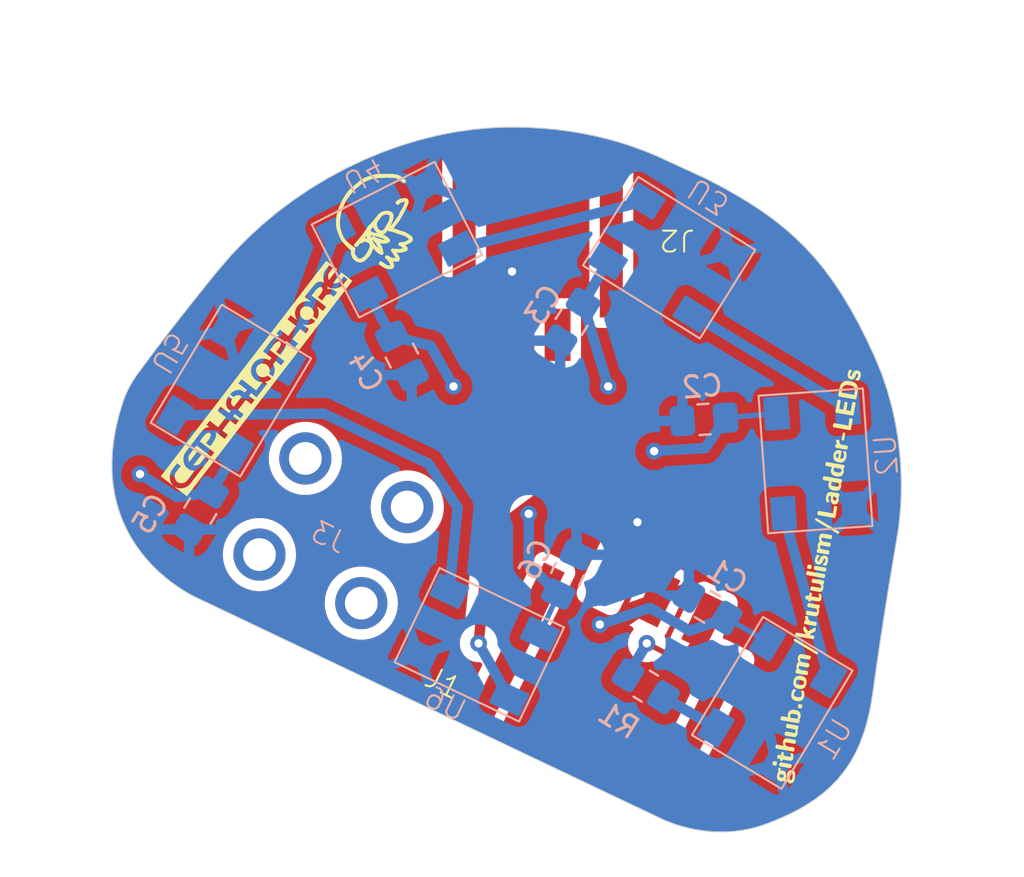
<source format=kicad_pcb>
(kicad_pcb (version 20221018) (generator pcbnew)
  (layers (0 "F.Cu" signal) (31 "B.Cu" signal) (34 "B.Paste" user) (35 "F.Paste" user) (36 "B.SilkS" user "B.Silkscreen") (37 "F.SilkS" user "F.Silkscreen") (38 "B.Mask" user) (39 "F.Mask" user) (44 "Edge.Cuts" user))
  (net 0 "")
  (net 1 "GND")
  (net 2 "Net-(J1-5V)")
  (net 3 "Net-(J1-DATA)")
  (net 9 "Net-(U1-DIN)")
  (net 10 "Net-(U1-DOUT)")
  (net 11 "Net-(U2-DOUT)")
  (net 12 "Net-(U3-DOUT)")
  (net 13 "Net-(U4-DOUT)")
  (net 14 "Net-(U5-DOUT)")
  (net 15 "Net-(J2-DATA)")
  (footprint "LadderLEDLib:36-7773-ND" (layer "F.Cu") (at 133.914254 106.051125 -25.5)
    (fp_text reference "J3")
    (fp_text value "Conn_01x04_Pin")
  )
  (footprint "LadderLEDLib:Molex 105405-1104" (layer "F.Cu") (at 150.75 90.6 180)
    (fp_text reference "J2")
    (fp_text value "02×02 Molex Nanofit Header")
  )
  (footprint "LadderLEDLib:Molex 1054302103" (layer "F.Cu") (at 146.22893 110.354441 -26)
    (fp_text reference "J1")
    (fp_text value "01×03 Molex Nanofit Header")
  )
  (footprint "Capacitor_SMD:C_0805_2012Metric_Pad1.18x1.45mm_HandSolder" (layer "B.Cu") (at 131.084363 103.960697 59)
    (fp_text reference "C5")
    (fp_text value "0.1u")
  )
  (footprint "LadderLEDLib:IN-PI55QATPRPGPBPW-XX" (layer "B.Cu") (at 153.515547 91.836512 -32)
    (fp_text reference "U3")
    (fp_text value "~")
  )
  (footprint "Capacitor_SMD:C_0805_2012Metric_Pad1.18x1.45mm_HandSolder" (layer "B.Cu") (at 155.184976 99.577631 4)
    (fp_text reference "C2")
    (fp_text value "0.1u")
  )
  (footprint "LadderLEDLib:IN-PI55QATPRPGPBPW-XX" (layer "B.Cu") (at 160.521557 101.56274 -86)
    (fp_text reference "U2")
    (fp_text value "~")
  )
  (footprint "Capacitor_SMD:C_0805_2012Metric_Pad1.18x1.45mm_HandSolder" (layer "B.Cu") (at 148.65 107 -115)
    (fp_text reference "C6")
    (fp_text value "0.1u")
  )
  (footprint "LadderLEDLib:IN-PI55QATPRPGPBPW-XX" (layer "B.Cu") (at 158.45 113.15 -121)
    (fp_text reference "U1")
    (fp_text value "~")
  )
  (footprint "LadderLEDLib:IN-PI55QATPRPGPBPW-XX" (layer "B.Cu") (at 132.55 98.2 59)
    (fp_text reference "U5")
    (fp_text value "~")
  )
  (footprint "LadderLEDLib:IN-PI55QATPRPGPBPW-XX" (layer "B.Cu") (at 144.434336 110.367622 154.5)
    (fp_text reference "U6")
    (fp_text value "~")
  )
  (footprint "Capacitor_SMD:C_0805_2012Metric_Pad1.18x1.45mm_HandSolder" (layer "B.Cu") (at 148.850202 94.929849 58)
    (fp_text reference "C3")
    (fp_text value "0.1u")
  )
  (footprint "Capacitor_SMD:C_0805_2012Metric_Pad1.18x1.45mm_HandSolder" (layer "B.Cu") (at 155.35 108.55 -31)
    (fp_text reference "C1")
    (fp_text value "0.1u")
  )
  (footprint "LadderLEDLib:IN-PI55QATPRPGPBPW-XX" (layer "B.Cu") (at 140.4898 90.974866 27)
    (fp_text reference "U4")
    (fp_text value "~")
  )
  (footprint "Capacitor_SMD:C_0805_2012Metric_Pad1.18x1.45mm_HandSolder" (layer "B.Cu") (at 140.728985 96.52558 117)
    (fp_text reference "C4")
    (fp_text value "0.1u")
  )
  (footprint "Resistor_SMD:R_0805_2012Metric_Pad1.20x1.40mm_HandSolder" (layer "B.Cu") (at 152.4 112.35 -32)
    (fp_text reference "R1")
    (fp_text value "500-2000")
  )
  (gr_poly (pts (xy 160.46817 106.653667) (xy 160.468846 106.650521) (xy 160.469582 106.647484) (xy 160.470381 106.644565) (xy 160.471239 106.641764) (xy 160.472157 106.639078) (xy 160.473138 106.636505) (xy 160.474177 106.634048) (xy 160.475276 106.631707) (xy 160.476437 106.629482) (xy 160.477658 106.62737) (xy 160.478939 106.625372) (xy 160.480283 106.623494) (xy 160.481685 106.621731) (xy 160.483148 106.620081) (xy 160.48467 106.618545) (xy 160.486163 106.617031) (xy 160.487656 106.615611) (xy 160.489142 106.614281) (xy 160.490627 106.613051) (xy 160.49211 106.611914) (xy 160.493589 106.610872) (xy 160.495066 106.609923) (xy 160.496542 106.609069) (xy 160.498013 106.60831) (xy 160.499483 106.607644) (xy 160.500951 106.607076) (xy 160.502416 106.606603) (xy 160.503879 106.606225) (xy 160.505341 106.605937) (xy 160.5068 106.605747) (xy 160.508255 106.605653) (xy 160.511143 106.605591) (xy 160.514273 106.60565) (xy 160.517646 106.605827) (xy 160.521269 106.606122) (xy 160.525132 106.606536) (xy 160.529244 106.60707) (xy 160.533605 106.607725) (xy 160.538206 106.608501) (xy 160.977605 106.685976) (xy 160.984148 106.687343) (xy 160.987231 106.688155) (xy 160.990192 106.689049) (xy 160.99303 106.690033) (xy 160.995738 106.6911) (xy 160.998329 106.692252) (xy 161.000791 106.69349) (xy 161.003127 106.694813) (xy 161.005342 106.696218) (xy 161.007434 106.697712) (xy 161.009396 106.699288) (xy 161.011237 106.700954) (xy 161.012954 106.702701) (xy 161.014545 106.704534) (xy 161.016014 106.706451) (xy 161.017357 106.708454) (xy 161.018575 106.710542) (xy 161.01967 106.712717) (xy 161.020639 106.714974) (xy 161.021484 106.717317) (xy 161.022206 106.719746) (xy 161.022801 106.722263) (xy 161.023272 106.724861) (xy 161.02362 106.727545) (xy 161.023843 106.730312) (xy 161.023941 106.733167) (xy 161.023916 106.736107) (xy 161.023766 106.73913) (xy 161.02349 106.742239) (xy 161.023092 106.745432) (xy 161.022568 106.748713) (xy 161.012781 106.804228) (xy 161.012183 106.807346) (xy 161.011511 106.810351) (xy 161.010764 106.813241) (xy 161.009938 106.816019) (xy 161.009042 106.818682) (xy 161.008069 106.821236) (xy 161.00702 106.823675) (xy 161.005897 106.826001) (xy 161.004698 106.828213) (xy 161.003424 106.830311) (xy 161.002074 106.832298) (xy 161.000652 106.834168) (xy 160.99915 106.835928) (xy 160.997577 106.837576) (xy 160.995926 106.839109) (xy 160.994199 106.840528) (xy 160.992399 106.841764) (xy 160.990631 106.842915) (xy 160.988906 106.843984) (xy 160.987216 106.844969) (xy 160.985566 106.845868) (xy 160.983953 106.846684) (xy 160.982381 106.847418) (xy 160.980847 106.848072) (xy 160.979346 106.848636) (xy 160.977889 106.849116) (xy 160.976469 106.849517) (xy 160.975088 106.849832) (xy 160.973744 106.850065) (xy 160.972441 106.850211) (xy 160.971176 106.850278) (xy 160.969948 106.850257) (xy 160.967417 106.850097) (xy 160.964652 106.849858) (xy 160.961651 106.849537) (xy 160.958421 106.84914) (xy 160.954956 106.848659) (xy 160.951259 106.848102) (xy 160.947329 106.847466) (xy 160.943167 106.846754) (xy 160.943158 106.846754) (xy 160.503763 106.769277) (xy 160.497222 106.767909) (xy 160.494135 106.767099) (xy 160.491176 106.766202) (xy 160.48834 106.76522) (xy 160.485631 106.764153) (xy 160.483041 106.763001) (xy 160.480578 106.761764) (xy 160.478242 106.760441) (xy 160.476029 106.759035) (xy 160.473939 106.757542) (xy 160.471975 106.755963) (xy 160.470132 106.754304) (xy 160.46842 106.752554) (xy 160.466828 106.75072) (xy 160.46536 106.748804) (xy 160.464018 106.7468) (xy 160.462798 106.744711) (xy 160.461703 106.742538) (xy 160.460733 106.740279) (xy 160.45989 106.737934) (xy 160.459168 106.735506) (xy 160.458572 106.732993) (xy 160.458099 106.730394) (xy 160.457753 106.727711) (xy 160.45753 106.724942) (xy 160.457431 106.722086) (xy 160.457456 106.719149) (xy 160.457607 106.716125) (xy 160.457882 106.713013) (xy 160.45828 106.70982) (xy 160.458803 106.706539) (xy 160.467552 106.656932)) (stroke (width 0.030704)) (fill solid) (layer "F.SilkS"))
  (gr_poly (pts (xy 158.701161 116.595875) (xy 158.703565 116.584502) (xy 158.706153 116.573617) (xy 158.708919 116.563219) (xy 158.711867 116.553309) (xy 158.714994 116.54389) (xy 158.718301 116.534957) (xy 158.721785 116.526514) (xy 158.725158 116.518563) (xy 158.728437 116.511168) (xy 158.731619 116.504327) (xy 158.734706 116.498041) (xy 158.737699 116.492305) (xy 158.740593 116.487128) (xy 158.743393 116.482501) (xy 158.746098 116.478427) (xy 158.748458 116.474776) (xy 158.750532 116.471448) (xy 158.752317 116.468456) (xy 158.753813 116.465787) (xy 158.755028 116.463453) (xy 158.755952 116.461443) (xy 158.756306 116.460565) (xy 158.75659 116.459765) (xy 158.7568 116.459053) (xy 158.756943 116.458419) (xy 158.757006 116.457896) (xy 158.75704 116.457209) (xy 158.757046 116.456359) (xy 158.757026 116.455351) (xy 158.756897 116.452845) (xy 158.756654 116.449692) (xy 158.756295 116.44589) (xy 158.755822 116.44144) (xy 158.755235 116.43634) (xy 158.754533 116.430597) (xy 158.753676 116.424299) (xy 158.752886 116.417595) (xy 158.752164 116.410485) (xy 158.751512 116.402965) (xy 158.750927 116.395043) (xy 158.750411 116.386715) (xy 158.749966 116.377975) (xy 158.749589 116.368832) (xy 158.749257 116.359382) (xy 158.749169 116.350069) (xy 158.74932 116.340895) (xy 158.749714 116.331861) (xy 158.750348 116.32296) (xy 158.751227 116.314201) (xy 158.752348 116.30558) (xy 158.75371 116.297097) (xy 158.754112 116.295012) (xy 158.754576 116.293035) (xy 158.755095 116.291171) (xy 158.755671 116.289413) (xy 158.756306 116.287766) (xy 158.756995 116.286232) (xy 158.757744 116.284805) (xy 158.758545 116.283491) (xy 158.759408 116.28228) (xy 158.760325 116.281182) (xy 158.761297 116.280194) (xy 158.762328 116.27932) (xy 158.763414 116.278552) (xy 158.764556 116.277895) (xy 158.765757 116.277348) (xy 158.767016 116.276909) (xy 158.768331 116.276528) (xy 158.769858 116.276173) (xy 158.77159 116.275844) (xy 158.773534 116.275545) (xy 158.775688 116.275273) (xy 158.77805 116.275031) (xy 158.780623 116.274812) (xy 158.783404 116.274623) (xy 158.789593 116.274325) (xy 158.796622 116.274137) (xy 158.80448 116.274059) (xy 158.81318 116.274092) (xy 158.815541 116.274194) (xy 158.817796 116.274262) (xy 158.819941 116.274291) (xy 158.821979 116.27428) (xy 158.823907 116.274237) (xy 158.82573 116.274155) (xy 158.827444 116.27404) (xy 158.829051 116.273885) (xy 158.831852 116.274319) (xy 158.83317 116.27459) (xy 158.834439 116.274902) (xy 158.835653 116.275248) (xy 158.836816 116.275632) (xy 158.837927 116.276052) (xy 158.838982 116.27651) (xy 158.839984 116.277004) (xy 158.840936 116.277537) (xy 158.841832 116.278106) (xy 158.842675 116.278714) (xy 158.843468 116.279356) (xy 158.844209 116.280036) (xy 158.844893 116.280754) (xy 158.845525 116.281508) (xy 158.846107 116.282301) (xy 158.846632 116.283131) (xy 158.847105 116.283995) (xy 158.847525 116.284898) (xy 158.847896 116.285836) (xy 158.848211 116.286813) (xy 158.848473 116.287828) (xy 158.848681 116.28888) (xy 158.848838 116.289968) (xy 158.848943 116.291092) (xy 158.84899 116.292256) (xy 158.848991 116.293456) (xy 158.848933 116.294689) (xy 158.848825 116.295964) (xy 158.848663 116.297274) (xy 158.848451 116.298622) (xy 158.848294 116.299347) (xy 158.848036 116.300337) (xy 158.847673 116.301593) (xy 158.847208 116.303122) (xy 158.846642 116.304915) (xy 158.84597 116.306976) (xy 158.845198 116.309304) (xy 158.844321 116.311897) (xy 158.843403 116.314608) (xy 158.842462 116.317581) (xy 158.841488 116.320817) (xy 158.840489 116.32431) (xy 158.839459 116.328069) (xy 158.838401 116.33209) (xy 158.837313 116.336367) (xy 158.836198 116.34091) (xy 158.833984 116.350457) (xy 158.831852 116.360393) (xy 158.8298 116.370724) (xy 158.827832 116.38145) (xy 158.823494 116.412961) (xy 158.831332 116.410729) (xy 158.839104 116.408719) (xy 158.846809 116.406929) (xy 158.854446 116.405363) (xy 158.862013 116.404016) (xy 158.869515 116.402891) (xy 158.876951 116.40199) (xy 158.884316 116.401305) (xy 158.891614 116.400845) (xy 158.898842 116.400605) (xy 158.906007 116.400585) (xy 158.913103 116.400787) (xy 158.920132 116.401209) (xy 158.927091 116.401854) (xy 158.933984 116.402721) (xy 158.940811 116.403808) (xy 158.953049 116.40621) (xy 158.964815 116.409023) (xy 158.976105 116.412241) (xy 158.986924 116.41587) (xy 158.997268 116.419902) (xy 159.007137 116.424344) (xy 159.016532 116.429196) (xy 159.025456 116.434453) (xy 159.033902 116.440117) (xy 159.041876 116.446188) (xy 159.049377 116.452669) (xy 159.056404 116.459559) (xy 159.062958 116.466853) (xy 159.069036 116.474556) (xy 159.07464 116.482667) (xy 159.079771 116.491185) (xy 159.084427 116.500111) (xy 159.08861 116.509444) (xy 159.092322 116.519185) (xy 159.095557 116.529335) (xy 159.098319 116.53989) (xy 159.100605 116.550857) (xy 159.102421 116.562229) (xy 159.103758 116.574006) (xy 159.104627 116.586195) (xy 159.10502 116.598789) (xy 159.104938 116.611792) (xy 159.10438 116.6252) (xy 159.103354 116.639018) (xy 159.101848 116.653245) (xy 159.099872 116.667877) (xy 159.09742 116.682916) (xy 159.093675 116.701953) (xy 159.091548 116.711239) (xy 159.089256 116.720375) (xy 159.086792 116.729357) (xy 159.084162 116.738183) (xy 159.081364 116.746856) (xy 159.078398 116.755378) (xy 159.075265 116.763746) (xy 159.071965 116.77196) (xy 159.068493 116.780018) (xy 159.064858 116.787929) (xy 159.061051 116.795681) (xy 159.057078 116.803284) (xy 159.052937 116.810731) (xy 159.048627 116.818023) (xy 159.051814 116.819445) (xy 159.05489 116.820731) (xy 159.057855 116.821881) (xy 159.060714 116.8229) (xy 159.063459 116.823783) (xy 159.066094 116.824534) (xy 159.068618 116.825149) (xy 159.071031 116.825633) (xy 159.074606 116.826187) (xy 159.078091 116.82659) (xy 159.08149 116.82683) (xy 159.084805 116.826908) (xy 159.088027 116.826829) (xy 159.091162 116.826592) (xy 159.094213 116.826194) (xy 159.097178 116.825638) (xy 159.100053 116.824919) (xy 159.102841 116.824046) (xy 159.105542 116.823012) (xy 159.108157 116.821817) (xy 159.110683 116.820463) (xy 159.113123 116.818954) (xy 159.115474 116.817279) (xy 159.117737 116.815448) (xy 159.119916 116.813458) (xy 159.122007 116.811308) (xy 159.124009 116.809) (xy 159.125924 116.806531) (xy 159.127754 116.803903) (xy 159.129495 116.801115) (xy 159.131146 116.798171) (xy 159.132714 116.795063) (xy 159.134192 116.791801) (xy 159.135585 116.788379) (xy 159.136889 116.784791) (xy 159.138104 116.781049) (xy 159.139236 116.777148) (xy 159.14028 116.773086) (xy 159.141234 116.768865) (xy 159.142101 116.764486) (xy 159.16043 116.660545) (xy 159.164371 116.638631) (xy 159.168068 116.61896) (xy 159.17152 116.60153) (xy 159.174727 116.586341) (xy 159.176373 116.579124) (xy 159.178212 116.571541) (xy 159.180252 116.563593) (xy 159.182481 116.555281) (xy 159.184912 116.546605) (xy 159.187539 116.537559) (xy 159.193375 116.518377) (xy 159.196583 116.508551) (xy 159.199926 116.499286) (xy 159.203397 116.490571) (xy 159.207004 116.482417) (xy 159.210745 116.474817) (xy 159.214618 116.467773) (xy 159.216608 116.464458) (xy 159.218626 116.461286) (xy 159.220679 116.45825) (xy 159.222765 116.455355) (xy 159.226938 116.449698) (xy 159.231374 116.444088) (xy 159.236065 116.438519) (xy 159.241015 116.432999) (xy 159.246225 116.427523) (xy 159.251694 116.422092) (xy 159.25742 116.416708) (xy 159.263404 116.411367) (xy 159.266501 116.408773) (xy 159.269673 116.4063) (xy 159.272926 116.403949) (xy 159.276253 116.401723) (xy 159.279664 116.399621) (xy 159.28315 116.39764) (xy 159.286714 116.395784) (xy 159.290357 116.394052) (xy 159.294078 116.392439) (xy 159.297879 116.390951) (xy 159.301757 116.389584) (xy 159.305713 116.388343) (xy 159.309749 116.387224) (xy 159.313863 116.386228) (xy 159.318053 116.385357) (xy 159.322322 116.384607) (xy 159.326684 116.3839) (xy 159.331126 116.383307) (xy 159.335644 116.382817) (xy 159.340248 116.382439) (xy 159.344932 116.382173) (xy 159.349698 116.382014) (xy 159.354543 116.381965) (xy 159.359466 116.382023) (xy 159.36447 116.382192) (xy 159.369558 116.38247) (xy 159.374724 116.382857) (xy 159.379972 116.383354) (xy 159.385297 116.383961) (xy 159.390706 116.384677) (xy 159.401766 116.386439) (xy 159.414585 116.389144) (xy 159.426764 116.392634) (xy 159.4383 116.396906) (xy 159.443826 116.399332) (xy 159.449192 116.401956) (xy 159.454397 116.404775) (xy 159.459445 116.407786) (xy 159.46433 116.410997) (xy 159.469054 116.414402) (xy 159.473619 116.418002) (xy 159.47802 116.421797) (xy 159.482265 116.425786) (xy 159.486346 116.429971) (xy 159.490268 116.434353) (xy 159.494031 116.438929) (xy 159.497631 116.443703) (xy 159.501073 116.448669) (xy 159.507472 116.45919) (xy 159.513228 116.470489) (xy 159.518346 116.48257) (xy 159.522819 116.495433) (xy 159.526651 116.509077) (xy 159.52984 116.523504) (xy 159.531404 116.532609) (xy 159.532692 116.542122) (xy 159.533705 116.552045) (xy 159.534441 116.562376) (xy 159.534897 116.573113) (xy 159.53508 116.584258) (xy 159.534984 116.595811) (xy 159.534612 116.607773) (xy 159.533967 116.62014) (xy 159.533044 116.632917) (xy 159.531844 116.646104) (xy 159.530367 116.659695) (xy 159.528615 116.673699) (xy 159.526586 116.688107) (xy 159.521697 116.718151) (xy 159.519416 116.730878) (xy 159.517253 116.742484) (xy 159.515212 116.752972) (xy 159.513293 116.762338) (xy 159.5112 116.771865) (xy 159.508525 116.78342) (xy 159.505265 116.797004) (xy 159.501422 116.812616) (xy 159.499316 116.820637) (xy 159.497087 116.828368) (xy 159.494738 116.835816) (xy 159.492266 116.842975) (xy 159.489675 116.849842) (xy 159.486964 116.856425) (xy 159.484132 116.862718) (xy 159.48118 116.868721) (xy 159.47824 116.874644) (xy 159.475161 116.880637) (xy 159.471932 116.886696) (xy 159.468555 116.892828) (xy 159.465038 116.899034) (xy 159.461373 116.905305) (xy 159.457563 116.911647) (xy 159.453607 116.91806) (xy 159.451635 116.921263) (xy 159.449596 116.9244) (xy 159.447494 116.927477) (xy 159.445323 116.930488) (xy 159.443091 116.933439) (xy 159.440793 116.936323) (xy 159.438432 116.939143) (xy 159.436005 116.9419) (xy 159.433512 116.944593) (xy 159.430956 116.947225) (xy 159.428334 116.949788) (xy 159.425647 116.95229) (xy 159.422896 116.954731) (xy 159.420079 116.957103) (xy 159.417196 116.959416) (xy 159.414252 116.961662) (xy 159.411329 116.963852) (xy 159.408376 116.965955) (xy 159.405388 116.967978) (xy 159.402367 116.969923) (xy 159.399313 116.971781) (xy 159.396226 116.973557) (xy 159.393108 116.975253) (xy 159.389954 116.976865) (xy 159.386768 116.9784) (xy 159.383551 116.979849) (xy 159.380297 116.981219) (xy 159.377013 116.982501) (xy 159.373694 116.983705) (xy 159.370344 116.984827) (xy 159.366956 116.985867) (xy 159.363539 116.986825) (xy 159.359517 116.987958) (xy 159.355482 116.988972) (xy 159.351438 116.989862) (xy 159.347379 116.990635) (xy 159.343307 116.991285) (xy 159.339225 116.991816) (xy 159.33513 116.992223) (xy 159.331024 116.992508) (xy 159.326905 116.992674) (xy 159.322775 116.99272) (xy 159.318631 116.992644) (xy 159.31448 116.992445) (xy 159.310311 116.992128) (xy 159.306131 116.991693) (xy 159.301944 116.991128) (xy 159.297738 116.990448) (xy 159.297704 116.990413) (xy 159.297695 116.990408) (xy 159.297685 116.990397) (xy 159.297676 116.990388) (xy 159.297667 116.990381) (xy 159.295313 116.989898) (xy 159.317272 116.865354) (xy 159.317282 116.865349) (xy 159.322579 116.866102) (xy 159.327774 116.866478) (xy 159.332863 116.866476) (xy 159.337845 116.866092) (xy 159.34272 116.865329) (xy 159.347493 116.864189) (xy 159.352157 116.862668) (xy 159.356718 116.860769) (xy 159.361172 116.858495) (xy 159.365517 116.855835) (xy 159.369762 116.852803) (xy 159.373898 116.849387) (xy 159.377932 116.84559) (xy 159.381858 116.841418) (xy 159.385678 116.836869) (xy 159.389393 116.831937) (xy 159.393002 116.826628) (xy 159.396505 116.820938) (xy 159.399903 116.814871) (xy 159.403195 116.808424) (xy 159.406382 116.801597) (xy 159.409463 116.794395) (xy 159.41244 116.78681) (xy 159.415306 116.778846) (xy 159.418073 116.770505) (xy 159.420731 116.761784) (xy 159.423287 116.752683) (xy 159.425732 116.743206) (xy 159.428071 116.733348) (xy 159.430308 116.723112) (xy 159.432441 116.712496) (xy 159.434465 116.701502) (xy 159.435299 116.696773) (xy 159.437935 116.680464) (xy 159.439968 116.664902) (xy 159.44139 116.650092) (xy 159.442205 116.636031) (xy 159.442411 116.62272) (xy 159.442012 116.610154) (xy 159.441586 116.604152) (xy 159.441006 116.59834) (xy 159.440274 116.592713) (xy 159.439393 116.587275) (xy 159.438487 116.581984) (xy 159.437525 116.576917) (xy 159.436504 116.572082) (xy 159.435424 116.567473) (xy 159.434284 116.563089) (xy 159.433085 116.558933) (xy 159.431826 116.555005) (xy 159.430509 116.551305) (xy 159.429132 116.547832) (xy 159.427697 116.544587) (xy 159.426203 116.541566) (xy 159.424648 116.538775) (xy 159.423035 116.536213) (xy 159.421363 116.533877) (xy 159.419632 116.531769) (xy 159.417842 116.529883) (xy 159.416086 116.528102) (xy 159.414287 116.526402) (xy 159.412443 116.524793) (xy 159.410557 116.523272) (xy 159.408626 116.521839) (xy 159.406649 116.520489) (xy 159.404634 116.51923) (xy 159.402569 116.518059) (xy 159.400463 116.516973) (xy 159.398311 116.515977) (xy 159.396118 116.515067) (xy 159.393881 116.514244) (xy 159.391599 116.513506) (xy 159.389274 116.512859) (xy 159.386904 116.5123) (xy 159.38449 116.511826) (xy 159.382326 116.511485) (xy 159.380191 116.51123) (xy 159.378088 116.511059) (xy 159.376008 116.510977) (xy 159.37396 116.51098) (xy 159.371939 116.511069) (xy 159.369951 116.511245) (xy 159.367987 116.511503) (xy 159.366056 116.511851) (xy 159.364152 116.512283) (xy 159.362276 116.512801) (xy 159.36043 116.513407) (xy 159.358612 116.514096) (xy 159.356824 116.514872) (xy 159.355066 116.515735) (xy 159.353335 116.51668) (xy 159.351629 116.517718) (xy 159.349956 116.518838) (xy 159.348313 116.520042) (xy 159.346698 116.521335) (xy 159.345111 116.522713) (xy 159.343554 116.524176) (xy 159.342026 116.525728) (xy 159.340525 116.527366) (xy 159.337611 116.530893) (xy 159.334813 116.534767) (xy 159.332132 116.538983) (xy 159.329563 116.543545) (xy 159.327157 116.548411) (xy 159.324785 116.553664) (xy 159.322441 116.559302) (xy 159.320129 116.565326) (xy 159.317854 116.571735) (xy 159.315604 116.578533) (xy 159.313391 116.585715) (xy 159.311205 116.593284) (xy 159.306935 116.609583) (xy 159.302789 116.627424) (xy 159.298771 116.64681) (xy 159.294883 116.667744) (xy 159.273948 116.786463) (xy 159.272954 116.792681) (xy 159.27221 116.798631) (xy 159.27172 116.804318) (xy 159.271479 116.809739) (xy 159.271488 116.814898) (xy 159.271753 116.819788) (xy 159.272265 116.824417) (xy 159.273028 116.828776) (xy 159.274047 116.832876) (xy 159.275313 116.836709) (xy 159.276831 116.840272) (xy 159.278602 116.843573) (xy 159.280621 116.846613) (xy 159.282893 116.849384) (xy 159.285419 116.851892) (xy 159.288194 116.854137) (xy 159.289568 116.855114) (xy 159.290999 116.856058) (xy 159.292498 116.856964) (xy 159.294047 116.857833) (xy 159.295659 116.858665) (xy 159.297328 116.859459) (xy 159.299059 116.860215) (xy 159.300846 116.860938) (xy 159.302694 116.861617) (xy 159.304597 116.862262) (xy 159.306562 116.862872) (xy 159.308587 116.863443) (xy 159.31067 116.863979) (xy 159.312811 116.864473) (xy 159.315011 116.864932) (xy 159.317272 116.865354) (xy 159.295313 116.989898) (xy 159.288343 116.988465) (xy 159.279417 116.98607) (xy 159.27089 116.9832) (xy 159.262758 116.979847) (xy 159.255026 116.976025) (xy 159.247694 116.971722) (xy 159.240759 116.966943) (xy 159.234221 116.961685) (xy 159.228082 116.955954) (xy 159.22234 116.949744) (xy 159.216998 116.943058) (xy 159.212052 116.935892) (xy 159.207503 116.928253) (xy 159.203355 116.920132) (xy 159.199603 116.91154) (xy 159.19625 116.902468) (xy 159.189672 116.905216) (xy 159.183125 116.907716) (xy 159.176614 116.909975) (xy 159.170137 116.911981) (xy 159.163696 116.913747) (xy 159.157284 116.915263) (xy 159.150912 116.916533) (xy 159.144568 116.917559) (xy 159.13826 116.918338) (xy 159.131987 116.918873) (xy 159.125745 116.91916) (xy 159.119543 116.919199) (xy 159.113372 116.918994) (xy 159.107232 116.918542) (xy 159.101128 116.917842) (xy 159.09506 116.9169) (xy 159.088745 116.915653) (xy 159.082488 116.91416) (xy 159.076298 116.912414) (xy 159.070169 116.910417) (xy 159.064104 116.908168) (xy 159.058103 116.905673) (xy 159.052164 116.902926) (xy 159.046292 116.899929) (xy 159.040478 116.896681) (xy 159.034731 116.893177) (xy 159.029043 116.889427) (xy 159.02342 116.88543) (xy 159.017862 116.881179) (xy 159.012367 116.876678) (xy 159.006934 116.871923) (xy 159.001565 116.866924) (xy 158.999206 116.866506) (xy 158.99114 116.871131) (xy 158.982957 116.875345) (xy 158.974652 116.879144) (xy 158.966235 116.882541) (xy 158.957698 116.885522) (xy 158.949045 116.888091) (xy 158.940268 116.89025) (xy 158.931379 116.891999) (xy 158.92237 116.893336) (xy 158.913244 116.89426) (xy 158.903999 116.894776) (xy 158.894637 116.894882) (xy 158.885157 116.894575) (xy 158.875559 116.893859) (xy 158.865843 116.892732) (xy 158.856011 116.891191) (xy 158.847388 116.889527) (xy 158.845429 116.889084) (xy 158.872876 116.733408) (xy 158.892362 116.736835) (xy 158.898626 116.737874) (xy 158.904716 116.738755) (xy 158.910634 116.739477) (xy 158.916382 116.740042) (xy 158.921958 116.740446) (xy 158.927362 116.740692) (xy 158.932596 116.740783) (xy 158.937657 116.740709) (xy 158.942544 116.74048) (xy 158.94726 116.740093) (xy 158.951807 116.739545) (xy 158.956179 116.738838) (xy 158.960379 116.737972) (xy 158.96441 116.736945) (xy 158.96827 116.735766) (xy 158.971951 116.734423) (xy 158.97374 116.733637) (xy 158.975487 116.732769) (xy 158.977199 116.731817) (xy 158.978874 116.730784) (xy 158.980508 116.72967) (xy 158.982107 116.728473) (xy 158.983665 116.727197) (xy 158.985189 116.725837) (xy 158.986672 116.724395) (xy 158.988116 116.722875) (xy 158.989526 116.721269) (xy 158.990894 116.719584) (xy 158.992229 116.717816) (xy 158.993521 116.715968) (xy 158.994776 116.714035) (xy 158.995996 116.712026) (xy 158.997174 116.709933) (xy 158.998318 116.707755) (xy 159.000487 116.703162) (xy 159.002504 116.698238) (xy 159.004375 116.692989) (xy 159.006091 116.687414) (xy 159.007655 116.681513) (xy 159.009068 116.675284) (xy 159.010326 116.668732) (xy 159.011409 116.662066) (xy 159.012261 116.65566) (xy 159.01288 116.649505) (xy 159.013275 116.643601) (xy 159.013434 116.637956) (xy 159.013366 116.632564) (xy 159.013063 116.627423) (xy 159.012535 116.62254) (xy 159.011774 116.617912) (xy 159.010782 116.613536) (xy 159.009562 116.609416) (xy 159.00811 116.605545) (xy 159.00643 116.601935) (xy 159.004515 116.598576) (xy 159.002374 116.595472) (xy 159.000002 116.592625) (xy 158.997383 116.589878) (xy 158.994474 116.587224) (xy 158.991282 116.584669) (xy 158.987799 116.582209) (xy 158.984025 116.579852) (xy 158.979964 116.577587) (xy 158.975616 116.575418) (xy 158.970979 116.573346) (xy 158.966054 116.571373) (xy 158.960841 116.569495) (xy 158.955338 116.567709) (xy 158.949549 116.566026) (xy 158.94347 116.564437) (xy 158.937104 116.562949) (xy 158.930447 116.561553) (xy 158.923504 116.560257) (xy 158.904015 116.556818) (xy 158.89761 116.555755) (xy 158.89139 116.554867) (xy 158.885351 116.554149) (xy 158.8795 116.5536) (xy 158.87383 116.55322) (xy 158.868346 116.553012) (xy 158.863046 116.552976) (xy 158.857931 116.553109) (xy 158.852996 116.553411) (xy 158.84825 116.553884) (xy 158.843685 116.554529) (xy 158.839305 116.555343) (xy 158.835111 116.556328) (xy 158.831099 116.557482) (xy 158.827273 116.558808) (xy 158.823629 116.560305) (xy 158.821877 116.561097) (xy 158.820166 116.561969) (xy 158.81849 116.562915) (xy 158.81685 116.563944) (xy 158.81525 116.565048) (xy 158.813687 116.56623) (xy 158.812161 116.567492) (xy 158.810673 116.56883) (xy 158.80922 116.570244) (xy 158.807806 116.571739) (xy 158.80643 116.573313) (xy 158.80509 116.574962) (xy 158.803788 116.57669) (xy 158.802524 116.578497) (xy 158.8013 116.580381) (xy 158.800107 116.582344) (xy 158.798955 116.584382) (xy 158.797842 116.586501) (xy 158.795724 116.590972) (xy 158.793755 116.595755) (xy 158.791938 116.600847) (xy 158.790268 116.606252) (xy 158.788751 116.611969) (xy 158.78738 116.617997) (xy 158.786158 116.624339) (xy 158.785103 116.630865) (xy 158.784269 116.637158) (xy 158.783667 116.643209) (xy 158.783289 116.649029) (xy 158.783139 116.654613) (xy 158.783218 116.659957) (xy 158.783521 116.665068) (xy 158.784049 116.669944) (xy 158.78481 116.674582) (xy 158.785794 116.678984) (xy 158.787009 116.683154) (xy 158.788447 116.687082) (xy 158.790114 116.690778) (xy 158.792007 116.694235) (xy 158.794128 116.69746) (xy 158.796477 116.700447) (xy 158.799086 116.703267) (xy 158.801979 116.705987) (xy 158.805164 116.708603) (xy 158.808639 116.711119) (xy 158.812402 116.713532) (xy 158.816456 116.715847) (xy 158.820794 116.718056) (xy 158.825427 116.720169) (xy 158.830345 116.722178) (xy 158.835552 116.724087) (xy 158.841051 116.725892) (xy 158.846835 116.727599) (xy 158.852912 116.729201) (xy 158.859278 116.730705) (xy 158.865933 116.732108) (xy 158.872876 116.733408) (xy 158.845429 116.889084) (xy 158.838944 116.887613) (xy 158.830675 116.885441) (xy 158.822589 116.883015) (xy 158.814678 116.880337) (xy 158.806943 116.877403) (xy 158.799385 116.874218) (xy 158.792011 116.870776) (xy 158.788381 116.868863) (xy 158.784762 116.866838) (xy 158.781146 116.864696) (xy 158.777538 116.862441) (xy 158.773929 116.860075) (xy 158.770331 116.857594) (xy 158.766739 116.855001) (xy 158.763151 116.852293) (xy 158.759568 116.84947) (xy 158.75599 116.84654) (xy 158.75242 116.843491) (xy 158.748855 116.840332) (xy 158.745299 116.83706) (xy 158.741742 116.833674) (xy 158.73465 116.826561) (xy 158.731113 116.822778) (xy 158.727717 116.818792) (xy 158.724468 116.814602) (xy 158.721362 116.810211) (xy 158.718403 116.805618) (xy 158.715587 116.800819) (xy 158.712917 116.795819) (xy 158.710391 116.790618) (xy 158.708013 116.785211) (xy 158.705779 116.779601) (xy 158.703689 116.773791) (xy 158.701746 116.767779) (xy 158.699947 116.761562) (xy 158.698289 116.755145) (xy 158.69678 116.748522) (xy 158.695415 116.741701) (xy 158.694216 116.734695) (xy 158.693201 116.727539) (xy 158.69237 116.720229) (xy 158.691722 116.712768) (xy 158.691258 116.705152) (xy 158.690981 116.697383) (xy 158.690885 116.689461) (xy 158.690976 116.68139) (xy 158.691245 116.673161) (xy 158.691703 116.66478) (xy 158.692343 116.656247) (xy 158.693169 116.64756) (xy 158.694178 116.63872) (xy 158.695371 116.629727) (xy 158.696749 116.620583) (xy 158.698308 116.611284) (xy 158.698934 116.607738)) (stroke (width 0.030704)) (fill solid) (layer "F.SilkS"))
  (gr_poly (pts (xy 158.490814 115.999693) (xy 158.491488 115.996662) (xy 158.492246 115.993722) (xy 158.493079 115.990882) (xy 158.493992 115.988132) (xy 158.494983 115.98548) (xy 158.496054 115.98292) (xy 158.497202 115.980455) (xy 158.498426 115.978087) (xy 158.499732 115.975815) (xy 158.501115 115.973632) (xy 158.502579 115.971548) (xy 158.504118 115.96956) (xy 158.505735 115.967662) (xy 158.507432 115.965861) (xy 158.509209 115.964153) (xy 158.510097 115.963336) (xy 158.511026 115.962558) (xy 158.511989 115.961816) (xy 158.51299 115.96111) (xy 158.51403 115.960445) (xy 158.515105 115.959814) (xy 158.516218 115.959222) (xy 158.51737 115.958668) (xy 158.518558 115.958149) (xy 158.519784 115.95767) (xy 158.521047 115.957226) (xy 158.522346 115.956823) (xy 158.523684 115.956456) (xy 158.52506 115.956127) (xy 158.527923 115.955582) (xy 158.530936 115.955185) (xy 158.534096 115.954936) (xy 158.537406 115.95484) (xy 158.54087 115.954894) (xy 158.54448 115.955098) (xy 158.548241 115.955453) (xy 158.552152 115.955957) (xy 158.556212 115.95661) (xy 158.618814 115.967649) (xy 158.621152 115.968097) (xy 158.623439 115.968617) (xy 158.625676 115.969201) (xy 158.627862 115.969852) (xy 158.630003 115.970574) (xy 158.63209 115.97136) (xy 158.634126 115.972213) (xy 158.636115 115.973136) (xy 158.63791 115.973919) (xy 158.639625 115.974729) (xy 158.641265 115.975568) (xy 158.642823 115.97643) (xy 158.644305 115.977321) (xy 158.645701 115.978239) (xy 158.647026 115.979182) (xy 158.648267 115.980153) (xy 158.649448 115.981135) (xy 158.650604 115.98215) (xy 158.651736 115.983201) (xy 158.652849 115.984292) (xy 158.653934 115.98542) (xy 158.655 115.986578) (xy 158.656039 115.987777) (xy 158.657057 115.989011) (xy 158.657469 115.989618) (xy 158.657862 115.990223) (xy 158.658238 115.990829) (xy 158.658597 115.991438) (xy 158.658935 115.992051) (xy 158.659252 115.992665) (xy 158.659553 115.993283) (xy 158.659835 115.9939) (xy 158.660095 115.99452) (xy 158.66034 115.995141) (xy 158.660565 115.995765) (xy 158.660772 115.996392) (xy 158.660956 115.99702) (xy 158.661127 115.997651) (xy 158.661276 115.998283) (xy 158.661408 115.99892) (xy 158.661901 116.001197) (xy 158.66238 116.003636) (xy 158.662842 116.006235) (xy 158.663288 116.008988) (xy 158.663466 116.010343) (xy 158.663602 116.011618) (xy 158.663699 116.012809) (xy 158.663753 116.013923) (xy 158.663766 116.014955) (xy 158.66374 116.015902) (xy 158.663668 116.016771) (xy 158.663622 116.017173) (xy 158.663559 116.017558) (xy 158.663443 116.018319) (xy 158.663355 116.019144) (xy 158.663295 116.020031) (xy 158.663263 116.020979) (xy 158.663256 116.021993) (xy 158.663278 116.023068) (xy 158.663324 116.024209) (xy 158.663398 116.02541) (xy 158.65143 116.093291) (xy 158.650833 116.096417) (xy 158.650161 116.099451) (xy 158.64942 116.102392) (xy 158.648599 116.105239) (xy 158.647707 116.107989) (xy 158.646741 116.110647) (xy 158.645704 116.113208) (xy 158.64459 116.11568) (xy 158.643402 116.118058) (xy 158.642142 116.120337) (xy 158.640806 116.122526) (xy 158.639397 116.12462) (xy 158.637913 116.12662) (xy 158.63636 116.12853) (xy 158.634728 116.130341) (xy 158.633026 116.132062) (xy 158.632108 116.132835) (xy 158.631154 116.133575) (xy 158.630167 116.134276) (xy 158.629141 116.134946) (xy 158.628081 116.135575) (xy 158.626985 116.136167) (xy 158.625856 116.136728) (xy 158.624689 116.137249) (xy 158.623489 116.137736) (xy 158.622254 116.138188) (xy 158.619675 116.138983) (xy 158.616955 116.139632) (xy 158.614099 116.140142) (xy 158.611096 116.140504) (xy 158.607954 116.140721) (xy 158.604669 116.140797) (xy 158.601243 116.140727) (xy 158.597679 116.140515) (xy 158.593969 116.140158) (xy 158.590121 116.139659) (xy 158.586132 116.139016) (xy 158.58613 116.139018) (xy 158.586128 116.139019) (xy 158.586126 116.13902) (xy 158.586127 116.139022) (xy 158.586124 116.139025) (xy 158.586125 116.139027) (xy 158.586123 116.139027) (xy 158.586121 116.13903) (xy 158.586119 116.139039) (xy 158.586115 116.139041) (xy 158.586115 116.139043) (xy 158.586114 116.139047) (xy 158.525879 116.128425) (xy 158.521136 116.127523) (xy 158.516657 116.126534) (xy 158.512443 116.125462) (xy 158.508488 116.124304) (xy 158.504796 116.123061) (xy 158.501367 116.121729) (xy 158.498204 116.120313) (xy 158.49672 116.11957) (xy 158.495303 116.118811) (xy 158.493878 116.118004) (xy 158.492521 116.11716) (xy 158.491235 116.116271) (xy 158.490019 116.115345) (xy 158.48887 116.114375) (xy 158.487787 116.113364) (xy 158.486777 116.112312) (xy 158.485835 116.111223) (xy 158.484962 116.110093) (xy 158.484154 116.108918) (xy 158.483418 116.107703) (xy 158.482753 116.10645) (xy 158.482157 116.105155) (xy 158.481627 116.103821) (xy 158.481167 116.102443) (xy 158.480776 116.101022) (xy 158.480008 116.09809) (xy 158.479355 116.095368) (xy 158.47881 116.092857) (xy 158.47838 116.090553) (xy 158.478059 116.088464) (xy 158.477853 116.086579) (xy 158.477762 116.084909) (xy 158.477758 116.084152) (xy 158.477784 116.083447) (xy 158.478011 116.080228) (xy 158.478354 116.075954) (xy 158.47881 116.070627) (xy 158.479383 116.064243) (xy 158.490215 116.002819)) (stroke (width 0.030704)) (fill solid) (layer "F.SilkS"))
  (gr_poly (pts (xy 159.38291 112.688463) (xy 159.385777 112.675594) (xy 159.389016 112.662898) (xy 159.392621 112.650386) (xy 159.396594 112.638051) (xy 159.400935 112.625896) (xy 159.405643 112.613919) (xy 159.410725 112.602122) (xy 159.416168 112.590501) (xy 159.421984 112.579064) (xy 159.428164 112.567803) (xy 159.434714 112.556723) (xy 159.441632 112.54582) (xy 159.448918 112.535097) (xy 159.456571 112.524552) (xy 159.464592 112.514188) (xy 159.465073 112.513674) (xy 159.465562 112.513179) (xy 159.466067 112.512703) (xy 159.466581 112.512247) (xy 159.46711 112.511812) (xy 159.467649 112.511396) (xy 159.468199 112.510999) (xy 159.468763 112.510625) (xy 159.469339 112.510268) (xy 159.469922 112.509933) (xy 159.470525 112.509615) (xy 159.471132 112.509321) (xy 159.471756 112.509044) (xy 159.47239 112.508788) (xy 159.473038 112.508552) (xy 159.473698 112.508335) (xy 159.474366 112.508138) (xy 159.475048 112.507961) (xy 159.475745 112.507806) (xy 159.476451 112.50767) (xy 159.47717 112.507554) (xy 159.477897 112.507454) (xy 159.479397 112.507322) (xy 159.48094 112.507268) (xy 159.482532 112.507293) (xy 159.484174 112.507403) (xy 159.48586 112.507585) (xy 159.497162 112.510414) (xy 159.507699 112.513246) (xy 159.517476 112.516089) (xy 159.526491 112.518938) (xy 159.53474 112.521798) (xy 159.542226 112.524664) (xy 159.548949 112.527538) (xy 159.554913 112.53042) (xy 159.560112 112.533312) (xy 159.564547 112.536211) (xy 159.568221 112.539118) (xy 159.571133 112.542032) (xy 159.573282 112.544957) (xy 159.574666 112.547891) (xy 159.575291 112.55083) (xy 159.575152 112.553776) (xy 159.575035 112.554313) (xy 159.57486 112.554876) (xy 159.574632 112.555477) (xy 159.57435 112.556111) (xy 159.573621 112.557475) (xy 159.572675 112.55897) (xy 159.571509 112.560603) (xy 159.570124 112.562365) (xy 159.568522 112.564262) (xy 159.566702 112.566292) (xy 159.564663 112.568455) (xy 159.562405 112.57075) (xy 159.559928 112.573178) (xy 159.557233 112.575736) (xy 159.55432 112.578431) (xy 159.551187 112.581256) (xy 159.547837 112.584216) (xy 159.54427 112.587308) (xy 159.540647 112.590468) (xy 159.53714 112.593635) (xy 159.533744 112.596807) (xy 159.530464 112.599984) (xy 159.527293 112.603164) (xy 159.524238 112.606355) (xy 159.521297 112.60955) (xy 159.518465 112.612749) (xy 159.515753 112.615954) (xy 159.513152 112.619163) (xy 159.510661 112.622384) (xy 159.508286 112.625607) (xy 159.506022 112.628832) (xy 159.503874 112.632067) (xy 159.501839 112.635308) (xy 159.499917 112.638548) (xy 159.497917 112.642358) (xy 159.49596 112.646417) (xy 159.494045 112.650732) (xy 159.492167 112.655302) (xy 159.490334 112.660125) (xy 159.488539 112.665203) (xy 159.486788 112.67054) (xy 159.485073 112.676125) (xy 159.483402 112.681967) (xy 159.481771 112.688064) (xy 159.47863 112.701024) (xy 159.475653 112.714998) (xy 159.472837 112.72999) (xy 159.472326 112.734051) (xy 159.471937 112.738062) (xy 159.471665 112.742023) (xy 159.471507 112.745931) (xy 159.471472 112.749792) (xy 159.471554 112.753598) (xy 159.471756 112.757358) (xy 159.472076 112.761066) (xy 159.472513 112.764723) (xy 159.47307 112.768331) (xy 159.473742 112.771887) (xy 159.474534 112.775395) (xy 159.475446 112.778849) (xy 159.476474 112.782255) (xy 159.477623 112.785608) (xy 159.478888 112.788911) (xy 159.480164 112.792137) (xy 159.481488 112.795269) (xy 159.482862 112.79832) (xy 159.484281 112.801282) (xy 159.485751 112.804162) (xy 159.487269 112.806948) (xy 159.488832 112.809652) (xy 159.490449 112.812269) (xy 159.492115 112.814797) (xy 159.493825 112.817241) (xy 159.495586 112.819596) (xy 159.497394 112.821865) (xy 159.499254 112.824047) (xy 159.50116 112.826146) (xy 159.503114 112.828153) (xy 159.50512 112.830078) (xy 159.507206 112.831873) (xy 159.509381 112.833653) (xy 159.511645 112.835416) (xy 159.514 112.837161) (xy 159.516438 112.838886) (xy 159.518968 112.840597) (xy 159.521585 112.842287) (xy 159.524292 112.84396) (xy 159.527086 112.845616) (xy 159.529971 112.847256) (xy 159.532943 112.848875) (xy 159.536006 112.850481) (xy 159.542394 112.853632) (xy 159.549136 112.856716) (xy 159.555927 112.859484) (xy 159.562397 112.86201) (xy 159.568551 112.864292) (xy 159.574388 112.866328) (xy 159.579905 112.868121) (xy 159.585105 112.869669) (xy 159.589982 112.870974) (xy 159.594544 112.872033) (xy 159.603729 112.873919) (xy 159.614252 112.875966) (xy 159.626117 112.878173) (xy 159.639318 112.88054) (xy 159.662363 112.884602) (xy 159.676773 112.887066) (xy 159.689878 112.889149) (xy 159.701682 112.89085) (xy 159.712183 112.892168) (xy 159.717271 112.892677) (xy 159.722684 112.89307) (xy 159.728416 112.893351) (xy 159.734478 112.893519) (xy 159.740865 112.893575) (xy 159.747573 112.893518) (xy 159.754606 112.893349) (xy 159.761966 112.893067) (xy 159.769347 112.892454) (xy 159.776413 112.891613) (xy 159.783154 112.890552) (xy 159.786405 112.88993) (xy 159.789574 112.889255) (xy 159.792665 112.888522) (xy 159.795675 112.887733) (xy 159.798606 112.886886) (xy 159.801454 112.885986) (xy 159.804224 112.885023) (xy 159.806915 112.884006) (xy 159.80952 112.882933) (xy 159.81205 112.881802) (xy 159.814545 112.880518) (xy 159.817021 112.879139) (xy 159.81948 112.877661) (xy 159.821928 112.876082) (xy 159.824355 112.874408) (xy 159.826769 112.872634) (xy 159.829165 112.870765) (xy 159.831549 112.868796) (xy 159.833913 112.866731) (xy 159.836262 112.864565) (xy 159.838595 112.862302) (xy 159.840911 112.859941) (xy 159.843211 112.857484) (xy 159.845495 112.854926) (xy 159.847765 112.852272) (xy 159.850018 112.849518) (xy 159.852145 112.846656) (xy 159.854185 112.843698) (xy 159.856137 112.840642) (xy 159.857999 112.837495) (xy 159.859775 112.834247) (xy 159.861461 112.830901) (xy 159.863064 112.827462) (xy 159.864577 112.823925) (xy 159.866001 112.820294) (xy 159.86734 112.816562) (xy 159.868591 112.812737) (xy 159.869752 112.808812) (xy 159.870827 112.804794) (xy 159.871815 112.800681) (xy 159.872713 112.796467) (xy 159.873527 112.792161) (xy 159.875256 112.781324) (xy 159.876591 112.770667) (xy 159.877537 112.760187) (xy 159.878086 112.749882) (xy 159.878247 112.739759) (xy 159.878011 112.729813) (xy 159.877385 112.720044) (xy 159.876367 112.710455) (xy 159.874949 112.70105) (xy 159.873382 112.69219) (xy 159.871662 112.683878) (xy 159.86979 112.676106) (xy 159.867759 112.668879) (xy 159.865581 112.662197) (xy 159.863251 112.656057) (xy 159.862029 112.653193) (xy 159.860766 112.650465) (xy 159.850339 112.62929) (xy 159.840544 112.60975) (xy 159.838183 112.605223) (xy 159.836138 112.601056) (xy 159.834412 112.597249) (xy 159.833666 112.595483) (xy 159.833002 112.593806) (xy 159.832415 112.592218) (xy 159.831908 112.590723) (xy 159.83148 112.589312) (xy 159.831133 112.587996) (xy 159.830863 112.586769) (xy 159.830671 112.585632) (xy 159.830563 112.584588) (xy 159.830531 112.58363) (xy 159.832761 112.577929) (xy 159.833519 112.577175) (xy 159.834301 112.576469) (xy 159.835108 112.575818) (xy 159.835942 112.575215) (xy 159.836797 112.574667) (xy 159.837675 112.57417) (xy 159.83858 112.573729) (xy 159.839507 112.573334) (xy 159.840462 112.572994) (xy 159.841437 112.572705) (xy 159.842437 112.572469) (xy 159.84346 112.572283) (xy 159.844511 112.572151) (xy 159.845585 112.57207) (xy 159.846681 112.572039) (xy 159.847802 112.572062) (xy 159.850806 112.572076) (xy 159.855532 112.57226) (xy 159.861978 112.572614) (xy 159.870144 112.573135) (xy 159.891643 112.57469) (xy 159.920023 112.576913) (xy 159.930062 112.578685) (xy 159.931125 112.578895) (xy 159.932171 112.579152) (xy 159.933198 112.579458) (xy 159.934215 112.579805) (xy 159.935209 112.580202) (xy 159.936189 112.580641) (xy 159.937155 112.58113) (xy 159.9381 112.581663) (xy 159.939033 112.582241) (xy 159.939947 112.582867) (xy 159.940846 112.583535) (xy 159.941726 112.584253) (xy 159.942593 112.585012) (xy 159.943441 112.585822) (xy 159.945089 112.587575) (xy 159.946672 112.589514) (xy 159.948189 112.591632) (xy 159.949642 112.593936) (xy 159.951027 112.596425) (xy 159.952348 112.599095) (xy 159.953603 112.601948) (xy 159.954792 112.604987) (xy 159.955913 112.608207) (xy 159.959526 112.620338) (xy 159.962752 112.632554) (xy 159.965594 112.644855) (xy 159.968049 112.657237) (xy 159.970116 112.669705) (xy 159.971801 112.682257) (xy 159.973098 112.694893) (xy 159.974009 112.707613) (xy 159.974535 112.720417) (xy 159.974673 112.733307) (xy 159.974427 112.746279) (xy 159.973793 112.759336) (xy 159.972774 112.772479) (xy 159.971369 112.785702) (xy 159.969582 112.799012) (xy 159.967407 112.812407) (xy 159.963968 112.830048) (xy 159.960067 112.847024) (xy 159.9557 112.863342) (xy 159.950869 112.878995) (xy 159.945577 112.893993) (xy 159.939819 112.908326) (xy 159.933595 112.921999) (xy 159.926913 112.935012) (xy 159.919763 112.947359) (xy 159.912149 112.95905) (xy 159.904071 112.970082) (xy 159.895533 112.980448) (xy 159.886527 112.990154) (xy 159.877057 112.999201) (xy 159.867128 113.007584) (xy 159.856728 113.015309) (xy 159.845867 113.022372) (xy 159.834546 113.028776) (xy 159.822756 113.034514) (xy 159.810505 113.039595) (xy 159.79779 113.044011) (xy 159.784607 113.047771) (xy 159.770966 113.050869) (xy 159.756862 113.053304) (xy 159.742288 113.055079) (xy 159.727255 113.056193) (xy 159.711755 113.056646) (xy 159.695791 113.056438) (xy 159.679364 113.05557) (xy 159.662474 113.054038) (xy 159.645121 113.051846) (xy 159.627303 113.048996) (xy 159.627299 113.048983) (xy 159.627295 113.048973) (xy 159.627293 113.048964) (xy 159.627292 113.048953) (xy 159.627292 113.048944) (xy 159.62729 113.048932) (xy 159.627287 113.048922) (xy 159.627285 113.048908) (xy 159.591303 113.04138) (xy 159.574337 113.036903) (xy 159.558058 113.031957) (xy 159.542463 113.026538) (xy 159.527553 113.020643) (xy 159.513329 113.014278) (xy 159.49979 113.007439) (xy 159.486937 113.000129) (xy 159.474768 112.992343) (xy 159.463288 112.984088) (xy 159.452487 112.975357) (xy 159.442375 112.966156) (xy 159.432947 112.956482) (xy 159.424203 112.946334) (xy 159.416146 112.935716) (xy 159.408773 112.924623) (xy 159.402087 112.913058) (xy 159.396084 112.90102) (xy 159.390767 112.888507) (xy 159.386134 112.875528) (xy 159.382189 112.862071) (xy 159.37893 112.848141) (xy 159.376354 112.833743) (xy 159.374463 112.818868) (xy 159.373255 112.803521) (xy 159.372733 112.787701) (xy 159.372898 112.77141) (xy 159.37375 112.754643) (xy 159.375282 112.737406) (xy 159.377503 112.719698) (xy 159.380409 112.701513)) (stroke (width 0.030704)) (fill solid) (layer "F.SilkS"))
  (gr_poly (pts (xy 158.710888 115.694185) (xy 158.711616 115.690979) (xy 158.712434 115.687895) (xy 158.71334 115.684935) (xy 158.71433 115.6821) (xy 158.71541 115.679391) (xy 158.716577 115.676809) (xy 158.717832 115.67435) (xy 158.719172 115.672014) (xy 158.720603 115.669803) (xy 158.722117 115.66772) (xy 158.723723 115.66576) (xy 158.725412 115.663923) (xy 158.727193 115.662212) (xy 158.729058 115.660626) (xy 158.731011 115.659168) (xy 158.733053 115.657831) (xy 158.735181 115.656621) (xy 158.737397 115.655534) (xy 158.739702 115.654574) (xy 158.742092 115.653736) (xy 158.744569 115.653026) (xy 158.747136 115.652439) (xy 158.749788 115.651974) (xy 158.752531 115.651639) (xy 158.755357 115.651425) (xy 158.75827 115.651338) (xy 158.761274 115.651375) (xy 158.764365 115.651538) (xy 158.767544 115.651824) (xy 158.770809 115.652235) (xy 158.774162 115.652771) (xy 158.878103 115.6711) (xy 158.897577 115.56066) (xy 158.898093 115.557968) (xy 158.898674 115.555361) (xy 158.899319 115.552838) (xy 158.900034 115.550394) (xy 158.900815 115.548038) (xy 158.90166 115.545763) (xy 158.902572 115.543572) (xy 158.903549 115.541463) (xy 158.904594 115.539436) (xy 158.905705 115.537492) (xy 158.906886 115.535633) (xy 158.908127 115.533856) (xy 158.909436 115.532163) (xy 158.91081 115.530552) (xy 158.912252 115.529026) (xy 158.913758 115.527579) (xy 158.915228 115.526134) (xy 158.916674 115.524764) (xy 158.918096 115.523481) (xy 158.919493 115.522274) (xy 158.920865 115.52115) (xy 158.922218 115.52011) (xy 158.923539 115.51915) (xy 158.924843 115.518272) (xy 158.926123 115.517472) (xy 158.927376 115.516756) (xy 158.928606 115.516123) (xy 158.929814 115.515567) (xy 158.930997 115.515098) (xy 158.932156 115.514708) (xy 158.933288 115.514398) (xy 158.9344 115.514171) (xy 158.935495 115.513999) (xy 158.936595 115.513854) (xy 158.937694 115.513731) (xy 158.938791 115.513631) (xy 158.939891 115.513553) (xy 158.940993 115.513501) (xy 158.942096 115.513471) (xy 158.943197 115.513471) (xy 158.944305 115.513485) (xy 158.945405 115.513528) (xy 158.946511 115.513594) (xy 158.947618 115.51368) (xy 158.948722 115.513798) (xy 158.949829 115.513933) (xy 158.950935 115.514092) (xy 158.952044 115.514276) (xy 158.953075 115.514471) (xy 158.95411 115.514689) (xy 158.95618 115.515192) (xy 158.958252 115.515794) (xy 158.960329 115.516488) (xy 158.962408 115.517277) (xy 158.964488 115.518162) (xy 158.966572 115.519138) (xy 158.968661 115.520211) (xy 158.96963 115.5208) (xy 158.970587 115.521469) (xy 158.971547 115.522215) (xy 158.972498 115.523042) (xy 158.973447 115.523953) (xy 158.974388 115.524944) (xy 158.975328 115.526013) (xy 158.97626 115.527166) (xy 158.97719 115.528398) (xy 158.978113 115.529709) (xy 158.979034 115.531105) (xy 158.979949 115.532579) (xy 158.980861 115.534134) (xy 158.981766 115.535769) (xy 158.982668 115.537484) (xy 158.983566 115.539284) (xy 158.984359 115.541054) (xy 158.985074 115.542878) (xy 158.985707 115.544758) (xy 158.986259 115.546683) (xy 158.986727 115.548664) (xy 158.98712 115.550699) (xy 158.987429 115.552785) (xy 158.987659 115.554925) (xy 158.987807 115.557114) (xy 158.987875 115.559359) (xy 158.987864 115.561653) (xy 158.987772 115.564001) (xy 158.987596 115.566403) (xy 158.987344 115.568858) (xy 158.987007 115.571361) (xy 158.986594 115.57392) (xy 158.966703 115.686723) (xy 159.208246 115.729316) (xy 159.211451 115.729918) (xy 159.215159 115.730683) (xy 159.219377 115.731618) (xy 159.224093 115.732717) (xy 159.228551 115.73377) (xy 159.232579 115.73467) (xy 159.236178 115.735421) (xy 159.239346 115.736017) (xy 159.254834 115.738558) (xy 159.269117 115.740507) (xy 159.28219 115.741858) (xy 159.294053 115.742616) (xy 159.304709 115.742786) (xy 159.309585 115.742646) (xy 159.314159 115.742359) (xy 159.318428 115.741921) (xy 159.322397 115.741335) (xy 159.326062 115.740603) (xy 159.329427 115.739723) (xy 159.332573 115.738618) (xy 159.334079 115.738016) (xy 159.335549 115.737376) (xy 159.336975 115.736701) (xy 159.338362 115.735988) (xy 159.339708 115.735241) (xy 159.341012 115.734458) (xy 159.342274 115.733637) (xy 159.343495 115.732784) (xy 159.344674 115.731891) (xy 159.345812 115.730967) (xy 159.346911 115.730004) (xy 159.347968 115.729002) (xy 159.348981 115.727973) (xy 159.349955 115.726901) (xy 159.350888 115.725797) (xy 159.351777 115.724655) (xy 159.352629 115.723477) (xy 159.353436 115.722267) (xy 159.354205 115.721016) (xy 159.35493 115.71973) (xy 159.355615 115.718411) (xy 159.356258 115.717054) (xy 159.35686 115.71566) (xy 159.357423 115.714234) (xy 159.357941 115.712768) (xy 159.358418 115.711269) (xy 159.358856 115.709735) (xy 159.359252 115.708163) (xy 159.359921 115.704914) (xy 159.360582 115.70068) (xy 159.361082 115.696396) (xy 159.361417 115.692052) (xy 159.361592 115.687661) (xy 159.361605 115.68322) (xy 159.361457 115.678724) (xy 159.361147 115.674176) (xy 159.360671 115.669574) (xy 159.360036 115.664921) (xy 159.359237 115.660216) (xy 159.358275 115.655459) (xy 159.357154 115.650649) (xy 159.35587 115.645789) (xy 159.354423 115.640871) (xy 159.352815 115.635906) (xy 159.351042 115.630887) (xy 159.344589 115.613076) (xy 159.340041 115.60002) (xy 159.338479 115.595273) (xy 159.337394 115.591712) (xy 159.336785 115.58934) (xy 159.336659 115.588598) (xy 159.336652 115.588157) (xy 159.336759 115.587644) (xy 159.3369 115.587142) (xy 159.337072 115.586648) (xy 159.337278 115.586165) (xy 159.337518 115.585689) (xy 159.337789 115.585224) (xy 159.338097 115.584769) (xy 159.338433 115.584321) (xy 159.338804 115.583886) (xy 159.339206 115.583457) (xy 159.33964 115.583038) (xy 159.340109 115.582629) (xy 159.340613 115.582229) (xy 159.341146 115.581839) (xy 159.341713 115.58146) (xy 159.342315 115.581086) (xy 159.342948 115.580724) (xy 159.343615 115.58037) (xy 159.344313 115.580028) (xy 159.345043 115.579692) (xy 159.346607 115.579053) (xy 159.348299 115.578449) (xy 159.350125 115.577884) (xy 159.35208 115.577356) (xy 159.35417 115.576862) (xy 159.356384 115.576411) (xy 159.360834 115.575424) (xy 159.365276 115.574552) (xy 159.369722 115.573794) (xy 159.374166 115.57315) (xy 159.378607 115.572622) (xy 159.383047 115.572206) (xy 159.387488 115.571906) (xy 159.391931 115.57172) (xy 159.408288 115.57217) (xy 159.409714 115.572497) (xy 159.411118 115.57297) (xy 159.412493 115.573595) (xy 159.413847 115.574368) (xy 159.415173 115.575288) (xy 159.416476 115.576352) (xy 159.417752 115.577569) (xy 159.419007 115.578932) (xy 159.420233 115.58044) (xy 159.421436 115.582099) (xy 159.422615 115.583905) (xy 159.423766 115.58586) (xy 159.4249 115.587961) (xy 159.425999 115.590212) (xy 159.42708 115.59261) (xy 159.428134 115.595155) (xy 159.429162 115.597847) (xy 159.430168 115.600686) (xy 159.431148 115.603677) (xy 159.432098 115.606815) (xy 159.433031 115.610101) (xy 159.433936 115.61353) (xy 159.435671 115.62084) (xy 159.437306 115.62874) (xy 159.438844 115.637231) (xy 159.44028 115.646316) (xy 159.441618 115.65599) (xy 159.443842 115.675763) (xy 159.445365 115.695206) (xy 159.446181 115.714312) (xy 159.446298 115.733087) (xy 159.445712 115.751527) (xy 159.444422 115.769637) (xy 159.442429 115.787411) (xy 159.439732 115.804851) (xy 159.437482 115.815622) (xy 159.434637 115.825779) (xy 159.431191 115.83533) (xy 159.429244 115.839876) (xy 159.427149 115.844271) (xy 159.424904 115.848512) (xy 159.422512 115.8526) (xy 159.419971 115.856539) (xy 159.41728 115.860321) (xy 159.414438 115.863956) (xy 159.411447 115.867434) (xy 159.408309 115.870762) (xy 159.405021 115.873937) (xy 159.401584 115.87696) (xy 159.397997 115.879829) (xy 159.39426 115.882548) (xy 159.390375 115.885112) (xy 159.386337 115.887524) (xy 159.382159 115.889786) (xy 159.377824 115.891895) (xy 159.373343 115.893851) (xy 159.363931 115.897305) (xy 159.353924 115.90015) (xy 159.34332 115.902386) (xy 159.332119 115.904013) (xy 159.327241 115.904481) (xy 159.322082 115.90482) (xy 159.31664 115.905027) (xy 159.310916 115.905106) (xy 159.304914 115.905056) (xy 159.298627 115.904872) (xy 159.285212 115.904112) (xy 159.270672 115.902832) (xy 159.255005 115.901034) (xy 159.238212 115.898709) (xy 159.220293 115.895862) (xy 158.938584 115.84619) (xy 158.934105 115.871584) (xy 158.932794 115.877992) (xy 158.931207 115.883918) (xy 158.929344 115.889369) (xy 158.928305 115.891917) (xy 158.927199 115.894345) (xy 158.926022 115.89665) (xy 158.924779 115.898845) (xy 158.923466 115.900912) (xy 158.922081 115.902861) (xy 158.920626 115.904692) (xy 158.919106 115.906405) (xy 158.917516 115.907998) (xy 158.915856 115.90947) (xy 158.914123 115.910823) (xy 158.912325 115.912059) (xy 158.910453 115.913175) (xy 158.908515 115.914173) (xy 158.906507 115.91505) (xy 158.904431 115.915808) (xy 158.902285 115.916446) (xy 158.900069 115.916966) (xy 158.897784 115.917368) (xy 158.89543 115.917644) (xy 158.893005 115.917809) (xy 158.890514 115.91785) (xy 158.887952 115.917773) (xy 158.885319 115.917575) (xy 158.882618 115.917261) (xy 158.879847 115.916825) (xy 158.879842 115.91681) (xy 158.877164 115.916285) (xy 158.874589 115.915668) (xy 158.872114 115.914963) (xy 158.869747 115.914172) (xy 158.867483 115.913291) (xy 158.865324 115.912323) (xy 158.863264 115.911263) (xy 158.861309 115.910114) (xy 158.859461 115.908878) (xy 158.857716 115.907554) (xy 158.856071 115.906143) (xy 158.854533 115.904637) (xy 158.853095 115.903047) (xy 158.851762 115.901364) (xy 158.850536 115.899597) (xy 158.84941 115.897737) (xy 158.848388 115.895792) (xy 158.847472 115.893757) (xy 158.846656 115.891634) (xy 158.845947 115.889421) (xy 158.845341 115.887121) (xy 158.844837 115.884729) (xy 158.844438 115.882252) (xy 158.844141 115.879683) (xy 158.84395 115.877026) (xy 158.843862 115.874282) (xy 158.843878 115.871447) (xy 158.843997 115.868525) (xy 158.844221 115.865515) (xy 158.844546 115.862411) (xy 158.844975 115.859224) (xy 158.845511 115.855945) (xy 158.850613 115.827007) (xy 158.74667 115.80868) (xy 158.743337 115.808031) (xy 158.740131 115.807289) (xy 158.73705 115.806452) (xy 158.734096 115.805521) (xy 158.731267 115.80449) (xy 158.728566 115.803365) (xy 158.72599 115.802149) (xy 158.723539 115.800831) (xy 158.721219 115.799422) (xy 158.719021 115.797915) (xy 158.71695 115.796315) (xy 158.715007 115.794618) (xy 158.713188 115.792825) (xy 158.711499 115.790936) (xy 158.709932 115.788953) (xy 158.708493 115.786877) (xy 158.70718 115.784701) (xy 158.705995 115.782432) (xy 158.704934 115.780065) (xy 158.704001 115.777605) (xy 158.703193 115.775051) (xy 158.702512 115.772398) (xy 158.701957 115.769652) (xy 158.701529 115.766808) (xy 158.701222 115.763872) (xy 158.701048 115.760836) (xy 158.700998 115.757707) (xy 158.701075 115.754483) (xy 158.701279 115.751165) (xy 158.701608 115.747749) (xy 158.702061 115.744238) (xy 158.702642 115.740633) (xy 158.710246 115.697518)) (stroke (width 0.030704)) (fill solid) (layer "F.SilkS"))
  (gr_poly (pts (xy 133.821932 97.026212) (xy 133.826611 97.020667) (xy 133.831514 97.015171) (xy 133.836536 97.009842) (xy 133.841751 97.004667) (xy 133.847116 96.999592) (xy 133.852658 96.994658) (xy 133.858339 96.989794) (xy 133.864114 96.98505) (xy 133.870113 96.980395) (xy 133.876189 96.975905) (xy 133.882429 96.971493) (xy 133.895218 96.962922) (xy 133.908519 96.954763) (xy 133.915312 96.950814) (xy 133.922133 96.947147) (xy 133.92908 96.943689) (xy 133.936011 96.940404) (xy 133.943072 96.937335) (xy 133.950144 96.934486) (xy 133.957261 96.93179) (xy 133.964482 96.929314) (xy 133.971717 96.927031) (xy 133.979037 96.924931) (xy 133.9864 96.922997) (xy 133.99384 96.921225) (xy 134.001313 96.919693) (xy 134.008856 96.918266) (xy 134.01648 96.916987) (xy 134.024123 96.915936) (xy 134.031803 96.915026) (xy 134.039499 96.914301) (xy 134.047236 96.913788) (xy 134.05495 96.91339) (xy 134.062765 96.913316) (xy 134.070571 96.913316) (xy 134.078423 96.913565) (xy 134.08626 96.914013) (xy 134.094155 96.914592) (xy 134.102037 96.915395) (xy 134.109985 96.916441) (xy 134.117958 96.917605) (xy 134.125926 96.918995) (xy 134.13397 96.920586) (xy 134.141984 96.922354) (xy 134.15007 96.924336) (xy 134.158137 96.926504) (xy 134.16616 96.928829) (xy 134.174108 96.931375) (xy 134.182038 96.934159) (xy 134.189888 96.937099) (xy 134.197672 96.940259) (xy 134.205426 96.943648) (xy 134.213104 96.947217) (xy 134.220699 96.950983) (xy 134.228203 96.955004) (xy 134.235644 96.959193) (xy 134.243027 96.963592) (xy 134.250315 96.968152) (xy 134.257485 96.972983) (xy 134.264593 96.977983) (xy 134.2716 96.983211) (xy 134.278462 96.988609) (xy 134.285116 96.994192) (xy 134.291609 96.99987) (xy 134.297975 97.005729) (xy 134.304098 97.011707) (xy 134.309974 97.017742) (xy 134.315768 97.023972) (xy 134.321317 97.030259) (xy 134.326676 97.036698) (xy 134.331835 97.043223) (xy 134.336799 97.049845) (xy 134.341556 97.056561) (xy 134.346081 97.063348) (xy 134.350396 97.07022) (xy 134.354544 97.077163) (xy 134.35845 97.084167) (xy 134.362427 97.091485) (xy 134.366182 97.098774) (xy 134.369765 97.10611) (xy 134.373171 97.113455) (xy 134.376362 97.120829) (xy 134.379368 97.12817) (xy 134.382148 97.135595) (xy 134.384691 97.142984) (xy 134.387079 97.150402) (xy 134.389239 97.157815) (xy 134.391181 97.165279) (xy 134.392941 97.172726) (xy 134.394423 97.180146) (xy 134.395645 97.18757) (xy 134.396747 97.195098) (xy 134.397557 97.202522) (xy 134.398506 97.210173) (xy 134.399272 97.217834) (xy 134.399843 97.225493) (xy 134.400272 97.233129) (xy 134.400488 97.240734) (xy 134.400554 97.248367) (xy 134.400397 97.255959) (xy 134.400056 97.26358) (xy 134.399538 97.271202) (xy 134.398823 97.278763) (xy 134.397863 97.286355) (xy 134.396737 97.293926) (xy 134.39539 97.301518) (xy 134.393823 97.309066) (xy 134.392042 97.31664) (xy 134.390027 97.324212) (xy 134.387483 97.332821) (xy 134.384766 97.341266) (xy 134.381819 97.34956) (xy 134.378712 97.357673) (xy 134.375403 97.365701) (xy 134.371925 97.373551) (xy 134.368235 97.381308) (xy 134.364406 97.388888) (xy 134.556243 97.536066) (xy 134.568946 97.515987) (xy 134.580787 97.495636) (xy 134.58639 97.485327) (xy 134.591731 97.474959) (xy 134.596847 97.464483) (xy 134.601705 97.454) (xy 134.606358 97.443417) (xy 134.610708 97.432711) (xy 134.614841 97.422015) (xy 134.61871 97.411189) (xy 134.622328 97.400369) (xy 134.625701 97.389443) (xy 134.62877 97.378414) (xy 134.631558 97.367315) (xy 134.635032 97.353567) (xy 134.638197 97.339816) (xy 134.640998 97.326001) (xy 134.643531 97.312208) (xy 134.645646 97.298426) (xy 134.647465 97.284629) (xy 134.648881 97.270819) (xy 134.649963 97.257033) (xy 134.650713 97.243242) (xy 134.651114 97.229515) (xy 134.65111 97.215781) (xy 134.650762 97.202071) (xy 134.650021 97.188398) (xy 134.648947 97.174779) (xy 134.647485 97.161178) (xy 134.645632 97.147649) (xy 134.643714 97.134381) (xy 134.641529 97.121141) (xy 134.638943 97.107978) (xy 134.636092 97.094847) (xy 134.63291 97.081754) (xy 134.629423 97.06876) (xy 134.625563 97.055846) (xy 134.621448 97.043) (xy 134.617023 97.030148) (xy 134.612258 97.017466) (xy 134.607169 97.004858) (xy 134.60177 96.992303) (xy 134.596055 96.979868) (xy 134.59002 96.96745) (xy 134.583748 96.955232) (xy 134.577051 96.943071) (xy 134.576529 96.94219) (xy 134.575981 96.94126) (xy 134.575461 96.94035) (xy 134.574948 96.939414) (xy 134.687646 96.792541) (xy 134.957776 96.999769) (xy 135.118783 96.789867) (xy 134.848727 96.582648) (xy 134.848986 96.582306) (xy 134.642175 96.423625) (xy 134.641909 96.423975) (xy 134.42121 96.254601) (xy 134.588219 96.036966) (xy 134.595438 96.027716) (xy 134.602957 96.01841) (xy 134.610756 96.008983) (xy 134.618836 95.999492) (xy 134.627255 95.989923) (xy 134.635969 95.980193) (xy 134.645058 95.97034) (xy 134.654487 95.96032) (xy 134.664134 95.95039) (xy 134.673939 95.940862) (xy 134.683905 95.931682) (xy 134.693946 95.922865) (xy 134.703963 95.914499) (xy 134.714058 95.906438) (xy 134.724163 95.898808) (xy 134.734171 95.891552) (xy 134.744712 95.885157) (xy 134.755186 95.879205) (xy 134.760395 95.876425) (xy 134.765588 95.873732) (xy 134.770776 95.871141) (xy 134.775933 95.86872) (xy 134.781062 95.866414) (xy 134.786162 95.864233) (xy 134.791292 95.862236) (xy 134.7964 95.86034) (xy 134.801511 95.858591) (xy 134.806539 95.85701) (xy 134.811643 95.855625) (xy 134.816701 95.85432) (xy 134.821709 95.853272) (xy 134.826724 95.85249) (xy 134.831683 95.851994) (xy 134.836557 95.85173) (xy 134.84145 95.851745) (xy 134.846238 95.852013) (xy 134.851022 95.852517) (xy 134.855743 95.853401) (xy 134.860371 95.854467) (xy 134.864986 95.855813) (xy 134.869499 95.857425) (xy 134.873899 95.859285) (xy 134.878262 95.861436) (xy 134.882564 95.863891) (xy 134.886757 95.866573) (xy 134.890874 95.86957) (xy 134.894782 95.872677) (xy 134.898567 95.875919) (xy 134.90215 95.879206) (xy 134.905553 95.882585) (xy 134.908778 95.886035) (xy 134.911837 95.889511) (xy 134.914648 95.89308) (xy 134.917305 95.896736) (xy 134.919793 95.900456) (xy 134.922104 95.904238) (xy 134.924208 95.908099) (xy 134.926143 95.912043) (xy 134.927883 95.916044) (xy 134.929475 95.920123) (xy 134.930883 95.924268) (xy 134.932098 95.928472) (xy 134.933061 95.932775) (xy 134.933927 95.9371) (xy 134.934564 95.941516) (xy 134.935049 95.946007) (xy 134.935318 95.950543) (xy 134.935432 95.955139) (xy 134.935384 95.959849) (xy 134.935156 95.964589) (xy 134.934709 95.9694) (xy 134.934117 95.974295) (xy 134.932337 95.98424) (xy 134.929882 95.994462) (xy 134.926693 96.004958) (xy 134.922912 96.015717) (xy 134.918631 96.026697) (xy 134.908649 96.049467) (xy 134.896751 96.073222) (xy 134.882961 96.097969) (xy 134.867231 96.12365) (xy 134.849655 96.150297) (xy 134.830226 96.177895) (xy 134.808958 96.206394) (xy 134.703251 96.344067) (xy 134.910088 96.502783) (xy 134.970704 96.42372) (xy 134.992223 96.395595) (xy 135.013843 96.36669) (xy 135.024647 96.351838) (xy 135.035373 96.336787) (xy 135.045983 96.321368) (xy 135.056431 96.305522) (xy 135.067216 96.290071) (xy 135.077621 96.274418) (xy 135.087697 96.258743) (xy 135.097455 96.242977) (xy 135.106965 96.227061) (xy 135.116193 96.211088) (xy 135.125239 96.19499) (xy 135.134118 96.178834) (xy 135.142631 96.162496) (xy 135.150613 96.145965) (xy 135.158077 96.129325) (xy 135.165094 96.112496) (xy 135.171607 96.095524) (xy 135.177711 96.078452) (xy 135.183285 96.061288) (xy 135.188487 96.044005) (xy 135.190891 96.035382) (xy 135.193142 96.02676) (xy 135.195133 96.018168) (xy 135.196959 96.009596) (xy 135.198585 96.00105) (xy 135.199978 95.992524) (xy 135.201185 95.984001) (xy 135.202177 95.975452) (xy 135.202987 95.966945) (xy 135.203528 95.958483) (xy 135.203908 95.949971) (xy 135.204059 95.941529) (xy 135.20399 95.93301) (xy 135.203657 95.924588) (xy 135.203186 95.916084) (xy 135.202447 95.907606) (xy 135.20123 95.897205) (xy 135.199743 95.886872) (xy 135.197913 95.876535) (xy 135.195799 95.866231) (xy 135.193299 95.855962) (xy 135.190468 95.84571) (xy 135.187254 95.835498) (xy 135.18373 95.825308) (xy 135.608701 96.151421) (xy 135.769733 95.941548) (xy 135.50122 95.735523) (xy 135.862396 95.264787) (xy 136.130969 95.470848) (xy 136.292021 95.260954) (xy 136.003232 95.039398) (xy 136.010423 95.041376) (xy 136.01762 95.043272) (xy 136.024824 95.045165) (xy 136.032092 95.046947) (xy 136.045725 95.049952) (xy 136.059428 95.052642) (xy 136.073084 95.055057) (xy 136.086718 95.057139) (xy 136.100416 95.058926) (xy 136.114026 95.060391) (xy 136.127683 95.061534) (xy 136.141262 95.062389) (xy 136.154916 95.062913) (xy 136.168469 95.063103) (xy 136.182087 95.062928) (xy 136.195657 95.062463) (xy 136.209236 95.061653) (xy 136.222767 95.060457) (xy 136.236298 95.058959) (xy 136.249824 95.057097) (xy 136.263378 95.055355) (xy 136.27691 95.053292) (xy 136.290363 95.050813) (xy 136.30374 95.04798) (xy 136.317058 95.044759) (xy 136.330345 95.041175) (xy 136.343506 95.037283) (xy 136.35663 95.032965) (xy 136.369616 95.028373) (xy 136.38257 95.023396) (xy 136.395474 95.01809) (xy 136.40825 95.012478) (xy 136.420908 95.00649) (xy 136.433499 95.000206) (xy 136.446018 94.993591) (xy 136.458408 94.986662) (xy 136.468299 94.981108) (xy 136.478035 94.975388) (xy 136.487671 94.969451) (xy 136.49709 94.963354) (xy 136.506341 94.956995) (xy 136.515502 94.950464) (xy 136.524469 94.94375) (xy 136.533286 94.936779) (xy 136.542018 94.92961) (xy 136.550595 94.922239) (xy 136.558995 94.914661) (xy 136.567336 94.906895) (xy 136.57547 94.898867) (xy 136.583526 94.890672) (xy 136.599239 94.873586) (xy 136.407472 94.726415) (xy 136.400923 94.73227) (xy 136.394209 94.737966) (xy 136.387269 94.743423) (xy 136.380096 94.748772) (xy 136.372716 94.753849) (xy 136.365093 94.75877) (xy 136.357241 94.763458) (xy 136.349115 94.767958) (xy 136.342066 94.771667) (xy 136.335009 94.775182) (xy 136.327883 94.778489) (xy 136.320717 94.781613) (xy 136.313565 94.784596) (xy 136.306357 94.787347) (xy 136.299113 94.789923) (xy 136.291816 94.792344) (xy 136.284503 94.794609) (xy 136.277133 94.796689) (xy 136.269748 94.798592) (xy 136.262297 94.800315) (xy 136.25482 94.8019) (xy 136.24727 94.803244) (xy 136.239659 94.804511) (xy 136.23202 94.805626) (xy 136.224115 94.806796) (xy 136.216246 94.807769) (xy 136.208361 94.808514) (xy 136.200488 94.809035) (xy 136.192589 94.809331) (xy 136.184721 94.80945) (xy 136.176861 94.80933) (xy 136.168987 94.809059) (xy 136.161151 94.808498) (xy 136.153299 94.807878) (xy 136.145471 94.806974) (xy 136.137612 94.805931) (xy 136.129794 94.804724) (xy 136.121996 94.803295) (xy 136.114184 94.801685) (xy 136.106378 94.799964) (xy 136.098428 94.798258) (xy 136.09058 94.796295) (xy 136.082795 94.79408) (xy 136.075128 94.791618) (xy 136.067519 94.788915) (xy 136.059989 94.785966) (xy 136.052577 94.782797) (xy 136.045251 94.779375) (xy 136.037967 94.775714) (xy 136.030795 94.771887) (xy 136.023748 94.767801) (xy 136.016728 94.763519) (xy 136.009799 94.759074) (xy 136.002993 94.754415) (xy 135.996209 94.749545) (xy 135.989505 94.744558) (xy 135.983205 94.739608) (xy 135.976984 94.734505) (xy 135.970912 94.72925) (xy 135.96496 94.723837) (xy 135.959151 94.7183) (xy 135.953528 94.712555) (xy 135.947976 94.706663) (xy 135.942616 94.700624) (xy 135.93739 94.694394) (xy 135.932345 94.688029) (xy 135.927466 94.681469) (xy 135.922743 94.674708) (xy 135.918237 94.667807) (xy 135.913878 94.660688) (xy 135.90974 94.65344) (xy 135.905775 94.645996) (xy 135.902056 94.638926) (xy 135.89849 94.631815) (xy 135.895129 94.624623) (xy 135.891873 94.617383) (xy 135.888793 94.610039) (xy 135.885889 94.602687) (xy 135.883166 94.595269) (xy 135.880589 94.58775) (xy 135.878194 94.580167) (xy 135.875954 94.572512) (xy 135.873899 94.564793) (xy 135.871997 94.55701) (xy 135.870309 94.549087) (xy 135.868783 94.541165) (xy 135.867416 94.53309) (xy 135.866259 94.524937) (xy 135.865309 94.517283) (xy 135.864549 94.509631) (xy 135.863945 94.501976) (xy 135.86352 94.494327) (xy 135.863261 94.486665) (xy 135.863131 94.478979) (xy 135.8632 94.47131) (xy 135.863412 94.463593) (xy 135.86374 94.45587) (xy 135.864295 94.448166) (xy 135.865004 94.44036) (xy 135.865816 94.432529) (xy 135.866811 94.424703) (xy 135.867968 94.416818) (xy 135.869269 94.408894) (xy 135.870757 94.400889) (xy 135.872634 94.393151) (xy 135.874733 94.385545) (xy 135.876901 94.378023) (xy 135.879262 94.370639) (xy 135.881808 94.363331) (xy 135.884516 94.356187) (xy 135.887346 94.349084) (xy 135.890384 94.342148) (xy 135.893603 94.335237) (xy 135.897017 94.328496) (xy 135.900549 94.321833) (xy 135.904376 94.31529) (xy 135.9083 94.308855) (xy 135.912478 94.302506) (xy 135.916826 94.296271) (xy 135.921358 94.290153) (xy 135.925914 94.284427) (xy 135.930632 94.278855) (xy 135.935478 94.273415) (xy 135.940557 94.268067) (xy 135.945716 94.262916) (xy 135.951128 94.25781) (xy 135.956672 94.252851) (xy 135.962297 94.247985) (xy 135.968147 94.243311) (xy 135.974097 94.238641) (xy 135.980155 94.234146) (xy 135.98637 94.229707) (xy 135.999226 94.221189) (xy 136.012508 94.212992) (xy 136.019276 94.209055) (xy 136.026146 94.205378) (xy 136.033032 94.201907) (xy 136.040007 94.198619) (xy 136.047038 94.19557) (xy 136.054124 94.192704) (xy 136.061247 94.190054) (xy 136.06843 94.18754) (xy 136.075718 94.185267) (xy 136.083028 94.183146) (xy 136.090376 94.181243) (xy 136.097835 94.179477) (xy 136.105311 94.1779) (xy 136.112854 94.176485) (xy 136.120445 94.17525) (xy 136.128058 94.174147) (xy 136.135754 94.173233) (xy 136.143468 94.172545) (xy 136.151201 94.171977) (xy 136.158949 94.171645) (xy 136.16675 94.171475) (xy 136.174564 94.171548) (xy 136.18238 94.171785) (xy 136.190233 94.172229) (xy 136.198152 94.172804) (xy 136.206038 94.173627) (xy 136.213984 94.174669) (xy 136.221972 94.175838) (xy 136.229929 94.177225) (xy 136.237945 94.178814) (xy 136.245981 94.180583) (xy 136.254031 94.182547) (xy 136.262101 94.184673) (xy 136.270115 94.187047) (xy 136.278112 94.189585) (xy 136.285989 94.192393) (xy 136.293854 94.195341) (xy 136.301697 94.198504) (xy 136.309408 94.201904) (xy 136.317094 94.205446) (xy 136.32467 94.209224) (xy 136.332226 94.213219) (xy 136.339644 94.217392) (xy 136.347015 94.221826) (xy 136.354271 94.226412) (xy 136.361478 94.231209) (xy 136.368558 94.236246) (xy 136.375574 94.24148) (xy 136.382445 94.246854) (xy 136.389134 94.252431) (xy 136.395613 94.258154) (xy 136.401898 94.263944) (xy 136.408067 94.269917) (xy 136.413988 94.275982) (xy 136.419748 94.28223) (xy 136.425294 94.288505) (xy 136.430691 94.294922) (xy 136.435819 94.301447) (xy 136.440785 94.308069) (xy 136.445535 94.314793) (xy 136.450069 94.321597) (xy 136.454383 94.328471) (xy 136.458527 94.335423) (xy 136.462402 94.342453) (xy 136.466378 94.34973) (xy 136.470203 94.357032) (xy 136.473798 94.364346) (xy 136.477173 94.371692) (xy 136.480345 94.379056) (xy 136.483356 94.386408) (xy 136.486137 94.393784) (xy 136.488727 94.40122) (xy 136.491082 94.408618) (xy 136.493232 94.416084) (xy 136.495159 94.423491) (xy 136.496898 94.430931) (xy 136.498385 94.438375) (xy 136.499678 94.445835) (xy 136.500723 94.453302) (xy 136.501539 94.46076) (xy 136.502528 94.468426) (xy 136.503284 94.476073) (xy 136.503854 94.483709) (xy 136.504287 94.491375) (xy 136.504473 94.49896) (xy 136.504523 94.506598) (xy 136.504405 94.514216) (xy 136.50405 94.521813) (xy 136.503546 94.529438) (xy 136.502806 94.537001) (xy 136.501872 94.544574) (xy 136.500726 94.552167) (xy 136.499392 94.559747) (xy 136.497795 94.56731) (xy 136.49603 94.574866) (xy 136.493991 94.582443) (xy 136.491478 94.591015) (xy 136.488767 94.599356) (xy 136.485844 94.60764) (xy 136.482707 94.615713) (xy 136.479451 94.623714) (xy 136.476006 94.631516) (xy 136.472357 94.639217) (xy 136.468522 94.64679) (xy 136.660392 94.793987) (xy 136.673072 94.773985) (xy 136.684891 94.753614) (xy 136.690463 94.743322) (xy 136.695785 94.732964) (xy 136.700884 94.722572) (xy 136.705761 94.712057) (xy 136.710383 94.701488) (xy 136.714717 94.690838) (xy 136.718864 94.680138) (xy 136.722736 94.669366) (xy 136.726314 94.658522) (xy 136.729669 94.647591) (xy 136.732748 94.6366) (xy 136.735571 94.62561) (xy 136.739031 94.611809) (xy 136.742186 94.598019) (xy 136.745004 94.584253) (xy 136.747484 94.570434) (xy 136.749621 94.556636) (xy 136.751426 94.542831) (xy 136.752888 94.529069) (xy 136.753978 94.515251) (xy 136.754725 94.501476) (xy 136.7551 94.487749) (xy 136.755093 94.474029) (xy 136.754759 94.460327) (xy 136.754047 94.446656) (xy 136.752957 94.432999) (xy 136.751473 94.419473) (xy 136.749655 94.405867) (xy 136.747714 94.392626) (xy 136.745484 94.379382) (xy 136.742952 94.366213) (xy 136.74008 94.353094) (xy 136.736908 94.339975) (xy 136.733413 94.326996) (xy 136.729607 94.314062) (xy 136.725435 94.301177) (xy 136.721007 94.288414) (xy 136.716237 94.275711) (xy 136.711174 94.263053) (xy 136.705782 94.250528) (xy 136.700085 94.238044) (xy 136.694047 94.225697) (xy 136.687751 94.213399) (xy 136.681119 94.201236) (xy 136.677197 94.194503) (xy 136.673229 94.18779) (xy 136.66921 94.181112) (xy 136.665051 94.174567) (xy 136.955003 94.397061) (xy 137.116079 94.187134) (xy 136.418505 93.651908) (xy 136.585522 93.43428) (xy 136.592722 93.424975) (xy 136.600225 93.415664) (xy 136.608021 93.406224) (xy 136.616092 93.396749) (xy 136.624502 93.387128) (xy 136.633204 93.377406) (xy 136.642258 93.367538) (xy 136.651685 93.357561) (xy 136.661358 93.347631) (xy 136.671233 93.338058) (xy 136.681144 93.328871) (xy 136.691179 93.320082) (xy 136.701251 93.311667) (xy 136.711363 93.303692) (xy 136.721406 93.296004) (xy 136.731447 93.288791) (xy 136.736708 93.285541) (xy 136.741907 93.282467) (xy 136.747108 93.279523) (xy 136.752234 93.276675) (xy 136.757379 93.273995) (xy 136.762457 93.271434) (xy 136.767555 93.269003) (xy 136.772601 93.266751) (xy 136.777596 93.264566) (xy 136.782652 93.262525) (xy 136.787637 93.260621) (xy 136.792678 93.258858) (xy 136.797689 93.257215) (xy 136.802697 93.255702) (xy 136.807719 93.254342) (xy 136.812758 93.253104) (xy 136.817765 93.25207) (xy 136.82276 93.251252) (xy 136.827757 93.25076) (xy 136.832633 93.250483) (xy 136.8375 93.250509) (xy 136.842336 93.250808) (xy 136.847094 93.251326) (xy 136.851825 93.252128) (xy 136.856457 93.253192) (xy 136.861075 93.254565) (xy 136.865531 93.256183) (xy 136.869981 93.258071) (xy 136.874313 93.26021) (xy 136.878613 93.262682) (xy 136.882809 93.265345) (xy 136.886904 93.268303) (xy 136.890844 93.271471) (xy 136.894638 93.274693) (xy 136.89823 93.277964) (xy 136.901625 93.281354) (xy 136.904852 93.284768) (xy 136.907893 93.288285) (xy 136.910756 93.291852) (xy 136.913438 93.2955) (xy 136.915909 93.299194) (xy 136.918226 93.302988) (xy 136.920337 93.306811) (xy 136.922328 93.310707) (xy 136.924062 93.314735) (xy 136.925657 93.318783) (xy 136.927075 93.322868) (xy 136.928282 93.32705) (xy 136.929331 93.331288) (xy 136.930197 93.335591) (xy 136.930912 93.339964) (xy 136.93145 93.344377) (xy 136.931748 93.348894) (xy 136.931906 93.353429) (xy 136.931922 93.358053) (xy 136.931722 93.362697) (xy 136.931353 93.367449) (xy 136.930814 93.372239) (xy 136.929201 93.381974) (xy 136.926945 93.391994) (xy 136.923962 93.40221) (xy 136.920179 93.412923) (xy 136.915897 93.423938) (xy 136.905898 93.44671) (xy 136.894025 93.470424) (xy 136.880197 93.495179) (xy 136.864513 93.520874) (xy 136.846942 93.547517) (xy 136.827446 93.575118) (xy 136.806173 93.603605) (xy 136.700821 93.740972) (xy 136.907588 93.899634) (xy 137.095885 93.654253) (xy 137.098601 93.650858) (xy 137.10148 93.647522) (xy 137.104525 93.644374) (xy 137.107668 93.641311) (xy 137.11098 93.638355) (xy 137.114401 93.635516) (xy 137.117945 93.632814) (xy 137.121637 93.630259) (xy 137.125478 93.627806) (xy 137.129467 93.625505) (xy 137.133564 93.623297) (xy 137.137783 93.62123) (xy 137.142139 93.619336) (xy 137.146571 93.617594) (xy 137.151183 93.615938) (xy 137.15588 93.614481) (xy 137.165006 93.612298) (xy 137.174291 93.610273) (xy 137.183609 93.60844) (xy 137.192996 93.606833) (xy 137.202439 93.605431) (xy 137.207151 93.604864) (xy 137.21189 93.604377) (xy 137.216613 93.603962) (xy 137.221348 93.603622) (xy 137.226017 93.60338) (xy 137.230712 93.603206) (xy 137.240547 93.603578) (xy 137.250327 93.604054) (xy 137.260025 93.604707) (xy 137.269644 93.605557) (xy 137.279242 93.606591) (xy 137.288815 93.607889) (xy 137.29839 93.60935) (xy 137.308033 93.611088) (xy 137.325511 93.615862) (xy 137.333629 93.618146) (xy 137.341314 93.620429) (xy 137.348543 93.622667) (xy 137.355309 93.624983) (xy 137.361545 93.627269) (xy 137.367315 93.629633) (xy 137.478442 93.714903) (xy 137.639522 93.505032) (xy 137.497558 93.396096) (xy 137.490171 93.390628) (xy 137.482585 93.385425) (xy 137.474773 93.380441) (xy 137.466718 93.375678) (xy 137.458459 93.371099) (xy 137.449918 93.366744) (xy 137.441138 93.36265) (xy 137.432099 93.358748) (xy 137.422854 93.355039) (xy 137.413327 93.351553) (xy 137.403542 93.348274) (xy 137.393472 93.345193) (xy 137.383176 93.342309) (xy 137.372656 93.339666) (xy 137.361823 93.337214) (xy 137.350769 93.33493) (xy 137.339589 93.332929) (xy 137.328495 93.331258) (xy 137.317477 93.329967) (xy 137.30647 93.328981) (xy 137.295615 93.328327) (xy 137.284791 93.32799) (xy 137.274032 93.327934) (xy 137.26332 93.328222) (xy 137.252671 93.328822) (xy 137.242064 93.329649) (xy 137.231574 93.330852) (xy 137.221046 93.33232) (xy 137.210584 93.333987) (xy 137.200169 93.336008) (xy 137.189795 93.338267) (xy 137.179472 93.340847) (xy 137.180043 93.332689) (xy 137.180402 93.324613) (xy 137.180657 93.316596) (xy 137.180741 93.308583) (xy 137.18067 93.30066) (xy 137.180474 93.292736) (xy 137.180095 93.284852) (xy 137.179538 93.277024) (xy 137.178838 93.269274) (xy 137.177968 93.261528) (xy 137.176945 93.253857) (xy 137.175762 93.246157) (xy 137.174366 93.238571) (xy 137.172788 93.231028) (xy 137.17108 93.223494) (xy 137.169186 93.21602) (xy 137.218999 93.254218) (xy 137.229343 93.261015) (xy 137.239937 93.267441) (xy 137.25079 93.273514) (xy 137.261735 93.279232) (xy 137.272929 93.284629) (xy 137.284317 93.289619) (xy 137.295849 93.294268) (xy 137.307529 93.298562) (xy 137.31945 93.302466) (xy 137.331436 93.30602) (xy 137.343598 93.309237) (xy 137.355963 93.312031) (xy 137.368406 93.314489) (xy 137.381006 93.316586) (xy 137.393748 93.318323) (xy 137.406588 93.319677) (xy 137.419254 93.320995) (xy 137.432004 93.322041) (xy 137.444728 93.322846) (xy 137.457468 93.323315) (xy 137.470231 93.323542) (xy 137.483025 93.323507) (xy 137.495795 93.323169) (xy 137.508565 93.322565) (xy 137.52136 93.321633) (xy 137.534094 93.320447) (xy 137.546845 93.318893) (xy 137.559575 93.317113) (xy 137.572283 93.31497) (xy 137.58496 93.312537) (xy 137.597608 93.309814) (xy 137.61019 93.306736) (xy 137.62283 93.303944) (xy 137.635345 93.300882) (xy 137.647727 93.297531) (xy 137.660021 93.293972) (xy 137.672235 93.290151) (xy 137.684383 93.286069) (xy 137.696361 93.281779) (xy 137.70829 93.277201) (xy 137.720096 93.272403) (xy 137.731823 93.267333) (xy 137.743469 93.262026) (xy 137.754991 93.256457) (xy 137.766472 93.250697) (xy 137.777784 93.244649) (xy 137.789015 93.238355) (xy 137.800142 93.231806) (xy 137.811156 93.225521) (xy 137.821843 93.219051) (xy 137.832317 93.212332) (xy 137.842501 93.205431) (xy 137.852377 93.198316) (xy 137.861979 93.190978) (xy 137.871367 93.183501) (xy 137.880471 93.175756) (xy 137.889325 93.167838) (xy 137.897941 93.159718) (xy 137.906321 93.151429) (xy 137.914437 93.142981) (xy 137.922338 93.134281) (xy 137.929999 93.125468) (xy 137.937463 93.116463) (xy 137.94468 93.107327) (xy 138.132933 92.86196) (xy 137.947765 92.719845) (xy 137.761834 92.962134) (xy 137.758211 92.966708) (xy 137.75441 92.971261) (xy 137.750371 92.975683) (xy 137.746217 92.980022) (xy 137.741843 92.984279) (xy 137.737292 92.98847) (xy 137.732502 92.992509) (xy 137.727578 92.996487) (xy 137.722372 93.000404) (xy 137.716978 93.004119) (xy 137.711346 93.007842) (xy 137.705538 93.011329) (xy 137.699499 93.014774) (xy 137.693155 93.018083) (xy 137.686633 93.021233) (xy 137.679886 93.024288) (xy 137.672971 93.02719) (xy 137.666049 93.030007) (xy 137.659105 93.032667) (xy 137.652138 93.035209) (xy 137.645053 93.037595) (xy 137.637999 93.039878) (xy 137.630879 93.042026) (xy 137.623671 93.04399) (xy 137.616435 93.045864) (xy 137.609081 93.047589) (xy 137.601657 93.049169) (xy 137.594206 93.05061) (xy 137.586604 93.051887) (xy 137.578898 93.053034) (xy 137.57114 93.054042) (xy 137.563199 93.054909) (xy 137.556041 93.055985) (xy 137.548888 93.056922) (xy 137.541734 93.057752) (xy 137.534677 93.058342) (xy 137.527592 93.058817) (xy 137.520528 93.059164) (xy 137.513497 93.059298) (xy 137.506474 93.05931) (xy 137.499444 93.059215) (xy 137.492457 93.058963) (xy 137.485463 93.058621) (xy 137.478464 93.05809) (xy 137.464462 93.056659) (xy 137.450463 93.054837) (xy 137.834444 92.554396) (xy 138.348387 92.948778) (xy 130.443542 103.250547) (xy 129.8802 102.818286) (xy 129.890638 102.825134) (xy 129.901186 102.831521) (xy 129.911997 102.837622) (xy 129.923008 102.843363) (xy 129.934196 102.848701) (xy 129.945538 102.85369) (xy 129.957065 102.858362) (xy 129.968775 102.862668) (xy 129.98065 102.866594) (xy 129.992681 102.870159) (xy 130.004825 102.873344) (xy 130.017191 102.876172) (xy 130.029663 102.878626) (xy 130.042232 102.880715) (xy 130.054962 102.882436) (xy 130.067784 102.883764) (xy 130.080464 102.885118) (xy 130.093231 102.886171) (xy 130.105928 102.886927) (xy 130.118689 102.88746) (xy 130.131447 102.887682) (xy 130.144265 102.887612) (xy 130.157059 102.88726) (xy 130.169828 102.886652) (xy 130.182605 102.885726) (xy 130.195354 102.884527) (xy 130.208109 102.883005) (xy 130.220808 102.881188) (xy 130.233536 102.879104) (xy 130.246191 102.876634) (xy 130.25885 102.873891) (xy 130.271456 102.870834) (xy 130.284032 102.868036) (xy 130.296546 102.864947) (xy 130.308974 102.861612) (xy 130.321275 102.858044) (xy 130.333458 102.854244) (xy 130.345601 102.8502) (xy 130.35762 102.845862) (xy 130.36953 102.841286) (xy 130.381386 102.836489) (xy 130.393109 102.831467) (xy 130.40476 102.826133) (xy 130.416259 102.82058) (xy 130.427687 102.814781) (xy 130.438994 102.808747) (xy 130.450225 102.802448) (xy 130.461416 102.795935) (xy 130.472363 102.789632) (xy 130.483082 102.783166) (xy 130.493538 102.776466) (xy 130.50371 102.769564) (xy 130.513607 102.762425) (xy 130.523248 102.755105) (xy 130.532603 102.747595) (xy 130.541699 102.739892) (xy 130.55056 102.731958) (xy 130.559211 102.723845) (xy 130.567576 102.71555) (xy 130.575673 102.707071) (xy 130.583567 102.698459) (xy 130.591207 102.689588) (xy 130.598695 102.680603) (xy 130.605877 102.671431) (xy 131.52248 101.47689) (xy 131.337309 101.334765) (xy 131.075582 101.675856) (xy 131.07196 101.680464) (xy 131.068116 101.684972) (xy 131.064126 101.689423) (xy 131.059896 101.693782) (xy 131.055534 101.698003) (xy 131.051035 101.702205) (xy 131.046246 101.706274) (xy 131.041227 101.710226) (xy 131.036076 101.714103) (xy 131.030681 101.717867) (xy 131.025052 101.721528) (xy 131.019219 101.725086) (xy 131.013174 101.728483) (xy 131.006886 101.731799) (xy 131.000372 101.734956) (xy 130.993605 101.738007) (xy 130.986688 101.740923) (xy 130.979771 101.743755) (xy 130.9728 101.746387) (xy 130.965836 101.748942) (xy 130.958803 101.751329) (xy 130.95172 101.753608) (xy 130.944616 101.755743) (xy 130.937407 101.757719) (xy 130.930133 101.759581) (xy 130.922839 101.761318) (xy 130.915428 101.762868) (xy 130.907898 101.764303) (xy 130.900309 101.765604) (xy 130.892631 101.766787) (xy 130.884842 101.767756) (xy 130.876955 101.768627) (xy 130.86977 101.769711) (xy 130.862653 101.77067) (xy 130.855503 101.771457) (xy 130.84839 101.772071) (xy 130.84131 101.772532) (xy 130.834247 101.772824) (xy 130.827248 101.773035) (xy 130.82021 101.773038) (xy 130.813179 101.772924) (xy 130.806159 101.772689) (xy 130.799153 101.77229) (xy 130.792157 101.771816) (xy 130.778153 101.770406) (xy 130.764198 101.768579) (xy 131.148159 101.268152) (xy 130.938275 101.107118) (xy 130.556747 101.604333) (xy 130.551642 101.59175) (xy 130.546954 101.57908) (xy 130.542614 101.566283) (xy 130.53866 101.55337) (xy 130.535061 101.540255) (xy 130.531871 101.526969) (xy 130.529043 101.513489) (xy 130.5266 101.499812) (xy 130.52477 101.484488) (xy 130.523396 101.469252) (xy 130.522456 101.454117) (xy 130.522047 101.439002) (xy 130.522027 101.431501) (xy 130.522171 101.423965) (xy 130.522423 101.416496) (xy 130.522841 101.409014) (xy 130.523365 101.401524) (xy 130.524112 101.394069) (xy 130.524969 101.386627) (xy 130.525929 101.379185) (xy 130.527138 101.371854) (xy 130.528482 101.36472) (xy 130.52994 101.357699) (xy 130.531595 101.350875) (xy 130.533382 101.344218) (xy 130.53531 101.337756) (xy 130.537425 101.331456) (xy 130.539669 101.325343) (xy 130.542094 101.319389) (xy 130.544655 101.313637) (xy 130.547367 101.30806) (xy 130.5502 101.302626) (xy 130.553236 101.297367) (xy 130.556395 101.292315) (xy 130.55975 101.28744) (xy 130.563195 101.282727) (xy 130.90545 100.836702) (xy 131.602946 101.371901) (xy 131.763987 101.162022) (xy 131.066457 100.62675) (xy 131.233429 100.409151) (xy 131.240681 100.399895) (xy 131.248159 100.390574) (xy 131.255969 100.381139) (xy 131.264087 100.371638) (xy 131.272475 100.362049) (xy 131.281196 100.352348) (xy 131.290288 100.342489) (xy 131.299699 100.332466) (xy 131.309379 100.322577) (xy 131.319193 100.313023) (xy 131.329116 100.30382) (xy 131.339183 100.29501) (xy 131.349241 100.28662) (xy 131.359317 100.278583) (xy 131.369409 100.270956) (xy 131.379418 100.263711) (xy 131.389964 100.257313) (xy 131.400435 100.251382) (xy 131.405662 100.248564) (xy 131.410832 100.245891) (xy 131.416 100.243336) (xy 131.421128 100.240913) (xy 131.426283 100.238595) (xy 131.431453 100.236422) (xy 131.436544 100.234393) (xy 131.441636 100.232518) (xy 131.446738 100.230783) (xy 131.451809 100.229184) (xy 131.456892 100.227772) (xy 131.461934 100.226516) (xy 131.466985 100.225468) (xy 131.47195 100.224621) (xy 131.476909 100.224144) (xy 131.481871 100.223885) (xy 131.486696 100.223875) (xy 131.491542 100.224155) (xy 131.496286 100.224686) (xy 131.500964 100.225544) (xy 131.505644 100.226558) (xy 131.510241 100.227983) (xy 131.51473 100.22957) (xy 131.519171 100.231461) (xy 131.523529 100.233617) (xy 131.527791 100.236021) (xy 131.531971 100.238733) (xy 131.536074 100.241715) (xy 131.540029 100.244855) (xy 131.543836 100.248082) (xy 131.547398 100.251367) (xy 131.550801 100.254742) (xy 131.554044 100.258163) (xy 131.557055 100.261662) (xy 131.559913 100.265258) (xy 131.562617 100.268892) (xy 131.565082 100.272625) (xy 131.567377 100.27641) (xy 131.569515 100.280285) (xy 131.571447 100.284222) (xy 131.573167 100.288198) (xy 131.57475 100.292264) (xy 131.576132 100.296396) (xy 131.577349 100.300614) (xy 131.578328 100.304898) (xy 131.579223 100.309263) (xy 131.579815 100.313664) (xy 131.580321 100.318167) (xy 131.580629 100.322704) (xy 131.580718 100.327308) (xy 131.580669 100.332012) (xy 131.580412 100.336741) (xy 131.580012 100.341555) (xy 131.579378 100.346434) (xy 131.577615 100.35645) (xy 131.575146 100.366633) (xy 131.571962 100.377145) (xy 131.56818 100.38788) (xy 131.563924 100.398884) (xy 131.553921 100.421637) (xy 131.542008 100.44539) (xy 131.528203 100.470095) (xy 131.512496 100.495845) (xy 131.494926 100.522481) (xy 131.475482 100.550102) (xy 131.454173 100.57858) (xy 131.348812 100.71591) (xy 131.555585 100.874588) (xy 131.616017 100.795895) (xy 131.63748 100.767812) (xy 131.6591 100.738891) (xy 131.669905 100.724058) (xy 131.680633 100.708945) (xy 131.691275 100.693541) (xy 131.701716 100.677768) (xy 131.712474 100.662258) (xy 131.722874 100.646612) (xy 131.732954 100.630893) (xy 131.742711 100.615102) (xy 131.752203 100.599252) (xy 131.761447 100.583269) (xy 131.770512 100.567175) (xy 131.779371 100.550987) (xy 131.787917 100.534656) (xy 131.795896 100.518133) (xy 131.803363 100.501479) (xy 131.810357 100.484655) (xy 131.816884 100.467689) (xy 131.822947 100.450636) (xy 131.828604 100.433446) (xy 131.833755 100.416189) (xy 131.836189 100.407554) (xy 131.838394 100.398948) (xy 131.84041 100.390339) (xy 131.842224 100.381755) (xy 131.843858 100.373202) (xy 131.845231 100.364646) (xy 131.846485 100.356137) (xy 131.847464 100.347627) (xy 131.848243 100.339127) (xy 131.848817 100.330583) (xy 131.849181 100.322152) (xy 131.849315 100.313658) (xy 131.849282 100.305181) (xy 131.848988 100.296714) (xy 131.84845 100.288234) (xy 131.847725 100.279755) (xy 131.846492 100.269379) (xy 131.845039 100.259035) (xy 131.843214 100.248715) (xy 131.841047 100.238425) (xy 131.83858 100.228212) (xy 131.835763 100.217976) (xy 131.832579 100.207756) (xy 131.829014 100.197554) (xy 132.25398 100.523656) (xy 132.41503 100.313722) (xy 132.1465 100.107659) (xy 132.50768 99.636945) (xy 132.7762 99.843031) (xy 132.937289 99.633127) (xy 132.668738 99.427094) (xy 132.738627 99.335991) (xy 133.007166 99.542101) (xy 133.168235 99.33219) (xy 132.899701 99.126148) (xy 133.260867 98.655427) (xy 133.529429 98.861478) (xy 133.69045 98.651597) (xy 133.421913 98.445552) (xy 133.51309 98.32673) (xy 133.781599 98.532733) (xy 134.291971 97.86756) (xy 134.192771 97.791418) (xy 134.203191 97.789104) (xy 134.213631 97.786504) (xy 134.224043 97.783737) (xy 134.234363 97.780746) (xy 134.24468 97.777551) (xy 134.254947 97.774115) (xy 134.265143 97.770472) (xy 134.275294 97.766662) (xy 134.285384 97.762599) (xy 134.295443 97.758329) (xy 134.31539 97.749222) (xy 134.335094 97.739267) (xy 134.354557 97.728546) (xy 134.364458 97.723012) (xy 134.374225 97.71728) (xy 134.383832 97.711349) (xy 134.393294 97.705181) (xy 134.402592 97.698903) (xy 134.411731 97.692323) (xy 134.42073 97.68556) (xy 134.429601 97.678577) (xy 134.438342 97.671401) (xy 134.446893 97.664018) (xy 134.455331 97.656451) (xy 134.463667 97.648642) (xy 134.471821 97.640582) (xy 134.479911 97.632367) (xy 134.495623 97.615227) (xy 134.303938 97.468172) (xy 134.297382 97.474044) (xy 134.290603 97.479751) (xy 134.283608 97.485279) (xy 134.276392 97.490578) (xy 134.268964 97.495673) (xy 134.261329 97.500617) (xy 134.25342 97.505364) (xy 134.245285 97.509862) (xy 134.238212 97.513587) (xy 134.231145 97.517097) (xy 134.22401 97.520408) (xy 134.216905 97.523528) (xy 134.209721 97.526522) (xy 134.202516 97.529242) (xy 134.19525 97.531854) (xy 134.187953 97.534271) (xy 134.180671 97.536488) (xy 134.173311 97.538582) (xy 134.165882 97.540488) (xy 134.158422 97.542199) (xy 134.15095 97.54378) (xy 134.143431 97.545206) (xy 134.135787 97.546409) (xy 134.128154 97.547511) (xy 134.120266 97.54872) (xy 134.112391 97.549649) (xy 134.104512 97.550414) (xy 134.096603 97.55093) (xy 134.088742 97.551231) (xy 134.080866 97.551362) (xy 134.073004 97.551279) (xy 134.065108 97.55097) (xy 134.057264 97.550461) (xy 134.049445 97.549771) (xy 134.041597 97.548941) (xy 134.03379 97.54787) (xy 134.025948 97.546605) (xy 134.018133 97.545192) (xy 134.01033 97.543613) (xy 134.00253 97.541884) (xy 133.994578 97.540201) (xy 133.986674 97.538213) (xy 133.978931 97.535979) (xy 133.971251 97.533518) (xy 133.963645 97.530837) (xy 133.956137 97.527884) (xy 133.948709 97.524699) (xy 133.941416 97.521255) (xy 133.934135 97.517653) (xy 133.926961 97.513772) (xy 133.919885 97.509728) (xy 133.912856 97.505465) (xy 133.905969 97.501006) (xy 133.899072 97.496315) (xy 133.892366 97.491505) (xy 133.885638 97.486469) (xy 133.879319 97.481512) (xy 133.873121 97.476438) (xy 133.86707 97.471148) (xy 133.861125 97.465767) (xy 133.8553 97.460187) (xy 133.84964 97.454461) (xy 133.844082 97.448555) (xy 133.838722 97.442538) (xy 133.833535 97.436305) (xy 133.828468 97.429918) (xy 133.823552 97.423358) (xy 133.818856 97.416628) (xy 133.814357 97.409715) (xy 133.809989 97.402639) (xy 133.805851 97.395373) (xy 133.801882 97.387902) (xy 133.798199 97.380791) (xy 133.794602 97.37369) (xy 133.79123 97.366489) (xy 133.78803 97.359248) (xy 133.784935 97.351977) (xy 133.782036 97.344598) (xy 133.779311 97.337156) (xy 133.776763 97.329627) (xy 133.774316 97.322066) (xy 133.772111 97.314393) (xy 133.770021 97.306673) (xy 133.768153 97.298904) (xy 133.766416 97.29099) (xy 133.764902 97.283032) (xy 133.763562 97.274994) (xy 133.76239 97.266855) (xy 133.761447 97.259199) (xy 133.760666 97.251555) (xy 133.760119 97.24388) (xy 133.759663 97.236232) (xy 133.759367 97.228551) (xy 133.759284 97.220875) (xy 133.759309 97.213207) (xy 133.759527 97.205495) (xy 133.759909 97.197761) (xy 133.760422 97.190031) (xy 133.761131 97.182261) (xy 133.761939 97.174428) (xy 133.762955 97.166575) (xy 133.764088 97.158725) (xy 133.765395 97.150755) (xy 133.766889 97.142809) (xy 133.768774 97.135069) (xy 133.770815 97.127434) (xy 133.773026 97.119935) (xy 133.775433 97.112525) (xy 133.777938 97.105215) (xy 133.780656 97.098032) (xy 133.783504 97.090962) (xy 133.786534 97.084006) (xy 133.789733 97.07715) (xy 133.793125 97.070381) (xy 133.796732 97.063751) (xy 133.800487 97.057212) (xy 133.804437 97.050747) (xy 133.808618 97.044418) (xy 133.812987 97.038202) (xy 133.8175 97.03205) (xy 133.817396 97.031931)) (stroke (width 0.015774)) (fill solid) (layer "F.SilkS"))
  (gr_poly (pts (xy 161.397906 101.261757) (xy 161.399877 101.253171) (xy 161.401987 101.24478) (xy 161.404245 101.236586) (xy 161.406649 101.228585) (xy 161.409201 101.22079) (xy 161.411895 101.213186) (xy 161.414741 101.205781) (xy 161.417728 101.198573) (xy 161.420862 101.191562) (xy 161.424146 101.184745) (xy 161.427568 101.178127) (xy 161.431144 101.171706) (xy 161.434863 101.165483) (xy 161.438725 101.159457) (xy 161.442715 101.153635) (xy 161.446804 101.148027) (xy 161.450995 101.142629) (xy 161.455283 101.137445) (xy 161.459673 101.132475) (xy 161.464165 101.127717) (xy 161.468753 101.123175) (xy 161.473447 101.11884) (xy 161.478238 101.114721) (xy 161.48313 101.110814) (xy 161.48812 101.107122) (xy 161.493215 101.103638) (xy 161.498408 101.100369) (xy 161.503704 101.097317) (xy 161.509098 101.094471) (xy 161.514592 101.091843) (xy 161.520071 101.089373) (xy 161.525563 101.087031) (xy 161.531071 101.084823) (xy 161.536595 101.082744) (xy 161.542132 101.0808) (xy 161.547687 101.078982) (xy 161.553254 101.0773) (xy 161.558839 101.075748) (xy 161.564438 101.074322) (xy 161.570051 101.073031) (xy 161.57568 101.071874) (xy 161.581322 101.070842) (xy 161.586981 101.069944) (xy 161.592655 101.069179) (xy 161.598342 101.068542) (xy 161.604046 101.068037) (xy 161.615606 101.067221) (xy 161.627398 101.066824) (xy 161.639421 101.066854) (xy 161.651673 101.067301) (xy 161.664159 101.068168) (xy 161.676868 101.069458) (xy 161.689813 101.071168) (xy 161.702986 101.073301) (xy 161.706174 101.073921) (xy 161.709245 101.07462) (xy 161.712193 101.075407) (xy 161.71502 101.076282) (xy 161.717732 101.077244) (xy 161.720321 101.078287) (xy 161.72279 101.079418) (xy 161.725139 101.080634) (xy 161.72737 101.08194) (xy 161.72948 101.083326) (xy 161.73147 101.084803) (xy 161.73334 101.086364) (xy 161.735094 101.088012) (xy 161.736724 101.089744) (xy 161.738235 101.091564) (xy 161.739626 101.093469) (xy 161.740898 101.095456) (xy 161.742049 101.097534) (xy 161.743081 101.099699) (xy 161.743993 101.101946) (xy 161.744786 101.104279) (xy 161.745458 101.1067) (xy 161.74601 101.109206) (xy 161.746444 101.111797) (xy 161.746755 101.114476) (xy 161.746951 101.117241) (xy 161.747025 101.12009) (xy 161.746977 101.123027) (xy 161.746808 101.126048) (xy 161.746525 101.129155) (xy 161.746116 101.132347) (xy 161.745592 101.135628) (xy 161.686754 101.469303) (xy 161.709198 101.47207) (xy 161.730407 101.473459) (xy 161.750378 101.473471) (xy 161.769111 101.472103) (xy 161.778016 101.4709) (xy 161.786609 101.469354) (xy 161.794897 101.467465) (xy 161.802873 101.465227) (xy 161.810541 101.46265) (xy 161.817899 101.459724) (xy 161.824948 101.456455) (xy 161.831688 101.45284) (xy 161.83812 101.448883) (xy 161.844242 101.444578) (xy 161.850054 101.439932) (xy 161.85556 101.434938) (xy 161.860756 101.429599) (xy 161.865642 101.423918) (xy 161.870216 101.417891) (xy 161.874485 101.411518) (xy 161.878442 101.404802) (xy 161.882092 101.397744) (xy 161.885431 101.390337) (xy 161.888463 101.382586) (xy 161.891185 101.37449) (xy 161.893598 101.36605) (xy 161.895701 101.357265) (xy 161.897498 101.348135) (xy 161.899547 101.33495) (xy 161.900349 101.32843) (xy 161.901009 101.321962) (xy 161.901523 101.315543) (xy 161.901883 101.309176) (xy 161.902099 101.302858) (xy 161.90217 101.29659) (xy 161.902093 101.290372) (xy 161.90187 101.284208) (xy 161.901499 101.278088) (xy 161.900982 101.272022) (xy 161.900317 101.266007) (xy 161.899508 101.260038) (xy 161.89855 101.254124) (xy 161.897444 101.248259) (xy 161.894867 101.236653) (xy 161.892086 101.225546) (xy 161.889105 101.214933) (xy 161.885922 101.20482) (xy 161.88254 101.195202) (xy 161.87895 101.186085) (xy 161.87516 101.177461) (xy 161.871167 101.169337) (xy 161.867351 101.161738) (xy 161.864032 101.154987) (xy 161.86121 101.149085) (xy 161.858883 101.144031) (xy 161.857056 101.139827) (xy 161.855727 101.13647) (xy 161.854893 101.133967) (xy 161.854663 101.133028) (xy 161.854558 101.132305) (xy 161.855393 101.127579) (xy 161.858794 101.122086) (xy 161.859719 101.121498) (xy 161.86076 101.120957) (xy 161.861919 101.120459) (xy 161.863192 101.120005) (xy 161.864585 101.119594) (xy 161.866092 101.119233) (xy 161.867713 101.118911) (xy 161.869451 101.118633) (xy 161.871307 101.118405) (xy 161.873275 101.118217) (xy 161.875359 101.118073) (xy 161.877561 101.117974) (xy 161.879876 101.117921) (xy 161.88231 101.117909) (xy 161.884857 101.117943) (xy 161.887522 101.118022) (xy 161.89294 101.118117) (xy 161.898243 101.118312) (xy 161.903437 101.118599) (xy 161.908518 101.118981) (xy 161.913485 101.119456) (xy 161.918342 101.120028) (xy 161.923086 101.120693) (xy 161.927722 101.121454) (xy 161.945645 101.123396) (xy 161.947606 101.123821) (xy 161.948559 101.124085) (xy 161.949496 101.124392) (xy 161.950417 101.12473) (xy 161.951318 101.125104) (xy 161.952205 101.125514) (xy 161.953073 101.125963) (xy 161.953925 101.126448) (xy 161.954758 101.126966) (xy 161.956374 101.128114) (xy 161.957924 101.12941) (xy 161.959404 101.130847) (xy 161.960817 101.132431) (xy 161.962159 101.13416) (xy 161.963437 101.136033) (xy 161.964641 101.138053) (xy 161.965784 101.140214) (xy 161.966851 101.142522) (xy 161.967851 101.144977) (xy 161.968786 101.147574) (xy 161.973152 101.160459) (xy 161.977076 101.17345) (xy 161.980559 101.186543) (xy 161.983603 101.199739) (xy 161.986202 101.213035) (xy 161.98836 101.226437) (xy 161.99008 101.239945) (xy 161.991358 101.253553) (xy 161.992193 101.267262) (xy 161.992586 101.281079) (xy 161.992538 101.294991) (xy 161.992046 101.309013) (xy 161.991117 101.323133) (xy 161.989743 101.337359) (xy 161.987932 101.351687) (xy 161.985672 101.366116) (xy 161.982098 101.384679) (xy 161.978037 101.402572) (xy 161.973488 101.419794) (xy 161.968454 101.436346) (xy 161.962937 101.452224) (xy 161.956928 101.467433) (xy 161.950439 101.481973) (xy 161.943464 101.495838) (xy 161.936 101.509037) (xy 161.928052 101.521561) (xy 161.919616 101.53342) (xy 161.910698 101.5446) (xy 161.901291 101.555115) (xy 161.891396 101.564957) (xy 161.88102 101.574129) (xy 161.870155 101.582632) (xy 161.858842 101.590368) (xy 161.847086 101.597403) (xy 161.834891 101.603727) (xy 161.822249 101.60935) (xy 161.809166 101.614264) (xy 161.795644 101.618475) (xy 161.78168 101.621976) (xy 161.767272 101.624775) (xy 161.752426 101.626866) (xy 161.737135 101.628251) (xy 161.721405 101.628932) (xy 161.705231 101.628907) (xy 161.688616 101.628176) (xy 161.671562 101.626736) (xy 161.654061 101.624593) (xy 161.636123 101.621744) (xy 161.636105 101.621742) (xy 161.617996 101.618241) (xy 161.600582 101.614236) (xy 161.583858 101.609727) (xy 161.58114 101.608878) (xy 161.608402 101.454267) (xy 161.652555 101.203858) (xy 161.643802 101.202858) (xy 161.635261 101.202056) (xy 161.626939 101.201461) (xy 161.618831 101.201073) (xy 161.610941 101.200888) (xy 161.603266 101.200906) (xy 161.59581 101.201132) (xy 161.588564 101.201561) (xy 161.581541 101.202191) (xy 161.574728 101.203029) (xy 161.568138 101.204072) (xy 161.561759 101.205317) (xy 161.555596 101.20677) (xy 161.549651 101.208428) (xy 161.54392 101.210288) (xy 161.538408 101.212352) (xy 161.5357 101.213476) (xy 161.533054 101.214696) (xy 161.530472 101.216008) (xy 161.527952 101.217417) (xy 161.525498 101.218918) (xy 161.523104 101.220513) (xy 161.520775 101.222202) (xy 161.518508 101.223988) (xy 161.516305 101.225869) (xy 161.51416 101.227842) (xy 161.512083 101.229908) (xy 161.510071 101.232072) (xy 161.508119 101.23433) (xy 161.506229 101.236682) (xy 161.504404 101.239126) (xy 161.502641 101.241666) (xy 161.500941 101.244301) (xy 161.499306 101.247028) (xy 161.497732 101.249852) (xy 161.49622 101.25277) (xy 161.494774 101.255783) (xy 161.49339 101.258888) (xy 161.490813 101.265385) (xy 161.488483 101.272258) (xy 161.486408 101.279508) (xy 161.484585 101.287139) (xy 161.483013 101.295143) (xy 161.481876 101.302451) (xy 161.481063 101.309607) (xy 161.480576 101.316615) (xy 161.480416 101.323467) (xy 161.480584 101.330172) (xy 161.481075 101.336727) (xy 161.481897 101.343132) (xy 161.483039 101.349384) (xy 161.484513 101.355484) (xy 161.486312 101.361437) (xy 161.488434 101.367237) (xy 161.490886 101.372888) (xy 161.493663 101.378388) (xy 161.496765 101.383738) (xy 161.500197 101.388936) (xy 161.503951 101.393986) (xy 161.508032 101.398882) (xy 161.512439 101.403629) (xy 161.517174 101.408222) (xy 161.522237 101.412672) (xy 161.527622 101.416964) (xy 161.533334 101.42111) (xy 161.539373 101.425104) (xy 161.54574 101.428947) (xy 161.552432 101.432639) (xy 161.55945 101.43618) (xy 161.566794 101.43957) (xy 161.574464 101.442812) (xy 161.582462 101.445902) (xy 161.590787 101.448841) (xy 161.608402 101.454267) (xy 161.58114 101.608878) (xy 161.567827 101.604719) (xy 161.552485 101.599209) (xy 161.537841 101.593199) (xy 161.523888 101.586689) (xy 161.510626 101.579676) (xy 161.498056 101.572161) (xy 161.48618 101.564147) (xy 161.474993 101.55563) (xy 161.464505 101.546615) (xy 161.454705 101.537096) (xy 161.445597 101.527076) (xy 161.437183 101.516555) (xy 161.429459 101.505536) (xy 161.422421 101.494016) (xy 161.41603 101.482149) (xy 161.410285 101.469934) (xy 161.405186 101.457371) (xy 161.400734 101.444461) (xy 161.396927 101.431206) (xy 161.393768 101.417602) (xy 161.391252 101.40365) (xy 161.389384 101.389349) (xy 161.388165 101.374704) (xy 161.387589 101.359708) (xy 161.387661 101.344365) (xy 161.388383 101.328678) (xy 161.389745 101.312641) (xy 161.391756 101.296258) (xy 161.394415 101.279526)) (stroke (width 0.030704)) (fill solid) (layer "F.SilkS"))
  (gr_poly (pts (xy 158.629616 115.212249) (xy 158.630496 115.208054) (xy 158.631425 115.204119) (xy 158.632405 115.200436) (xy 158.63343 115.19701) (xy 158.634507 115.193841) (xy 158.635632 115.19093) (xy 158.636804 115.188271) (xy 158.637375 115.187004) (xy 158.638027 115.185755) (xy 158.638762 115.18453) (xy 158.639579 115.183322) (xy 158.640478 115.182129) (xy 158.641462 115.180959) (xy 158.642527 115.179809) (xy 158.643671 115.178676) (xy 158.644901 115.17756) (xy 158.646212 115.17647) (xy 158.647606 115.175393) (xy 158.649081 115.174337) (xy 158.650637 115.173302) (xy 158.65228 115.172286) (xy 158.654002 115.171284) (xy 158.655807 115.170307) (xy 158.65763 115.169299) (xy 158.659528 115.168394) (xy 158.661507 115.167589) (xy 158.663564 115.166881) (xy 158.665699 115.16627) (xy 158.667912 115.165761) (xy 158.6702 115.165356) (xy 158.672568 115.165042) (xy 158.675011 115.164832) (xy 158.677534 115.16472) (xy 158.680131 115.164709) (xy 158.682809 115.164794) (xy 158.685566 115.164981) (xy 158.688398 115.165266) (xy 158.691308 115.165648) (xy 158.694298 115.166134) (xy 159.025619 115.224557) (xy 159.017742 115.21276) (xy 159.010531 115.20081) (xy 159.003979 115.188713) (xy 158.998098 115.176468) (xy 158.992874 115.16407) (xy 158.988316 115.151527) (xy 158.98442 115.13883) (xy 158.98119 115.125988) (xy 158.978624 115.112994) (xy 158.97672 115.099851) (xy 158.975482 115.086562) (xy 158.974906 115.07312) (xy 158.974991 115.059528) (xy 158.975745 115.045788) (xy 158.977163 115.031898) (xy 158.979241 115.017862) (xy 158.981264 115.007144) (xy 158.983482 114.996838) (xy 158.985895 114.986952) (xy 158.988497 114.977476) (xy 158.991293 114.968415) (xy 158.994285 114.95977) (xy 158.997467 114.951542) (xy 159.000841 114.943725) (xy 159.002528 114.939961) (xy 159.004263 114.936314) (xy 159.00605 114.932783) (xy 159.007891 114.929362) (xy 159.009783 114.926054) (xy 159.011725 114.922864) (xy 159.013719 114.919785) (xy 159.015766 114.916823) (xy 159.017867 114.91397) (xy 159.020018 114.911232) (xy 159.022222 114.908611) (xy 159.024477 114.9061) (xy 159.026781 114.903706) (xy 159.029139 114.901427) (xy 159.031551 114.899258) (xy 159.034015 114.897203) (xy 159.038805 114.893299) (xy 159.043532 114.889633) (xy 159.048199 114.886202) (xy 159.052804 114.883007) (xy 159.057348 114.880051) (xy 159.061834 114.877331) (xy 159.066258 114.874849) (xy 159.070619 114.872603) (xy 159.072842 114.871502) (xy 159.075143 114.870477) (xy 159.077528 114.869528) (xy 159.079993 114.868659) (xy 159.082541 114.867867) (xy 159.085169 114.867145) (xy 159.087881 114.866506) (xy 159.090674 114.865935) (xy 159.093548 114.865446) (xy 159.096503 114.865033) (xy 159.099542 114.864695) (xy 159.102664 114.864433) (xy 159.105863 114.864248) (xy 159.109148 114.864139) (xy 159.112512 114.864109) (xy 159.115958 114.864152) (xy 159.129202 114.864563) (xy 159.141056 114.865105) (xy 159.151514 114.865775) (xy 159.160585 114.866582) (xy 159.164828 114.867043) (xy 159.169466 114.867615) (xy 159.174505 114.868289) (xy 159.179942 114.869077) (xy 159.192015 114.870978) (xy 159.20568 114.873312) (xy 159.525192 114.929651) (xy 159.531592 114.930989) (xy 159.534609 114.931782) (xy 159.537505 114.932661) (xy 159.54028 114.93362) (xy 159.542932 114.934663) (xy 159.545464 114.935791) (xy 159.547872 114.937) (xy 159.550162 114.938293) (xy 159.552326 114.939669) (xy 159.554371 114.941129) (xy 159.556294 114.942672) (xy 159.558091 114.944299) (xy 159.559771 114.946006) (xy 159.561328 114.947802) (xy 159.562762 114.949675) (xy 159.564078 114.951634) (xy 159.565268 114.953675) (xy 159.566337 114.955801) (xy 159.567286 114.958007) (xy 159.568115 114.960302) (xy 159.568818 114.962677) (xy 159.569403 114.965133) (xy 159.569865 114.967676) (xy 159.570204 114.9703) (xy 159.570423 114.973008) (xy 159.57052 114.975796) (xy 159.570495 114.97867) (xy 159.570348 114.981629) (xy 159.570081 114.984667) (xy 159.569688 114.987794) (xy 159.569178 114.990998) (xy 159.559181 115.047691) (xy 159.558424 115.051663) (xy 159.557594 115.055451) (xy 159.556683 115.05906) (xy 159.555695 115.062491) (xy 159.554632 115.065741) (xy 159.553489 115.068809) (xy 159.552268 115.071699) (xy 159.550971 115.074405) (xy 159.549596 115.076936) (xy 159.54814 115.079282) (xy 159.546611 115.081455) (xy 159.545002 115.083441) (xy 159.543313 115.085248) (xy 159.541549 115.086876) (xy 159.539707 115.088323) (xy 159.537786 115.08959) (xy 159.535717 115.090701) (xy 159.533582 115.091704) (xy 159.531369 115.092598) (xy 159.529089 115.093386) (xy 159.526736 115.094065) (xy 159.524313 115.094635) (xy 159.521816 115.0951) (xy 159.519249 115.095457) (xy 159.516609 115.095704) (xy 159.5139 115.095846) (xy 159.511118 115.095877) (xy 159.508265 115.095804) (xy 159.505344 115.095622) (xy 159.502349 115.095332) (xy 159.499281 115.09493) (xy 159.496144 115.094426) (xy 159.157152 115.034654) (xy 159.151767 115.033757) (xy 159.146537 115.033) (xy 159.141465 115.032381) (xy 159.136555 115.031894) (xy 159.131796 115.03155) (xy 159.127193 115.031341) (xy 159.122748 115.031266) (xy 159.11846 115.031331) (xy 159.114329 115.031532) (xy 159.110354 115.031872) (xy 159.106534 115.032348) (xy 159.102873 115.03296) (xy 159.099368 115.033709) (xy 159.096021 115.034595) (xy 159.092828 115.03562) (xy 159.089795 115.036782) (xy 159.088302 115.037384) (xy 159.086842 115.038056) (xy 159.085411 115.038793) (xy 159.084015 115.039597) (xy 159.082652 115.040467) (xy 159.081319 115.041403) (xy 159.080021 115.042403) (xy 159.078752 115.043474) (xy 159.077519 115.04461) (xy 159.076317 115.04581) (xy 159.075146 115.047077) (xy 159.074008 115.048412) (xy 159.072902 115.049813) (xy 159.07183 115.051281) (xy 159.07079 115.052814) (xy 159.069781 115.054413) (xy 159.068805 115.05608) (xy 159.067863 115.057813) (xy 159.066952 115.059612) (xy 159.066071 115.061476) (xy 159.065226 115.063407) (xy 159.064413 115.065407) (xy 159.062881 115.069601) (xy 159.061476 115.074063) (xy 159.060205 115.07879) (xy 159.059059 115.08378) (xy 159.058044 115.089036) (xy 159.057006 115.095778) (xy 159.056283 115.102425) (xy 159.055877 115.108977) (xy 159.055789 115.11543) (xy 159.056018 115.121788) (xy 159.056563 115.128049) (xy 159.057424 115.134216) (xy 159.0586 115.140283) (xy 159.060094 115.146255) (xy 159.061907 115.152133) (xy 159.064037 115.157912) (xy 159.066481 115.163597) (xy 159.069244 115.169182) (xy 159.072322 115.174674) (xy 159.075719 115.18007) (xy 159.079432 115.185367) (xy 159.083305 115.190431) (xy 159.087306 115.195301) (xy 159.091441 115.199974) (xy 159.095701 115.204451) (xy 159.100094 115.208731) (xy 159.104618 115.212817) (xy 159.109268 115.216703) (xy 159.114049 115.220398) (xy 159.118963 115.223895) (xy 159.124004 115.227194) (xy 159.129173 115.230301) (xy 159.134477 115.233209) (xy 159.139907 115.235922) (xy 159.145469 115.238439) (xy 159.15116 115.24076) (xy 159.156978 115.242885) (xy 159.15781 115.243178) (xy 159.158885 115.243505) (xy 159.16176 115.24426) (xy 159.1656 115.245145) (xy 159.170403 115.246162) (xy 159.176176 115.247315) (xy 159.182913 115.248596) (xy 159.190618 115.250013) (xy 159.199288 115.251562) (xy 159.453236 115.296341) (xy 159.456814 115.296992) (xy 159.460163 115.297639) (xy 159.463285 115.298283) (xy 159.466179 115.298926) (xy 159.468845 115.299569) (xy 159.47128 115.300206) (xy 159.473489 115.300842) (xy 159.47547 115.301479) (xy 159.476409 115.301811) (xy 159.477366 115.302173) (xy 159.47934 115.302997) (xy 159.481384 115.303948) (xy 159.483504 115.305026) (xy 159.485703 115.306233) (xy 159.487976 115.307567) (xy 159.490319 115.309028) (xy 159.492739 115.310615) (xy 159.493866 115.311458) (xy 159.494934 115.312354) (xy 159.495957 115.313311) (xy 159.496921 115.314322) (xy 159.497834 115.315392) (xy 159.498691 115.316521) (xy 159.4995 115.317704) (xy 159.500254 115.318947) (xy 159.500954 115.320245) (xy 159.501603 115.321603) (xy 159.502198 115.323013) (xy 159.502739 115.324485) (xy 159.503229 115.326013) (xy 159.503664 115.327598) (xy 159.504049 115.329238) (xy 159.504379 115.33094) (xy 159.504674 115.332619) (xy 159.504921 115.334346) (xy 159.505121 115.336122) (xy 159.505275 115.337944) (xy 159.505382 115.339821) (xy 159.505443 115.341745) (xy 159.505458 115.343717) (xy 159.505424 115.345736) (xy 159.505345 115.347807) (xy 159.505218 115.349924) (xy 159.505045 115.352094) (xy 159.504826 115.354311) (xy 159.504559 115.356575) (xy 159.504249 115.35889) (xy 159.503888 115.361252) (xy 159.503482 115.363663) (xy 159.494107 115.416821) (xy 159.492714 115.423506) (xy 159.491892 115.426661) (xy 159.490984 115.429684) (xy 159.48999 115.432586) (xy 159.488915 115.435357) (xy 159.487748 115.438005) (xy 159.486505 115.440523) (xy 159.485171 115.442915) (xy 159.483754 115.445182) (xy 159.482254 115.447319) (xy 159.480666 115.449331) (xy 159.478995 115.451216) (xy 159.47724 115.452976) (xy 159.4754 115.454609) (xy 159.473478 115.456112) (xy 159.471466 115.45749) (xy 159.469372 115.458744) (xy 159.467195 115.45987) (xy 159.464932 115.460867) (xy 159.462581 115.461736) (xy 159.460151 115.462482) (xy 159.45763 115.463102) (xy 159.455029 115.463591) (xy 159.452341 115.463958) (xy 159.449568 115.464193) (xy 159.446715 115.464306) (xy 159.443774 115.464289) (xy 159.440747 115.464149) (xy 159.437638 115.463878) (xy 159.434439 115.463485) (xy 159.431162 115.462959) (xy 159.431165 115.46296) (xy 159.431168 115.462958) (xy 159.431171 115.462954) (xy 159.431172 115.462952) (xy 159.431176 115.462952) (xy 159.431179 115.462952) (xy 159.431181 115.462946) (xy 159.431184 115.462944) (xy 159.431189 115.462939) (xy 159.431194 115.462935) (xy 159.431196 115.462933) (xy 159.431199 115.462925) (xy 158.66934 115.32859) (xy 158.662367 115.327147) (xy 158.655912 115.325366) (xy 158.652882 115.324351) (xy 158.64998 115.323252) (xy 158.647211 115.322067) (xy 158.644569 115.320797) (xy 158.642058 115.319445) (xy 158.639677 115.318008) (xy 158.637425 115.316488) (xy 158.635306 115.314883) (xy 158.633319 115.313192) (xy 158.631457 115.311419) (xy 158.629729 115.309562) (xy 158.628128 115.307621) (xy 158.626659 115.305596) (xy 158.625318 115.303485) (xy 158.62411 115.301294) (xy 158.623031 115.299014) (xy 158.622082 115.296653) (xy 158.621265 115.294206) (xy 158.62058 115.291676) (xy 158.62002 115.289063) (xy 158.619592 115.286368) (xy 158.619296 115.283584) (xy 158.619128 115.280718) (xy 158.619089 115.277766) (xy 158.619183 115.274735) (xy 158.619409 115.271614) (xy 158.619763 115.268411) (xy 158.620247 115.265126) (xy 158.628785 115.216694)) (stroke (width 0.030704)) (fill solid) (layer "F.SilkS"))
  (gr_poly (pts (xy 160.639235 104.016415) (xy 160.64003 104.013396) (xy 160.640904 104.010498) (xy 160.641864 104.007724) (xy 160.642909 104.005072) (xy 160.644035 104.002538) (xy 160.645242 104.000132) (xy 160.646538 103.997843) (xy 160.647912 103.995677) (xy 160.649373 103.993633) (xy 160.650914 103.991711) (xy 160.65254 103.989909) (xy 160.654253 103.988233) (xy 160.656041 103.986673) (xy 160.657919 103.985238) (xy 160.659876 103.983924) (xy 160.661916 103.982731) (xy 160.664044 103.981661) (xy 160.666253 103.980712) (xy 160.668543 103.979887) (xy 160.670916 103.979181) (xy 160.673378 103.978598) (xy 160.675917 103.978137) (xy 160.678542 103.977796) (xy 160.681248 103.977577) (xy 160.684041 103.977481) (xy 160.686915 103.977508) (xy 160.689872 103.977654) (xy 160.692912 103.977921) (xy 160.696037 103.97831) (xy 160.699242 103.978823) (xy 161.364246 104.096082) (xy 161.368523 104.071183) (xy 161.373239 104.042557) (xy 161.378386 104.010198) (xy 161.383972 103.974115) (xy 161.404172 103.842489) (xy 161.413296 103.783812) (xy 161.413929 103.780552) (xy 161.41465 103.777413) (xy 161.415457 103.7744) (xy 161.416362 103.771507) (xy 161.41735 103.768738) (xy 161.418434 103.766095) (xy 161.419605 103.76357) (xy 161.420865 103.761169) (xy 161.422218 103.758893) (xy 161.423658 103.756738) (xy 161.42519 103.754707) (xy 161.426813 103.752799) (xy 161.428527 103.751014) (xy 161.430328 103.749351) (xy 161.432222 103.747812) (xy 161.434204 103.746394) (xy 161.436279 103.7451) (xy 161.43844 103.743929) (xy 161.440692 103.742881) (xy 161.443034 103.741957) (xy 161.445468 103.741154) (xy 161.447991 103.740473) (xy 161.450604 103.739921) (xy 161.453308 103.739488) (xy 161.456102 103.739178) (xy 161.458986 103.73899) (xy 161.461958 103.738925) (xy 161.465021 103.738982) (xy 161.468175 103.739165) (xy 161.471421 103.739469) (xy 161.474755 103.739896) (xy 161.478179 103.740445) (xy 161.491765 103.742841) (xy 161.495946 103.743625) (xy 161.499928 103.744469) (xy 161.503707 103.745369) (xy 161.507289 103.746329) (xy 161.510667 103.747346) (xy 161.513845 103.748424) (xy 161.516822 103.74956) (xy 161.519597 103.750754) (xy 161.520937 103.751339) (xy 161.522248 103.752012) (xy 161.523537 103.75277) (xy 161.524802 103.753611) (xy 161.526036 103.754541) (xy 161.527256 103.755558) (xy 161.528442 103.756659) (xy 161.52961 103.757849) (xy 161.530751 103.759122) (xy 161.531861 103.760482) (xy 161.532956 103.761926) (xy 161.534025 103.763461) (xy 161.535065 103.76508) (xy 161.536084 103.766784) (xy 161.53708 103.768575) (xy 161.53805 103.77045) (xy 161.538899 103.772326) (xy 161.539659 103.774283) (xy 161.540326 103.776326) (xy 161.540903 103.778452) (xy 161.541389 103.78066) (xy 161.541786 103.782954) (xy 161.542089 103.785333) (xy 161.542302 103.787792) (xy 161.542426 103.790337) (xy 161.542453 103.792967) (xy 161.542395 103.79568) (xy 161.542241 103.798476) (xy 161.542 103.801355) (xy 161.54167 103.80432) (xy 161.541247 103.807368) (xy 161.540731 103.8105) (xy 161.466169 104.233361) (xy 161.465388 104.237536) (xy 161.464549 104.241489) (xy 161.463656 104.245221) (xy 161.462707 104.248741) (xy 161.461703 104.252034) (xy 161.460642 104.25511) (xy 161.459531 104.257967) (xy 161.458358 104.260604) (xy 161.457737 104.261786) (xy 161.457034 104.262947) (xy 161.456254 104.264093) (xy 161.455394 104.265219) (xy 161.454456 104.266326) (xy 161.453442 104.267415) (xy 161.452347 104.268486) (xy 161.451176 104.269537) (xy 161.449925 104.27057) (xy 161.448596 104.271584) (xy 161.447188 104.27258) (xy 161.445703 104.273555) (xy 161.44414 104.274519) (xy 161.442499 104.275457) (xy 161.44078 104.276379) (xy 161.438981 104.27728) (xy 161.437053 104.278047) (xy 161.435051 104.27873) (xy 161.432979 104.279327) (xy 161.430839 104.279841) (xy 161.428629 104.280271) (xy 161.426342 104.280616) (xy 161.423988 104.280878) (xy 161.421564 104.281059) (xy 161.419067 104.281152) (xy 161.416502 104.281165) (xy 161.413864 104.281093) (xy 161.411154 104.280933) (xy 161.408376 104.280695) (xy 161.405525 104.280369) (xy 161.402602 104.279962) (xy 161.399611 104.279469) (xy 161.399607 104.279474) (xy 161.399598 104.279474) (xy 161.399591 104.279477) (xy 161.399585 104.279479) (xy 161.39957 104.279483) (xy 161.399553 104.279488) (xy 161.399522 104.279495) (xy 161.399506 104.279497) (xy 161.399489 104.279503) (xy 160.673659 104.15152) (xy 160.67011 104.150845) (xy 160.6667 104.150102) (xy 160.66342 104.149284) (xy 160.660282 104.148401) (xy 160.657279 104.147442) (xy 160.65441 104.146415) (xy 160.651677 104.145313) (xy 160.649082 104.144142) (xy 160.646625 104.142899) (xy 160.644296 104.141586) (xy 160.642111 104.140203) (xy 160.64006 104.138742) (xy 160.638147 104.137215) (xy 160.636369 104.13562) (xy 160.634726 104.133951) (xy 160.633221 104.13221) (xy 160.63249 104.131262) (xy 160.631793 104.130282) (xy 160.630498 104.128221) (xy 160.629344 104.126025) (xy 160.628328 104.123697) (xy 160.627448 104.121238) (xy 160.626707 104.118645) (xy 160.626103 104.115921) (xy 160.625636 104.11306) (xy 160.625308 104.11007) (xy 160.625117 104.106947) (xy 160.625062 104.103691) (xy 160.625146 104.100301) (xy 160.625368 104.096779) (xy 160.625726 104.093123) (xy 160.626223 104.089335) (xy 160.626855 104.085416) (xy 160.637896 104.022813)) (stroke (width 0.030704)) (fill solid) (layer "F.SilkS"))
  (gr_poly (pts (xy 160.095708 106.898658) (xy 160.09654 106.895509) (xy 160.097462 106.892486) (xy 160.098469 106.889589) (xy 160.099566 106.886821) (xy 160.100751 106.884179) (xy 160.102022 106.881665) (xy 160.103383 106.879277) (xy 160.104831 106.877018) (xy 160.106371 106.874885) (xy 160.107996 106.872879) (xy 160.109711 106.871002) (xy 160.111513 106.869254) (xy 160.113402 106.867629) (xy 160.115381 106.866133) (xy 160.117447 106.864765) (xy 160.119601 106.863522) (xy 160.121845 106.86241) (xy 160.124174 106.861423) (xy 160.126593 106.860564) (xy 160.129099 106.859833) (xy 160.131694 106.859228) (xy 160.134379 106.858749) (xy 160.137153 106.858404) (xy 160.140009 106.85818) (xy 160.142958 106.858086) (xy 160.145995 106.858118) (xy 160.149119 106.858275) (xy 160.152329 106.858564) (xy 160.155632 106.858979) (xy 160.15902 106.859521) (xy 160.918526 106.99344) (xy 160.92211 106.994092) (xy 160.925483 106.994742) (xy 160.928649 106.995398) (xy 160.931607 106.996051) (xy 160.934353 106.996706) (xy 160.936891 106.997363) (xy 160.939221 106.998022) (xy 160.941338 106.99868) (xy 160.942349 106.999025) (xy 160.943361 106.9994) (xy 160.944381 106.999804) (xy 160.945403 107.000233) (xy 160.946432 107.000697) (xy 160.947461 107.001187) (xy 160.9485 107.001707) (xy 160.94954 107.002259) (xy 160.950584 107.002838) (xy 160.951633 107.003446) (xy 160.953745 107.004753) (xy 160.955874 107.006174) (xy 160.95802 107.007714) (xy 160.959 107.008524) (xy 160.959929 107.009385) (xy 160.960816 107.010294) (xy 160.961655 107.011246) (xy 160.962446 107.012254) (xy 160.963195 107.013308) (xy 160.963894 107.014413) (xy 160.964546 107.015566) (xy 160.96515 107.016765) (xy 160.965711 107.018014) (xy 160.966225 107.019313) (xy 160.966691 107.020661) (xy 160.967112 107.022057) (xy 160.967486 107.0235) (xy 160.967813 107.024994) (xy 160.968094 107.02654) (xy 160.968343 107.028062) (xy 160.96856 107.029643) (xy 160.968736 107.031294) (xy 160.968882 107.032995) (xy 160.968994 107.03476) (xy 160.969073 107.036587) (xy 160.96912 107.040421) (xy 160.969035 107.044497) (xy 160.968812 107.048814) (xy 160.96845 107.053375) (xy 160.967957 107.058179) (xy 160.959209 107.107786) (xy 160.958563 107.1112) (xy 160.957854 107.114504) (xy 160.957077 107.117695) (xy 160.956232 107.120774) (xy 160.955325 107.123744) (xy 160.954352 107.126599) (xy 160.95331 107.129343) (xy 160.952205 107.131974) (xy 160.951033 107.134497) (xy 160.949795 107.13691) (xy 160.94849 107.139207) (xy 160.947123 107.141391) (xy 160.945684 107.143471) (xy 160.944184 107.145434) (xy 160.942615 107.147287) (xy 160.940982 107.149025) (xy 160.940099 107.149809) (xy 160.93918 107.150552) (xy 160.938223 107.151261) (xy 160.937232 107.151935) (xy 160.936204 107.152569) (xy 160.935138 107.15317) (xy 160.934041 107.153736) (xy 160.9329 107.154261) (xy 160.931728 107.154754) (xy 160.930518 107.15521) (xy 160.929271 107.155629) (xy 160.927989 107.156013) (xy 160.925313 107.156672) (xy 160.922491 107.157184) (xy 160.919523 107.157555) (xy 160.91641 107.157782) (xy 160.913151 107.157859) (xy 160.909748 107.157793) (xy 160.906197 107.157585) (xy 160.902502 107.157229) (xy 160.898659 107.156732) (xy 160.894672 107.156087) (xy 160.894674 107.156086) (xy 160.894675 107.156087) (xy 160.894678 107.156087) (xy 160.894679 107.156087) (xy 160.894681 107.156087) (xy 160.894686 107.156086) (xy 160.89469 107.156085) (xy 160.894693 107.156089) (xy 160.894697 107.156086) (xy 160.894702 107.156086) (xy 160.894705 107.156087) (xy 160.894707 107.156088) (xy 160.89471 107.156088) (xy 160.132847 107.021751) (xy 160.126014 107.020342) (xy 160.11969 107.018611) (xy 160.116719 107.01763) (xy 160.113872 107.016565) (xy 160.111157 107.015418) (xy 160.108566 107.014195) (xy 160.106103 107.012891) (xy 160.103768 107.011508) (xy 160.101557 107.010047) (xy 160.099476 107.008503) (xy 160.097519 107.006878) (xy 160.095691 107.005176) (xy 160.093991 107.003391) (xy 160.092418 107.001529) (xy 160.090971 106.999589) (xy 160.089651 106.997564) (xy 160.088458 106.995461) (xy 160.087393 106.993279) (xy 160.086454 106.991018) (xy 160.085644 106.988675) (xy 160.084961 106.986251) (xy 160.084402 106.983749) (xy 160.083972 106.981168) (xy 160.083667 106.978507) (xy 160.083495 106.975765) (xy 160.083442 106.972942) (xy 160.083522 106.970046) (xy 160.083729 106.96706) (xy 160.084062 106.964) (xy 160.084519 106.960861) (xy 160.094309 106.905345)) (stroke (width 0.030704)) (fill solid) (layer "F.SilkS"))
  (gr_poly (pts (xy 161.835657 100.2631) (xy 161.837234 100.25716) (xy 161.839076 100.251694) (xy 161.841194 100.246696) (xy 161.842348 100.244375) (xy 161.843571 100.24217) (xy 161.844865 100.240084) (xy 161.846226 100.238118) (xy 161.847652 100.236266) (xy 161.849147 100.234532) (xy 161.850708 100.232918) (xy 161.852336 100.23142) (xy 161.854031 100.230038) (xy 161.855794 100.228779) (xy 161.857628 100.227632) (xy 161.85952 100.226605) (xy 161.861487 100.225695) (xy 161.863518 100.224908) (xy 161.865619 100.224232) (xy 161.867785 100.223677) (xy 161.870018 100.223239) (xy 161.872316 100.222918) (xy 161.874684 100.222715) (xy 161.877122 100.22263) (xy 161.879625 100.222664) (xy 161.882193 100.222812) (xy 161.88483 100.223081) (xy 161.887532 100.223465) (xy 161.888571 100.223661) (xy 161.889603 100.223878) (xy 161.891673 100.224386) (xy 161.893748 100.224985) (xy 161.895822 100.225683) (xy 161.897903 100.226471) (xy 161.899983 100.227353) (xy 161.902067 100.22833) (xy 161.904149 100.229401) (xy 161.90513 100.229923) (xy 161.9061 100.230536) (xy 161.907066 100.231234) (xy 161.908028 100.232025) (xy 161.908982 100.232907) (xy 161.909927 100.233874) (xy 161.910868 100.234932) (xy 161.911802 100.23608) (xy 161.912732 100.237318) (xy 161.913655 100.238643) (xy 161.914569 100.240061) (xy 161.915481 100.241564) (xy 161.916386 100.243157) (xy 161.917284 100.244842) (xy 161.918175 100.246614) (xy 161.919063 100.248477) (xy 161.919842 100.250323) (xy 161.920539 100.252228) (xy 161.921155 100.254189) (xy 161.921692 100.256209) (xy 161.922144 100.258282) (xy 161.922517 100.260416) (xy 161.922809 100.262609) (xy 161.923019 100.264852) (xy 161.923149 100.267157) (xy 161.923194 100.26952) (xy 161.923162 100.271939) (xy 161.923045 100.274411) (xy 161.92285 100.276946) (xy 161.922569 100.279531) (xy 161.922209 100.282181) (xy 161.92177 100.284883) (xy 161.878346 100.531158) (xy 161.877612 100.534982) (xy 161.876798 100.538629) (xy 161.875899 100.542101) (xy 161.874919 100.545398) (xy 161.873857 100.548515) (xy 161.872709 100.551458) (xy 161.871479 100.554224) (xy 161.870166 100.556815) (xy 161.86877 100.559227) (xy 161.867292 100.561464) (xy 161.865732 100.563525) (xy 161.864086 100.565408) (xy 161.862358 100.567115) (xy 161.860548 100.568647) (xy 161.858652 100.570001) (xy 161.856677 100.571181) (xy 161.854604 100.572143) (xy 161.852547 100.573019) (xy 161.850503 100.573814) (xy 161.848474 100.574528) (xy 161.846461 100.575155) (xy 161.844462 100.575702) (xy 161.842478 100.576166) (xy 161.840506 100.576545) (xy 161.83855 100.576844) (xy 161.83661 100.577058) (xy 161.834686 100.57719) (xy 161.832769 100.577236) (xy 161.830873 100.577203) (xy 161.82899 100.577086) (xy 161.827121 100.576885) (xy 161.825265 100.576599) (xy 161.825257 100.576644) (xy 161.82258 100.576117) (xy 161.820004 100.5755) (xy 161.817534 100.57479) (xy 161.815168 100.573991) (xy 161.812906 100.573099) (xy 161.810745 100.572117) (xy 161.80869 100.571043) (xy 161.806738 100.569878) (xy 161.804892 100.568621) (xy 161.803149 100.567276) (xy 161.801511 100.565838) (xy 161.799977 100.564309) (xy 161.798545 100.562688) (xy 161.797219 100.560974) (xy 161.795996 100.559175) (xy 161.79488 100.557279) (xy 161.793863 100.555295) (xy 161.792954 100.553221) (xy 161.792148 100.551053) (xy 161.791444 100.548797) (xy 161.790845 100.546446) (xy 161.790353 100.544006) (xy 161.789963 100.541475) (xy 161.789675 100.538857) (xy 161.789495 100.536142) (xy 161.789415 100.533338) (xy 161.78944 100.530443) (xy 161.789572 100.527458) (xy 161.789805 100.524379) (xy 161.790145 100.52121) (xy 161.790588 100.517949) (xy 161.791134 100.514603) (xy 161.83435 100.269508)) (stroke (width 0.030704)) (fill solid) (layer "F.SilkS"))
  (gr_poly (pts (xy 160.895311 102.362814) (xy 160.895978 102.359664) (xy 160.896705 102.35663) (xy 160.897486 102.353709) (xy 160.898325 102.350904) (xy 160.899216 102.348211) (xy 160.900164 102.345634) (xy 160.90117 102.343169) (xy 160.902229 102.340823) (xy 160.903348 102.338588) (xy 160.904521 102.336469) (xy 160.90575 102.334463) (xy 160.907034 102.332573) (xy 160.908376 102.330797) (xy 160.909772 102.329135) (xy 160.911224 102.327592) (xy 160.912642 102.326056) (xy 160.91406 102.324618) (xy 160.915474 102.323266) (xy 160.916889 102.322005) (xy 160.918301 102.320834) (xy 160.919715 102.319752) (xy 160.921122 102.318762) (xy 160.922529 102.317861) (xy 160.923936 102.317048) (xy 160.92534 102.316329) (xy 160.926744 102.3157) (xy 160.928144 102.315159) (xy 160.929546 102.314708) (xy 160.930945 102.314348) (xy 160.932344 102.31408) (xy 160.933739 102.313899) (xy 160.935079 102.31377) (xy 160.93646 102.313674) (xy 160.937883 102.313608) (xy 160.93935 102.313575) (xy 160.942409 102.313597) (xy 160.945636 102.313744) (xy 160.949035 102.314014) (xy 160.952599 102.314407) (xy 160.956333 102.314923) (xy 160.960239 102.315565) (xy 161.723276 102.45011) (xy 161.729963 102.45151) (xy 161.733114 102.452338) (xy 161.736141 102.453251) (xy 161.739037 102.454258) (xy 161.741806 102.455347) (xy 161.744452 102.456526) (xy 161.746965 102.457789) (xy 161.749355 102.459138) (xy 161.751617 102.460579) (xy 161.753752 102.462104) (xy 161.755759 102.463716) (xy 161.75764 102.465415) (xy 161.759391 102.467201) (xy 161.761019 102.469075) (xy 161.762515 102.471035) (xy 161.763888 102.473082) (xy 161.765134 102.475215) (xy 161.766251 102.477437) (xy 161.76724 102.479744) (xy 161.768104 102.482142) (xy 161.768841 102.484622) (xy 161.769447 102.487191) (xy 161.769932 102.489849) (xy 161.770285 102.492591) (xy 161.770513 102.495423) (xy 161.770613 102.498338) (xy 161.770584 102.501342) (xy 161.770432 102.504433) (xy 161.770151 102.507611) (xy 161.769741 102.510877) (xy 161.769205 102.514228) (xy 161.759418 102.569745) (xy 161.758299 102.575198) (xy 161.756923 102.580332) (xy 161.75529 102.58515) (xy 161.753397 102.589654) (xy 161.751244 102.59384) (xy 161.748838 102.597708) (xy 161.747536 102.599522) (xy 161.746169 102.601258) (xy 161.74474 102.602915) (xy 161.743245 102.604494) (xy 161.741687 102.605995) (xy 161.740061 102.607414) (xy 161.738373 102.608755) (xy 161.73662 102.610017) (xy 161.734803 102.611197) (xy 161.732921 102.612302) (xy 161.730976 102.613325) (xy 161.728965 102.61427) (xy 161.724748 102.615921) (xy 161.720275 102.617256) (xy 161.715543 102.618276) (xy 161.710552 102.618975) (xy 161.715244 102.6292) (xy 161.719521 102.639415) (xy 161.723385 102.649626) (xy 161.726835 102.65983) (xy 161.729872 102.670027) (xy 161.732499 102.680217) (xy 161.73471 102.690406) (xy 161.736512 102.700585) (xy 161.737897 102.710756) (xy 161.738872 102.720923) (xy 161.73943 102.731086) (xy 161.73958 102.741241) (xy 161.739317 102.751391) (xy 161.738636 102.761531) (xy 161.737545 102.771666) (xy 161.736043 102.781799) (xy 161.731449 102.803955) (xy 161.72571 102.824801) (xy 161.718827 102.844335) (xy 161.710802 102.862561) (xy 161.706361 102.871183) (xy 161.701632 102.879474) (xy 161.696619 102.887444) (xy 161.691318 102.895083) (xy 161.685733 102.902392) (xy 161.679861 102.909378) (xy 161.673703 102.916036) (xy 161.66726 102.92236) (xy 161.660532 102.928363) (xy 161.653516 102.934037) (xy 161.646214 102.939382) (xy 161.638626 102.944402) (xy 161.630753 102.949094) (xy 161.622591 102.953455) (xy 161.614147 102.957491) (xy 161.605416 102.961199) (xy 161.596398 102.96458) (xy 161.587094 102.967634) (xy 161.567629 102.972758) (xy 161.547019 102.976573) (xy 161.525268 102.979074) (xy 161.511563 102.9798) (xy 161.496985 102.979952) (xy 161.481543 102.979531) (xy 161.465228 102.978537) (xy 161.448042 102.976974) (xy 161.429988 102.974837) (xy 161.412587 102.972346) (xy 161.441707 102.8072) (xy 161.457704 102.809944) (xy 161.472029 102.812242) (xy 161.484678 102.814089) (xy 161.495657 102.815494) (xy 161.500903 102.816027) (xy 161.506489 102.816452) (xy 161.512421 102.816771) (xy 161.51869 102.816974) (xy 161.525307 102.817073) (xy 161.532266 102.817057) (xy 161.539565 102.816935) (xy 161.547208 102.816704) (xy 161.554725 102.816124) (xy 161.561876 102.81533) (xy 161.568667 102.814317) (xy 161.575097 102.813091) (xy 161.578177 102.812397) (xy 161.581165 102.811651) (xy 161.584065 102.81085) (xy 161.586869 102.809993) (xy 161.589589 102.809084) (xy 161.592213 102.80812) (xy 161.59475 102.807101) (xy 161.597195 102.806028) (xy 161.599529 102.804796) (xy 161.601854 102.803465) (xy 161.604166 102.802034) (xy 161.606467 102.80051) (xy 161.608757 102.798883) (xy 161.611036 102.797168) (xy 161.613303 102.795349) (xy 161.615558 102.793435) (xy 161.6178 102.791423) (xy 161.620035 102.789313) (xy 161.622256 102.787105) (xy 161.624463 102.784803) (xy 161.62666 102.782401) (xy 161.628847 102.779903) (xy 161.631023 102.777311) (xy 161.633187 102.774616) (xy 161.635229 102.771817) (xy 161.637188 102.768929) (xy 161.639061 102.765947) (xy 161.640851 102.762877) (xy 161.642556 102.759714) (xy 161.644181 102.756461) (xy 161.645717 102.753119) (xy 161.647172 102.749683) (xy 161.648541 102.746157) (xy 161.649829 102.742539) (xy 161.651032 102.738832) (xy 161.652149 102.735031) (xy 161.653187 102.731143) (xy 161.654138 102.727163) (xy 161.655005 102.723091) (xy 161.655788 102.718929) (xy 161.656583 102.713923) (xy 161.657188 102.70894) (xy 161.657612 102.703979) (xy 161.65785 102.699046) (xy 161.6579 102.694137) (xy 161.657768 102.689253) (xy 161.657447 102.684394) (xy 161.656948 102.679553) (xy 161.656258 102.674742) (xy 161.655385 102.669955) (xy 161.654326 102.665192) (xy 161.653082 102.660451) (xy 161.651653 102.655738) (xy 161.650042 102.65105) (xy 161.648242 102.646384) (xy 161.646257 102.641742) (xy 161.644144 102.63724) (xy 161.641952 102.63299) (xy 161.63968 102.628992) (xy 161.637333 102.625249) (xy 161.634906 102.621754) (xy 161.632403 102.618517) (xy 161.629818 102.61553) (xy 161.627159 102.612796) (xy 161.624418 102.610316) (xy 161.621605 102.608087) (xy 161.61871 102.606113) (xy 161.615738 102.604388) (xy 161.61269 102.602921) (xy 161.60956 102.601701) (xy 161.606354 102.600738) (xy 161.603074 102.600027) (xy 161.306591 102.547747) (xy 161.306572 102.547824) (xy 161.306547 102.547905) (xy 161.306512 102.547993) (xy 161.306464 102.548086) (xy 161.306347 102.54829) (xy 161.30619 102.548514) (xy 161.306001 102.54876) (xy 161.30577 102.549028) (xy 161.305502 102.549318) (xy 161.3052 102.54963) (xy 161.304862 102.549966) (xy 161.304484 102.550326) (xy 161.304068 102.550703) (xy 161.303619 102.551107) (xy 161.30313 102.551529) (xy 161.302608 102.551973) (xy 161.302043 102.552443) (xy 161.301447 102.552931) (xy 161.300219 102.553936) (xy 161.299014 102.55494) (xy 161.297827 102.555947) (xy 161.296654 102.556958) (xy 161.295504 102.557972) (xy 161.294368 102.558989) (xy 161.29325 102.560009) (xy 161.292148 102.56103) (xy 161.291022 102.56212) (xy 161.289836 102.563327) (xy 161.288592 102.564659) (xy 161.287291 102.566114) (xy 161.285925 102.567689) (xy 161.284507 102.569389) (xy 161.283028 102.57121) (xy 161.281487 102.573154) (xy 161.279836 102.575015) (xy 161.27825 102.576921) (xy 161.276726 102.578881) (xy 161.275272 102.58089) (xy 161.273879 102.582944) (xy 161.272553 102.585054) (xy 161.271293 102.587211) (xy 161.2701 102.589415) (xy 161.268975 102.591568) (xy 161.267847 102.593852) (xy 161.266714 102.596269) (xy 161.265575 102.598818) (xy 161.26443 102.601502) (xy 161.263282 102.604316) (xy 161.262125 102.607262) (xy 161.260964 102.610341) (xy 161.259863 102.613355) (xy 161.258833 102.616399) (xy 161.257872 102.619473) (xy 161.256983 102.622582) (xy 161.256161 102.625718) (xy 161.255411 102.628887) (xy 161.254735 102.632086) (xy 161.254126 102.635321) (xy 161.253366 102.639943) (xy 161.252723 102.64451) (xy 161.252201 102.649024) (xy 161.251798 102.653481) (xy 161.251517 102.657885) (xy 161.251348 102.662236) (xy 161.251302 102.666525) (xy 161.251376 102.670763) (xy 161.251569 102.674945) (xy 161.25188 102.679073) (xy 161.252311 102.683146) (xy 161.252862 102.687164) (xy 161.25353 102.691125) (xy 161.254319 102.695032) (xy 161.255228 102.698882) (xy 161.256253 102.702681) (xy 161.257307 102.706311) (xy 161.258408 102.709842) (xy 161.25956 102.713275) (xy 161.260765 102.716604) (xy 161.262019 102.719834) (xy 161.263325 102.722967) (xy 161.264682 102.725995) (xy 161.266091 102.728925) (xy 161.267552 102.731751) (xy 161.26906 102.734478) (xy 161.270622 102.737106) (xy 161.272233 102.739632) (xy 161.273897 102.742059) (xy 161.275609 102.744386) (xy 161.277376 102.746612) (xy 161.279191 102.748737) (xy 161.281032 102.750711) (xy 161.282981 102.752659) (xy 161.285048 102.754578) (xy 161.287223 102.756472) (xy 161.289521 102.758335) (xy 161.29193 102.760175) (xy 161.294451 102.761983) (xy 161.297089 102.763768) (xy 161.29984 102.765523) (xy 161.302707 102.767251) (xy 161.305686 102.768952) (xy 161.308779 102.770626) (xy 161.31199 102.772271) (xy 161.315311 102.773891) (xy 161.318749 102.775483) (xy 161.322302 102.777046) (xy 161.329238 102.779851) (xy 161.335856 102.782427) (xy 161.342149 102.784776) (xy 161.348121 102.786901) (xy 161.353773 102.788795) (xy 161.359101 102.790466) (xy 161.364111 102.791908) (xy 161.368795 102.793122) (xy 161.373368 102.794217) (xy 161.378336 102.795341) (xy 161.389458 102.797681) (xy 161.402156 102.800149) (xy 161.416432 102.802742) (xy 161.441707 102.8072) (xy 161.412587 102.972346) (xy 161.411064 102.972126) (xy 161.391272 102.968847) (xy 161.391276 102.968809) (xy 161.372957 102.965012) (xy 161.355399 102.960818) (xy 161.338601 102.956232) (xy 161.322556 102.951251) (xy 161.307275 102.945875) (xy 161.292751 102.940106) (xy 161.278988 102.933942) (xy 161.265985 102.927386) (xy 161.253738 102.920436) (xy 161.242252 102.913087) (xy 161.231529 102.905348) (xy 161.221562 102.897213) (xy 161.212354 102.888685) (xy 161.203906 102.879761) (xy 161.196217 102.870447) (xy 161.189285 102.860733) (xy 161.183028 102.850642) (xy 161.177329 102.840328) (xy 161.172183 102.829793) (xy 161.167596 102.819041) (xy 161.163569 102.808067) (xy 161.160094 102.796867) (xy 161.157184 102.785453) (xy 161.154825 102.773819) (xy 161.153026 102.761962) (xy 161.151782 102.749883) (xy 161.151101 102.737587) (xy 161.150973 102.72507) (xy 161.151402 102.712329) (xy 161.152392 102.69937) (xy 161.153934 102.686195) (xy 161.156039 102.672796) (xy 161.158037 102.662477) (xy 161.160353 102.652338) (xy 161.162989 102.642378) (xy 161.165945 102.632599) (xy 161.169225 102.623002) (xy 161.17282 102.613585) (xy 161.176739 102.604344) (xy 161.180975 102.595287) (xy 161.185535 102.586411) (xy 161.190412 102.577711) (xy 161.195612 102.569196) (xy 161.201133 102.560859) (xy 161.206968 102.552704) (xy 161.213127 102.544727) (xy 161.219607 102.53693) (xy 161.226403 102.529312) (xy 160.92994 102.477037) (xy 160.926678 102.47641) (xy 160.923538 102.475696) (xy 160.920521 102.474895) (xy 160.917627 102.474011) (xy 160.914855 102.473039) (xy 160.912207 102.471982) (xy 160.909676 102.470843) (xy 160.90727 102.469613) (xy 160.904987 102.468301) (xy 160.902824 102.466905) (xy 160.900784 102.465421) (xy 160.898866 102.463851) (xy 160.897072 102.462196) (xy 160.895397 102.460456) (xy 160.893845 102.458628) (xy 160.892418 102.456718) (xy 160.89111 102.454723) (xy 160.889924 102.452638) (xy 160.888865 102.450471) (xy 160.88792 102.448217) (xy 160.887101 102.445877) (xy 160.886406 102.443457) (xy 160.885831 102.440943) (xy 160.885378 102.438351) (xy 160.885049 102.435669) (xy 160.884841 102.432899) (xy 160.884755 102.430051) (xy 160.88479 102.427114) (xy 160.884951 102.424089) (xy 160.885228 102.42098) (xy 160.88563 102.417787) (xy 160.886155 102.414507) (xy 160.894695 102.36608)) (stroke (width 0.030704)) (fill solid) (layer "F.SilkS"))
  (gr_poly (pts (xy 160.521301 106.232645) (xy 160.523466 106.22314) (xy 160.525838 106.213728) (xy 160.528416 106.204411) (xy 160.5312 106.19519) (xy 160.534192 106.186058) (xy 160.537395 106.177024) (xy 160.5408 106.168081) (xy 160.54441 106.159228) (xy 160.548231 106.150476) (xy 160.552261 106.141812) (xy 160.556494 106.133243) (xy 160.560936 106.12477) (xy 160.565582 106.116388) (xy 160.570439 106.108101) (xy 160.5755 106.099909) (xy 160.578018 106.09584) (xy 160.580407 106.092171) (xy 160.58267 106.088896) (xy 160.584805 106.08602) (xy 160.586812 106.083538) (xy 160.587766 106.082446) (xy 160.588691 106.081452) (xy 160.589581 106.080558) (xy 160.590445 106.079763) (xy 160.591273 106.079068) (xy 160.592071 106.078469) (xy 160.592429 106.0782) (xy 160.592806 106.07794) (xy 160.59359 106.077461) (xy 160.594429 106.077034) (xy 160.595319 106.076658) (xy 160.596264 106.076339) (xy 160.59726 106.076067) (xy 160.598309 106.075847) (xy 160.599412 106.075683) (xy 160.60057 106.075565) (xy 160.601777 106.075503) (xy 160.603037 106.075492) (xy 160.604351 106.075532) (xy 160.605715 106.075624) (xy 160.607137 106.075768) (xy 160.608607 106.075964) (xy 160.610134 106.076209) (xy 160.612841 106.07688) (xy 160.617422 106.078258) (xy 160.623878 106.080346) (xy 160.632205 106.083149) (xy 160.654473 106.09088) (xy 160.684239 106.10146) (xy 160.686344 106.102459) (xy 160.688296 106.103477) (xy 160.690091 106.104509) (xy 160.691732 106.105559) (xy 160.69322 106.106623) (xy 160.694552 106.107701) (xy 160.695727 106.108793) (xy 160.696749 106.109906) (xy 160.69762 106.111033) (xy 160.698328 106.112174) (xy 160.698887 106.113328) (xy 160.699106 106.113911) (xy 160.69929 106.114503) (xy 160.699432 106.115094) (xy 160.699537 106.115688) (xy 160.699604 106.116287) (xy 160.699629 106.116892) (xy 160.699617 106.1175) (xy 160.699567 106.118109) (xy 160.699477 106.118728) (xy 160.699349 106.119345) (xy 160.699098 106.120415) (xy 160.698704 106.121553) (xy 160.69817 106.122763) (xy 160.697495 106.124043) (xy 160.69668 106.125394) (xy 160.695722 106.126811) (xy 160.694623 106.128305) (xy 160.693388 106.129865) (xy 160.692007 106.131497) (xy 160.690487 106.133199) (xy 160.688825 106.134967) (xy 160.687023 106.13681) (xy 160.68508 106.138723) (xy 160.682998 106.140705) (xy 160.680774 106.142759) (xy 160.678409 106.144881) (xy 160.675887 106.147096) (xy 160.673348 106.14945) (xy 160.67079 106.151947) (xy 160.668209 106.154578) (xy 160.665608 106.15735) (xy 160.662992 106.160261) (xy 160.660354 106.163314) (xy 160.657692 106.1665) (xy 160.655017 106.16983) (xy 160.65232 106.1733) (xy 160.649602 106.176906) (xy 160.646865 106.180652) (xy 160.64133 106.188563) (xy 160.635714 106.197029) (xy 160.632881 106.201385) (xy 160.630156 106.205879) (xy 160.627545 106.210512) (xy 160.625038 106.215283) (xy 160.622644 106.220189) (xy 160.620354 106.225235) (xy 160.618175 106.230418) (xy 160.616105 106.235742) (xy 160.614143 106.241204) (xy 160.61229 106.246802) (xy 160.610547 106.252535) (xy 160.608911 106.258415) (xy 160.607384 106.264424) (xy 160.605968 106.270576) (xy 160.60466 106.276866) (xy 160.603461 106.283294) (xy 160.601771 106.294205) (xy 160.600657 106.304491) (xy 160.600116 106.314158) (xy 160.600152 106.323204) (xy 160.600765 106.331626) (xy 160.601956 106.339429) (xy 160.603718 106.346611) (xy 160.604815 106.349968) (xy 160.606059 106.35317) (xy 160.607445 106.356214) (xy 160.608975 106.359106) (xy 160.610648 106.361841) (xy 160.612468 106.364421) (xy 160.614429 106.366847) (xy 160.616535 106.369117) (xy 160.618787 106.371232) (xy 160.621178 106.373191) (xy 160.623715 106.374994) (xy 160.626398 106.376641) (xy 160.629224 106.378133) (xy 160.632191 106.379471) (xy 160.635304 106.380653) (xy 160.638562 106.381678) (xy 160.641962 106.382551) (xy 160.645508 106.383265) (xy 160.649381 106.383812) (xy 160.653166 106.384075) (xy 160.656872 106.384048) (xy 160.660495 106.383738) (xy 160.662276 106.383476) (xy 160.664037 106.383143) (xy 160.665775 106.382736) (xy 160.667492 106.38226) (xy 160.669191 106.381712) (xy 160.670867 106.381092) (xy 160.672521 106.3804) (xy 160.674158 106.37964) (xy 160.677368 106.3779) (xy 160.680492 106.375874) (xy 160.683536 106.373563) (xy 160.686496 106.370968) (xy 160.689374 106.368085) (xy 160.692168 106.364917) (xy 160.694882 106.361464) (xy 160.697513 106.357724) (xy 160.70257 106.349414) (xy 160.707649 106.340366) (xy 160.712745 106.330579) (xy 160.717854 106.320053) (xy 160.722978 106.308787) (xy 160.728121 106.296781) (xy 160.733279 106.28404) (xy 160.738454 106.270557) (xy 160.743499 106.257031) (xy 160.748522 106.24451) (xy 160.75352 106.232995) (xy 160.758494 106.222485) (xy 160.763444 106.212977) (xy 160.768371 106.204472) (xy 160.77327 106.19697) (xy 160.775711 106.193595) (xy 160.778146 106.190475) (xy 160.781913 106.18525) (xy 160.785868 106.180152) (xy 160.790009 106.175186) (xy 160.794334 106.170343) (xy 160.798848 106.165629) (xy 160.803549 106.161044) (xy 160.808438 106.156588) (xy 160.813511 106.152256) (xy 160.816187 106.150062) (xy 160.819019 106.147886) (xy 160.822011 106.145739) (xy 160.82516 106.143614) (xy 160.828466 106.141513) (xy 160.83193 106.139433) (xy 160.835551 106.137376) (xy 160.839331 106.135343) (xy 160.843265 106.133333) (xy 160.847362 106.131345) (xy 160.851613 106.129384) (xy 160.856023 106.12744) (xy 160.860591 106.125522) (xy 160.865316 106.123628) (xy 160.870197 106.12176) (xy 160.875244 106.119909) (xy 160.8803 106.118146) (xy 160.885395 106.116559) (xy 160.890516 106.115151) (xy 160.895669 106.113919) (xy 160.900853 106.112863) (xy 160.906069 106.111984) (xy 160.911314 106.111284) (xy 160.916589 106.110756) (xy 160.921894 106.110408) (xy 160.927234 106.110236) (xy 160.9326 106.110242) (xy 160.937998 106.110421) (xy 160.943427 106.110778) (xy 160.948889 106.111314) (xy 160.954383 106.112025) (xy 160.959902 106.112915) (xy 160.972322 106.115338) (xy 160.984186 106.118136) (xy 160.995495 106.12131) (xy 161.006247 106.124852) (xy 161.016443 106.12877) (xy 161.026085 106.13306) (xy 161.035172 106.137723) (xy 161.043701 106.142761) (xy 161.051674 106.148166) (xy 161.05909 106.153952) (xy 161.065951 106.160108) (xy 161.072258 106.166637) (xy 161.078008 106.17354) (xy 161.083199 106.180813) (xy 161.08784 106.188459) (xy 161.091923 106.19648) (xy 161.095549 106.204753) (xy 161.098798 106.213314) (xy 161.10167 106.222159) (xy 161.104163 106.23129) (xy 161.106279 106.240705) (xy 161.108012 106.250408) (xy 161.109372 106.260399) (xy 161.110346 106.27067) (xy 161.110949 106.281227) (xy 161.111168 106.292069) (xy 161.111013 106.3032) (xy 161.110478 106.314614) (xy 161.109561 106.326312) (xy 161.108272 106.338296) (xy 161.1066 106.350565) (xy 161.104552 106.363124) (xy 161.101575 106.378667) (xy 161.09819 106.393855) (xy 161.094396 106.408689) (xy 161.090196 106.423161) (xy 161.085587 106.43728) (xy 161.08057 106.451034) (xy 161.075146 106.464438) (xy 161.069314 106.477482) (xy 161.063072 106.490167) (xy 161.056424 106.502498) (xy 161.04937 106.514469) (xy 161.041903 106.526083) (xy 161.034031 106.537342) (xy 161.02575 106.548241) (xy 161.017063 106.558782) (xy 161.007966 106.568966) (xy 161.001227 106.572651) (xy 160.999407 106.573037) (xy 160.997747 106.573356) (xy 160.996256 106.573609) (xy 160.99493 106.573798) (xy 160.993766 106.573922) (xy 160.992768 106.573982) (xy 160.992328 106.573984) (xy 160.991933 106.573972) (xy 160.991576 106.573946) (xy 160.99126 106.573904) (xy 160.991268 106.573905) (xy 160.988948 106.57326) (xy 160.984346 106.571732) (xy 160.977462 106.569331) (xy 160.968295 106.56605) (xy 160.943123 106.556855) (xy 160.90883 106.544147) (xy 160.905549 106.543071) (xy 160.902504 106.541957) (xy 160.89969 106.540799) (xy 160.897106 106.539604) (xy 160.894753 106.538368) (xy 160.892631 106.537094) (xy 160.890739 106.535776) (xy 160.889075 106.534421) (xy 160.887646 106.533022) (xy 160.886447 106.531587) (xy 160.885477 106.530108) (xy 160.884741 106.528593) (xy 160.884456 106.527816) (xy 160.884232 106.527037) (xy 160.884065 106.526241) (xy 160.883953 106.525439) (xy 160.883902 106.524625) (xy 160.883909 106.523799) (xy 160.884092 106.522122) (xy 160.884184 106.521739) (xy 160.88432 106.521333) (xy 160.88451 106.520904) (xy 160.884748 106.52045) (xy 160.885036 106.51997) (xy 160.885374 106.519464) (xy 160.886199 106.518383) (xy 160.88722 106.517202) (xy 160.888439 106.515923) (xy 160.889859 106.514547) (xy 160.891473 106.51307) (xy 160.893288 106.511495) (xy 160.895301 106.509825) (xy 160.89751 106.508056) (xy 160.89992 106.506187) (xy 160.902524 106.504224) (xy 160.905328 106.502157) (xy 160.908333 106.499994) (xy 160.911533 106.497737) (xy 160.914849 106.495341) (xy 160.918201 106.492794) (xy 160.921581 106.490078) (xy 160.924997 106.487204) (xy 160.928446 106.484171) (xy 160.931928 106.480976) (xy 160.935443 106.477622) (xy 160.938991 106.474107) (xy 160.942571 106.470427) (xy 160.946188 106.466591) (xy 160.949835 106.462596) (xy 160.953514 106.458434) (xy 160.957227 106.454116) (xy 160.960974 106.449636) (xy 160.964753 106.444995) (xy 160.968565 106.440194) (xy 160.972325 106.43517) (xy 160.975924 106.430017) (xy 160.979358 106.424729) (xy 160.982633 106.419308) (xy 160.985745 106.413753) (xy 160.988698 106.408065) (xy 160.991487 106.402243) (xy 160.994115 106.396287) (xy 160.996579 106.3902) (xy 160.998882 106.38398) (xy 161.00102 106.377624) (xy 161.002999 106.371137) (xy 161.004817 106.364516) (xy 161.006474 106.35776) (xy 161.007967 106.350876) (xy 161.009296 106.343855) (xy 161.011063 106.332368) (xy 161.012195 106.321532) (xy 161.012695 106.311345) (xy 161.012563 106.301807) (xy 161.011794 106.292914) (xy 161.010398 106.284674) (xy 161.009461 106.2808) (xy 161.008364 106.277088) (xy 161.007111 106.273536) (xy 161.0057 106.270146) (xy 161.004128 106.266919) (xy 161.002399 106.263857) (xy 161.000514 106.260955) (xy 160.998467 106.258214) (xy 160.996264 106.255638) (xy 160.993903 106.253226) (xy 160.991383 106.250971) (xy 160.988704 106.248881) (xy 160.985868 106.246956) (xy 160.982874 106.24519) (xy 160.979721 106.243588) (xy 160.976409 106.242148) (xy 160.972943 106.240871) (xy 160.969313 106.239753) (xy 160.965525 106.238801) (xy 160.961583 106.238012) (xy 160.957425 106.237393) (xy 160.953369 106.237029) (xy 160.94942 106.236915) (xy 160.945573 106.237052) (xy 160.941829 106.23744) (xy 160.938185 106.238081) (xy 160.934652 106.238975) (xy 160.931218 106.240115) (xy 160.927887 106.241508) (xy 160.924659 106.243155) (xy 160.921533 106.245052) (xy 160.918512 106.247201) (xy 160.915597 106.249599) (xy 160.91278 106.252252) (xy 160.910071 106.255152) (xy 160.907462 106.258305) (xy 160.904838 106.261683) (xy 160.902234 106.265279) (xy 160.899646 106.2691) (xy 160.897078 106.273145) (xy 160.894526 106.277408) (xy 160.891992 106.281896) (xy 160.889478 106.286606) (xy 160.886981 106.291537) (xy 160.884506 106.296688) (xy 160.882046 106.302064) (xy 160.879604 106.307661) (xy 160.877179 106.313481) (xy 160.874773 106.319524) (xy 160.872385 106.325786) (xy 160.867666 106.338977) (xy 160.86299 106.351872) (xy 160.858595 106.363636) (xy 160.854475 106.374272) (xy 160.850629 106.383773) (xy 160.847059 106.392147) (xy 160.843767 106.399388) (xy 160.840748 106.405496) (xy 160.838006 106.410477) (xy 160.834598 106.415933) (xy 160.831035 106.421304) (xy 160.827315 106.426582) (xy 160.823441 106.431771) (xy 160.819409 106.436872) (xy 160.815225 106.441883) (xy 160.810883 106.446806) (xy 160.806391 106.45164) (xy 160.801737 106.456382) (xy 160.796931 106.461035) (xy 160.791965 106.4656) (xy 160.786848 106.470077) (xy 160.781576 106.474462) (xy 160.776146 106.478759) (xy 160.770559 106.482966) (xy 160.764821 106.487083) (xy 160.758871 106.490903) (xy 160.752775 106.494382) (xy 160.746535 106.497518) (xy 160.740147 106.500318) (xy 160.733619 106.502781) (xy 160.726941 106.5049) (xy 160.720121 106.50668) (xy 160.713154 106.508118) (xy 160.706047 106.509224) (xy 160.698791 106.509985) (xy 160.691392 106.510409) (xy 160.683846 106.510491) (xy 160.676162 106.510233) (xy 160.668327 106.509638) (xy 160.660347 106.508702) (xy 160.652225 106.507428) (xy 160.64183 106.505387) (xy 160.631822 106.50301) (xy 160.622206 106.500293) (xy 160.612986 106.497235) (xy 160.604155 106.493838) (xy 160.595716 106.490098) (xy 160.587671 106.486018) (xy 160.580016 106.481605) (xy 160.572753 106.476845) (xy 160.56588 106.471746) (xy 160.559398 106.466306) (xy 160.553311 106.460529) (xy 160.547616 106.454407) (xy 160.542311 106.447951) (xy 160.537399 106.441151) (xy 160.532879 106.434013) (xy 160.528747 106.426536) (xy 160.525009 106.418716) (xy 160.521663 106.410556) (xy 160.518713 106.402058) (xy 160.516148 106.393218) (xy 160.513978 106.38404) (xy 160.5122 106.374521) (xy 160.510814 106.36466) (xy 160.509816 106.354462) (xy 160.509217 106.343919) (xy 160.509002 106.333046) (xy 160.509186 106.321825) (xy 160.509756 106.310264) (xy 160.510723 106.298364) (xy 160.513826 106.273546) (xy 160.519344 106.242245)) (stroke (width 0.030704)) (fill solid) (layer "F.SilkS"))
  (gr_poly (pts (xy 158.869974 113.849183) (xy 158.87069 113.846042) (xy 158.871488 113.843025) (xy 158.872376 113.840131) (xy 158.873346 113.837358) (xy 158.874402 113.834707) (xy 158.875543 113.83218) (xy 158.876769 113.829775) (xy 158.878082 113.827487) (xy 158.87948 113.825325) (xy 158.880966 113.823285) (xy 158.882535 113.821367) (xy 158.884188 113.819573) (xy 158.885931 113.817899) (xy 158.887752 113.816347) (xy 158.889667 113.814918) (xy 158.891662 113.813612) (xy 158.893743 113.812425) (xy 158.895912 113.811363) (xy 158.898165 113.81042) (xy 158.900503 113.809602) (xy 158.902927 113.808906) (xy 158.905438 113.808332) (xy 158.908032 113.80788) (xy 158.910714 113.80755) (xy 158.913479 113.80734) (xy 158.916329 113.807253) (xy 158.919269 113.807291) (xy 158.92229 113.807448) (xy 158.925398 113.807729) (xy 158.928592 113.808132) (xy 158.931873 113.808657) (xy 159.233075 113.861767) (xy 159.228901 113.851149) (xy 159.225128 113.840471) (xy 159.221753 113.829736) (xy 159.218781 113.818944) (xy 159.216209 113.808092) (xy 159.214035 113.797183) (xy 159.212259 113.786218) (xy 159.210888 113.775193) (xy 159.209916 113.764108) (xy 159.209347 113.752966) (xy 159.209174 113.741771) (xy 159.209401 113.730515) (xy 159.210031 113.719201) (xy 159.211061 113.707827) (xy 159.212491 113.696398) (xy 159.21432 113.684911) (xy 159.218687 113.663898) (xy 159.22415 113.644121) (xy 159.230713 113.625579) (xy 159.238379 113.608276) (xy 159.242624 113.600088) (xy 159.247142 113.592207) (xy 159.251938 113.584638) (xy 159.257004 113.577373) (xy 159.262351 113.57042) (xy 159.267968 113.563775) (xy 159.273863 113.557442) (xy 159.280031 113.551416) (xy 159.286476 113.545697) (xy 159.293197 113.54029) (xy 159.300192 113.535191) (xy 159.307461 113.530398) (xy 159.315005 113.525918) (xy 159.322821 113.521745) (xy 159.330916 113.517882) (xy 159.339287 113.514326) (xy 159.347931 113.511081) (xy 159.35685 113.508144) (xy 159.375513 113.503199) (xy 159.395276 113.499487) (xy 159.416141 113.497011) (xy 159.422751 113.496482) (xy 159.429584 113.496101) (xy 159.443912 113.495781) (xy 159.459127 113.496058) (xy 159.475223 113.496925) (xy 159.492207 113.498389) (xy 159.510074 113.500447) (xy 159.528826 113.503096) (xy 159.548465 113.50634) (xy 159.552012 113.506965) (xy 159.57223 113.510902) (xy 159.591548 113.515419) (xy 159.609961 113.520523) (xy 159.618831 113.523293) (xy 159.627476 113.526205) (xy 159.635896 113.529268) (xy 159.644087 113.532476) (xy 159.652055 113.535829) (xy 159.659797 113.539328) (xy 159.667314 113.542972) (xy 159.674606 113.546761) (xy 159.681674 113.5507) (xy 159.688513 113.55478) (xy 159.695062 113.558894) (xy 159.701381 113.563109) (xy 159.707467 113.567421) (xy 159.713323 113.571828) (xy 159.71895 113.576334) (xy 159.724342 113.580935) (xy 159.729507 113.585634) (xy 159.734438 113.590433) (xy 159.739139 113.595324) (xy 159.743607 113.600314) (xy 159.747847 113.605404) (xy 159.751855 113.610591) (xy 159.755634 113.615871) (xy 159.759181 113.621252) (xy 159.762492 113.626729) (xy 159.765578 113.632305) (xy 159.76841 113.637844) (xy 159.771103 113.643383) (xy 159.773649 113.648928) (xy 159.776054 113.654477) (xy 159.778312 113.66003) (xy 159.78043 113.665583) (xy 159.782404 113.671142) (xy 159.784236 113.676702) (xy 159.785925 113.682265) (xy 159.787468 113.687835) (xy 159.78887 113.693403) (xy 159.790127 113.698975) (xy 159.791241 113.704554) (xy 159.792212 113.710134) (xy 159.793042 113.715715) (xy 159.793725 113.721301) (xy 159.794899 113.732458) (xy 159.795616 113.743824) (xy 159.795878 113.755391) (xy 159.795685 113.767171) (xy 159.795039 113.779145) (xy 159.793936 113.791328) (xy 159.792378 113.80372) (xy 159.790366 113.816314) (xy 159.788519 113.825746) (xy 159.786333 113.834996) (xy 159.783804 113.844057) (xy 159.78094 113.852939) (xy 159.777736 113.861636) (xy 159.774192 113.870151) (xy 159.770311 113.878483) (xy 159.766094 113.886629) (xy 159.761533 113.894593) (xy 159.756636 113.902377) (xy 159.751399 113.909973) (xy 159.745825 113.917388) (xy 159.73991 113.924618) (xy 159.733658 113.931665) (xy 159.727064 113.938528) (xy 159.720134 113.945209) (xy 159.722313 113.946815) (xy 159.724385 113.948412) (xy 159.726358 113.950002) (xy 159.728223 113.95158) (xy 159.72999 113.953153) (xy 159.731649 113.954715) (xy 159.733209 113.956271) (xy 159.734663 113.957816) (xy 159.736013 113.959354) (xy 159.737263 113.960881) (xy 159.738409 113.9624) (xy 159.739449 113.963913) (xy 159.740385 113.965417) (xy 159.741223 113.966909) (xy 159.741953 113.968395) (xy 159.742584 113.969872) (xy 159.743135 113.971317) (xy 159.743617 113.972852) (xy 159.744033 113.974482) (xy 159.74438 113.976202) (xy 159.744659 113.978017) (xy 159.744869 113.979922) (xy 159.745009 113.981921) (xy 159.745083 113.984014) (xy 159.745089 113.9862) (xy 159.745026 113.988476) (xy 159.744897 113.990847) (xy 159.744695 113.993307) (xy 159.744429 113.995863) (xy 159.74409 113.998514) (xy 159.743687 114.001255) (xy 159.743214 114.004086) (xy 159.733424 114.059598) (xy 159.732768 114.063003) (xy 159.732022 114.066282) (xy 159.731187 114.069433) (xy 159.730262 114.072456) (xy 159.729249 114.075353) (xy 159.728147 114.078119) (xy 159.726954 114.08076) (xy 159.725671 114.083273) (xy 159.724302 114.085659) (xy 159.722838 114.087919) (xy 159.72129 114.090047) (xy 159.719654 114.092049) (xy 159.717923 114.093924) (xy 159.716105 114.095672) (xy 159.7142 114.097294) (xy 159.712204 114.098785) (xy 159.710117 114.10015) (xy 159.707942 114.101387) (xy 159.705681 114.102499) (xy 159.703327 114.103482) (xy 159.700884 114.104336) (xy 159.698355 114.105064) (xy 159.695734 114.105664) (xy 159.693021 114.106136) (xy 159.690222 114.106481) (xy 159.687335 114.106698) (xy 159.684354 114.10679) (xy 159.68129 114.106751) (xy 159.678133 114.106582) (xy 159.674886 114.10629) (xy 159.67155 114.10587) (xy 159.668124 114.105323) (xy 159.668126 114.105324) (xy 159.668128 114.105325) (xy 159.668133 114.105327) (xy 159.668135 114.105331) (xy 159.668138 114.105333) (xy 159.668141 114.105335) (xy 159.668142 114.105336) (xy 159.668142 114.105338) (xy 159.668143 114.105337) (xy 159.668143 114.105338) (xy 159.668146 114.105339) (xy 159.285997 114.037956) (xy 159.315138 113.872671) (xy 159.630571 113.928209) (xy 159.63601 113.924947) (xy 159.637359 113.924011) (xy 159.638612 113.923161) (xy 159.639777 113.922386) (xy 159.640852 113.921696) (xy 159.641831 113.921085) (xy 159.642726 113.920553) (xy 159.643531 113.920103) (xy 159.644244 113.919735) (xy 159.644809 113.919327) (xy 159.645488 113.918827) (xy 159.646283 113.918229) (xy 159.64719 113.91753) (xy 159.649343 113.915851) (xy 159.651951 113.913782) (xy 159.65333 113.91269) (xy 159.654617 113.911641) (xy 159.655825 113.910632) (xy 159.656949 113.909661) (xy 159.657987 113.908729) (xy 159.658943 113.90784) (xy 159.659817 113.90699) (xy 159.660607 113.90618) (xy 159.661423 113.905239) (xy 159.662322 113.904253) (xy 159.663301 113.90322) (xy 159.664366 113.902143) (xy 159.665517 113.901022) (xy 159.66675 113.899859) (xy 159.668069 113.898646) (xy 159.66947 113.897392) (xy 159.670721 113.896099) (xy 159.671892 113.894814) (xy 159.672989 113.893532) (xy 159.674015 113.892256) (xy 159.674965 113.890986) (xy 159.675836 113.889723) (xy 159.676638 113.888469) (xy 159.677363 113.887218) (xy 159.678799 113.88435) (xy 159.680343 113.881347) (xy 159.681991 113.878212) (xy 159.683748 113.874949) (xy 159.684638 113.873258) (xy 159.685496 113.871524) (xy 159.686323 113.869747) (xy 159.687123 113.867927) (xy 159.687888 113.866063) (xy 159.688624 113.864158) (xy 159.68933 113.862211) (xy 159.69 113.860216) (xy 159.690671 113.858042) (xy 159.691305 113.855843) (xy 159.691911 113.853618) (xy 159.69248 113.851369) (xy 159.693014 113.849095) (xy 159.693516 113.846793) (xy 159.693981 113.844468) (xy 159.694416 113.842117) (xy 159.695215 113.837282) (xy 159.695891 113.83252) (xy 159.696445 113.827831) (xy 159.696874 113.823215) (xy 159.697183 113.818675) (xy 159.697371 113.814205) (xy 159.697435 113.809813) (xy 159.697376 113.805491) (xy 159.697196 113.801242) (xy 159.696891 113.797071) (xy 159.696465 113.79297) (xy 159.695915 113.788943) (xy 159.695246 113.78499) (xy 159.694453 113.781112) (xy 159.693534 113.777303) (xy 159.692495 113.773572) (xy 159.691305 113.769922) (xy 159.690071 113.76638) (xy 159.688802 113.762952) (xy 159.687492 113.759636) (xy 159.686145 113.756432) (xy 159.684759 113.753343) (xy 159.683333 113.750362) (xy 159.68187 113.747497) (xy 159.680369 113.744742) (xy 159.678827 113.742099) (xy 159.677248 113.739567) (xy 159.675628 113.737147) (xy 159.673969 113.734841) (xy 159.672274 113.732647) (xy 159.670539 113.730561) (xy 159.668765 113.728593) (xy 159.666849 113.726603) (xy 159.664806 113.724641) (xy 159.662644 113.722703) (xy 159.660359 113.720792) (xy 159.657945 113.718908) (xy 159.655414 113.717047) (xy 159.652757 113.715214) (xy 159.649978 113.713405) (xy 159.64707 113.711622) (xy 159.644044 113.709868) (xy 159.640894 113.708136) (xy 159.637618 113.706431) (xy 159.63422 113.704753) (xy 159.630701 113.703099) (xy 159.627055 113.701468) (xy 159.623289 113.699869) (xy 159.615682 113.696803) (xy 159.608485 113.694024) (xy 159.601694 113.691524) (xy 159.595309 113.68931) (xy 159.589334 113.687376) (xy 159.583765 113.685723) (xy 159.578603 113.684355) (xy 159.573843 113.683268) (xy 159.568909 113.682116) (xy 159.563454 113.680904) (xy 159.55097 113.67832) (xy 159.536393 113.675524) (xy 159.519722 113.672507) (xy 159.51027 113.670841) (xy 159.49316 113.667936) (xy 159.47786 113.665572) (xy 159.464368 113.663754) (xy 159.452683 113.662477) (xy 159.447161 113.661883) (xy 159.44134 113.661386) (xy 159.435215 113.660994) (xy 159.428787 113.660699) (xy 159.422059 113.6605) (xy 159.415024 113.660402) (xy 159.407689 113.660404) (xy 159.400048 113.660505) (xy 159.39613 113.660602) (xy 159.392323 113.66077) (xy 159.388617 113.661008) (xy 159.385023 113.661319) (xy 159.381533 113.661704) (xy 159.378148 113.662153) (xy 159.374873 113.662678) (xy 159.3717 113.663271) (xy 159.368634 113.663937) (xy 159.365675 113.664672) (xy 159.362826 113.665479) (xy 159.36008 113.666357) (xy 159.35744 113.667308) (xy 159.354906 113.66833) (xy 159.35248 113.669421) (xy 159.350159 113.670588) (xy 159.347841 113.671749) (xy 159.345536 113.673013) (xy 159.343248 113.674383) (xy 159.340974 113.675855) (xy 159.338718 113.67743) (xy 159.336472 113.679103) (xy 159.334243 113.680887) (xy 159.332029 113.682767) (xy 159.329831 113.684749) (xy 159.327649 113.686835) (xy 159.325483 113.689026) (xy 159.323331 113.691318) (xy 159.321193 113.693714) (xy 159.319072 113.69621) (xy 159.316963 113.69881) (xy 159.314874 113.701513) (xy 159.312759 113.704299) (xy 159.310735 113.707176) (xy 159.308798 113.710145) (xy 159.306951 113.713206) (xy 159.305191 113.71636) (xy 159.30352 113.719605) (xy 159.301936 113.722941) (xy 159.300445 113.726371) (xy 159.299034 113.729888) (xy 159.29772 113.733503) (xy 159.296494 113.737205) (xy 159.295354 113.741) (xy 159.294301 113.744885) (xy 159.293338 113.748865) (xy 159.292462 113.752936) (xy 159.291677 113.757095) (xy 159.290598 113.764193) (xy 159.289857 113.771305) (xy 159.289455 113.778434) (xy 159.289396 113.785581) (xy 159.289674 113.792745) (xy 159.290292 113.799925) (xy 159.291249 113.807123) (xy 159.292548 113.814338) (xy 159.294184 113.82157) (xy 159.296159 113.828819) (xy 159.298476 113.836084) (xy 159.301127 113.843368) (xy 159.304125 113.850668) (xy 159.307456 113.857986) (xy 159.311129 113.865321) (xy 159.315138 113.872671) (xy 159.285997 114.037956) (xy 158.906283 113.971002) (xy 158.903015 113.970381) (xy 158.899856 113.969687) (xy 158.896804 113.968923) (xy 158.893859 113.96809) (xy 158.891022 113.96718) (xy 158.888293 113.966205) (xy 158.885671 113.965154) (xy 158.883154 113.964032) (xy 158.88075 113.962839) (xy 158.878451 113.961576) (xy 158.876261 113.960242) (xy 158.874177 113.958836) (xy 158.872205 113.957356) (xy 158.870337 113.955808) (xy 158.868577 113.954184) (xy 158.866927 113.952495) (xy 158.866152 113.951576) (xy 158.865414 113.950623) (xy 158.864708 113.949632) (xy 158.864045 113.948612) (xy 158.863414 113.94755) (xy 158.862818 113.946455) (xy 158.862259 113.945326) (xy 158.861737 113.944158) (xy 158.86125 113.942957) (xy 158.860801 113.94172) (xy 158.860007 113.939143) (xy 158.859354 113.936422) (xy 158.858849 113.933563) (xy 158.858485 113.930563) (xy 158.858267 113.927421) (xy 158.858194 113.924133) (xy 158.858262 113.920711) (xy 158.858476 113.917142) (xy 158.85883 113.913436) (xy 158.859332 113.909586) (xy 158.859975 113.905599) (xy 158.869349 113.852444)) (stroke (width 0.030704)) (fill solid) (layer "F.SilkS"))
  (gr_poly (pts (xy 159.575835 109.845849) (xy 159.576329 109.843508) (xy 159.576858 109.84123) (xy 159.577432 109.83902) (xy 159.578045 109.836874) (xy 159.578697 109.834789) (xy 159.579391 109.832773) (xy 159.580128 109.830819) (xy 159.580901 109.828926) (xy 159.581717 109.827102) (xy 159.582575 109.82534) (xy 159.583474 109.823642) (xy 159.584413 109.822012) (xy 159.585392 109.820442) (xy 159.586411 109.818938) (xy 159.587473 109.817497) (xy 159.588516 109.816042) (xy 159.589589 109.814663) (xy 159.590701 109.813364) (xy 159.591842 109.812142) (xy 159.593019 109.810995) (xy 159.594233 109.809925) (xy 159.595476 109.808936) (xy 159.596756 109.808023) (xy 159.598071 109.807187) (xy 159.599419 109.806425) (xy 159.600799 109.805746) (xy 159.602213 109.80514) (xy 159.603662 109.804614) (xy 159.605147 109.804162) (xy 159.606662 109.803789) (xy 159.608215 109.803495) (xy 159.611105 109.803006) (xy 159.613812 109.802593) (xy 159.616335 109.802261) (xy 159.618673 109.802008) (xy 159.620825 109.801836) (xy 159.622795 109.80174) (xy 159.624579 109.801728) (xy 159.626178 109.801789) (xy 159.62776 109.801925) (xy 159.629509 109.802109) (xy 159.631419 109.802339) (xy 159.633491 109.80262) (xy 159.635727 109.802947) (xy 159.638124 109.803323) (xy 159.640685 109.803746) (xy 159.643413 109.804217) (xy 160.091667 109.883256) (xy 160.02509 109.780782) (xy 159.996561 109.736891) (xy 159.984844 109.71845) (xy 159.974831 109.702346) (xy 159.966514 109.688579) (xy 159.959899 109.677145) (xy 159.954982 109.668049) (xy 159.951771 109.66129) (xy 159.95058 109.658428) (xy 159.949518 109.655467) (xy 159.948578 109.652404) (xy 159.947766 109.649241) (xy 159.947085 109.645975) (xy 159.946529 109.642607) (xy 159.946103 109.639141) (xy 159.945803 109.635574) (xy 159.945625 109.631901) (xy 159.945579 109.62813) (xy 159.945662 109.624258) (xy 159.94587 109.620285) (xy 159.946203 109.616209) (xy 159.946669 109.612037) (xy 159.947256 109.607758) (xy 159.947974 109.60338) (xy 159.962034 109.523649) (xy 159.962829 109.520456) (xy 159.963741 109.517472) (xy 159.964779 109.514694) (xy 159.965931 109.51212) (xy 159.967209 109.509756) (xy 159.968605 109.507596) (xy 159.970121 109.505647) (xy 159.970927 109.504747) (xy 159.971761 109.503902) (xy 159.972625 109.503107) (xy 159.973519 109.502363) (xy 159.974445 109.501672) (xy 159.9754 109.501032) (xy 159.976381 109.500443) (xy 159.977396 109.499908) (xy 159.978442 109.499423) (xy 159.979517 109.49899) (xy 159.980624 109.498607) (xy 159.981758 109.498277) (xy 159.982925 109.497999) (xy 159.984118 109.497771) (xy 159.986601 109.497474) (xy 159.989201 109.497382) (xy 159.99103 109.49794) (xy 159.992878 109.498661) (xy 159.994745 109.499545) (xy 159.996627 109.500597) (xy 159.998533 109.501812) (xy 160.000452 109.503192) (xy 160.002392 109.504739) (xy 160.004353 109.506451) (xy 160.00633 109.508324) (xy 160.008324 109.510365) (xy 160.010338 109.51257) (xy 160.012371 109.514943) (xy 160.014422 109.517479) (xy 160.016494 109.520178) (xy 160.018578 109.523042) (xy 160.020685 109.526075) (xy 160.062764 109.59135) (xy 160.156336 109.737551) (xy 160.234902 109.696906) (xy 160.467823 109.57691) (xy 160.470193 109.57585) (xy 160.472497 109.574868) (xy 160.47473 109.573967) (xy 160.476902 109.573144) (xy 160.479005 109.572397) (xy 160.481043 109.571731) (xy 160.483013 109.571147) (xy 160.484918 109.570637) (xy 160.486758 109.57021) (xy 160.48853 109.569854) (xy 160.490234 109.569585) (xy 160.491874 109.569391) (xy 160.49345 109.569274) (xy 160.494957 109.569239) (xy 160.496398 109.569281) (xy 160.497774 109.569404) (xy 160.499402 109.569727) (xy 160.500964 109.570112) (xy 160.502462 109.57056) (xy 160.503899 109.571072) (xy 160.505266 109.571646) (xy 160.506573 109.572283) (xy 160.507815 109.572982) (xy 160.508993 109.57374) (xy 160.510104 109.574564) (xy 160.511154 109.575448) (xy 160.512139 109.576396) (xy 160.513057 109.577408) (xy 160.513908 109.578477) (xy 160.514701 109.579615) (xy 160.515426 109.580813) (xy 160.516086 109.582072) (xy 160.516683 109.583395) (xy 160.517216 109.584779) (xy 160.517685 109.586223) (xy 160.518087 109.587732) (xy 160.518426 109.589305) (xy 160.518699 109.59094) (xy 160.518908 109.592633) (xy 160.519054 109.594395) (xy 160.519133 109.596212) (xy 160.519149 109.598097) (xy 160.519103 109.600043) (xy 160.518989 109.602053) (xy 160.518809 109.604122) (xy 160.518569 109.606256) (xy 160.518262 109.608451) (xy 160.517892 109.61071) (xy 160.506643 109.674489) (xy 160.505516 109.680352) (xy 160.504264 109.685832) (xy 160.502888 109.690924) (xy 160.502152 109.693332) (xy 160.50139 109.695639) (xy 160.500594 109.697852) (xy 160.499768 109.699969) (xy 160.498912 109.701989) (xy 160.498023 109.703915) (xy 160.497107 109.705744) (xy 160.496157 109.707479) (xy 160.495179 109.709115) (xy 160.49417 109.710659) (xy 160.493088 109.71209) (xy 160.491863 109.713544) (xy 160.490499 109.71502) (xy 160.488989 109.716519) (xy 160.487337 109.718042) (xy 160.485548 109.719584) (xy 160.483611 109.721153) (xy 160.481535 109.72274) (xy 160.479318 109.724352) (xy 160.476957 109.725986) (xy 160.474457 109.727641) (xy 160.471812 109.729321) (xy 160.469026 109.731024) (xy 160.466102 109.732748) (xy 160.463031 109.734496) (xy 160.459821 109.736265) (xy 160.232148 109.85323) (xy 160.273152 109.917695) (xy 160.404857 109.94092) (xy 160.408117 109.94155) (xy 160.411253 109.942267) (xy 160.414271 109.943069) (xy 160.417163 109.943965) (xy 160.419935 109.944945) (xy 160.422582 109.946014) (xy 160.425107 109.94717) (xy 160.427512 109.948414) (xy 160.429792 109.949749) (xy 160.431949 109.951167) (xy 160.433986 109.952677) (xy 160.435897 109.954271) (xy 160.43769 109.955953) (xy 160.439355 109.957725) (xy 160.440904 109.959587) (xy 160.442327 109.961532) (xy 160.443626 109.963566) (xy 160.444806 109.965688) (xy 160.445861 109.967898) (xy 160.446793 109.970198) (xy 160.447606 109.972585) (xy 160.448292 109.975056) (xy 160.448859 109.97762) (xy 160.449301 109.980267) (xy 160.449623 109.983005) (xy 160.449819 109.98583) (xy 160.449895 109.988742) (xy 160.44985 109.991743) (xy 160.449678 109.994829) (xy 160.449387 109.998007) (xy 160.448971 110.00127) (xy 160.448434 110.004622) (xy 160.443331 110.033559) (xy 160.442407 110.038319) (xy 160.441353 110.042842) (xy 160.440172 110.047134) (xy 160.439529 110.049194) (xy 160.438861 110.051193) (xy 160.438154 110.053136) (xy 160.437418 110.055023) (xy 160.436647 110.056848) (xy 160.435847 110.058617) (xy 160.435012 110.060327) (xy 160.434149 110.061982) (xy 160.433251 110.063576) (xy 160.43232 110.065116) (xy 160.431375 110.066514) (xy 160.430403 110.067847) (xy 160.429404 110.069115) (xy 160.428373 110.070314) (xy 160.42732 110.071448) (xy 160.426241 110.072517) (xy 160.425132 110.073516) (xy 160.423997 110.074453) (xy 160.422835 110.075319) (xy 160.421647 110.076122) (xy 160.42043 110.076855) (xy 160.419187 110.077524) (xy 160.417917 110.078128) (xy 160.416618 110.078663) (xy 160.415293 110.079131) (xy 160.413944 110.079532) (xy 160.411169 110.080055) (xy 160.408522 110.080501) (xy 160.405999 110.080876) (xy 160.403605 110.081182) (xy 160.40134 110.081415) (xy 160.399197 110.081577) (xy 160.397183 110.081668) (xy 160.395295 110.081686) (xy 160.393288 110.081618) (xy 160.391194 110.081496) (xy 160.389011 110.081321) (xy 160.38674 110.081091) (xy 160.384381 110.080808) (xy 160.381932 110.08047) (xy 160.379399 110.080081) (xy 160.37678 110.07964) (xy 160.376764 110.079673) (xy 159.613132 109.945026) (xy 159.609871 109.944394) (xy 159.60673 109.943677) (xy 159.603716 109.942872) (xy 159.600822 109.941981) (xy 159.598052 109.941001) (xy 159.595403 109.939928) (xy 159.592877 109.938775) (xy 159.590473 109.937529) (xy 159.588195 109.936198) (xy 159.586036 109.934778) (xy 159.584 109.933271) (xy 159.582088 109.931675) (xy 159.580297 109.929991) (xy 159.57863 109.928223) (xy 159.577083 109.926359) (xy 159.57566 109.924414) (xy 159.57436 109.92238) (xy 159.573181 109.920258) (xy 159.572125 109.918047) (xy 159.571194 109.91575) (xy 159.570384 109.913363) (xy 159.569696 109.91089) (xy 159.569131 109.908328) (xy 159.568687 109.905681) (xy 159.568367 109.902944) (xy 159.568169 109.900119) (xy 159.568094 109.897208) (xy 159.568143 109.894206) (xy 159.56831 109.891119) (xy 159.568602 109.887941) (xy 159.56902 109.884677) (xy 159.569554 109.881325) (xy 159.575386 109.848252)) (stroke (width 0.030704)) (fill solid) (layer "F.SilkS"))
  (gr_poly (pts (xy 162.083979 97.370265) (xy 162.086141 97.36076) (xy 162.088513 97.351349) (xy 162.091092 97.342032) (xy 162.093876 97.332806) (xy 162.096871 97.323677) (xy 162.100071 97.314642) (xy 162.103476 97.305699) (xy 162.10709 97.296849) (xy 162.11091 97.288094) (xy 162.114936 97.279433) (xy 162.119168 97.270865) (xy 162.123612 97.26239) (xy 162.128258 97.254008) (xy 162.133114 97.245718) (xy 162.138178 97.237528) (xy 162.140693 97.233461) (xy 162.143083 97.229791) (xy 162.145346 97.226517) (xy 162.14748 97.223638) (xy 162.149487 97.22116) (xy 162.150445 97.220068) (xy 162.151366 97.219074) (xy 162.152261 97.218181) (xy 162.15312 97.217388) (xy 162.15395 97.216692) (xy 162.154746 97.216097) (xy 162.155106 97.215824) (xy 162.155482 97.215563) (xy 162.156263 97.215088) (xy 162.157103 97.214661) (xy 162.157996 97.214285) (xy 162.158939 97.213965) (xy 162.159938 97.213692) (xy 162.160985 97.213474) (xy 162.162088 97.213307) (xy 162.163246 97.213192) (xy 162.164453 97.213128) (xy 162.165712 97.213118) (xy 162.167028 97.213159) (xy 162.168393 97.21325) (xy 162.169811 97.213396) (xy 162.171282 97.213589) (xy 162.172808 97.213836) (xy 162.175516 97.214506) (xy 162.180096 97.215884) (xy 162.186549 97.217972) (xy 162.19488 97.220773) (xy 162.217151 97.228506) (xy 162.246914 97.239085) (xy 162.249017 97.240086) (xy 162.250968 97.241102) (xy 162.252766 97.242135) (xy 162.254407 97.243183) (xy 162.255895 97.244245) (xy 162.257227 97.245328) (xy 162.258403 97.246421) (xy 162.259427 97.247533) (xy 162.260293 97.248659) (xy 162.261005 97.2498) (xy 162.261563 97.250957) (xy 162.261781 97.25154) (xy 162.261964 97.252128) (xy 162.262107 97.252722) (xy 162.262214 97.253316) (xy 162.262279 97.253917) (xy 162.262304 97.254523) (xy 162.262292 97.255129) (xy 162.262242 97.255739) (xy 162.262153 97.256354) (xy 162.262026 97.256974) (xy 162.261772 97.258041) (xy 162.261379 97.25918) (xy 162.260842 97.260389) (xy 162.260171 97.261668) (xy 162.259355 97.263019) (xy 162.258398 97.264438) (xy 162.257301 97.265927) (xy 162.256065 97.267489) (xy 162.254683 97.269119) (xy 162.253163 97.27082) (xy 162.251503 97.272591) (xy 162.249699 97.274432) (xy 162.247755 97.276346) (xy 162.245676 97.278332) (xy 162.243448 97.280385) (xy 162.241082 97.282507) (xy 162.238562 97.284723) (xy 162.236024 97.287077) (xy 162.233463 97.28957) (xy 162.230886 97.292205) (xy 162.228285 97.294975) (xy 162.225667 97.297886) (xy 162.223029 97.30094) (xy 162.220372 97.304129) (xy 162.217694 97.307457) (xy 162.214994 97.310924) (xy 162.212281 97.314533) (xy 162.209538 97.318279) (xy 162.204006 97.326189) (xy 162.198389 97.334655) (xy 162.195558 97.339011) (xy 162.192834 97.343505) (xy 162.190217 97.348136) (xy 162.187714 97.352908) (xy 162.185318 97.357814) (xy 162.183029 97.362861) (xy 162.180852 97.368048) (xy 162.178782 97.373369) (xy 162.176818 97.378831) (xy 162.174966 97.384429) (xy 162.173223 97.390164) (xy 162.171588 97.39604) (xy 162.170062 97.402052) (xy 162.168644 97.408203) (xy 162.167338 97.414491) (xy 162.166137 97.420919) (xy 162.164445 97.431832) (xy 162.163331 97.442118) (xy 162.162794 97.451786) (xy 162.162831 97.460832) (xy 162.163443 97.469256) (xy 162.164631 97.477058) (xy 162.166393 97.484239) (xy 162.167492 97.487594) (xy 162.168736 97.490798) (xy 162.170121 97.493843) (xy 162.17165 97.496735) (xy 162.173324 97.499468) (xy 162.175144 97.502048) (xy 162.177103 97.504475) (xy 162.17921 97.506745) (xy 162.18146 97.508859) (xy 162.183855 97.510816) (xy 162.186392 97.512619) (xy 162.189072 97.514267) (xy 162.191898 97.515758) (xy 162.194868 97.517096) (xy 162.197981 97.51828) (xy 162.201238 97.519305) (xy 162.204638 97.520177) (xy 162.208186 97.520891) (xy 162.212055 97.521438) (xy 162.215842 97.521699) (xy 162.219547 97.521674) (xy 162.223172 97.521364) (xy 162.224952 97.521102) (xy 162.226711 97.520767) (xy 162.228451 97.520361) (xy 162.230166 97.519889) (xy 162.231865 97.519339) (xy 162.233543 97.518718) (xy 162.2352 97.51803) (xy 162.236834 97.517265) (xy 162.240044 97.515527) (xy 162.243169 97.513502) (xy 162.246212 97.511194) (xy 162.249171 97.508595) (xy 162.252051 97.505712) (xy 162.254845 97.502547) (xy 162.257557 97.499093) (xy 162.260184 97.495355) (xy 162.265247 97.48704) (xy 162.270324 97.477995) (xy 162.27542 97.468208) (xy 162.280529 97.45768) (xy 162.285656 97.446415) (xy 162.290796 97.434408) (xy 162.295954 97.421667) (xy 162.301129 97.408183) (xy 162.306176 97.394656) (xy 162.311199 97.382137) (xy 162.316194 97.37062) (xy 162.321172 97.36011) (xy 162.326121 97.350603) (xy 162.331046 97.342099) (xy 162.335945 97.334599) (xy 162.338387 97.331225) (xy 162.340823 97.328106) (xy 162.34459 97.322876) (xy 162.348542 97.317777) (xy 162.352685 97.31281) (xy 162.357013 97.307967) (xy 162.361523 97.303254) (xy 162.366227 97.29867) (xy 162.371113 97.294214) (xy 162.376185 97.289885) (xy 162.37886 97.287691) (xy 162.381697 97.28552) (xy 162.384686 97.283369) (xy 162.387836 97.281245) (xy 162.39114 97.279143) (xy 162.394604 97.277062) (xy 162.398225 97.275005) (xy 162.402007 97.272972) (xy 162.405942 97.270963) (xy 162.410037 97.268974) (xy 162.414288 97.267011) (xy 162.418699 97.26507) (xy 162.423267 97.263154) (xy 162.427992 97.261259) (xy 162.432874 97.259389) (xy 162.437916 97.25754) (xy 162.442978 97.255778) (xy 162.44807 97.25419) (xy 162.453192 97.252779) (xy 162.458343 97.251547) (xy 162.46353 97.250493) (xy 162.468745 97.249615) (xy 162.473989 97.248911) (xy 162.479263 97.248387) (xy 162.484572 97.248036) (xy 162.489908 97.247864) (xy 162.495277 97.247868) (xy 162.500673 97.248052) (xy 162.506104 97.248409) (xy 162.511565 97.248943) (xy 162.517056 97.249656) (xy 162.52258 97.250543) (xy 162.534997 97.252967) (xy 162.546859 97.255767) (xy 162.558171 97.258938) (xy 162.568924 97.262482) (xy 162.579119 97.266399) (xy 162.588761 97.270689) (xy 162.597845 97.275353) (xy 162.606374 97.28039) (xy 162.614349 97.285797) (xy 162.621766 97.291581) (xy 162.628628 97.297736) (xy 162.634932 97.304264) (xy 162.640683 97.311166) (xy 162.645877 97.318442) (xy 162.650516 97.326086) (xy 162.654597 97.334105) (xy 162.658226 97.342378) (xy 162.661474 97.350942) (xy 162.664345 97.359785) (xy 162.666839 97.368916) (xy 162.668955 97.378333) (xy 162.670688 97.388034) (xy 162.672043 97.398023) (xy 162.673024 97.408294) (xy 162.673625 97.418852) (xy 162.673846 97.429696) (xy 162.673687 97.440824) (xy 162.673155 97.452238) (xy 162.672238 97.463939) (xy 162.670947 97.475923) (xy 162.669277 97.488194) (xy 162.667227 97.50075) (xy 162.664248 97.516297) (xy 162.660864 97.531483) (xy 162.65707 97.546315) (xy 162.65287 97.560789) (xy 162.648264 97.574904) (xy 162.643247 97.588661) (xy 162.637822 97.602063) (xy 162.631987 97.615108) (xy 162.625749 97.627795) (xy 162.6191 97.640123) (xy 162.612043 97.652096) (xy 162.60458 97.66371) (xy 162.596707 97.674966) (xy 162.588426 97.685866) (xy 162.579739 97.696409) (xy 162.570641 97.706595) (xy 162.563903 97.710279) (xy 162.562082 97.710665) (xy 162.560425 97.710984) (xy 162.558934 97.711235) (xy 162.557608 97.711425) (xy 162.556442 97.711546) (xy 162.555443 97.711607) (xy 162.555003 97.711611) (xy 162.554607 97.711597) (xy 162.554251 97.711572) (xy 162.553942 97.711527) (xy 162.551625 97.710884) (xy 162.54702 97.709357) (xy 162.540137 97.706951) (xy 162.530974 97.703672) (xy 162.5058 97.694474) (xy 162.471505 97.681766) (xy 162.468228 97.680688) (xy 162.465182 97.679574) (xy 162.462366 97.678417) (xy 162.459782 97.677224) (xy 162.457428 97.675989) (xy 162.455308 97.674715) (xy 162.453415 97.673394) (xy 162.451755 97.67204) (xy 162.450324 97.670643) (xy 162.449124 97.669207) (xy 162.448156 97.66773) (xy 162.447417 97.666213) (xy 162.447132 97.66544) (xy 162.446908 97.664658) (xy 162.446741 97.663861) (xy 162.446631 97.663058) (xy 162.446581 97.662246) (xy 162.446584 97.661421) (xy 162.44677 97.659745) (xy 162.446858 97.659364) (xy 162.446998 97.658957) (xy 162.447185 97.658525) (xy 162.447425 97.658071) (xy 162.447712 97.65759) (xy 162.448051 97.657084) (xy 162.448874 97.656003) (xy 162.449897 97.654824) (xy 162.451117 97.653545) (xy 162.452536 97.652168) (xy 162.454153 97.650691) (xy 162.455964 97.649121) (xy 162.457975 97.647445) (xy 162.460187 97.645677) (xy 162.462596 97.643808) (xy 162.465202 97.641839) (xy 162.468005 97.639776) (xy 162.47101 97.637614) (xy 162.474207 97.635357) (xy 162.477525 97.632959) (xy 162.480877 97.63041) (xy 162.484258 97.627695) (xy 162.487676 97.624826) (xy 162.491123 97.62179) (xy 162.494605 97.618595) (xy 162.49812 97.615238) (xy 162.501669 97.611724) (xy 162.50525 97.608049) (xy 162.508863 97.604213) (xy 162.51251 97.600213) (xy 162.516191 97.596055) (xy 162.519905 97.591738) (xy 162.523651 97.587255) (xy 162.527427 97.582615) (xy 162.531241 97.577815) (xy 162.535001 97.572795) (xy 162.5386 97.567641) (xy 162.542035 97.562353) (xy 162.54531 97.556929) (xy 162.548423 97.551374) (xy 162.551376 97.545686) (xy 162.554163 97.539864) (xy 162.556788 97.533909) (xy 162.559254 97.527821) (xy 162.561556 97.5216) (xy 162.5637 97.515249) (xy 162.565677 97.508759) (xy 162.567494 97.502136) (xy 162.569151 97.495384) (xy 162.570644 97.488495) (xy 162.571974 97.481472) (xy 162.57374 97.469988) (xy 162.574872 97.459151) (xy 162.575372 97.448961) (xy 162.575238 97.439424) (xy 162.574473 97.430535) (xy 162.573074 97.422295) (xy 162.572136 97.41842) (xy 162.571041 97.414706) (xy 162.569788 97.411157) (xy 162.568376 97.407765) (xy 162.566804 97.40454) (xy 162.565078 97.401476) (xy 162.56319 97.398574) (xy 162.561146 97.395837) (xy 162.558942 97.393258) (xy 162.556582 97.390844) (xy 162.55406 97.388591) (xy 162.551382 97.386502) (xy 162.548547 97.384572) (xy 162.545553 97.382808) (xy 162.542397 97.381207) (xy 162.53909 97.379765) (xy 162.535617 97.378489) (xy 162.53199 97.377374) (xy 162.528202 97.376417) (xy 162.524259 97.375629) (xy 162.520101 97.375014) (xy 162.516049 97.374648) (xy 162.512097 97.374533) (xy 162.50825 97.37467) (xy 162.504505 97.37506) (xy 162.500864 97.3757) (xy 162.497328 97.376592) (xy 162.493893 97.377733) (xy 162.49056 97.37913) (xy 162.487334 97.380776) (xy 162.48421 97.38267) (xy 162.481188 97.384819) (xy 162.478274 97.387219) (xy 162.475457 97.389867) (xy 162.472747 97.392773) (xy 162.470139 97.395922) (xy 162.467516 97.399303) (xy 162.46491 97.4029) (xy 162.462322 97.40672) (xy 162.459755 97.410761) (xy 162.457203 97.415028) (xy 162.454671 97.419515) (xy 162.452156 97.424223) (xy 162.449659 97.429154) (xy 162.447181 97.43431) (xy 162.444722 97.439684) (xy 162.44228 97.445283) (xy 162.439856 97.4511) (xy 162.437449 97.457139) (xy 162.435063 97.463403) (xy 162.430341 97.476593) (xy 162.425669 97.489491) (xy 162.421271 97.501256) (xy 162.417151 97.511889) (xy 162.413308 97.521392) (xy 162.409738 97.529763) (xy 162.406444 97.537003) (xy 162.403426 97.543115) (xy 162.400681 97.548095) (xy 162.397273 97.553551) (xy 162.393712 97.558918) (xy 162.389991 97.564198) (xy 162.386121 97.569388) (xy 162.382089 97.574489) (xy 162.377904 97.579501) (xy 162.373561 97.584421) (xy 162.369066 97.589255) (xy 162.364412 97.593999) (xy 162.359607 97.598654) (xy 162.354644 97.603219) (xy 162.349527 97.607694) (xy 162.344252 97.612082) (xy 162.338824 97.616379) (xy 162.333241 97.620584) (xy 162.3275 97.624703) (xy 162.321548 97.628522) (xy 162.315449 97.632) (xy 162.309211 97.635141) (xy 162.302824 97.637935) (xy 162.296296 97.640398) (xy 162.289619 97.642517) (xy 162.282796 97.644299) (xy 162.275833 97.645742) (xy 162.268723 97.64684) (xy 162.261468 97.647602) (xy 162.25407 97.648026) (xy 162.246524 97.648109) (xy 162.238836 97.647853) (xy 162.231004 97.647255) (xy 162.223025 97.64632) (xy 162.214902 97.645045) (xy 162.204505 97.643007) (xy 162.1945 97.64063) (xy 162.184885 97.637911) (xy 162.175661 97.634854) (xy 162.166831 97.631455) (xy 162.158396 97.627716) (xy 162.150348 97.623639) (xy 162.142693 97.619222) (xy 162.135429 97.614461) (xy 162.128556 97.609363) (xy 162.122078 97.603925) (xy 162.115989 97.598146) (xy 162.110292 97.592029) (xy 162.104986 97.58557) (xy 162.100075 97.578771) (xy 162.095554 97.571632) (xy 162.091425 97.564153) (xy 162.087686 97.556332) (xy 162.084344 97.548177) (xy 162.081389 97.539678) (xy 162.078826 97.530837) (xy 162.076656 97.521656) (xy 162.074875 97.512141) (xy 162.07349 97.50228) (xy 162.072495 97.492081) (xy 162.071891 97.481539) (xy 162.07168 97.470662) (xy 162.071863 97.459441) (xy 162.072433 97.44788) (xy 162.0734 97.435982) (xy 162.076502 97.411167) (xy 162.082021 97.379864)) (stroke (width 0.030704)) (fill solid) (layer "F.SilkS"))
  (gr_poly (pts (xy 161.580479 98.69808) (xy 161.581105 98.695214) (xy 161.581796 98.692452) (xy 161.582548 98.689796) (xy 161.583361 98.687245) (xy 161.584237 98.684803) (xy 161.585176 98.682467) (xy 161.586177 98.680238) (xy 161.587237 98.678111) (xy 161.588361 98.676093) (xy 161.589546 98.674179) (xy 161.590797 98.672371) (xy 161.592104 98.670673) (xy 161.59348 98.669078) (xy 161.594913 98.667588) (xy 161.59641 98.666207) (xy 161.597871 98.664832) (xy 161.599313 98.663539) (xy 161.600746 98.662334) (xy 161.602162 98.661206) (xy 161.603564 98.660166) (xy 161.60495 98.659205) (xy 161.606325 98.658329) (xy 161.607681 98.657539) (xy 161.609025 98.65683) (xy 161.610354 98.656204) (xy 161.611666 98.655657) (xy 161.612966 98.655197) (xy 161.614251 98.654818) (xy 161.615521 98.654525) (xy 161.616777 98.654314) (xy 161.618018 98.654186) (xy 161.620578 98.654065) (xy 161.623331 98.654056) (xy 161.626268 98.654154) (xy 161.6294 98.654366) (xy 161.632724 98.654684) (xy 161.636229 98.655114) (xy 161.639929 98.65565) (xy 161.643822 98.656297) (xy 161.663317 98.659735) (xy 161.669716 98.661071) (xy 161.672733 98.661859) (xy 161.675629 98.662725) (xy 161.678408 98.663674) (xy 161.681062 98.664707) (xy 161.683596 98.665819) (xy 161.686009 98.667009) (xy 161.688299 98.668286) (xy 161.690468 98.669635) (xy 161.692517 98.671075) (xy 161.694445 98.672588) (xy 161.696251 98.674186) (xy 161.697933 98.675866) (xy 161.699497 98.677623) (xy 161.70094 98.67946) (xy 161.70226 98.681383) (xy 161.703461 98.683385) (xy 161.704538 98.685468) (xy 161.705495 98.687634) (xy 161.706332 98.689875) (xy 161.707045 98.692199) (xy 161.707637 98.694605) (xy 161.708109 98.69709) (xy 161.708459 98.69966) (xy 161.708687 98.702309) (xy 161.708795 98.705038) (xy 161.708781 98.707852) (xy 161.708648 98.710744) (xy 161.70839 98.713713) (xy 161.708015 98.716767) (xy 161.707514 98.7199) (xy 161.705965 98.728458) (xy 161.704137 98.738181) (xy 161.702025 98.749071) (xy 161.699631 98.761135) (xy 161.69159 98.802495) (xy 161.677596 98.875996) (xy 161.637747 99.088189) (xy 161.861581 99.127657) (xy 161.918129 98.806964) (xy 161.91878 98.80338) (xy 161.919434 98.800002) (xy 161.920087 98.796835) (xy 161.920743 98.793878) (xy 161.921401 98.791129) (xy 161.922057 98.788592) (xy 161.922716 98.786266) (xy 161.923375 98.784146) (xy 161.923719 98.783134) (xy 161.924094 98.782112) (xy 161.924499 98.781084) (xy 161.924935 98.780046) (xy 161.925401 98.778996) (xy 161.925897 98.777939) (xy 161.926978 98.775798) (xy 161.92818 98.773623) (xy 161.929504 98.771411) (xy 161.930947 98.769162) (xy 161.932511 98.766879) (xy 161.933364 98.765682) (xy 161.934273 98.764538) (xy 161.935242 98.763445) (xy 161.936267 98.762407) (xy 161.937352 98.761422) (xy 161.938489 98.760484) (xy 161.939689 98.759603) (xy 161.940943 98.758779) (xy 161.942256 98.758004) (xy 161.943623 98.75728) (xy 161.945052 98.75661) (xy 161.946533 98.755993) (xy 161.948076 98.75543) (xy 161.949672 98.754916) (xy 161.951328 98.754462) (xy 161.953039 98.754055) (xy 161.954734 98.753696) (xy 161.956486 98.75339) (xy 161.958295 98.753133) (xy 161.960162 98.752932) (xy 161.962086 98.752783) (xy 161.964069 98.752687) (xy 161.966109 98.752643) (xy 161.968206 98.752653) (xy 161.970359 98.752713) (xy 161.972571 98.752828) (xy 161.97484 98.752994) (xy 161.977167 98.753211) (xy 161.979548 98.753485) (xy 161.981989 98.753808) (xy 161.984487 98.754181) (xy 161.987043 98.754614) (xy 161.99387 98.756035) (xy 161.997093 98.756879) (xy 162.00018 98.757804) (xy 162.00314 98.75882) (xy 162.005972 98.759921) (xy 162.008674 98.761107) (xy 162.011244 98.762381) (xy 162.013691 98.763744) (xy 162.016004 98.765192) (xy 162.018191 98.766726) (xy 162.020241 98.768346) (xy 162.02217 98.770054) (xy 162.023965 98.771847) (xy 162.025632 98.773728) (xy 162.027166 98.775691) (xy 162.028576 98.777748) (xy 162.029854 98.77989) (xy 162.031004 98.782117) (xy 162.032025 98.784429) (xy 162.032912 98.786828) (xy 162.033674 98.789319) (xy 162.034303 98.791891) (xy 162.034808 98.79455) (xy 162.035178 98.797296) (xy 162.035422 98.80013) (xy 162.035533 98.80305) (xy 162.035517 98.806056) (xy 162.035372 98.809146) (xy 162.035096 98.812328) (xy 162.034692 98.815595) (xy 162.034159 98.818948) (xy 161.976154 99.147905) (xy 162.221838 99.191227) (xy 162.285423 98.802967) (xy 162.286104 98.799864) (xy 162.286868 98.796878) (xy 162.287715 98.794008) (xy 162.288652 98.791258) (xy 162.289675 98.788629) (xy 162.290782 98.786114) (xy 162.291978 98.783714) (xy 162.293259 98.781436) (xy 162.294626 98.779271) (xy 162.296075 98.777225) (xy 162.297618 98.775298) (xy 162.299243 98.773489) (xy 162.300957 98.771795) (xy 162.302757 98.770221) (xy 162.30464 98.768765) (xy 162.306611 98.767424) (xy 162.308671 98.766202) (xy 162.310814 98.765096) (xy 162.313045 98.764109) (xy 162.315362 98.763241) (xy 162.317762 98.762486) (xy 162.320254 98.76185) (xy 162.322829 98.761334) (xy 162.325491 98.760931) (xy 162.328238 98.760652) (xy 162.331075 98.760484) (xy 162.333993 98.760437) (xy 162.337003 98.760508) (xy 162.340093 98.760695) (xy 162.343274 98.761) (xy 162.346541 98.761421) (xy 162.349892 98.761962) (xy 162.375279 98.76644) (xy 162.378541 98.767068) (xy 162.381677 98.767787) (xy 162.384692 98.768598) (xy 162.387584 98.769494) (xy 162.390356 98.770481) (xy 162.393003 98.771555) (xy 162.395526 98.77272) (xy 162.397931 98.773971) (xy 162.400208 98.775317) (xy 162.402363 98.776746) (xy 162.404399 98.778266) (xy 162.406307 98.779876) (xy 162.408096 98.781573) (xy 162.409764 98.78336) (xy 162.411307 98.785235) (xy 162.412724 98.787203) (xy 162.41402 98.789256) (xy 162.415196 98.791397) (xy 162.416251 98.793631) (xy 162.417178 98.79595) (xy 162.417984 98.79836) (xy 162.418666 98.800859) (xy 162.419228 98.803447) (xy 162.419666 98.806125) (xy 162.419981 98.808892) (xy 162.420173 98.811744) (xy 162.420244 98.814688) (xy 162.420193 98.817721) (xy 162.420015 98.820843) (xy 162.419718 98.824055) (xy 162.419295 98.827354) (xy 162.41875 98.830742) (xy 162.330757 99.329792) (xy 162.330163 99.332911) (xy 162.329503 99.335927) (xy 162.328777 99.338833) (xy 162.327984 99.341633) (xy 162.327122 99.344325) (xy 162.326196 99.346912) (xy 162.325199 99.34939) (xy 162.324141 99.351761) (xy 162.323012 99.354026) (xy 162.321818 99.356186) (xy 162.320557 99.358239) (xy 162.319228 99.360184) (xy 162.317835 99.36202) (xy 162.316372 99.363748) (xy 162.314846 99.365372) (xy 162.313254 99.36689) (xy 162.31158 99.368229) (xy 162.309933 99.369482) (xy 162.308315 99.370659) (xy 162.306728 99.371754) (xy 162.305165 99.372767) (xy 162.303636 99.3737) (xy 162.302133 99.374553) (xy 162.300654 99.375326) (xy 162.29921 99.376018) (xy 162.29779 99.376628) (xy 162.2964 99.37716) (xy 162.295038 99.377608) (xy 162.293706 99.377978) (xy 162.2924 99.378265) (xy 162.291125 99.378476) (xy 162.289875 99.378604) (xy 162.287339 99.378575) (xy 162.284612 99.378457) (xy 162.28169 99.378249) (xy 162.278576 99.37795) (xy 162.275267 99.377562) (xy 162.271762 99.377083) (xy 162.268068 99.376516) (xy 162.264183 99.375859) (xy 162.264138 99.375842) (xy 161.541848 99.248482) (xy 161.53788 99.247727) (xy 161.534086 99.246897) (xy 161.530477 99.245984) (xy 161.527046 99.244999) (xy 161.523799 99.243934) (xy 161.520729 99.242788) (xy 161.51784 99.241571) (xy 161.515129 99.240273) (xy 161.512601 99.238898) (xy 161.510252 99.237442) (xy 161.508085 99.235913) (xy 161.506095 99.234303) (xy 161.504289 99.232617) (xy 161.502662 99.230853) (xy 161.501212 99.22901) (xy 161.499948 99.227091) (xy 161.498767 99.225) (xy 161.497706 99.222814) (xy 161.496757 99.220533) (xy 161.495928 99.218162) (xy 161.495214 99.215695) (xy 161.494615 99.213136) (xy 161.494136 99.210482) (xy 161.49377 99.207735) (xy 161.493521 99.204895) (xy 161.49339 99.201959) (xy 161.493374 99.198932) (xy 161.493475 99.195808) (xy 161.493693 99.192594) (xy 161.494026 99.189282) (xy 161.494476 99.185879) (xy 161.495044 99.182384) (xy 161.579914 98.701054)) (stroke (width 0.030704)) (fill solid) (layer "F.SilkS"))
  (gr_poly (pts (xy 162.553942 97.711527) (xy 162.553944 97.711527) (xy 162.553938 97.711527)) (stroke (width 0.030704)) (fill solid) (layer "F.SilkS"))
  (gr_poly (pts (xy 161.524896 100.581356) (xy 161.525301 100.579514) (xy 161.525739 100.577773) (xy 161.526207 100.576132) (xy 161.526714 100.574597) (xy 161.527252 100.573159) (xy 161.527826 100.571824) (xy 161.528437 100.570588) (xy 161.529075 100.569455) (xy 161.529752 100.568426) (xy 161.530465 100.567492) (xy 161.531207 100.566663) (xy 161.531988 100.565933) (xy 161.532802 100.565304) (xy 161.533649 100.564779) (xy 161.53453 100.564352) (xy 161.535394 100.563993) (xy 161.536318 100.563678) (xy 161.537305 100.563407) (xy 161.538356 100.563181) (xy 161.53947 100.562998) (xy 161.540647 100.56286) (xy 161.541889 100.562765) (xy 161.543197 100.562713) (xy 161.544566 100.562708) (xy 161.545998 100.562747) (xy 161.547493 100.562829) (xy 161.549053 100.562956) (xy 161.550675 100.563128) (xy 161.552363 100.56334) (xy 161.554113 100.563603) (xy 161.555923 100.563904) (xy 161.62325 100.575779) (xy 161.624929 100.576093) (xy 161.626551 100.576453) (xy 161.628124 100.57685) (xy 161.629648 100.577284) (xy 161.631124 100.577758) (xy 161.63255 100.578272) (xy 161.633926 100.578823) (xy 161.635251 100.579416) (xy 161.636525 100.580043) (xy 161.637753 100.580708) (xy 161.638927 100.581421) (xy 161.640055 100.582166) (xy 161.641133 100.582951) (xy 161.642161 100.583776) (xy 161.643139 100.584637) (xy 161.644066 100.585537) (xy 161.644629 100.586625) (xy 161.645146 100.587841) (xy 161.645619 100.589196) (xy 161.646051 100.590685) (xy 161.646441 100.59231) (xy 161.646787 100.59407) (xy 161.647088 100.595964) (xy 161.647349 100.597993) (xy 161.647568 100.600159) (xy 161.647744 100.602459) (xy 161.647876 100.604894) (xy 161.647961 100.607463) (xy 161.648008 100.61017) (xy 161.648012 100.61301) (xy 161.647972 100.615983) (xy 161.647889 100.619094) (xy 161.647586 100.625347) (xy 161.647409 100.631455) (xy 161.647355 100.63741) (xy 161.647425 100.643215) (xy 161.647616 100.648874) (xy 161.647938 100.654383) (xy 161.648379 100.659744) (xy 161.648942 100.664956) (xy 161.649948 100.670414) (xy 161.651084 100.675806) (xy 161.652355 100.681133) (xy 161.653764 100.686393) (xy 161.655307 100.691588) (xy 161.656988 100.696714) (xy 161.658804 100.701775) (xy 161.660753 100.706766) (xy 161.662838 100.711695) (xy 161.665056 100.716555) (xy 161.667411 100.721348) (xy 161.669905 100.726079) (xy 161.672533 100.730735) (xy 161.675297 100.735333) (xy 161.678197 100.73986) (xy 161.68123 100.744321) (xy 161.684382 100.748676) (xy 161.687638 100.752875) (xy 161.690999 100.75692) (xy 161.694462 100.760813) (xy 161.698028 100.764554) (xy 161.701695 100.768139) (xy 161.705469 100.771576) (xy 161.709342 100.774856) (xy 161.713322 100.777982) (xy 161.7174 100.780957) (xy 161.721585 100.783783) (xy 161.725871 100.786449) (xy 161.730262 100.788967) (xy 161.734756 100.79133) (xy 161.739351 100.793537) (xy 161.74405 100.795594) (xy 161.748113 100.797171) (xy 161.752635 100.79871) (xy 161.757622 100.800216) (xy 161.763072 100.801691) (xy 161.768981 100.803135) (xy 161.775354 100.804544) (xy 161.782192 100.80592) (xy 161.789491 100.807265) (xy 162.001513 100.844649) (xy 162.007574 100.845774) (xy 162.01306 100.846914) (xy 162.017974 100.848065) (xy 162.022317 100.849232) (xy 162.026087 100.850409) (xy 162.029283 100.851602) (xy 162.030666 100.852203) (xy 162.031906 100.852808) (xy 162.033001 100.853416) (xy 162.033957 100.854025) (xy 162.034842 100.854685) (xy 162.035757 100.855437) (xy 162.036687 100.856287) (xy 162.03764 100.857227) (xy 162.038615 100.858261) (xy 162.039615 100.859395) (xy 162.040636 100.860618) (xy 162.041676 100.861937) (xy 162.042742 100.863349) (xy 162.043829 100.864859) (xy 162.044936 100.866457) (xy 162.046068 100.868154) (xy 162.04722 100.869942) (xy 162.048394 100.871828) (xy 162.049591 100.873807) (xy 162.050809 100.875877) (xy 162.051341 100.877891) (xy 162.051812 100.879927) (xy 162.052221 100.881984) (xy 162.052567 100.884065) (xy 162.052854 100.886169) (xy 162.053077 100.888296) (xy 162.053244 100.890442) (xy 162.053347 100.892613) (xy 162.053387 100.894809) (xy 162.05337 100.897024) (xy 162.053288 100.89926) (xy 162.053145 100.901524) (xy 162.052945 100.903806) (xy 162.052679 100.906109) (xy 162.052352 100.908441) (xy 162.051966 100.910794) (xy 162.042803 100.962766) (xy 162.042046 100.966735) (xy 162.041207 100.970514) (xy 162.040289 100.974112) (xy 162.039286 100.977522) (xy 162.038207 100.980745) (xy 162.037041 100.983788) (xy 162.035797 100.986638) (xy 162.03447 100.989308) (xy 162.033061 100.991789) (xy 162.031573 100.994088) (xy 162.030001 100.996199) (xy 162.02835 100.998126) (xy 162.026617 100.999863) (xy 162.024802 101.001418) (xy 162.022905 101.002786) (xy 162.020928 101.00397) (xy 162.018822 101.004926) (xy 162.016667 101.005785) (xy 162.01446 101.006554) (xy 162.012207 101.007225) (xy 162.0099 101.007803) (xy 162.007547 101.008287) (xy 162.00514 101.008673) (xy 162.002685 101.008969) (xy 162.000181 101.009171) (xy 161.997624 101.009275) (xy 161.99502 101.009286) (xy 161.992364 101.009204) (xy 161.989658 101.009027) (xy 161.986904 101.008754) (xy 161.984101 101.008389) (xy 161.981244 101.00793) (xy 161.981246 101.007924) (xy 161.981247 101.007921) (xy 161.981245 101.00792) (xy 161.981245 101.007917) (xy 161.981246 101.007913) (xy 161.981248 101.007909) (xy 161.981245 101.007907) (xy 161.981242 101.007905) (xy 161.981242 101.007903) (xy 161.981244 101.0079) (xy 161.981243 101.007892) (xy 161.981239 101.007887) (xy 161.981239 101.00788) (xy 161.527664 100.927903) (xy 161.523417 100.927094) (xy 161.519392 100.926208) (xy 161.51558 100.925236) (xy 161.51199 100.924189) (xy 161.508617 100.923059) (xy 161.505468 100.921848) (xy 161.502533 100.920558) (xy 161.499818 100.919189) (xy 161.497321 100.917737) (xy 161.495044 100.916205) (xy 161.492985 100.914594) (xy 161.491147 100.9129) (xy 161.489526 100.911127) (xy 161.488123 100.909275) (xy 161.486942 100.907344) (xy 161.485974 100.905329) (xy 161.485106 100.903157) (xy 161.484327 100.900921) (xy 161.483639 100.898615) (xy 161.483047 100.896251) (xy 161.482547 100.893819) (xy 161.482137 100.891324) (xy 161.481821 100.888764) (xy 161.481596 100.886136) (xy 161.481465 100.883449) (xy 161.481424 100.880694) (xy 161.481477 100.877875) (xy 161.481621 100.874993) (xy 161.481858 100.872046) (xy 161.482187 100.869033) (xy 161.482609 100.865954) (xy 161.483124 100.862816) (xy 161.490204 100.822648) (xy 161.490969 100.818662) (xy 161.491832 100.814828) (xy 161.492791 100.811141) (xy 161.493844 100.807608) (xy 161.494999 100.804227) (xy 161.49625 100.800989) (xy 161.497596 100.797906) (xy 161.499043 100.794977) (xy 161.500583 100.792194) (xy 161.502223 100.789563) (xy 161.503961 100.787079) (xy 161.505793 100.784747) (xy 161.507724 100.782567) (xy 161.509752 100.78054) (xy 161.511878 100.778656) (xy 161.514102 100.776928) (xy 161.515461 100.776129) (xy 161.516815 100.775391) (xy 161.518168 100.774705) (xy 161.519511 100.774077) (xy 161.520851 100.773505) (xy 161.522187 100.772988) (xy 161.523515 100.772529) (xy 161.524841 100.772125) (xy 161.526161 100.771778) (xy 161.527476 100.771485) (xy 161.528785 100.771251) (xy 161.530092 100.771074) (xy 161.53139 100.770947) (xy 161.532684 100.770882) (xy 161.533972 100.770873) (xy 161.535257 100.770918) (xy 161.538374 100.771163) (xy 161.542596 100.771601) (xy 161.547926 100.772239) (xy 161.554365 100.773069) (xy 161.57056 100.775317) (xy 161.591182 100.778344) (xy 161.586874 100.773807) (xy 161.582711 100.769201) (xy 161.578692 100.764525) (xy 161.574821 100.759776) (xy 161.571091 100.754963) (xy 161.56751 100.750077) (xy 161.564073 100.745125) (xy 161.560783 100.740101) (xy 161.557637 100.735004) (xy 161.554635 100.729841) (xy 161.55178 100.72461) (xy 161.549071 100.719311) (xy 161.546508 100.713938) (xy 161.54409 100.708494) (xy 161.54182 100.702983) (xy 161.539688 100.697405) (xy 161.535714 100.686336) (xy 161.532252 100.675926) (xy 161.529297 100.666172) (xy 161.526857 100.657086) (xy 161.524924 100.648657) (xy 161.523504 100.640889) (xy 161.522988 100.637251) (xy 161.522599 100.633785) (xy 161.522336 100.630478) (xy 161.522201 100.627339) (xy 161.521995 100.621299) (xy 161.521919 100.615452) (xy 161.521981 100.609803) (xy 161.522177 100.604349) (xy 161.522509 100.599087) (xy 161.522978 100.594021) (xy 161.523582 100.589151) (xy 161.524321 100.584478) (xy 161.52453 100.583298)) (stroke (width 0.030704)) (fill solid) (layer "F.SilkS"))
  (gr_poly (pts (xy 160.295088 107.635234) (xy 160.295776 107.632096) (xy 160.296534 107.629075) (xy 160.297363 107.626179) (xy 160.298255 107.623409) (xy 160.299221 107.620754) (xy 160.300255 107.618221) (xy 160.301359 107.61581) (xy 160.302532 107.613521) (xy 160.303772 107.611355) (xy 160.305084 107.609311) (xy 160.306462 107.607387) (xy 160.307908 107.605585) (xy 160.309423 107.603905) (xy 160.311006 107.602345) (xy 160.312662 107.600908) (xy 160.314272 107.599493) (xy 160.315846 107.598169) (xy 160.317385 107.596936) (xy 160.31889 107.595803) (xy 160.320361 107.59476) (xy 160.321792 107.593812) (xy 160.323188 107.592956) (xy 160.324549 107.592198) (xy 160.325876 107.591527) (xy 160.327169 107.590952) (xy 160.328422 107.590471) (xy 160.329641 107.590087) (xy 160.330825 107.589792) (xy 160.331973 107.589591) (xy 160.333084 107.589485) (xy 160.334163 107.589472) (xy 160.336263 107.58954) (xy 160.338645 107.589654) (xy 160.341304 107.58982) (xy 160.344243 107.590034) (xy 160.35096 107.590607) (xy 160.358795 107.591382) (xy 160.680664 107.648135) (xy 160.683351 107.648649) (xy 160.68669 107.649351) (xy 160.690683 107.650244) (xy 160.695323 107.651325) (xy 160.699708 107.652369) (xy 160.703512 107.653229) (xy 160.706741 107.653912) (xy 160.709389 107.654417) (xy 160.722161 107.656459) (xy 160.733894 107.657905) (xy 160.739374 107.658397) (xy 160.744596 107.658742) (xy 160.749557 107.658935) (xy 160.754259 107.658981) (xy 160.758703 107.658873) (xy 160.762886 107.658618) (xy 160.766814 107.658211) (xy 160.77048 107.657653) (xy 160.773888 107.656944) (xy 160.777038 107.65609) (xy 160.779926 107.655081) (xy 160.782559 107.653921) (xy 160.783803 107.653228) (xy 160.785027 107.652456) (xy 160.786231 107.651607) (xy 160.787411 107.650676) (xy 160.788571 107.649669) (xy 160.789706 107.648581) (xy 160.790822 107.647415) (xy 160.791916 107.646173) (xy 160.79299 107.644848) (xy 160.794037 107.643448) (xy 160.796071 107.640405) (xy 160.798019 107.637053) (xy 160.799881 107.633384) (xy 160.801653 107.629397) (xy 160.803337 107.625095) (xy 160.804938 107.620475) (xy 160.80645 107.615546) (xy 160.807873 107.6103) (xy 160.809211 107.604739) (xy 160.810462 107.598863) (xy 160.811627 107.592671) (xy 160.812547 107.586627) (xy 160.81318 107.580613) (xy 160.813523 107.574621) (xy 160.813576 107.568658) (xy 160.813341 107.562716) (xy 160.812814 107.5568) (xy 160.811995 107.550908) (xy 160.810888 107.545042) (xy 160.809493 107.539203) (xy 160.807805 107.533387) (xy 160.805833 107.527595) (xy 160.803563 107.521831) (xy 160.801011 107.51609) (xy 160.798163 107.510374) (xy 160.795027 107.504684) (xy 160.791602 107.499018) (xy 160.787745 107.493398) (xy 160.783427 107.488012) (xy 160.778658 107.482868) (xy 160.773431 107.477962) (xy 160.767747 107.473294) (xy 160.761607 107.468865) (xy 160.755014 107.464675) (xy 160.747964 107.460722) (xy 160.740457 107.457006) (xy 160.732495 107.45353) (xy 160.724076 107.450292) (xy 160.715203 107.447292) (xy 160.705874 107.444533) (xy 160.696087 107.442008) (xy 160.685844 107.439727) (xy 160.675148 107.43768) (xy 160.403485 107.389778) (xy 160.394933 107.388194) (xy 160.391109 107.387425) (xy 160.387588 107.386672) (xy 160.38437 107.385933) (xy 160.381458 107.38521) (xy 160.378841 107.384502) (xy 160.376532 107.383809) (xy 160.37434 107.382966) (xy 160.372334 107.382133) (xy 160.370518 107.381316) (xy 160.368889 107.380511) (xy 160.367452 107.37972) (xy 160.366801 107.379331) (xy 160.366199 107.378942) (xy 160.365645 107.378558) (xy 160.365138 107.378174) (xy 160.364677 107.377798) (xy 160.364263 107.377424) (xy 160.363854 107.377021) (xy 160.363414 107.376568) (xy 160.362429 107.375499) (xy 160.361314 107.374218) (xy 160.360063 107.372724) (xy 160.358683 107.371016) (xy 160.357165 107.369093) (xy 160.355514 107.366958) (xy 160.353733 107.364609) (xy 160.352752 107.362627) (xy 160.35188 107.360551) (xy 160.351108 107.358378) (xy 160.350434 107.35611) (xy 160.349869 107.353745) (xy 160.349405 107.351286) (xy 160.349044 107.348728) (xy 160.348784 107.346077) (xy 160.348626 107.343327) (xy 160.34857 107.340482) (xy 160.348619 107.337542) (xy 160.348768 107.334504) (xy 160.349023 107.33137) (xy 160.349379 107.328143) (xy 160.349835 107.324817) (xy 160.350396 107.321396) (xy 160.359771 107.268238) (xy 160.361104 107.261829) (xy 160.361892 107.258808) (xy 160.362763 107.255902) (xy 160.363715 107.253114) (xy 160.36475 107.250446) (xy 160.365863 107.2479) (xy 160.367059 107.24547) (xy 160.368336 107.243158) (xy 160.369691 107.240968) (xy 160.371132 107.238895) (xy 160.372656 107.236943) (xy 160.374256 107.235108) (xy 160.375941 107.23339) (xy 160.377705 107.231793) (xy 160.37955 107.230319) (xy 160.381479 107.22896) (xy 160.383486 107.227722) (xy 160.385577 107.2266) (xy 160.387748 107.2256) (xy 160.389998 107.224717) (xy 160.392335 107.223954) (xy 160.39475 107.223309) (xy 160.397244 107.222785) (xy 160.399823 107.22238) (xy 160.402481 107.222092) (xy 160.405221 107.221924) (xy 160.408041 107.221873) (xy 160.410944 107.221943) (xy 160.41393 107.222133) (xy 160.420139 107.222868) (xy 160.871357 107.30243) (xy 160.874543 107.303046) (xy 160.877609 107.303748) (xy 160.880559 107.304543) (xy 160.883388 107.305426) (xy 160.886094 107.306394) (xy 160.888681 107.307452) (xy 160.89115 107.3086) (xy 160.893495 107.309833) (xy 160.895722 107.311157) (xy 160.897829 107.312567) (xy 160.899814 107.314065) (xy 160.901679 107.315653) (xy 160.903427 107.31733) (xy 160.905053 107.319094) (xy 160.906556 107.320943) (xy 160.907942 107.322882) (xy 160.909203 107.324912) (xy 160.91035 107.327027) (xy 160.911374 107.329234) (xy 160.912278 107.331527) (xy 160.91306 107.333906) (xy 160.913726 107.336374) (xy 160.914267 107.338933) (xy 160.91469 107.341577) (xy 160.914993 107.344315) (xy 160.915175 107.347134) (xy 160.915237 107.350044) (xy 160.915179 107.353044) (xy 160.915001 107.356128) (xy 160.914705 107.359304) (xy 160.914287 107.362567) (xy 160.913747 107.365918) (xy 160.90375 107.422612) (xy 160.903161 107.425656) (xy 160.902483 107.428582) (xy 160.90172 107.431398) (xy 160.900869 107.434093) (xy 160.899933 107.436678) (xy 160.898907 107.439142) (xy 160.897799 107.441495) (xy 160.896602 107.443732) (xy 160.895317 107.445853) (xy 160.893945 107.447859) (xy 160.892488 107.449748) (xy 160.890947 107.451526) (xy 160.889314 107.453188) (xy 160.887597 107.454733) (xy 160.885792 107.456164) (xy 160.883901 107.457476) (xy 160.881925 107.458677) (xy 160.87986 107.459764) (xy 160.877707 107.46073) (xy 160.875471 107.461585) (xy 160.873148 107.462326) (xy 160.870735 107.462947) (xy 160.868239 107.463458) (xy 160.86565 107.46385) (xy 160.862982 107.464131) (xy 160.860221 107.464294) (xy 160.857377 107.46434) (xy 160.854447 107.464272) (xy 160.851427 107.464091) (xy 160.84832 107.463794) (xy 160.845132 107.463379) (xy 160.841851 107.462851) (xy 160.845855 107.468885) (xy 160.849642 107.474882) (xy 160.853223 107.480841) (xy 160.856589 107.486763) (xy 160.85974 107.492648) (xy 160.862683 107.498493) (xy 160.865415 107.504301) (xy 160.867928 107.510076) (xy 160.870233 107.51581) (xy 160.872323 107.521505) (xy 160.874204 107.527166) (xy 160.875872 107.532788) (xy 160.877331 107.538373) (xy 160.878573 107.543921) (xy 160.879603 107.549434) (xy 160.880424 107.554904) (xy 160.88116 107.560348) (xy 160.881771 107.565886) (xy 160.882255 107.571518) (xy 160.882612 107.577253) (xy 160.882845 107.583078) (xy 160.88295 107.589004) (xy 160.882924 107.595024) (xy 160.882777 107.601144) (xy 160.882503 107.60736) (xy 160.882099 107.613668) (xy 160.880916 107.626583) (xy 160.879226 107.639883) (xy 160.877033 107.653568) (xy 160.874545 107.666595) (xy 160.871772 107.679093) (xy 160.868709 107.691064) (xy 160.865357 107.702509) (xy 160.861721 107.713428) (xy 160.857794 107.723821) (xy 160.853582 107.733688) (xy 160.849079 107.743027) (xy 160.844563 107.751821) (xy 160.84 107.76) (xy 160.835396 107.767558) (xy 160.833078 107.771109) (xy 160.830749 107.774504) (xy 160.828407 107.777744) (xy 160.826054 107.780832) (xy 160.823694 107.783762) (xy 160.821319 107.786544) (xy 160.818934 107.789166) (xy 160.816539 107.791634) (xy 160.814131 107.793952) (xy 160.811713 107.796113) (xy 160.809266 107.798085) (xy 160.806741 107.799983) (xy 160.804139 107.801807) (xy 160.80146 107.803552) (xy 160.798704 107.805225) (xy 160.795868 107.806822) (xy 160.792959 107.808341) (xy 160.789971 107.809785) (xy 160.786907 107.811157) (xy 160.783764 107.812449) (xy 160.780545 107.813669) (xy 160.77725 107.814811) (xy 160.773875 107.81588) (xy 160.770425 107.816872) (xy 160.766897 107.817788) (xy 160.763293 107.818627) (xy 160.756168 107.819969) (xy 160.749313 107.821071) (xy 160.742731 107.821939) (xy 160.736416 107.822566) (xy 160.730373 107.822957) (xy 160.724599 107.823108) (xy 160.719094 107.823023) (xy 160.713859 107.822699) (xy 160.708577 107.822186) (xy 160.702915 107.821551) (xy 160.696873 107.820794) (xy 160.690452 107.819912) (xy 160.683654 107.818912) (xy 160.676481 107.817786) (xy 160.660988 107.815166) (xy 160.660985 107.815165) (xy 160.660982 107.815165) (xy 160.660981 107.815163) (xy 160.660979 107.815165) (xy 160.660978 107.815165) (xy 160.660975 107.815166) (xy 160.660975 107.815164) (xy 160.660973 107.815165) (xy 160.66097 107.815164) (xy 160.660967 107.815165) (xy 160.660964 107.815164) (xy 160.660961 107.815165) (xy 160.660959 107.815166) (xy 160.328465 107.756538) (xy 160.325203 107.755908) (xy 160.322066 107.755196) (xy 160.31905 107.754395) (xy 160.316154 107.753509) (xy 160.313381 107.752542) (xy 160.310729 107.751483) (xy 160.308202 107.750342) (xy 160.305796 107.749115) (xy 160.303512 107.747801) (xy 160.301351 107.746403) (xy 160.299311 107.74492) (xy 160.297393 107.743349) (xy 160.295597 107.741694) (xy 160.293923 107.739955) (xy 160.292372 107.738129) (xy 160.290941 107.736218) (xy 160.289636 107.734221) (xy 160.288449 107.732138) (xy 160.287387 107.729971) (xy 160.286445 107.727717) (xy 160.285625 107.72538) (xy 160.28493 107.722954) (xy 160.284355 107.720447) (xy 160.283903 107.717849) (xy 160.28357 107.71517) (xy 160.283365 107.712403) (xy 160.283277 107.709552) (xy 160.283313 107.706613) (xy 160.28347 107.70359) (xy 160.283751 107.700482) (xy 160.284153 107.697288) (xy 160.284679 107.694011) (xy 160.294469 107.638496)) (stroke (width 0.030704)) (fill solid) (layer "F.SilkS"))
  (gr_poly (pts (xy 159.482922 112.120575) (xy 159.48565 112.106401) (xy 159.488358 112.093215) (xy 159.491045 112.081014) (xy 159.492526 112.074872) (xy 159.494245 112.06845) (xy 159.49621 112.061744) (xy 159.498413 112.05476) (xy 159.500854 112.047492) (xy 159.503539 112.039944) (xy 159.506455 112.032114) (xy 159.509617 112.024004) (xy 159.512812 112.015878) (xy 159.516145 112.008065) (xy 159.519615 112.000559) (xy 159.523224 111.993366) (xy 159.526968 111.986483) (xy 159.530852 111.979906) (xy 159.534874 111.973644) (xy 159.539032 111.967688) (xy 159.541115 111.96477) (xy 159.543285 111.961852) (xy 159.547903 111.956006) (xy 159.552885 111.95015) (xy 159.558232 111.944277) (xy 159.563941 111.938398) (xy 159.570013 111.932501) (xy 159.57645 111.926593) (xy 159.583253 111.920676) (xy 159.58678 111.917686) (xy 159.590358 111.914791) (xy 159.593988 111.911992) (xy 159.597665 111.909287) (xy 159.601393 111.906676) (xy 159.60517 111.90416) (xy 159.609 111.901739) (xy 159.612877 111.899411) (xy 159.616805 111.897177) (xy 159.620781 111.895038) (xy 159.624812 111.892994) (xy 159.62889 111.891044) (xy 159.633016 111.889185) (xy 159.637198 111.887427) (xy 159.641428 111.885763) (xy 159.645705 111.88419) (xy 159.650086 111.88263) (xy 159.654595 111.881151) (xy 159.659232 111.879751) (xy 159.663999 111.878432) (xy 159.668892 111.877191) (xy 159.673916 111.876034) (xy 159.67907 111.874951) (xy 159.684351 111.873951) (xy 159.689762 111.873032) (xy 159.695299 111.872191) (xy 159.706763 111.870749) (xy 159.718738 111.869626) (xy 159.73123 111.86882) (xy 159.744167 111.868252) (xy 159.757429 111.868112) (xy 159.77101 111.868417) (xy 159.784915 111.869156) (xy 159.799139 111.870332) (xy 159.813689 111.871946) (xy 159.828561 111.873996) (xy 159.843756 111.876484) (xy 159.860892 111.879804) (xy 159.877383 111.883599) (xy 159.893229 111.887873) (xy 159.908428 111.892627) (xy 159.922981 111.897859) (xy 159.936888 111.903569) (xy 159.950151 111.909759) (xy 159.962768 111.916424) (xy 159.974738 111.923572) (xy 159.986063 111.931194) (xy 159.996743 111.939295) (xy 160.006775 111.947877) (xy 160.016163 111.956936) (xy 160.024905 111.966473) (xy 160.033 111.976488) (xy 160.040449 111.986985) (xy 160.047255 111.997957) (xy 160.053415 112.009408) (xy 160.058927 112.021337) (xy 160.063795 112.033745) (xy 160.068018 112.046632) (xy 160.071595 112.059995) (xy 160.074525 112.073839) (xy 160.076807 112.08816) (xy 160.078448 112.102962) (xy 160.079439 112.118241) (xy 160.079789 112.133996) (xy 160.079489 112.150232) (xy 160.078547 112.166949) (xy 160.076955 112.18414) (xy 160.07472 112.201812) (xy 160.071839 112.219962) (xy 160.064328 112.255654) (xy 160.059896 112.272486) (xy 160.05501 112.288641) (xy 160.049673 112.304117) (xy 160.043888 112.318918) (xy 160.037646 112.333045) (xy 160.030954 112.346493) (xy 160.023814 112.359264) (xy 160.016218 112.371358) (xy 160.008174 112.382776) (xy 159.999675 112.393518) (xy 159.990728 112.403582) (xy 159.981326 112.412971) (xy 159.971473 112.421681) (xy 159.961169 112.429717) (xy 159.950413 112.437076) (xy 159.939208 112.443757) (xy 159.927549 112.449759) (xy 159.915438 112.455088) (xy 159.902878 112.459739) (xy 159.889865 112.463717) (xy 159.876401 112.467013) (xy 159.862485 112.469634) (xy 159.848115 112.47158) (xy 159.833296 112.472846) (xy 159.818026 112.473436) (xy 159.802302 112.473351) (xy 159.786131 112.472592) (xy 159.769506 112.471149) (xy 159.752428 112.469036) (xy 159.747333 112.468224) (xy 159.776558 112.302475) (xy 159.79135 112.304475) (xy 159.804226 112.306136) (xy 159.815184 112.307458) (xy 159.824219 112.308441) (xy 159.828356 112.308774) (xy 159.832988 112.308997) (xy 159.838111 112.309123) (xy 159.843733 112.309145) (xy 159.849847 112.309062) (xy 159.856454 112.308877) (xy 159.863555 112.308587) (xy 159.871148 112.308195) (xy 159.878659 112.307483) (xy 159.885747 112.30656) (xy 159.892418 112.305426) (xy 159.895593 112.304782) (xy 159.898668 112.304084) (xy 159.901633 112.303334) (xy 159.904498 112.302533) (xy 159.907255 112.301679) (xy 159.909909 112.300773) (xy 159.912456 112.299815) (xy 159.914901 112.2988) (xy 159.917237 112.297734) (xy 159.919473 112.29662) (xy 159.921589 112.295344) (xy 159.923714 112.293964) (xy 159.925845 112.292479) (xy 159.927976 112.29089) (xy 159.930111 112.289195) (xy 159.932253 112.287399) (xy 159.934399 112.285501) (xy 159.936549 112.283496) (xy 159.938702 112.281387) (xy 159.940859 112.279174) (xy 159.943023 112.276856) (xy 159.945187 112.274435) (xy 159.947358 112.27191) (xy 159.949532 112.269282) (xy 159.951709 112.266548) (xy 159.953892 112.263711) (xy 159.955961 112.260763) (xy 159.957945 112.257708) (xy 159.95985 112.254561) (xy 159.961673 112.251308) (xy 159.963411 112.247957) (xy 159.965067 112.244504) (xy 159.966643 112.240951) (xy 159.968134 112.2373) (xy 159.969545 112.233548) (xy 159.970875 112.229694) (xy 159.972121 112.225744) (xy 159.973285 112.221691) (xy 159.974367 112.217539) (xy 159.975366 112.213285) (xy 159.976284 112.208929) (xy 159.977119 112.204479) (xy 159.977869 112.199935) (xy 159.978508 112.195465) (xy 159.979034 112.191062) (xy 159.979451 112.186731) (xy 159.979752 112.182471) (xy 159.97994 112.178287) (xy 159.980018 112.174167) (xy 159.979982 112.170119) (xy 159.979833 112.166141) (xy 159.979574 112.162235) (xy 159.979203 112.1584) (xy 159.978716 112.154636) (xy 159.978121 112.150941) (xy 159.97741 112.147318) (xy 159.976589 112.143762) (xy 159.975655 112.14028) (xy 159.974568 112.13687) (xy 159.973435 112.133551) (xy 159.972255 112.130334) (xy 159.971033 112.127212) (xy 159.969766 112.124184) (xy 159.968449 112.121257) (xy 159.967092 112.118424) (xy 159.965685 112.115689) (xy 159.964232 112.113048) (xy 159.962735 112.110505) (xy 159.961194 112.108057) (xy 159.959605 112.105711) (xy 159.957971 112.103457) (xy 159.956292 112.101298) (xy 159.954566 112.099237) (xy 159.952793 112.097274) (xy 159.950959 112.095299) (xy 159.949027 112.093355) (xy 159.946997 112.091441) (xy 159.944862 112.089558) (xy 159.94263 112.087704) (xy 159.940298 112.085877) (xy 159.937865 112.084083) (xy 159.935333 112.08232) (xy 159.932696 112.080584) (xy 159.929962 112.078878) (xy 159.927128 112.077205) (xy 159.924193 112.075559) (xy 159.921159 112.073945) (xy 159.918021 112.072359) (xy 159.914785 112.070803) (xy 159.911448 112.069275) (xy 159.904798 112.06637) (xy 159.898387 112.063697) (xy 159.892224 112.061261) (xy 159.886304 112.059056) (xy 159.880629 112.057085) (xy 159.875198 112.055349) (xy 159.870008 112.053847) (xy 159.865068 112.052575) (xy 159.854452 112.05017) (xy 159.842486 112.047679) (xy 159.829163 112.045102) (xy 159.814486 112.04244) (xy 159.77255 112.035046) (xy 159.760656 112.033024) (xy 159.750352 112.031435) (xy 159.741652 112.030281) (xy 159.737898 112.029868) (xy 159.734542 112.029563) (xy 159.72715 112.028977) (xy 159.718169 112.028337) (xy 159.707599 112.027642) (xy 159.695433 112.026889) (xy 159.689116 112.026623) (xy 159.686076 112.026582) (xy 159.683117 112.026606) (xy 159.680235 112.026692) (xy 159.677432 112.026837) (xy 159.674711 112.027043) (xy 159.672067 112.027318) (xy 159.669503 112.027651) (xy 159.667018 112.028045) (xy 159.664611 112.028501) (xy 159.662287 112.029021) (xy 159.660041 112.029603) (xy 159.657874 112.030247) (xy 159.655788 112.030954) (xy 159.653777 112.031722) (xy 159.649676 112.033225) (xy 159.645492 112.034902) (xy 159.641216 112.036755) (xy 159.636852 112.038785) (xy 159.632402 112.040989) (xy 159.627861 112.043367) (xy 159.623234 112.045921) (xy 159.61852 112.048647) (xy 159.616183 112.050024) (xy 159.613909 112.051487) (xy 159.611692 112.053038) (xy 159.609542 112.054676) (xy 159.607448 112.056399) (xy 159.605417 112.058211) (xy 159.603444 112.060108) (xy 159.601534 112.062096) (xy 159.599686 112.064165) (xy 159.597898 112.066325) (xy 159.596169 112.068568) (xy 159.594502 112.070903) (xy 159.592897 112.073319) (xy 159.59135 112.075825) (xy 159.589867 112.078422) (xy 159.588441 112.081099) (xy 159.587069 112.08386) (xy 159.585741 112.086695) (xy 159.584456 112.089605) (xy 159.583217 112.092587) (xy 159.580869 112.098778) (xy 159.578695 112.105265) (xy 159.576699 112.11205) (xy 159.574879 112.119132) (xy 159.573236 112.126512) (xy 159.571765 112.134183) (xy 159.571009 112.138804) (xy 159.570368 112.143351) (xy 159.569856 112.147831) (xy 159.569462 112.152238) (xy 159.569185 112.156581) (xy 159.569035 112.160852) (xy 159.569005 112.165055) (xy 159.569098 112.16919) (xy 159.569312 112.173254) (xy 159.569645 112.17725) (xy 159.570104 112.181178) (xy 159.570683 112.185037) (xy 159.57138 112.188823) (xy 159.5722 112.192545) (xy 159.573144 112.196196) (xy 159.574208 112.199777) (xy 159.57528 112.203263) (xy 159.576403 112.206641) (xy 159.577571 112.209927) (xy 159.578786 112.213102) (xy 159.580046 112.216185) (xy 159.581351 112.21916) (xy 159.582705 112.222039) (xy 159.584105 112.224812) (xy 159.585554 112.227488) (xy 159.587043 112.230063) (xy 159.588582 112.232532) (xy 159.590167 112.234905) (xy 159.591801 112.237174) (xy 159.593479 112.239342) (xy 159.595201 112.241409) (xy 159.596975 112.243376) (xy 159.598775 112.245194) (xy 159.600712 112.247004) (xy 159.602785 112.248794) (xy 159.604991 112.250575) (xy 159.607334 112.25234) (xy 159.609814 112.254088) (xy 159.612426 112.255825) (xy 159.615177 112.257546) (xy 159.618066 112.259253) (xy 159.621086 112.260948) (xy 159.624243 112.262627) (xy 159.627536 112.264295) (xy 159.630967 112.265945) (xy 159.63453 112.267582) (xy 159.63823 112.269206) (xy 159.642068 112.270815) (xy 159.64955 112.273705) (xy 159.656624 112.276335) (xy 159.663284 112.278705) (xy 159.669534 112.280817) (xy 159.675375 112.282666) (xy 159.680801 112.284253) (xy 159.68582 112.285585) (xy 159.690428 112.286652) (xy 159.700128 112.28863) (xy 159.712207 112.290948) (xy 159.726657 112.29361) (xy 159.743484 112.296613) (xy 159.776558 112.302475) (xy 159.747333 112.468224) (xy 159.7349 112.466246) (xy 159.713656 112.462116) (xy 159.693335 112.457395) (xy 159.673939 112.452071) (xy 159.655468 112.446148) (xy 159.64658 112.442968) (xy 159.637921 112.439629) (xy 159.629495 112.436148) (xy 159.6213 112.432512) (xy 159.613332 112.42873) (xy 159.605596 112.424799) (xy 159.598096 112.420718) (xy 159.590821 112.416487) (xy 159.583719 112.412116) (xy 159.576871 112.40765) (xy 159.570281 112.403086) (xy 159.563943 112.398424) (xy 159.55786 112.393663) (xy 159.552033 112.388806) (xy 159.546459 112.383851) (xy 159.54114 112.378799) (xy 159.53608 112.373646) (xy 159.531271 112.3684) (xy 159.526721 112.363052) (xy 159.522422 112.35761) (xy 159.518382 112.352068) (xy 159.514591 112.346428) (xy 159.511058 112.340693) (xy 159.507781 112.334859) (xy 159.504637 112.328958) (xy 159.501649 112.323054) (xy 159.498823 112.317144) (xy 159.496156 112.311229) (xy 159.493642 112.305309) (xy 159.491287 112.299381) (xy 159.489091 112.29345) (xy 159.487055 112.287514) (xy 159.485173 112.281569) (xy 159.483451 112.275622) (xy 159.481888 112.269666) (xy 159.480479 112.263709) (xy 159.479231 112.257745) (xy 159.47814 112.251773) (xy 159.477207 112.245795) (xy 159.476428 112.239817) (xy 159.475166 112.227564) (xy 159.474396 112.215097) (xy 159.474123 112.202414) (xy 159.474341 112.189514) (xy 159.475057 112.176395) (xy 159.476267 112.163058) (xy 159.477972 112.149503) (xy 159.48017 112.135732)) (stroke (width 0.030704)) (fill solid) (layer "F.SilkS"))
  (gr_poly (pts (xy 159.714099 113.244173) (xy 159.714519 113.242192) (xy 159.714969 113.240312) (xy 159.715451 113.238541) (xy 159.715957 113.236872) (xy 159.716495 113.235307) (xy 159.71706 113.23385) (xy 159.717656 113.232496) (xy 159.718283 113.231248) (xy 159.718933 113.230107) (xy 159.719618 113.229068) (xy 159.72033 113.228132) (xy 159.721069 113.227302) (xy 159.721841 113.226581) (xy 159.722638 113.225963) (xy 159.723464 113.225448) (xy 159.724335 113.225012) (xy 159.725259 113.224622) (xy 159.726233 113.224279) (xy 159.727264 113.223983) (xy 159.728348 113.223738) (xy 159.729484 113.223538) (xy 159.730673 113.223387) (xy 159.731917 113.223284) (xy 159.733215 113.223225) (xy 159.734566 113.223218) (xy 159.735969 113.223252) (xy 159.73743 113.223341) (xy 159.738941 113.223473) (xy 159.740507 113.223653) (xy 159.742122 113.223881) (xy 159.743795 113.224159) (xy 159.857192 113.244154) (xy 159.857643 113.244245) (xy 159.858116 113.244356) (xy 159.858609 113.244488) (xy 159.85912 113.244643) (xy 159.859652 113.244825) (xy 159.860203 113.245028) (xy 159.860774 113.245251) (xy 159.861366 113.245498) (xy 159.861978 113.245771) (xy 159.862611 113.24606) (xy 159.863931 113.246714) (xy 159.865332 113.247454) (xy 159.866812 113.248286) (xy 159.867481 113.248718) (xy 159.868111 113.249171) (xy 159.868705 113.249641) (xy 159.869263 113.250124) (xy 159.869784 113.250626) (xy 159.870268 113.251147) (xy 159.870719 113.251681) (xy 159.87113 113.252235) (xy 159.871505 113.252808) (xy 159.871843 113.253392) (xy 159.872145 113.253998) (xy 159.872412 113.25462) (xy 159.87264 113.255261) (xy 159.872831 113.255914) (xy 159.872988 113.256584) (xy 159.873108 113.257276) (xy 159.873196 113.257991) (xy 159.873263 113.258742) (xy 159.873316 113.259528) (xy 159.873341 113.260349) (xy 159.873353 113.261203) (xy 159.87334 113.262094) (xy 159.87331 113.263022) (xy 159.873258 113.26398) (xy 159.873096 113.26601) (xy 159.872854 113.268178) (xy 159.872529 113.270487) (xy 159.872124 113.272936) (xy 159.853589 113.37806) (xy 159.853262 113.379764) (xy 159.852887 113.381403) (xy 159.852473 113.382978) (xy 159.85201 113.38449) (xy 159.851504 113.385935) (xy 159.850951 113.38732) (xy 159.850354 113.388642) (xy 159.849714 113.389899) (xy 159.84903 113.391091) (xy 159.8483 113.392219) (xy 159.847526 113.393284) (xy 159.846706 113.394288) (xy 159.845842 113.395224) (xy 159.844933 113.396098) (xy 159.843979 113.396906) (xy 159.84298 113.397652) (xy 159.841939 113.398337) (xy 159.840853 113.398955) (xy 159.83972 113.399511) (xy 159.838543 113.400002) (xy 159.837324 113.400428) (xy 159.836059 113.40079) (xy 159.834745 113.401092) (xy 159.83339 113.401326) (xy 159.831991 113.401499) (xy 159.830547 113.401608) (xy 159.829057 113.401652) (xy 159.827523 113.401634) (xy 159.825948 113.401552) (xy 159.824323 113.401404) (xy 159.822653 113.401194) (xy 159.820941 113.40092) (xy 159.820943 113.400921) (xy 159.820945 113.400924) (xy 159.820947 113.400925) (xy 159.820949 113.400924) (xy 159.820953 113.400926) (xy 159.820956 113.400929) (xy 159.82096 113.400932) (xy 159.820964 113.400932) (xy 159.82097 113.400936) (xy 159.724113 113.383857) (xy 159.718852 113.382396) (xy 159.714673 113.381278) (xy 159.711574 113.380503) (xy 159.71043 113.380247) (xy 159.709558 113.380072) (xy 159.709105 113.379982) (xy 159.708632 113.379871) (xy 159.708138 113.379736) (xy 159.707627 113.379579) (xy 159.707096 113.3794) (xy 159.706544 113.379199) (xy 159.705974 113.378973) (xy 159.70538 113.378727) (xy 159.70477 113.378458) (xy 159.704138 113.378165) (xy 159.702816 113.377513) (xy 159.701416 113.376773) (xy 159.699938 113.375941) (xy 159.699203 113.375497) (xy 159.698516 113.375033) (xy 159.697873 113.374557) (xy 159.697275 113.374068) (xy 159.696727 113.373559) (xy 159.696217 113.373036) (xy 159.69576 113.372496) (xy 159.695342 113.371943) (xy 159.694972 113.371374) (xy 159.694648 113.370788) (xy 159.694367 113.370188) (xy 159.694134 113.369573) (xy 159.693946 113.368942) (xy 159.693801 113.368292) (xy 159.693703 113.367631) (xy 159.693652 113.366953) (xy 159.693642 113.365369) (xy 159.693693 113.363685) (xy 159.693798 113.361894) (xy 159.693957 113.360002) (xy 159.694177 113.358002) (xy 159.694451 113.355903) (xy 159.694783 113.353698) (xy 159.695172 113.351389) (xy 159.713709 113.246261)) (stroke (width 0.030704)) (fill solid) (layer "F.SilkS"))
  (gr_poly (pts (xy 161.043808 103.269442) (xy 161.047284 103.253302) (xy 161.051051 103.237875) (xy 161.055112 103.223153) (xy 161.059467 103.209139) (xy 161.064116 103.195833) (xy 161.069058 103.183236) (xy 161.074295 103.171348) (xy 161.079825 103.160169) (xy 161.085648 103.149696) (xy 161.091768 103.139934) (xy 161.09818 103.130877) (xy 161.104884 103.122534) (xy 161.111885 103.114894) (xy 161.119176 103.107962) (xy 161.126763 103.101744) (xy 161.134651 103.096054) (xy 161.142822 103.090871) (xy 161.151272 103.086198) (xy 161.160005 103.082027) (xy 161.16902 103.078365) (xy 161.178319 103.07521) (xy 161.187894 103.072557) (xy 161.197753 103.070415) (xy 161.207895 103.068777) (xy 161.218316 103.067646) (xy 161.229021 103.067022) (xy 161.240005 103.066908) (xy 161.251274 103.067293) (xy 161.262825 103.068186) (xy 161.274656 103.069587) (xy 161.28677 103.071496) (xy 161.6051 103.127627) (xy 161.608431 103.128269) (xy 161.611641 103.129001) (xy 161.614723 103.129816) (xy 161.617683 103.130721) (xy 161.620515 103.131713) (xy 161.623226 103.13279) (xy 161.625809 103.133956) (xy 161.628267 103.135213) (xy 161.630602 103.136553) (xy 161.632812 103.137984) (xy 161.634894 103.1395) (xy 161.636857 103.141105) (xy 161.638693 103.142796) (xy 161.640404 103.144572) (xy 161.641988 103.146442) (xy 161.64345 103.148393) (xy 161.644788 103.150433) (xy 161.645998 103.152563) (xy 161.647083 103.154778) (xy 161.648045 103.157083) (xy 161.648883 103.159474) (xy 161.649594 103.161951) (xy 161.650183 103.164516) (xy 161.650643 103.167168) (xy 161.650982 103.16991) (xy 161.651195 103.172735) (xy 161.651282 103.175653) (xy 161.651245 103.178653) (xy 161.651084 103.181742) (xy 161.650797 103.184919) (xy 161.650385 103.188186) (xy 161.649851 103.191534) (xy 161.639643 103.249414) (xy 161.639012 103.252666) (xy 161.638292 103.255787) (xy 161.637479 103.258771) (xy 161.636578 103.26162) (xy 161.635588 103.264336) (xy 161.634503 103.266914) (xy 161.633329 103.26936) (xy 161.632064 103.271668) (xy 161.630711 103.273846) (xy 161.629267 103.275885) (xy 161.627732 103.27779) (xy 161.626105 103.27956) (xy 161.624388 103.281197) (xy 161.622582 103.282697) (xy 161.620685 103.284062) (xy 161.6187 103.285295) (xy 161.616593 103.286326) (xy 161.614473 103.287261) (xy 161.612325 103.288104) (xy 161.61016 103.28885) (xy 161.607972 103.289505) (xy 161.605759 103.290064) (xy 161.603528 103.290528) (xy 161.601273 103.290901) (xy 161.598997 103.291178) (xy 161.5967 103.291358) (xy 161.594384 103.291446) (xy 161.592044 103.291442) (xy 161.589682 103.291345) (xy 161.587297 103.291147) (xy 161.584892 103.290857) (xy 161.582466 103.290477) (xy 161.58813 103.30186) (xy 161.593282 103.313371) (xy 161.597921 103.325016) (xy 161.602047 103.336782) (xy 161.60566 103.34868) (xy 161.60876 103.360709) (xy 161.611349 103.372862) (xy 161.613425 103.385145) (xy 161.614987 103.397557) (xy 161.616036 103.410098) (xy 161.616575 103.422767) (xy 161.616602 103.435564) (xy 161.616112 103.448488) (xy 161.615113 103.461542) (xy 161.613601 103.474726) (xy 161.611575 103.488036) (xy 161.609598 103.497983) (xy 161.607233 103.507595) (xy 161.604479 103.516873) (xy 161.601337 103.525814) (xy 161.597804 103.534421) (xy 161.593886 103.542691) (xy 161.589582 103.55063) (xy 161.584888 103.558233) (xy 161.579806 103.565501) (xy 161.574334 103.572433) (xy 161.568478 103.579033) (xy 161.562228 103.585294) (xy 161.555596 103.591222) (xy 161.548574 103.596818) (xy 161.541161 103.602076) (xy 161.533363 103.606998) (xy 161.525282 103.611546) (xy 161.517174 103.615704) (xy 161.509039 103.61947) (xy 161.50088 103.622847) (xy 161.492692 103.625836) (xy 161.484478 103.628435) (xy 161.47624 103.630641) (xy 161.467976 103.632458) (xy 161.459685 103.63389) (xy 161.451366 103.634926) (xy 161.443022 103.635573) (xy 161.434648 103.635831) (xy 161.426253 103.6357) (xy 161.41783 103.635178) (xy 161.409381 103.634266) (xy 161.400904 103.632964) (xy 161.400823 103.63303) (xy 161.400783 103.633026) (xy 161.428797 103.474157) (xy 161.428836 103.474162) (xy 161.433179 103.474838) (xy 161.437508 103.475319) (xy 161.441817 103.475617) (xy 161.446105 103.475726) (xy 161.450374 103.475645) (xy 161.454626 103.475372) (xy 161.458858 103.474912) (xy 161.46307 103.474265) (xy 161.467263 103.473427) (xy 161.471437 103.4724) (xy 161.475593 103.471188) (xy 161.479731 103.469784) (xy 161.483848 103.468188) (xy 161.487944 103.466408) (xy 161.492023 103.464439) (xy 161.496082 103.462279) (xy 161.499963 103.459937) (xy 161.503644 103.457446) (xy 161.507127 103.454807) (xy 161.510415 103.452019) (xy 161.513506 103.449079) (xy 161.5164 103.445992) (xy 161.519094 103.442756) (xy 161.521592 103.439373) (xy 161.523891 103.435838) (xy 161.525994 103.432156) (xy 161.527902 103.428324) (xy 161.529612 103.424345) (xy 161.53112 103.420214) (xy 161.532435 103.415934) (xy 161.533552 103.411507) (xy 161.534467 103.406932) (xy 161.535276 103.401758) (xy 161.535876 103.396572) (xy 161.536269 103.391373) (xy 161.536456 103.386158) (xy 161.536436 103.380935) (xy 161.536208 103.375698) (xy 161.535775 103.370448) (xy 161.53513 103.365182) (xy 161.534281 103.359907) (xy 161.533224 103.354621) (xy 161.531961 103.349317) (xy 161.53049 103.344002) (xy 161.528813 103.338678) (xy 161.526927 103.333337) (xy 161.524839 103.327988) (xy 161.522538 103.32262) (xy 161.521304 103.319928) (xy 161.519994 103.317303) (xy 161.518604 103.314743) (xy 161.517138 103.312247) (xy 161.51559 103.309816) (xy 161.513967 103.307448) (xy 161.512267 103.305147) (xy 161.51049 103.30291) (xy 161.508629 103.300735) (xy 161.506695 103.298628) (xy 161.504684 103.296585) (xy 161.502592 103.29461) (xy 161.500419 103.292696) (xy 161.498174 103.290845) (xy 161.495845 103.289062) (xy 161.493444 103.287343) (xy 161.49096 103.285687) (xy 161.488402 103.284098) (xy 161.485763 103.282573) (xy 161.483045 103.281114) (xy 161.477381 103.278387) (xy 161.471403 103.275919) (xy 161.465112 103.273711) (xy 161.458509 103.271762) (xy 161.451592 103.270071) (xy 161.444366 103.268641) (xy 161.34987 103.251977) (xy 161.348508 103.270272) (xy 161.347436 103.287326) (xy 161.346652 103.303134) (xy 161.346158 103.317702) (xy 161.346106 103.324702) (xy 161.346241 103.332061) (xy 161.34656 103.339779) (xy 161.347066 103.34785) (xy 161.347759 103.356281) (xy 161.348639 103.365068) (xy 161.349706 103.374209) (xy 161.35096 103.383709) (xy 161.35163 103.388402) (xy 161.352418 103.392986) (xy 161.353325 103.397454) (xy 161.354353 103.401815) (xy 161.3555 103.40606) (xy 161.356765 103.410196) (xy 161.358153 103.414214) (xy 161.359657 103.418126) (xy 161.361286 103.421924) (xy 161.363032 103.425608) (xy 161.364895 103.429181) (xy 161.36688 103.432643) (xy 161.368984 103.435992) (xy 161.371211 103.439227) (xy 161.373555 103.442352) (xy 161.37602 103.445367) (xy 161.378603 103.448182) (xy 161.381287 103.450863) (xy 161.384059 103.453406) (xy 161.386929 103.455814) (xy 161.389896 103.458087) (xy 161.392956 103.460227) (xy 161.396112 103.46223) (xy 161.399363 103.464098) (xy 161.402708 103.46583) (xy 161.40615 103.467426) (xy 161.409686 103.468888) (xy 161.413315 103.470211) (xy 161.417045 103.471403) (xy 161.420867 103.472456) (xy 161.424784 103.473375) (xy 161.428797 103.474157) (xy 161.400783 103.633026) (xy 161.394984 103.631891) (xy 161.38928 103.63055) (xy 161.383715 103.629007) (xy 161.378279 103.627267) (xy 161.372981 103.625329) (xy 161.36782 103.623191) (xy 161.362793 103.620847) (xy 161.357899 103.618308) (xy 161.353142 103.615571) (xy 161.348521 103.61263) (xy 161.344033 103.609491) (xy 161.339681 103.606155) (xy 161.335464 103.602613) (xy 161.331383 103.598877) (xy 161.327434 103.594939) (xy 161.323623 103.590802) (xy 161.31996 103.58646) (xy 161.316432 103.582055) (xy 161.313036 103.577589) (xy 161.309778 103.573058) (xy 161.306652 103.568471) (xy 161.303661 103.563817) (xy 161.300807 103.559102) (xy 161.298084 103.554329) (xy 161.295499 103.549491) (xy 161.293047 103.54459) (xy 161.290727 103.539628) (xy 161.288547 103.534604) (xy 161.286497 103.529519) (xy 161.284585 103.524372) (xy 161.282803 103.519165) (xy 161.281159 103.513891) (xy 161.278199 103.50294) (xy 161.275574 103.491596) (xy 161.273288 103.479852) (xy 161.271339 103.467708) (xy 161.269724 103.455165) (xy 161.268447 103.442231) (xy 161.267506 103.428897) (xy 161.266905 103.415163) (xy 161.266407 103.401461) (xy 161.266091 103.388264) (xy 161.265947 103.375575) (xy 161.265983 103.363392) (xy 161.266196 103.351716) (xy 161.266585 103.340548) (xy 161.267153 103.329885) (xy 161.267896 103.31973) (xy 161.268811 103.309686) (xy 161.269842 103.299638) (xy 161.270986 103.289591) (xy 161.272243 103.279552) (xy 161.273614 103.269504) (xy 161.275096 103.25946) (xy 161.276696 103.249417) (xy 161.278408 103.239377) (xy 161.253021 103.234899) (xy 161.246596 103.233835) (xy 161.240321 103.232937) (xy 161.234192 103.232202) (xy 161.228209 103.23163) (xy 161.222375 103.231221) (xy 161.216685 103.230979) (xy 161.211146 103.230899) (xy 161.205753 103.230981) (xy 161.200506 103.231228) (xy 161.195407 103.23164) (xy 161.190457 103.232217) (xy 161.185653 103.232957) (xy 161.180995 103.233858) (xy 161.176483 103.234928) (xy 161.172126 103.236156) (xy 161.167908 103.237552) (xy 161.165859 103.238331) (xy 161.163859 103.239186) (xy 161.161904 103.24012) (xy 161.159996 103.241135) (xy 161.158136 103.242226) (xy 161.156323 103.243398) (xy 161.154555 103.244644) (xy 161.152835 103.245972) (xy 161.151162 103.247378) (xy 161.149536 103.248861) (xy 161.147955 103.250422) (xy 161.146422 103.252066) (xy 161.144936 103.253781) (xy 161.143497 103.255579) (xy 161.142105 103.257456) (xy 161.14076 103.259411) (xy 161.13946 103.261442) (xy 161.138208 103.263556) (xy 161.137005 103.265744) (xy 161.135844 103.268014) (xy 161.134735 103.270359) (xy 161.13367 103.272784) (xy 161.132654 103.275287) (xy 161.131684 103.277869) (xy 161.129881 103.28327) (xy 161.128266 103.28898) (xy 161.126842 103.295009) (xy 161.1256 103.301344) (xy 161.123744 103.313066) (xy 161.122339 103.324596) (xy 161.121382 103.335941) (xy 161.120881 103.347102) (xy 161.120831 103.358069) (xy 161.121232 103.368853) (xy 161.122085 103.379453) (xy 161.123389 103.389861) (xy 161.124905 103.399711) (xy 161.12664 103.408972) (xy 161.128595 103.41764) (xy 161.129653 103.421753) (xy 161.130767 103.42572) (xy 161.131932 103.429539) (xy 161.133156 103.433211) (xy 161.134432 103.436733) (xy 161.135766 103.440111) (xy 161.137152 103.443339) (xy 161.138591 103.446421) (xy 161.140087 103.449356) (xy 161.141638 103.452143) (xy 161.153395 103.472637) (xy 161.164424 103.492092) (xy 161.165654 103.494331) (xy 161.166789 103.496487) (xy 161.16784 103.498562) (xy 161.168794 103.500553) (xy 161.16966 103.502461) (xy 161.17044 103.504285) (xy 161.171127 103.506029) (xy 161.171723 103.507691) (xy 161.17223 103.509266) (xy 161.172646 103.510764) (xy 161.172971 103.512174) (xy 161.173208 103.513507) (xy 161.173355 103.514755) (xy 161.173411 103.515919) (xy 161.173379 103.517003) (xy 161.173253 103.518) (xy 161.171232 103.522523) (xy 161.16685 103.526623) (xy 161.165967 103.526921) (xy 161.164944 103.52719) (xy 161.163781 103.527432) (xy 161.162486 103.527642) (xy 161.16105 103.527822) (xy 161.159478 103.527975) (xy 161.157766 103.528098) (xy 161.155919 103.528188) (xy 161.153932 103.528251) (xy 161.151811 103.528287) (xy 161.149551 103.52829) (xy 161.147152 103.528267) (xy 161.141942 103.52813) (xy 161.136185 103.527877) (xy 161.124394 103.527191) (xy 161.113157 103.52638) (xy 161.102475 103.525437) (xy 161.09235 103.524371) (xy 161.071374 103.522461) (xy 161.069946 103.522201) (xy 161.068613 103.521938) (xy 161.067376 103.521669) (xy 161.066233 103.521402) (xy 161.065188 103.521131) (xy 161.06424 103.520858) (xy 161.063385 103.520584) (xy 161.062629 103.520307) (xy 161.062287 103.520088) (xy 161.061945 103.519846) (xy 161.061604 103.519586) (xy 161.061259 103.519306) (xy 161.060911 103.519008) (xy 161.060566 103.518691) (xy 161.060218 103.518352) (xy 161.059866 103.517996) (xy 161.059513 103.517618) (xy 161.059158 103.517223) (xy 161.058801 103.516806) (xy 161.058446 103.516374) (xy 161.058085 103.515921) (xy 161.057726 103.515448) (xy 161.057365 103.514953) (xy 161.057001 103.514442) (xy 161.056174 103.513413) (xy 161.055426 103.512454) (xy 161.054758 103.511565) (xy 161.054172 103.510754) (xy 161.053672 103.510016) (xy 161.05325 103.509347) (xy 161.052908 103.508752) (xy 161.052766 103.508485) (xy 161.052649 103.508233) (xy 161.052535 103.507962) (xy 161.052412 103.507638) (xy 161.052139 103.506826) (xy 161.051825 103.505795) (xy 161.051475 103.504543) (xy 161.051088 103.503078) (xy 161.050662 103.50139) (xy 161.050198 103.499486) (xy 161.049699 103.497361) (xy 161.048732 103.492895) (xy 161.047827 103.488966) (xy 161.046978 103.485584) (xy 161.046571 103.484092) (xy 161.046179 103.482738) (xy 161.043387 103.470994) (xy 161.040918 103.459175) (xy 161.038775 103.447287) (xy 161.036958 103.43533) (xy 161.035469 103.423299) (xy 161.034308 103.411198) (xy 161.03347 103.399025) (xy 161.032959 103.386783) (xy 161.032775 103.37447) (xy 161.03292 103.362085) (xy 161.033388 103.349629) (xy 161.034184 103.337104) (xy 161.035303 103.324505) (xy 161.036752 103.311838) (xy 161.038527 103.2991) (xy 161.040627 103.286289)) (stroke (width 0.030704)) (fill solid) (layer "F.SilkS"))
  (gr_poly (pts (xy 160.089419 108.801648) (xy 160.090107 108.798508) (xy 160.090866 108.795489) (xy 160.091691 108.792593) (xy 160.09259 108.78982) (xy 160.093551 108.787165) (xy 160.094588 108.784632) (xy 160.09569 108.782223) (xy 160.096863 108.779935) (xy 160.098102 108.777767) (xy 160.099413 108.775722) (xy 160.10079 108.773799) (xy 160.102239 108.771998) (xy 160.103752 108.770318) (xy 160.105337 108.768757) (xy 160.106991 108.76732) (xy 160.108603 108.765904) (xy 160.110177 108.764581) (xy 160.111715 108.763351) (xy 160.113222 108.762216) (xy 160.114689 108.761171) (xy 160.116124 108.760224) (xy 160.117517 108.75937) (xy 160.118879 108.75861) (xy 160.120207 108.75794) (xy 160.121498 108.757364) (xy 160.122751 108.756883) (xy 160.123971 108.756497) (xy 160.125155 108.756205) (xy 160.126304 108.756004) (xy 160.127416 108.755896) (xy 160.128492 108.755883) (xy 160.130595 108.755951) (xy 160.132974 108.756067) (xy 160.135635 108.756231) (xy 160.138573 108.756446) (xy 160.145292 108.757021) (xy 160.153126 108.757797) (xy 160.474993 108.814551) (xy 160.477681 108.815061) (xy 160.481021 108.815765) (xy 160.485013 108.816658) (xy 160.489654 108.817743) (xy 160.494035 108.818783) (xy 160.497841 108.819645) (xy 160.501071 108.82033) (xy 160.50372 108.820835) (xy 160.516489 108.822878) (xy 160.528225 108.824319) (xy 160.533705 108.824813) (xy 160.538926 108.825157) (xy 160.543887 108.825352) (xy 160.548588 108.825398) (xy 160.553033 108.825291) (xy 160.557219 108.825035) (xy 160.561143 108.824626) (xy 160.564809 108.824069) (xy 160.568219 108.823361) (xy 160.571365 108.822506) (xy 160.574257 108.821497) (xy 160.576886 108.820337) (xy 160.578133 108.819646) (xy 160.579358 108.818873) (xy 160.58056 108.818021) (xy 160.581739 108.817096) (xy 160.582898 108.816085) (xy 160.584038 108.814997) (xy 160.585151 108.813834) (xy 160.586245 108.812589) (xy 160.587317 108.811267) (xy 160.588367 108.809862) (xy 160.590401 108.806824) (xy 160.592349 108.803468) (xy 160.594209 108.799798) (xy 160.595983 108.79581) (xy 160.597668 108.79151) (xy 160.599265 108.786893) (xy 160.600778 108.781962) (xy 160.602203 108.776716) (xy 160.603541 108.771156) (xy 160.604789 108.76528) (xy 160.605952 108.759087) (xy 160.606877 108.753043) (xy 160.607508 108.747029) (xy 160.607853 108.741037) (xy 160.607905 108.735073) (xy 160.607668 108.729132) (xy 160.607142 108.723216) (xy 160.606325 108.717325) (xy 160.605218 108.711459) (xy 160.603823 108.705618) (xy 160.602139 108.699803) (xy 160.600161 108.694013) (xy 160.597893 108.688246) (xy 160.595339 108.682505) (xy 160.592491 108.67679) (xy 160.589356 108.6711) (xy 160.585932 108.665434) (xy 160.582071 108.659811) (xy 160.577757 108.654429) (xy 160.572987 108.649284) (xy 160.567759 108.644378) (xy 160.562075 108.63971) (xy 160.555938 108.635281) (xy 160.549344 108.631091) (xy 160.542292 108.627139) (xy 160.534786 108.623424) (xy 160.526824 108.619944) (xy 160.518406 108.616707) (xy 160.509533 108.613708) (xy 160.500201 108.610949) (xy 160.490416 108.608424) (xy 160.480175 108.606142) (xy 160.469478 108.604095) (xy 160.197813 108.556195) (xy 160.189262 108.554611) (xy 160.185438 108.553839) (xy 160.181919 108.553087) (xy 160.178703 108.552349) (xy 160.175785 108.551625) (xy 160.173171 108.550918) (xy 160.17086 108.550225) (xy 160.168668 108.549381) (xy 160.166663 108.548549) (xy 160.164845 108.547733) (xy 160.163221 108.546929) (xy 160.16178 108.546138) (xy 160.161129 108.545744) (xy 160.160529 108.545358) (xy 160.159975 108.544974) (xy 160.159468 108.544593) (xy 160.159007 108.544213) (xy 160.158592 108.543839) (xy 160.158183 108.54344) (xy 160.157741 108.542985) (xy 160.156757 108.541917) (xy 160.155642 108.540637) (xy 160.154393 108.53914) (xy 160.153011 108.537432) (xy 160.151495 108.535508) (xy 160.149844 108.533374) (xy 160.148061 108.531025) (xy 160.147082 108.529044) (xy 160.146207 108.526966) (xy 160.145437 108.524796) (xy 160.144765 108.522528) (xy 160.144199 108.520163) (xy 160.143733 108.5177) (xy 160.143371 108.515144) (xy 160.143112 108.512491) (xy 160.142953 108.509742) (xy 160.142899 108.506897) (xy 160.142949 108.503956) (xy 160.143099 108.500921) (xy 160.143351 108.497788) (xy 160.143708 108.494557) (xy 160.144166 108.491232) (xy 160.144727 108.48781) (xy 160.154099 108.434654) (xy 160.155432 108.428246) (xy 160.156223 108.425223) (xy 160.157093 108.422317) (xy 160.158044 108.419533) (xy 160.159077 108.416862) (xy 160.160193 108.414315) (xy 160.16139 108.411884) (xy 160.162664 108.409578) (xy 160.164023 108.407384) (xy 160.165463 108.405312) (xy 160.166983 108.403359) (xy 160.168585 108.401523) (xy 160.170268 108.399809) (xy 160.172033 108.398209) (xy 160.173881 108.396734) (xy 160.175807 108.395375) (xy 160.177817 108.394138) (xy 160.179908 108.393016) (xy 160.182077 108.392017) (xy 160.18433 108.391131) (xy 160.186663 108.390368) (xy 160.189079 108.389727) (xy 160.191575 108.389202) (xy 160.194153 108.388795) (xy 160.196812 108.388506) (xy 160.199552 108.388337) (xy 160.202372 108.388288) (xy 160.205275 108.38836) (xy 160.208256 108.38855) (xy 160.214468 108.389284) (xy 160.665684 108.468845) (xy 160.668871 108.469463) (xy 160.67194 108.470169) (xy 160.674889 108.470962) (xy 160.677717 108.471842) (xy 160.680425 108.472813) (xy 160.683015 108.473869) (xy 160.685478 108.475016) (xy 160.687826 108.476248) (xy 160.690054 108.477572) (xy 160.692156 108.478982) (xy 160.694144 108.480482) (xy 160.696013 108.482069) (xy 160.697756 108.483744) (xy 160.699379 108.485507) (xy 160.700885 108.48736) (xy 160.702268 108.489302) (xy 160.703534 108.491328) (xy 160.70468 108.493444) (xy 160.705703 108.495646) (xy 160.706607 108.497941) (xy 160.707389 108.500322) (xy 160.708053 108.502792) (xy 160.708596 108.50535) (xy 160.709019 108.507993) (xy 160.709322 108.510729) (xy 160.709505 108.513552) (xy 160.70957 108.516462) (xy 160.70951 108.519458) (xy 160.70933 108.522546) (xy 160.709033 108.525722) (xy 160.708615 108.528982) (xy 160.708078 108.532335) (xy 160.698079 108.589029) (xy 160.697488 108.59207) (xy 160.696813 108.594999) (xy 160.696048 108.597814) (xy 160.695198 108.600508) (xy 160.69426 108.603094) (xy 160.693239 108.60556) (xy 160.692128 108.607912) (xy 160.69093 108.610147) (xy 160.689648 108.612271) (xy 160.688277 108.614276) (xy 160.686817 108.616166) (xy 160.685274 108.617942) (xy 160.683644 108.619602) (xy 160.681925 108.621148) (xy 160.680123 108.622579) (xy 160.67823 108.623897) (xy 160.676253 108.625096) (xy 160.674189 108.626179) (xy 160.672038 108.627151) (xy 160.669799 108.628001) (xy 160.667475 108.628742) (xy 160.665064 108.629364) (xy 160.662567 108.629874) (xy 160.659981 108.630267) (xy 160.657308 108.630544) (xy 160.654551 108.63071) (xy 160.651707 108.630755) (xy 160.648777 108.63069) (xy 160.645757 108.630506) (xy 160.642651 108.630208) (xy 160.63946 108.629796) (xy 160.636181 108.629267) (xy 160.640184 108.635302) (xy 160.643974 108.641298) (xy 160.647552 108.647257) (xy 160.650917 108.653179) (xy 160.654071 108.659063) (xy 160.65701 108.66491) (xy 160.659742 108.670718) (xy 160.662259 108.67649) (xy 160.664563 108.682228) (xy 160.666655 108.687922) (xy 160.668533 108.693582) (xy 160.670203 108.699204) (xy 160.671658 108.704791) (xy 160.672901 108.710339) (xy 160.673937 108.715848) (xy 160.674751 108.72132) (xy 160.675489 108.726762) (xy 160.676101 108.732303) (xy 160.676587 108.737937) (xy 160.67694 108.743668) (xy 160.677173 108.749496) (xy 160.677277 108.755418) (xy 160.677255 108.761441) (xy 160.677105 108.76756) (xy 160.67683 108.773775) (xy 160.67643 108.780084) (xy 160.675245 108.793) (xy 160.673557 108.806298) (xy 160.671363 108.819984) (xy 160.668875 108.833008) (xy 160.666101 108.845507) (xy 160.663037 108.857478) (xy 160.659688 108.86892) (xy 160.65605 108.879843) (xy 160.652123 108.890236) (xy 160.647912 108.900102) (xy 160.643409 108.909441) (xy 160.638893 108.91824) (xy 160.63433 108.926416) (xy 160.629725 108.933976) (xy 160.627408 108.937526) (xy 160.625078 108.940919) (xy 160.622736 108.944161) (xy 160.620383 108.947248) (xy 160.618021 108.950181) (xy 160.615648 108.952957) (xy 160.613266 108.955581) (xy 160.610869 108.95805) (xy 160.608461 108.960366) (xy 160.606043 108.962527) (xy 160.603593 108.964497) (xy 160.601072 108.966396) (xy 160.598468 108.96822) (xy 160.595789 108.969967) (xy 160.593032 108.97164) (xy 160.590197 108.973236) (xy 160.587289 108.974756) (xy 160.584299 108.976202) (xy 160.581233 108.977573) (xy 160.578094 108.978865) (xy 160.574875 108.980083) (xy 160.571579 108.981226) (xy 160.568203 108.982294) (xy 160.564754 108.983288) (xy 160.561227 108.984203) (xy 160.55762 108.985043) (xy 160.550497 108.986384) (xy 160.543643 108.987488) (xy 160.537061 108.988356) (xy 160.530746 108.988981) (xy 160.524703 108.989372) (xy 160.518931 108.989525) (xy 160.513424 108.989438) (xy 160.508191 108.989116) (xy 160.502906 108.988602) (xy 160.497243 108.987967) (xy 160.491203 108.987209) (xy 160.484781 108.986327) (xy 160.477986 108.985324) (xy 160.47081 108.984199) (xy 160.455321 108.98158) (xy 160.45532 108.981579) (xy 160.455318 108.981578) (xy 160.455315 108.981577) (xy 160.455313 108.981578) (xy 160.45531 108.981579) (xy 160.455305 108.981578) (xy 160.455303 108.981577) (xy 160.455302 108.981578) (xy 160.4553 108.981578) (xy 160.455296 108.981578) (xy 160.455293 108.981579) (xy 160.455291 108.981576) (xy 160.455289 108.981576) (xy 160.122795 108.92295) (xy 160.119534 108.922321) (xy 160.116396 108.921606) (xy 160.113378 108.920806) (xy 160.110486 108.919924) (xy 160.10771 108.918951) (xy 160.10506 108.917894) (xy 160.102532 108.916754) (xy 160.100126 108.915527) (xy 160.097841 108.914215) (xy 160.09568 108.912815) (xy 160.09364 108.911333) (xy 160.091723 108.909763) (xy 160.089926 108.908108) (xy 160.088254 108.906368) (xy 160.0867 108.904543) (xy 160.085272 108.902629) (xy 160.083963 108.900634) (xy 160.082781 108.89855) (xy 160.081718 108.896384) (xy 160.080773 108.894129) (xy 160.079954 108.891791) (xy 160.079259 108.889367) (xy 160.078683 108.886859) (xy 160.078233 108.884264) (xy 160.077902 108.881582) (xy 160.077694 108.878815) (xy 160.077608 108.875965) (xy 160.077642 108.873025) (xy 160.077802 108.870005) (xy 160.078082 108.866895) (xy 160.078483 108.8637) (xy 160.079009 108.860421) (xy 160.088797 108.804907)) (stroke (width 0.030704)) (fill solid) (layer "F.SilkS"))
  (gr_poly (pts (xy 159.626218 111.349188) (xy 159.627977 111.340684) (xy 159.629855 111.332456) (xy 159.631855 111.324513) (xy 159.633977 111.316855) (xy 159.636218 111.30948) (xy 159.638584 111.302386) (xy 159.641068 111.295576) (xy 159.643679 111.289051) (xy 159.646404 111.282804) (xy 159.649257 111.276846) (xy 159.652225 111.271168) (xy 159.65532 111.265775) (xy 159.658535 111.260663) (xy 159.661871 111.255836) (xy 159.665328 111.251288) (xy 159.668949 111.246913) (xy 159.672736 111.242737) (xy 159.676701 111.238766) (xy 159.680837 111.234995) (xy 159.685151 111.231426) (xy 159.689637 111.228059) (xy 159.694296 111.224894) (xy 159.69913 111.221929) (xy 159.704133 111.219171) (xy 159.709315 111.21661) (xy 159.714668 111.214253) (xy 159.720196 111.212096) (xy 159.725894 111.210144) (xy 159.731771 111.208394) (xy 159.737819 111.206842) (xy 159.744043 111.205496) (xy 159.734858 111.194005) (xy 159.726449 111.182242) (xy 159.718809 111.170204) (xy 159.711938 111.157896) (xy 159.705842 111.14531) (xy 159.700517 111.132456) (xy 159.695962 111.119325) (xy 159.692179 111.105924) (xy 159.689167 111.092244) (xy 159.686923 111.078297) (xy 159.685455 111.064074) (xy 159.684757 111.049579) (xy 159.68483 111.034811) (xy 159.685673 111.019768) (xy 159.687292 111.004452) (xy 159.689676 110.988867) (xy 159.692125 110.976167) (xy 159.69489 110.964056) (xy 159.697967 110.952535) (xy 159.70136 110.941599) (xy 159.705068 110.931252) (xy 159.70909 110.921496) (xy 159.711218 110.91684) (xy 159.713429 110.912328) (xy 159.715714 110.907963) (xy 159.718079 110.903749) (xy 159.722756 110.895724) (xy 159.727469 110.888274) (xy 159.729835 110.884765) (xy 159.732207 110.881403) (xy 159.734589 110.87818) (xy 159.736981 110.875108) (xy 159.73938 110.872178) (xy 159.741784 110.869389) (xy 159.7442 110.866747) (xy 159.74662 110.864249) (xy 159.749052 110.861892) (xy 159.75149 110.859683) (xy 159.753935 110.857616) (xy 159.756388 110.855691) (xy 159.758897 110.853885) (xy 159.7615 110.852167) (xy 159.764203 110.850538) (xy 159.767006 110.849001) (xy 159.769906 110.847548) (xy 159.772905 110.846187) (xy 159.776005 110.844913) (xy 159.779197 110.843728) (xy 159.782496 110.842634) (xy 159.785889 110.841625) (xy 159.789382 110.840708) (xy 159.792972 110.839881) (xy 159.79666 110.839139) (xy 159.800449 110.838487) (xy 159.804333 110.837924) (xy 159.808317 110.837452) (xy 159.81622 110.836546) (xy 159.823754 110.835836) (xy 159.8309 110.835327) (xy 159.837675 110.835017) (xy 159.844072 110.834909) (xy 159.850085 110.834998) (xy 159.855724 110.835288) (xy 159.860983 110.835779) (xy 159.872114 110.837206) (xy 159.885206 110.839133) (xy 159.900269 110.841561) (xy 159.917294 110.844488) (xy 160.234447 110.900412) (xy 160.237711 110.901034) (xy 160.240862 110.901732) (xy 160.2439 110.902505) (xy 160.246825 110.903354) (xy 160.249638 110.904277) (xy 160.252337 110.905278) (xy 160.254922 110.906352) (xy 160.257397 110.907502) (xy 160.259754 110.908726) (xy 160.262001 110.910029) (xy 160.264137 110.911402) (xy 160.266156 110.912853) (xy 160.268066 110.91438) (xy 160.269858 110.915981) (xy 160.271542 110.917656) (xy 160.273109 110.919406) (xy 160.273817 110.920276) (xy 160.274493 110.921184) (xy 160.275135 110.922133) (xy 160.275743 110.923115) (xy 160.276313 110.924136) (xy 160.276851 110.925198) (xy 160.277355 110.926296) (xy 160.277825 110.927432) (xy 160.278663 110.929818) (xy 160.279362 110.932355) (xy 160.279928 110.935046) (xy 160.280357 110.937887) (xy 160.28065 110.940883) (xy 160.280808 110.944028) (xy 160.280826 110.947326) (xy 160.280712 110.950773) (xy 160.280461 110.954378) (xy 160.28007 110.958132) (xy 160.279544 110.962038) (xy 160.278884 110.966098) (xy 160.269511 111.019252) (xy 160.269078 111.021591) (xy 160.268616 111.023887) (xy 160.268124 111.026141) (xy 160.2676 111.028351) (xy 160.267045 111.03052) (xy 160.266459 111.032643) (xy 160.265845 111.034724) (xy 160.2652 111.036763) (xy 160.264556 111.038584) (xy 160.263889 111.040324) (xy 160.263197 111.041987) (xy 160.26248 111.043573) (xy 160.261735 111.045077) (xy 160.260969 111.04651) (xy 160.260175 111.047859) (xy 160.259363 111.049129) (xy 160.258536 111.050318) (xy 160.257702 111.051448) (xy 160.256856 111.052526) (xy 160.256008 111.053541) (xy 160.255148 111.054503) (xy 160.254282 111.05541) (xy 160.253409 111.056261) (xy 160.252526 111.057052) (xy 160.251476 111.057781) (xy 160.250407 111.05851) (xy 160.249321 111.059233) (xy 160.248221 111.05995) (xy 160.247097 111.060666) (xy 160.245962 111.061383) (xy 160.244805 111.062093) (xy 160.243635 111.062797) (xy 160.24141 111.063839) (xy 160.239345 111.064762) (xy 160.237448 111.065575) (xy 160.236561 111.065937) (xy 160.235709 111.066271) (xy 160.235295 111.066419) (xy 160.23486 111.066554) (xy 160.234402 111.066674) (xy 160.233922 111.066783) (xy 160.23342 111.066877) (xy 160.232895 111.066961) (xy 160.232349 111.06703) (xy 160.23178 111.067085) (xy 160.231187 111.06713) (xy 160.230573 111.067159) (xy 160.229939 111.067177) (xy 160.22928 111.067181) (xy 160.228601 111.067173) (xy 160.227898 111.067155) (xy 160.227173 111.067119) (xy 160.226426 111.067073) (xy 160.224857 111.06695) (xy 160.223437 111.06685) (xy 160.222158 111.066778) (xy 160.221027 111.066729) (xy 160.220041 111.066707) (xy 160.219199 111.066712) (xy 160.218503 111.066742) (xy 160.217956 111.066795) (xy 160.21771 111.066829) (xy 160.217434 111.066846) (xy 160.217122 111.066857) (xy 160.216781 111.066855) (xy 160.216411 111.066847) (xy 160.216005 111.066826) (xy 160.215566 111.066794) (xy 160.215101 111.066752) (xy 160.214066 111.066636) (xy 160.212908 111.066477) (xy 160.211621 111.066282) (xy 160.210208 111.066042) (xy 159.87416 111.006788) (xy 159.863333 111.004952) (xy 159.853882 111.003517) (xy 159.845808 111.002473) (xy 159.842284 111.002097) (xy 159.839103 111.001822) (xy 159.837513 111.001717) (xy 159.83589 111.001646) (xy 159.834239 111.001613) (xy 159.832557 111.001616) (xy 159.830845 111.001662) (xy 159.829101 111.00174) (xy 159.825522 111.002007) (xy 159.821824 111.002426) (xy 159.818003 111.002992) (xy 159.814061 111.003709) (xy 159.809999 111.004574) (xy 159.807892 111.005071) (xy 159.805843 111.00565) (xy 159.803851 111.006311) (xy 159.801914 111.007056) (xy 159.800034 111.00788) (xy 159.798209 111.008784) (xy 159.796444 111.009774) (xy 159.794737 111.010846) (xy 159.793087 111.011996) (xy 159.79149 111.013234) (xy 159.789952 111.014551) (xy 159.788471 111.015949) (xy 159.787047 111.017431) (xy 159.785682 111.018996) (xy 159.784371 111.020637) (xy 159.78312 111.022366) (xy 159.78185 111.024162) (xy 159.780625 111.026046) (xy 159.779448 111.028016) (xy 159.778314 111.030081) (xy 159.777229 111.032234) (xy 159.776186 111.034473) (xy 159.77519 111.036801) (xy 159.774241 111.039219) (xy 159.773339 111.041727) (xy 159.772476 111.044326) (xy 159.771665 111.047009) (xy 159.770901 111.049783) (xy 159.770179 111.052647) (xy 159.769504 111.055597) (xy 159.768875 111.058638) (xy 159.768293 111.061767) (xy 159.76733 111.067924) (xy 159.766631 111.073987) (xy 159.766201 111.079961) (xy 159.766027 111.085841) (xy 159.766119 111.091629) (xy 159.766477 111.097329) (xy 159.767099 111.102938) (xy 159.767981 111.108451) (xy 159.769126 111.113876) (xy 159.770537 111.119206) (xy 159.772211 111.124448) (xy 159.774148 111.129597) (xy 159.776347 111.134654) (xy 159.778815 111.139617) (xy 159.781542 111.144495) (xy 159.784531 111.149279) (xy 159.787702 111.153939) (xy 159.790961 111.158459) (xy 159.794314 111.162833) (xy 159.797758 111.167061) (xy 159.801296 111.171142) (xy 159.804925 111.17508) (xy 159.80865 111.178872) (xy 159.812464 111.182515) (xy 159.816373 111.186018) (xy 159.820372 111.18937) (xy 159.824465 111.192581) (xy 159.828649 111.195646) (xy 159.832927 111.198564) (xy 159.837297 111.201338) (xy 159.841761 111.203963) (xy 159.846313 111.206445) (xy 159.848853 111.207635) (xy 159.851569 111.208802) (xy 159.854458 111.209955) (xy 159.857522 111.211088) (xy 159.860759 111.212208) (xy 159.86417 111.213311) (xy 159.871517 111.215462) (xy 159.87956 111.217547) (xy 159.8883 111.219565) (xy 159.89774 111.221514) (xy 159.907873 111.223394) (xy 160.165378 111.268798) (xy 160.165918 111.268904) (xy 160.166514 111.269048) (xy 160.167168 111.26922) (xy 160.16788 111.269429) (xy 160.169468 111.269944) (xy 160.171284 111.270592) (xy 160.173329 111.271373) (xy 160.175593 111.272292) (xy 160.178085 111.273341) (xy 160.180804 111.274526) (xy 160.183429 111.275779) (xy 160.185946 111.277091) (xy 160.188357 111.278465) (xy 160.190667 111.279897) (xy 160.192868 111.281391) (xy 160.194966 111.282942) (xy 160.196953 111.284555) (xy 160.197907 111.285383) (xy 160.198838 111.286228) (xy 160.199761 111.287024) (xy 160.200674 111.287865) (xy 160.201569 111.288752) (xy 160.202455 111.289682) (xy 160.203328 111.290659) (xy 160.204187 111.29168) (xy 160.205034 111.292748) (xy 160.205869 111.293863) (xy 160.206688 111.295019) (xy 160.207495 111.296222) (xy 160.208294 111.297471) (xy 160.209076 111.298765) (xy 160.209847 111.300106) (xy 160.210604 111.301488) (xy 160.211351 111.302917) (xy 160.212083 111.304395) (xy 160.212704 111.305895) (xy 160.213262 111.307427) (xy 160.213757 111.308992) (xy 160.214187 111.310588) (xy 160.214559 111.312216) (xy 160.214867 111.313874) (xy 160.215112 111.315564) (xy 160.215293 111.317286) (xy 160.215412 111.319044) (xy 160.215468 111.320829) (xy 160.215463 111.322645) (xy 160.215392 111.3245) (xy 160.215262 111.326379) (xy 160.215065 111.328297) (xy 160.214809 111.330243) (xy 160.21449 111.332218) (xy 160.204702 111.387731) (xy 160.203922 111.391844) (xy 160.203066 111.395767) (xy 160.202132 111.399502) (xy 160.201125 111.403046) (xy 160.200041 111.406402) (xy 160.198883 111.409568) (xy 160.197644 111.412546) (xy 160.196332 111.415333) (xy 160.194941 111.417928) (xy 160.19348 111.420338) (xy 160.191939 111.422558) (xy 160.190324 111.424586) (xy 160.188631 111.426427) (xy 160.186862 111.428076) (xy 160.185021 111.429538) (xy 160.183098 111.430811) (xy 160.181026 111.43192) (xy 160.178874 111.43292) (xy 160.176637 111.43381) (xy 160.174325 111.43459) (xy 160.171932 111.435262) (xy 160.169452 111.435825) (xy 160.166897 111.436278) (xy 160.164262 111.436622) (xy 160.161548 111.436854) (xy 160.158744 111.436981) (xy 160.155868 111.436997) (xy 160.152907 111.436905) (xy 160.149867 111.4367) (xy 160.14675 111.43639) (xy 160.143552 111.435968) (xy 160.140269 111.435435) (xy 159.803636 111.376079) (xy 159.797826 111.375114) (xy 159.792206 111.3743) (xy 159.786783 111.37364) (xy 159.781547 111.373137) (xy 159.776504 111.372781) (xy 159.771653 111.372582) (xy 159.766994 111.372533) (xy 159.76253 111.372637) (xy 159.758251 111.372893) (xy 159.754168 111.373307) (xy 159.750278 111.373868) (xy 159.746579 111.374583) (xy 159.743072 111.37545) (xy 159.739757 111.376471) (xy 159.736634 111.377645) (xy 159.733703 111.378975) (xy 159.732272 111.37966) (xy 159.730868 111.380405) (xy 159.729498 111.381213) (xy 159.72816 111.382078) (xy 159.726853 111.383) (xy 159.725575 111.383982) (xy 159.724331 111.385026) (xy 159.723118 111.386126) (xy 159.721933 111.387285) (xy 159.720781 111.388505) (xy 159.719661 111.389784) (xy 159.718571 111.391121) (xy 159.717513 111.392516) (xy 159.716489 111.39397) (xy 159.715492 111.395487) (xy 159.714528 111.39706) (xy 159.712693 111.400382) (xy 159.710984 111.403939) (xy 159.7094 111.407736) (xy 159.707939 111.411768) (xy 159.706604 111.416036) (xy 159.705392 111.42054) (xy 159.704308 111.425283) (xy 159.703349 111.430257) (xy 159.702345 111.43688) (xy 159.701679 111.443455) (xy 159.701348 111.449987) (xy 159.701353 111.456471) (xy 159.701693 111.462914) (xy 159.702371 111.469308) (xy 159.703386 111.475658) (xy 159.704735 111.481959) (xy 159.706424 111.488219) (xy 159.708445 111.494433) (xy 159.710804 111.500599) (xy 159.713501 111.506721) (xy 159.716531 111.512798) (xy 159.719896 111.51883) (xy 159.723603 111.524815) (xy 159.727641 111.530752) (xy 159.73193 111.536523) (xy 159.736528 111.542026) (xy 159.741438 111.547262) (xy 159.746652 111.552224) (xy 159.752179 111.556918) (xy 159.758013 111.561346) (xy 159.764157 111.565501) (xy 159.77061 111.569392) (xy 159.777371 111.57301) (xy 159.784443 111.576356) (xy 159.791824 111.579439) (xy 159.799512 111.582252) (xy 159.80751 111.584795) (xy 159.815818 111.587069) (xy 159.824435 111.589072) (xy 159.833358 111.590808) (xy 160.104446 111.638609) (xy 160.107776 111.639251) (xy 160.110988 111.63998) (xy 160.114068 111.640797) (xy 160.117027 111.641703) (xy 160.119859 111.642693) (xy 160.12257 111.643775) (xy 160.125156 111.644941) (xy 160.127613 111.646192) (xy 160.129949 111.647537) (xy 160.132158 111.648966) (xy 160.134243 111.650481) (xy 160.136203 111.652086) (xy 160.138038 111.653776) (xy 160.139748 111.655555) (xy 160.141335 111.657422) (xy 160.142796 111.659375) (xy 160.144132 111.661416) (xy 160.145345 111.663545) (xy 160.146431 111.66576) (xy 160.14739 111.668063) (xy 160.148228 111.670454) (xy 160.148941 111.67293) (xy 160.149528 111.675499) (xy 160.149991 111.678148) (xy 160.150327 111.680889) (xy 160.150541 111.683717) (xy 160.150629 111.686631) (xy 160.150592 111.689633) (xy 160.15043 111.692723) (xy 160.150144 111.6959) (xy 160.149734 111.699164) (xy 160.149197 111.702517) (xy 160.139614 111.756855) (xy 160.138192 111.763683) (xy 160.137352 111.766901) (xy 160.136421 111.769993) (xy 160.135407 111.772953) (xy 160.134308 111.775784) (xy 160.133122 111.778485) (xy 160.131844 111.781061) (xy 160.130484 111.7835) (xy 160.129037 111.785815) (xy 160.127502 111.787999) (xy 160.125881 111.790054) (xy 160.124173 111.791981) (xy 160.122377 111.793775) (xy 160.120499 111.795444) (xy 160.118532 111.796977) (xy 160.116479 111.798388) (xy 160.114339 111.799664) (xy 160.112111 111.800815) (xy 160.109801 111.801833) (xy 160.107398 111.802724) (xy 160.104912 111.803481) (xy 160.102338 111.804113) (xy 160.099681 111.804613) (xy 160.096934 111.804988) (xy 160.0941 111.80523) (xy 160.091182 111.805342) (xy 160.088174 111.805328) (xy 160.085085 111.805182) (xy 160.081906 111.804906) (xy 160.078639 111.804501) (xy 160.075289 111.803966) (xy 160.075251 111.803981) (xy 160.075217 111.803995) (xy 160.075185 111.804011) (xy 160.075155 111.804024) (xy 159.622757 111.724256) (xy 159.619499 111.723625) (xy 159.61636 111.72291) (xy 159.613348 111.722102) (xy 159.610453 111.721209) (xy 159.607683 111.720231) (xy 159.605034 111.719158) (xy 159.602507 111.718004) (xy 159.600106 111.716758) (xy 159.597825 111.715428) (xy 159.595665 111.714008) (xy 159.593631 111.712499) (xy 159.591719 111.710903) (xy 159.589928 111.709219) (xy 159.58826 111.707448) (xy 159.586716 111.705589) (xy 159.585292 111.703643) (xy 159.583992 111.701607) (xy 159.582814 111.699485) (xy 159.581758 111.697274) (xy 159.580827 111.694976) (xy 159.580016 111.692589) (xy 159.579329 111.690115) (xy 159.578765 111.687553) (xy 159.578321 111.684904) (xy 159.578002 111.682166) (xy 159.577804 111.679341) (xy 159.577726 111.676428) (xy 159.577775 111.673427) (xy 159.577947 111.670339) (xy 159.578236 111.667163) (xy 159.578654 111.663899) (xy 159.579191 111.660546) (xy 159.587731 111.612116) (xy 159.588255 111.609251) (xy 159.588786 111.606555) (xy 159.589326 111.604035) (xy 159.589872 111.601685) (xy 159.590425 111.599508) (xy 159.590989 111.597506) (xy 159.591558 111.595674) (xy 159.592138 111.594015) (xy 159.592798 111.592258) (xy 159.593569 111.590423) (xy 159.594446 111.588511) (xy 159.595429 111.586526) (xy 159.596522 111.584464) (xy 159.597719 111.582325) (xy 159.599026 111.580112) (xy 159.60044 111.577818) (xy 159.601212 111.576608) (xy 159.602039 111.575458) (xy 159.602917 111.574362) (xy 159.603844 111.573321) (xy 159.604829 111.57234) (xy 159.605866 111.571414) (xy 159.60695 111.570544) (xy 159.608087 111.569734) (xy 159.609283 111.568977) (xy 159.610525 111.568279) (xy 159.611821 111.567636) (xy 159.613169 111.56705) (xy 159.614573 111.566523) (xy 159.616025 111.566049) (xy 159.617533 111.565634) (xy 159.619089 111.565277) (xy 159.620622 111.564954) (xy 159.622199 111.564682) (xy 159.623829 111.564456) (xy 159.625508 111.564277) (xy 159.627235 111.564142) (xy 159.629009 111.564057) (xy 159.630837 111.564013) (xy 159.632708 111.564022) (xy 159.634629 111.564075) (xy 159.636603 111.564175) (xy 159.638625 111.564321) (xy 159.640693 111.564515) (xy 159.642812 111.564756) (xy 159.644981 111.565046) (xy 159.647197 111.565375) (xy 159.649458 111.56576) (xy 159.673667 111.570026) (xy 159.665325 111.557327) (xy 159.658092 111.54612) (xy 159.651969 111.536398) (xy 159.646949 111.528167) (xy 159.645763 111.526068) (xy 159.644566 111.523701) (xy 159.643357 111.52106) (xy 159.642131 111.518142) (xy 159.640893 111.514953) (xy 159.639641 111.511493) (xy 159.638376 111.507756) (xy 159.637096 111.503746) (xy 159.635805 111.499464) (xy 159.6345 111.494907) (xy 159.631847 111.484973) (xy 159.62914 111.473941) (xy 159.62638 111.461816) (xy 159.625063 111.455472) (xy 159.623907 111.449107) (xy 159.622913 111.442725) (xy 159.622077 111.43632) (xy 159.621404 111.429898) (xy 159.620892 111.423455) (xy 159.620539 111.416994) (xy 159.620347 111.410515) (xy 159.620315 111.404016) (xy 159.620444 111.397498) (xy 159.620733 111.390957) (xy 159.621184 111.384402) (xy 159.621791 111.377825) (xy 159.622563 111.371229) (xy 159.623491 111.364614) (xy 159.624586 111.357979)) (stroke (width 0.030704)) (fill solid) (layer "F.SilkS"))
  (gr_poly (pts (xy 137.624562 92.39333) (xy 137.243041 92.890529) (xy 137.237907 92.877986) (xy 137.233212 92.865303) (xy 137.22887 92.852508) (xy 137.224887 92.839576) (xy 137.221331 92.826481) (xy 137.218129 92.813227) (xy 137.215298 92.799738) (xy 137.212838 92.786022) (xy 137.21104 92.770723) (xy 137.209652 92.755515) (xy 137.208707 92.740329) (xy 137.208289 92.725255) (xy 137.208314 92.717714) (xy 137.208408 92.710213) (xy 137.2087 92.702706) (xy 137.209123 92.695261) (xy 137.209661 92.687769) (xy 137.210396 92.680308) (xy 137.211234 92.672864) (xy 137.212218 92.665428) (xy 137.213423 92.658044) (xy 137.214747 92.650898) (xy 137.216229 92.643896) (xy 137.217885 92.637094) (xy 137.219654 92.630467) (xy 137.22159 92.623989) (xy 137.223683 92.617714) (xy 137.225972 92.61156) (xy 137.228376 92.605647) (xy 137.2309 92.599865) (xy 137.233635 92.594275) (xy 137.236526 92.588846) (xy 137.239491 92.583584) (xy 137.242683 92.578551) (xy 137.246022 92.573683) (xy 137.249476 92.568959) (xy 137.435413 92.326665) (xy 137.250199 92.184544) (xy 137.061932 92.429905) (xy 137.054944 92.43925) (xy 137.048213 92.448788) (xy 137.041709 92.458535) (xy 137.035492 92.468503) (xy 137.029523 92.478602) (xy 137.023746 92.488903) (xy 137.018237 92.499388) (xy 137.012956 92.510067) (xy 137.007937 92.520867) (xy 137.003146 92.531904) (xy 136.998588 92.543159) (xy 136.994229 92.554545) (xy 136.990096 92.566064) (xy 136.986216 92.577799) (xy 136.982584 92.589699) (xy 136.979118 92.601753) (xy 136.975938 92.614385) (xy 136.97298 92.627074) (xy 136.970286 92.639747) (xy 136.967791 92.652426) (xy 136.965541 92.665079) (xy 136.963542 92.677742) (xy 136.961742 92.690439) (xy 136.960172 92.703101) (xy 136.958839 92.715783) (xy 136.957745 92.728469) (xy 136.956822 92.74116) (xy 136.956182 92.753837) (xy 136.955749 92.766528) (xy 136.955553 92.779199) (xy 136.955581 92.791921) (xy 136.955834 92.80462) (xy 136.956456 92.817795) (xy 136.957315 92.830895) (xy 136.958423 92.843893) (xy 136.959847 92.856848) (xy 136.961562 92.869748) (xy 136.963507 92.882542) (xy 136.965708 92.895265) (xy 136.968238 92.907899) (xy 136.971036 92.920444) (xy 136.974035 92.932883) (xy 136.97731 92.945299) (xy 136.98089 92.957575) (xy 136.984691 92.969772) (xy 136.988727 92.981861) (xy 136.993041 92.99392) (xy 136.99761 93.005836) (xy 136.998978 93.009343) (xy 137.000368 93.012831) (xy 137.003073 93.019859) (xy 136.993261 93.013987) (xy 136.983521 93.008514) (xy 136.973843 93.003408) (xy 136.964172 92.998703) (xy 136.954621 92.99438) (xy 136.945105 92.990359) (xy 136.935645 92.986748) (xy 136.926254 92.983513) (xy 136.91693 92.980628) (xy 136.907604 92.978072) (xy 136.898402 92.975935) (xy 136.889254 92.974085) (xy 136.880152 92.972655) (xy 136.871116 92.971495) (xy 136.862168 92.970722) (xy 136.853254 92.970289) (xy 136.842337 92.970332) (xy 136.831396 92.970745) (xy 136.820511 92.971521) (xy 136.809642 92.972597) (xy 136.798882 92.974068) (xy 136.788045 92.97588) (xy 136.777352 92.978023) (xy 136.766641 92.980457) (xy 136.756048 92.983268) (xy 136.74552 92.98644) (xy 136.735049 92.989874) (xy 136.724627 92.99369) (xy 136.714327 92.997756) (xy 136.704113 93.002189) (xy 136.693959 93.006968) (xy 136.683922 93.012011) (xy 136.664302 93.023832) (xy 136.644998 93.036405) (xy 136.626093 93.049825) (xy 136.607551 93.064048) (xy 136.589368 93.07912) (xy 136.571587 93.095084) (xy 136.554156 93.111964) (xy 136.5371 93.129833) (xy 136.504041 93.166436) (xy 136.472369 93.202732) (xy 136.457114 93.220673) (xy 136.442372 93.238483) (xy 136.428182 93.256168) (xy 136.414547 93.273633) (xy 136.072309 93.719646) (xy 136.363016 93.94273) (xy 136.356479 93.940589) (xy 136.349884 93.938526) (xy 136.343306 93.936447) (xy 136.336617 93.934454) (xy 136.323396 93.930908) (xy 136.310052 93.927698) (xy 136.296698 93.924925) (xy 136.283307 93.922432) (xy 136.269911 93.920312) (xy 136.256412 93.918504) (xy 136.242949 93.917098) (xy 136.229453 93.915965) (xy 136.215904 93.915158) (xy 136.202349 93.914694) (xy 136.188777 93.914547) (xy 136.175196 93.914751) (xy 136.161632 93.915223) (xy 136.148023 93.915985) (xy 136.134413 93.917086) (xy 136.120823 93.918453) (xy 136.107543 93.920358) (xy 136.094273 93.922683) (xy 136.081028 93.92529) (xy 136.067824 93.928256) (xy 136.054627 93.931587) (xy 136.041404 93.935189) (xy 136.028317 93.939185) (xy 136.015235 93.943468) (xy 136.002166 93.948101) (xy 135.989163 93.953023) (xy 135.976187 93.958246) (xy 135.963287 93.963789) (xy 135.950454 93.969616) (xy 135.93767 93.975756) (xy 135.924935 93.98221) (xy 135.912279 93.98893) (xy 135.89975 93.995954) (xy 135.887412 94.003412) (xy 135.875227 94.01116) (xy 135.863218 94.019314) (xy 135.85143 94.027848) (xy 135.839773 94.036715) (xy 135.82831 94.045979) (xy 135.817044 94.055552) (xy 135.805949 94.065574) (xy 135.795018 94.075924) (xy 135.784239 94.086607) (xy 135.773695 94.097725) (xy 135.763315 94.109137) (xy 135.753055 94.120983) (xy 135.743031 94.133175) (xy 135.733149 94.145683) (xy 135.723585 94.158484) (xy 135.714372 94.171375) (xy 135.705535 94.18438) (xy 135.697098 94.197461) (xy 135.689028 94.21067) (xy 135.681366 94.223963) (xy 135.674102 94.237362) (xy 135.667209 94.250784) (xy 135.660733 94.264314) (xy 135.654686 94.277975) (xy 135.649004 94.291615) (xy 135.643739 94.305344) (xy 135.638914 94.319176) (xy 135.634476 94.333019) (xy 135.630498 94.346926) (xy 135.626893 94.360839) (xy 135.6235 94.375084) (xy 135.62041 94.389244) (xy 135.617681 94.403302) (xy 135.615317 94.417302) (xy 135.613243 94.431239) (xy 135.611578 94.445101) (xy 135.610197 94.458886) (xy 135.609184 94.472611) (xy 135.608505 94.48632) (xy 135.608127 94.499919) (xy 135.608089 94.51349) (xy 135.608416 94.526997) (xy 135.609047 94.540452) (xy 135.609928 94.553871) (xy 135.611238 94.567267) (xy 135.612802 94.58055) (xy 135.614988 94.594009) (xy 135.617515 94.607421) (xy 135.620229 94.620748) (xy 135.623281 94.634008) (xy 135.626612 94.647186) (xy 135.630289 94.660218) (xy 135.634251 94.673175) (xy 135.63855 94.686062) (xy 135.643115 94.698839) (xy 135.648007 94.711495) (xy 135.653182 94.724028) (xy 135.658719 94.736435) (xy 135.664533 94.748745) (xy 135.67073 94.760871) (xy 135.677251 94.772916) (xy 135.684109 94.784822) (xy 135.685552 94.787218) (xy 135.686977 94.789588) (xy 135.689935 94.794266) (xy 135.696036 94.803629) (xy 135.409335 94.583676) (xy 135.248273 94.793587) (xy 135.652656 95.103833) (xy 135.291436 95.574527) (xy 134.887077 95.264288) (xy 134.726018 95.47412) (xy 134.853318 95.571804) (xy 134.842431 95.57222) (xy 134.831562 95.572955) (xy 134.820793 95.573994) (xy 134.81005 95.575307) (xy 134.799371 95.576956) (xy 134.788772 95.578888) (xy 134.778222 95.58113) (xy 134.767775 95.583675) (xy 134.757349 95.586544) (xy 134.747012 95.589683) (xy 134.736717 95.593125) (xy 134.726537 95.596876) (xy 134.716462 95.600914) (xy 134.706469 95.605261) (xy 134.696557 95.609917) (xy 134.686749 95.614859) (xy 134.667457 95.626258) (xy 134.648329 95.638683) (xy 134.629439 95.652028) (xy 134.6108 95.66633) (xy 134.592495 95.681545) (xy 134.574548 95.697742) (xy 134.55701 95.714782) (xy 134.539934 95.73272) (xy 134.506846 95.769296) (xy 134.475134 95.805581) (xy 134.459895 95.823568) (xy 134.445176 95.841382) (xy 134.431016 95.859047) (xy 134.417356 95.876521) (xy 134.075105 96.322493) (xy 134.481034 96.633934) (xy 134.393337 96.748237) (xy 134.374488 96.736696) (xy 134.355252 96.725886) (xy 134.335693 96.715871) (xy 134.315774 96.706583) (xy 134.295521 96.698047) (xy 134.274896 96.690152) (xy 134.253951 96.682928) (xy 134.232695 96.67638) (xy 134.219412 96.672846) (xy 134.206124 96.669669) (xy 134.192768 96.666831) (xy 134.179382 96.664361) (xy 134.16597 96.66225) (xy 134.152487 96.660424) (xy 134.139016 96.659019) (xy 134.125463 96.657857) (xy 134.111986 96.657079) (xy 134.098438 96.656624) (xy 134.084846 96.656486) (xy 134.071295 96.656637) (xy 134.057706 96.657144) (xy 134.044088 96.657914) (xy 134.030518 96.65899) (xy 134.016913 96.660345) (xy 134.003644 96.662302) (xy 133.990355 96.664575) (xy 133.977102 96.667206) (xy 133.963905 96.670161) (xy 133.950707 96.673462) (xy 133.937536 96.677129) (xy 133.924424 96.681062) (xy 133.911279 96.685396) (xy 133.898231 96.689977) (xy 133.885273 96.694901) (xy 133.872309 96.700164) (xy 133.85938 96.705696) (xy 133.846551 96.711552) (xy 133.83376 96.717672) (xy 133.821015 96.724092) (xy 133.808371 96.730829) (xy 133.795808 96.737886) (xy 133.783513 96.745286) (xy 133.771305 96.753087) (xy 133.759307 96.761224) (xy 133.747506 96.769737) (xy 133.735869 96.778629) (xy 133.724365 96.787872) (xy 133.713071 96.797486) (xy 133.702009 96.807472) (xy 133.691065 96.817817) (xy 133.68031 96.828526) (xy 133.669752 96.839582) (xy 133.659343 96.851078) (xy 133.649143 96.862857) (xy 133.639089 96.875069) (xy 133.629277 96.887611) (xy 133.619645 96.900403) (xy 133.610464 96.913302) (xy 133.601627 96.926291) (xy 133.593181 96.939375) (xy 133.585109 96.952615) (xy 133.577455 96.96588) (xy 133.57016 96.979221) (xy 133.563269 96.992708) (xy 133.556808 97.006229) (xy 133.550725 97.019816) (xy 133.545094 97.033505) (xy 133.539864 97.047275) (xy 133.534975 97.061074) (xy 133.530557 97.074933) (xy 133.526553 97.088813) (xy 133.522975 97.102799) (xy 133.519582 97.117) (xy 133.516495 97.131154) (xy 133.513759 97.14524) (xy 133.51141 97.159215) (xy 133.509332 97.173144) (xy 133.507637 97.187) (xy 133.50628 97.20082) (xy 133.505231 97.21454) (xy 133.504589 97.228219) (xy 133.504211 97.241838) (xy 133.50418 97.255402) (xy 133.504461 97.268899) (xy 133.505066 97.282365) (xy 133.506037 97.295787) (xy 133.507303 97.309129) (xy 133.508904 97.322453) (xy 133.511089 97.335932) (xy 133.513526 97.349329) (xy 133.516314 97.362664) (xy 133.51935 97.375912) (xy 133.522714 97.389075) (xy 133.526359 97.4021) (xy 133.530307 97.415119) (xy 133.534597 97.427974) (xy 133.539167 97.440762) (xy 133.544042 97.453375) (xy 133.549273 97.465925) (xy 133.554784 97.478328) (xy 133.560663 97.490621) (xy 133.566836 97.502815) (xy 133.573341 97.514812) (xy 133.58021 97.526701) (xy 133.587612 97.538658) (xy 133.595255 97.550375) (xy 133.603159 97.561878) (xy 133.611286 97.573118) (xy 133.619663 97.584137) (xy 133.628301 97.595) (xy 133.637127 97.605604) (xy 133.646209 97.615991) (xy 133.655566 97.626204) (xy 133.665199 97.636182) (xy 133.675039 97.645976) (xy 133.685106 97.655513) (xy 133.695482 97.664879) (xy 133.70614 97.674016) (xy 133.717022 97.682982) (xy 133.728189 97.691727) (xy 133.739742 97.700443) (xy 133.751506 97.708824) (xy 133.763291 97.716884) (xy 133.775209 97.724565) (xy 133.78722 97.73188) (xy 133.799367 97.738887) (xy 133.81162 97.745521) (xy 133.823993 97.751779) (xy 133.836531 97.7577) (xy 133.849194 97.763264) (xy 133.861942 97.768469) (xy 133.874913 97.773311) (xy 133.888006 97.777757) (xy 133.901252 97.781842) (xy 133.914668 97.785541) (xy 133.928227 97.788928) (xy 133.943013 97.792116) (xy 133.957782 97.794993) (xy 133.972562 97.797492) (xy 133.987271 97.799642) (xy 134.001967 97.801449) (xy 134.016711 97.802894) (xy 134.031398 97.803944) (xy 134.046144 97.804663) (xy 133.757507 98.180747) (xy 133.059889 97.645478) (xy 132.898859 97.855383) (xy 133.303223 98.165647) (xy 133.21203 98.284453) (xy 133.11791 98.212233) (xy 133.107354 98.205772) (xy 133.096814 98.199767) (xy 133.086194 98.194101) (xy 133.07553 98.188887) (xy 133.064792 98.184073) (xy 133.053979 98.17966) (xy 133.04316 98.175636) (xy 133.032289 98.171978) (xy 133.02136 98.168759) (xy 133.010302 98.165867) (xy 132.999226 98.163393) (xy 132.988049 98.161224) (xy 132.976832 98.159474) (xy 132.965505 98.158046) (xy 132.95413 98.156955) (xy 132.942621 98.156248) (xy 132.930955 98.156091) (xy 132.91932 98.156257) (xy 132.907739 98.156675) (xy 132.896202 98.157384) (xy 132.88478 98.158333) (xy 132.873378 98.159614) (xy 132.862044 98.161122) (xy 132.850767 98.162939) (xy 132.839522 98.16502) (xy 132.828356 98.16736) (xy 132.817192 98.169942) (xy 132.806162 98.172856) (xy 132.795081 98.175989) (xy 132.784068 98.179367) (xy 132.773127 98.182973) (xy 132.762155 98.186919) (xy 132.740098 98.195916) (xy 132.718327 98.20569) (xy 132.696892 98.216296) (xy 132.675811 98.227626) (xy 132.654949 98.239768) (xy 132.634468 98.252704) (xy 132.614224 98.266504) (xy 132.594216 98.281213) (xy 132.580088 98.292731) (xy 132.566335 98.304412) (xy 132.552849 98.316153) (xy 132.539758 98.328053) (xy 132.527056 98.340044) (xy 132.514729 98.352195) (xy 132.502817 98.364434) (xy 132.491374 98.376796) (xy 132.678767 98.520574) (xy 132.683025 98.516712) (xy 132.687401 98.512838) (xy 132.6919 98.508998) (xy 132.696492 98.505157) (xy 132.701216 98.501325) (xy 132.705997 98.49753) (xy 132.71094 98.49368) (xy 132.716001 98.489867) (xy 132.72692 98.481928) (xy 132.73242 98.47815) (xy 132.73794 98.474485) (xy 132.743506 98.47098) (xy 132.749101 98.467564) (xy 132.75477 98.464274) (xy 132.760393 98.461105) (xy 132.766158 98.45812) (xy 132.771945 98.455209) (xy 132.777775 98.452383) (xy 132.783706 98.449747) (xy 132.789648 98.447206) (xy 132.79565 98.444782) (xy 132.801785 98.442503) (xy 132.807968 98.440298) (xy 132.819987 98.436784) (xy 132.832072 98.433577) (xy 132.838097 98.432132) (xy 132.844186 98.430791) (xy 132.850251 98.429558) (xy 132.856361 98.428423) (xy 132.862461 98.427425) (xy 132.868568 98.426538) (xy 132.874749 98.425822) (xy 132.880903 98.425256) (xy 132.887092 98.42482) (xy 132.893298 98.42459) (xy 132.899546 98.424546) (xy 132.905801 98.424649) (xy 132.912059 98.424976) (xy 132.918251 98.425548) (xy 132.92437 98.42634) (xy 132.930409 98.42732) (xy 132.936434 98.428577) (xy 132.942381 98.430033) (xy 132.948271 98.431656) (xy 132.954145 98.433543) (xy 132.959993 98.435609) (xy 132.965757 98.43785) (xy 132.97154 98.440286) (xy 132.977293 98.442941) (xy 132.982983 98.445751) (xy 132.988682 98.44874) (xy 132.994369 98.451916) (xy 133.000042 98.455256) (xy 133.050937 98.494356) (xy 132.689794 98.965038) (xy 132.615689 98.908172) (xy 132.608888 98.898163) (xy 132.6026 98.888034) (xy 132.596867 98.877882) (xy 132.591641 98.867574) (xy 132.586886 98.857214) (xy 132.582691 98.846757) (xy 132.579 98.836193) (xy 132.575846 98.825501) (xy 132.573166 98.814737) (xy 132.571052 98.803787) (xy 132.569427 98.792748) (xy 132.568367 98.781538) (xy 132.567815 98.770216) (xy 132.567766 98.758767) (xy 132.568275 98.747153) (xy 132.569353 98.735349) (xy 132.570621 98.726561) (xy 132.572151 98.717857) (xy 132.573843 98.709113) (xy 132.575813 98.700438) (xy 132.577963 98.691793) (xy 132.580315 98.683209) (xy 132.582915 98.674591) (xy 132.585722 98.666073) (xy 132.588767 98.657595) (xy 132.592027 98.649131) (xy 132.595489 98.640749) (xy 132.599228 98.632339) (xy 132.603116 98.624044) (xy 132.607285 98.615763) (xy 132.61169 98.607516) (xy 132.616313 98.599329) (xy 132.43035 98.45663) (xy 132.42068 98.471952) (xy 132.411357 98.487489) (xy 132.402376 98.503354) (xy 132.393751 98.519459) (xy 132.385429 98.535841) (xy 132.377428 98.55243) (xy 132.369792 98.569296) (xy 132.362424 98.586383) (xy 132.357599 98.598205) (xy 132.353053 98.610005) (xy 132.348739 98.621763) (xy 132.344664 98.633455) (xy 132.34087 98.645186) (xy 132.337282 98.656894) (xy 132.333966 98.668539) (xy 132.33089 98.680185) (xy 132.328057 98.691828) (xy 132.325473 98.703463) (xy 132.323125 98.715075) (xy 132.321008 98.726674) (xy 132.319103 98.738248) (xy 132.317455 98.749864) (xy 132.316023 98.761413) (xy 132.314883 98.773032) (xy 132.314192 98.784778) (xy 132.313785 98.796453) (xy 132.313608 98.808019) (xy 132.313668 98.819502) (xy 132.314019 98.830945) (xy 132.314602 98.84225) (xy 132.315414 98.853543) (xy 132.316512 98.864716) (xy 132.317858 98.875839) (xy 132.319434 98.886911) (xy 132.321267 98.897923) (xy 132.32335 98.908849) (xy 132.32572 98.919753) (xy 132.328303 98.930606) (xy 132.331156 98.941429) (xy 132.334259 98.952173) (xy 132.337984 98.963091) (xy 132.341974 98.973769) (xy 132.346351 98.984225) (xy 132.351046 98.994489) (xy 132.356043 99.004525) (xy 132.361416 99.014377) (xy 132.367034 99.024017) (xy 132.373114 99.033448) (xy 132.379396 99.0427) (xy 132.386066 99.051705) (xy 132.393061 99.060514) (xy 132.400395 99.069146) (xy 132.408061 99.077508) (xy 132.416045 99.085741) (xy 132.424356 99.093732) (xy 132.433033 99.101526) (xy 132.528726 99.174978) (xy 132.458847 99.265974) (xy 132.054475 98.955747) (xy 131.893397 99.165633) (xy 132.297789 99.475954) (xy 131.936595 99.946625) (xy 131.532234 99.636317) (xy 131.37118 99.846221) (xy 131.498454 99.943854) (xy 131.487529 99.944269) (xy 131.476684 99.945033) (xy 131.46591 99.946078) (xy 131.455192 99.947398) (xy 131.444501 99.949032) (xy 131.433916 99.950985) (xy 131.423342 99.953243) (xy 131.412852 99.95575) (xy 131.402455 99.95859) (xy 131.39209 99.961763) (xy 131.381836 99.965222) (xy 131.371644 99.968943) (xy 131.361561 99.972999) (xy 131.351563 99.977363) (xy 131.341682 99.982008) (xy 131.331866 99.986949) (xy 131.312572 99.998331) (xy 131.293444 100.01074) (xy 131.274545 100.024044) (xy 131.25591 100.038401) (xy 131.237636 100.053651) (xy 131.219661 100.069808) (xy 131.20214 100.08686) (xy 131.185055 100.104802) (xy 131.151983 100.141423) (xy 131.120264 100.177662) (xy 131.105071 100.195648) (xy 131.090318 100.213447) (xy 131.076119 100.231094) (xy 131.062494 100.248595) (xy 130.375632 101.143692) (xy 130.368672 101.153053) (xy 130.36198 101.162621) (xy 130.355453 101.172364) (xy 130.349225 101.182272) (xy 130.343235 101.192407) (xy 130.337531 101.2027) (xy 130.332005 101.213183) (xy 130.326697 101.223839) (xy 130.321689 101.234735) (xy 130.316921 101.245748) (xy 130.31232 101.256935) (xy 130.307982 101.268309) (xy 130.303826 101.27984) (xy 130.299958 101.291601) (xy 130.296283 101.303485) (xy 130.292825 101.315506) (xy 130.289675 101.328225) (xy 130.286767 101.340842) (xy 130.284073 101.353501) (xy 130.28157 101.366178) (xy 130.279286 101.378838) (xy 130.27731 101.391511) (xy 130.275479 101.40419) (xy 130.273931 101.416864) (xy 130.272577 101.429547) (xy 130.271468 101.442219) (xy 130.27062 101.454929) (xy 130.269985 101.467605) (xy 130.269559 101.480278) (xy 130.269324 101.492966) (xy 130.269375 101.505683) (xy 130.269636 101.518396) (xy 130.270199 101.531547) (xy 130.271038 101.544671) (xy 130.272204 101.557693) (xy 130.273613 101.570639) (xy 130.275301 101.58352) (xy 130.277257 101.596324) (xy 130.27949 101.609066) (xy 130.282 101.621699) (xy 130.284777 101.634222) (xy 130.287795 101.646713) (xy 130.291087 101.659088) (xy 130.294629 101.671387) (xy 130.298424 101.683607) (xy 130.302486 101.695671) (xy 130.306784 101.707727) (xy 130.311351 101.719611) (xy 130.31596 101.731662) (xy 130.320896 101.743483) (xy 130.326094 101.755054) (xy 130.331609 101.766359) (xy 130.337422 101.77741) (xy 130.343499 101.788282) (xy 130.349887 101.798873) (xy 130.356611 101.809213) (xy 130.363643 101.819294) (xy 130.37097 101.829152) (xy 130.378647 101.838709) (xy 130.386621 101.848066) (xy 130.39487 101.857083) (xy 130.40349 101.865899) (xy 130.412389 101.874415) (xy 130.42162 101.882645) (xy 130.532752 101.967948) (xy 130.543122 101.974743) (xy 130.553736 101.981196) (xy 130.564523 101.987293) (xy 130.575546 101.993009) (xy 130.586703 101.998348) (xy 130.598051 102.003371) (xy 130.609589 102.008027) (xy 130.6213 102.012323) (xy 130.633189 102.016241) (xy 130.645214 102.019765) (xy 130.657365 102.022973) (xy 130.669739 102.025793) (xy 130.682165 102.028253) (xy 130.694752 102.030352) (xy 130.707495 102.032061) (xy 130.720342 102.03342) (xy 130.73005 102.034475) (xy 130.73978 102.035339) (xy 130.7495 102.036045) (xy 130.759281 102.036633) (xy 130.769025 102.037002) (xy 130.778796 102.037263) (xy 130.788571 102.037315) (xy 130.798376 102.037232) (xy 130.423138 102.526223) (xy 130.419473 102.530807) (xy 130.415625 102.535279) (xy 130.411529 102.539676) (xy 130.407224 102.543937) (xy 130.402742 102.548108) (xy 130.398029 102.552171) (xy 130.393143 102.556144) (xy 130.38801 102.560006) (xy 130.382683 102.56376) (xy 130.377138 102.567441) (xy 130.371413 102.570977) (xy 130.365448 102.574416) (xy 130.359271 102.577777) (xy 130.352924 102.581005) (xy 130.346346 102.584154) (xy 130.339551 102.587226) (xy 130.332666 102.590103) (xy 130.325716 102.592943) (xy 130.318776 102.595593) (xy 130.311785 102.598111) (xy 130.304753 102.600508) (xy 130.297697 102.602792) (xy 130.290574 102.60491) (xy 130.283372 102.606916) (xy 130.276116 102.608762) (xy 130.268758 102.610501) (xy 130.261369 102.612043) (xy 130.253836 102.613499) (xy 130.24628 102.614789) (xy 130.238558 102.615934) (xy 130.230787 102.616929) (xy 130.222896 102.617778) (xy 130.215193 102.618712) (xy 130.207533 102.619509) (xy 130.199928 102.620073) (xy 130.192247 102.620523) (xy 130.18462 102.620857) (xy 130.176965 102.620986) (xy 130.169313 102.620962) (xy 130.161722 102.620809) (xy 130.154056 102.620494) (xy 130.146407 102.620084) (xy 130.1311 102.618748) (xy 130.115728 102.616884) (xy 130.100356 102.614486) (xy 130.092693 102.613113) (xy 130.085128 102.611525) (xy 130.077741 102.609864) (xy 130.070442 102.608019) (xy 130.063292 102.60602) (xy 130.056247 102.603838) (xy 130.04937 102.601534) (xy 130.042655 102.599054) (xy 130.036085 102.59641) (xy 130.02966 102.593587) (xy 130.023445 102.590595) (xy 130.017376 102.587416) (xy 130.011457 102.584041) (xy 130.005782 102.580529) (xy 130.000315 102.576819) (xy 129.99499 102.572918) (xy 129.9734 102.556334) (xy 129.968227 102.552239) (xy 129.963221 102.547986) (xy 129.958372 102.543532) (xy 129.953647 102.538883) (xy 129.949019 102.534065) (xy 129.944558 102.529021) (xy 129.940199 102.523793) (xy 129.935969 102.518398) (xy 129.931863 102.512811) (xy 129.927874 102.506991) (xy 129.92401 102.501014) (xy 129.920204 102.494824) (xy 129.916546 102.488411) (xy 129.913027 102.481799) (xy 129.909596 102.475027) (xy 129.906261 102.468025) (xy 129.900491 102.454149) (xy 129.895049 102.440045) (xy 129.890077 102.425683) (xy 129.887799 102.41845) (xy 129.885565 102.41108) (xy 129.883514 102.403655) (xy 129.881537 102.396143) (xy 129.879703 102.388528) (xy 129.877976 102.380788) (xy 129.876397 102.373007) (xy 129.875007 102.365147) (xy 129.873678 102.357086) (xy 129.872534 102.348983) (xy 129.870781 102.333763) (xy 129.869603 102.318638) (xy 129.868918 102.3037) (xy 129.868807 102.288794) (xy 129.869191 102.273974) (xy 129.870086 102.259194) (xy 129.871524 102.244381) (xy 129.873467 102.229578) (xy 129.874668 102.222226) (xy 129.875987 102.215055) (xy 129.877442 102.208059) (xy 129.879116 102.20124) (xy 129.880882 102.194577) (xy 129.882832 102.188159) (xy 129.884955 102.181819) (xy 129.887196 102.175703) (xy 129.889586 102.169767) (xy 129.892166 102.163986) (xy 129.894872 102.158413) (xy 129.897719 102.153007) (xy 129.900761 102.147758) (xy 129.903948 102.142686) (xy 129.907247 102.137769) (xy 129.910747 102.133059) (xy 130.158196 101.810543) (xy 129.972984 101.66844) (xy 129.723141 101.994058) (xy 129.716154 102.003444) (xy 129.709436 102.012996) (xy 129.702968 102.022691) (xy 129.696684 102.032647) (xy 129.690694 102.042748) (xy 129.684975 102.053043) (xy 129.67947 102.063536) (xy 129.674225 102.074178) (xy 129.669164 102.085044) (xy 129.664352 102.096076) (xy 129.659802 102.107288) (xy 129.65546 102.118666) (xy 129.651361 102.130211) (xy 129.647466 102.141909) (xy 129.643806 102.153858) (xy 129.64032 102.165917) (xy 129.637158 102.178547) (xy 129.634223 102.191233) (xy 129.631524 102.203908) (xy 129.629047 102.216545) (xy 129.626819 102.229237) (xy 129.624786 102.241919) (xy 129.623009 102.254546) (xy 129.621425 102.267247) (xy 129.620089 102.279914) (xy 129.618984 102.29258) (xy 129.618084 102.305303) (xy 129.617406 102.317968) (xy 129.617001 102.330697) (xy 129.616826 102.343335) (xy 129.616851 102.356061) (xy 129.617114 102.368745) (xy 129.617681 102.381894) (xy 129.618521 102.395047) (xy 129.619669 102.408034) (xy 129.621127 102.421014) (xy 129.622787 102.433912) (xy 129.624734 102.446698) (xy 129.626973 102.459418) (xy 129.629472 102.472058) (xy 129.632259 102.484605) (xy 129.635241 102.497074) (xy 129.638542 102.509453) (xy 129.642114 102.521748) (xy 129.645926 102.533944) (xy 129.649959 102.546072) (xy 129.654286 102.558077) (xy 129.658833 102.569986) (xy 129.663464 102.582003) (xy 129.668354 102.593835) (xy 129.673587 102.605382) (xy 129.679074 102.616724) (xy 129.684866 102.627789) (xy 129.690977 102.638646) (xy 129.697384 102.649245) (xy 129.704103 102.659599) (xy 129.711142 102.669672) (xy 129.718507 102.679491) (xy 129.726093 102.68907) (xy 129.734088 102.698385) (xy 129.742375 102.707451) (xy 129.750973 102.716249) (xy 129.759894 102.72479) (xy 129.769106 102.733029) (xy 129.205809 102.30078) (xy 137.110645 91.998962)) (stroke (width 0.015774)) (fill solid) (layer "F.SilkS"))
  (gr_poly (pts (xy 159.069712 114.584688) (xy 159.070402 114.58155) (xy 159.071159 114.578531) (xy 159.071986 114.575638) (xy 159.072884 114.572858) (xy 159.073847 114.570208) (xy 159.074882 114.567675) (xy 159.075983 114.565266) (xy 159.077158 114.562978) (xy 159.078397 114.56081) (xy 159.079706 114.558768) (xy 159.081084 114.556842) (xy 159.08253 114.555037) (xy 159.084046 114.553359) (xy 159.085631 114.551802) (xy 159.087286 114.550362) (xy 159.088897 114.548945) (xy 159.090471 114.547623) (xy 159.092009 114.546393) (xy 159.093514 114.545258) (xy 159.094982 114.544216) (xy 159.096414 114.543265) (xy 159.097811 114.54241) (xy 159.099173 114.541652) (xy 159.1005 114.540982) (xy 159.10179 114.540408) (xy 159.103046 114.539931) (xy 159.104265 114.539541) (xy 159.105446 114.539249) (xy 159.106599 114.539049) (xy 159.107709 114.538942) (xy 159.108785 114.538931) (xy 159.110888 114.538996) (xy 159.113268 114.53911) (xy 159.115929 114.539274) (xy 159.11887 114.539489) (xy 159.125584 114.540064) (xy 159.133418 114.540836) (xy 159.455287 114.597594) (xy 159.456553 114.597824) (xy 159.457976 114.598103) (xy 159.461315 114.598806) (xy 159.465306 114.599703) (xy 159.469948 114.600786) (xy 159.474331 114.601825) (xy 159.478136 114.602685) (xy 159.481365 114.603369) (xy 159.484015 114.603876) (xy 159.496783 114.605917) (xy 159.50852 114.607359) (xy 159.513999 114.607854) (xy 159.519221 114.6082) (xy 159.524178 114.608393) (xy 159.528881 114.608437) (xy 159.533328 114.608329) (xy 159.537511 114.608073) (xy 159.541438 114.607666) (xy 159.545103 114.60711) (xy 159.548512 114.606405) (xy 159.551661 114.605547) (xy 159.554549 114.604537) (xy 159.557179 114.603379) (xy 159.558426 114.602685) (xy 159.55965 114.601915) (xy 159.560854 114.601062) (xy 159.562035 114.600133) (xy 159.563194 114.599125) (xy 159.564332 114.59804) (xy 159.565445 114.596872) (xy 159.566537 114.59563) (xy 159.567611 114.594305) (xy 159.56866 114.592902) (xy 159.570697 114.589862) (xy 159.572641 114.586506) (xy 159.574504 114.582836) (xy 159.576277 114.578849) (xy 159.577961 114.574551) (xy 159.579562 114.569934) (xy 159.581072 114.565002) (xy 159.582497 114.559759) (xy 159.583836 114.554196) (xy 159.585085 114.548318) (xy 159.586246 114.542126) (xy 159.587169 114.536086) (xy 159.587803 114.530069) (xy 159.588145 114.524078) (xy 159.588199 114.518113) (xy 159.587965 114.512172) (xy 159.587435 114.506254) (xy 159.586618 114.500364) (xy 159.585513 114.494498) (xy 159.584117 114.488656) (xy 159.582429 114.48284) (xy 159.580453 114.477051) (xy 159.578189 114.471284) (xy 159.575633 114.465544) (xy 159.572789 114.459828) (xy 159.569651 114.454135) (xy 159.566227 114.448469) (xy 159.562365 114.442848) (xy 159.558052 114.437468) (xy 159.553281 114.432322) (xy 159.548055 114.427415) (xy 159.54237 114.422749) (xy 159.536231 114.418322) (xy 159.529637 114.414129) (xy 159.522583 114.410176) (xy 159.515079 114.406464) (xy 159.507119 114.402988) (xy 159.498702 114.399751) (xy 159.489826 114.396752) (xy 159.480498 114.393989) (xy 159.470711 114.391468) (xy 159.460468 114.389185) (xy 159.449772 114.387139) (xy 159.178107 114.339239) (xy 159.169555 114.337653) (xy 159.165734 114.336883) (xy 159.162211 114.33613) (xy 159.158994 114.335391) (xy 159.156079 114.334669) (xy 159.153465 114.333959) (xy 159.151153 114.333269) (xy 159.148961 114.332424) (xy 159.146953 114.331593) (xy 159.14514 114.330776) (xy 159.143513 114.329972) (xy 159.142073 114.329177) (xy 159.141424 114.328786) (xy 159.140822 114.328399) (xy 159.140268 114.328016) (xy 159.13976 114.327633) (xy 159.139298 114.327255) (xy 159.138886 114.32688) (xy 159.138476 114.32648) (xy 159.138036 114.326025) (xy 159.137051 114.324959) (xy 159.135935 114.323677) (xy 159.134687 114.322183) (xy 159.133304 114.320472) (xy 159.131787 114.318551) (xy 159.130138 114.316416) (xy 159.128356 114.314065) (xy 159.127376 114.312087) (xy 159.126502 114.310009) (xy 159.12573 114.307836) (xy 159.12506 114.305568) (xy 159.124493 114.303205) (xy 159.124026 114.300743) (xy 159.123664 114.298187) (xy 159.123408 114.295534) (xy 159.12325 114.292786) (xy 159.123194 114.289941) (xy 159.123242 114.286999) (xy 159.123392 114.283961) (xy 159.123646 114.28083) (xy 159.124001 114.2776) (xy 159.124458 114.274275) (xy 159.12502 114.270853) (xy 159.134393 114.217696) (xy 159.135728 114.211289) (xy 159.136517 114.208266) (xy 159.137387 114.20536) (xy 159.138338 114.202574) (xy 159.13937 114.199907) (xy 159.140485 114.197357) (xy 159.141682 114.194929) (xy 159.142955 114.192616) (xy 159.144315 114.190425) (xy 159.145756 114.188355) (xy 159.147278 114.186398) (xy 159.14888 114.184564) (xy 159.150562 114.18285) (xy 159.152327 114.181252) (xy 159.154174 114.179774) (xy 159.156104 114.178416) (xy 159.158112 114.177176) (xy 159.1602 114.176053) (xy 159.16237 114.175053) (xy 159.164624 114.174168) (xy 159.166957 114.173407) (xy 159.169372 114.172762) (xy 159.171869 114.172238) (xy 159.174447 114.171831) (xy 159.177107 114.171542) (xy 159.179845 114.171373) (xy 159.182666 114.171326) (xy 159.185568 114.171394) (xy 159.188552 114.171584) (xy 159.194764 114.172314) (xy 159.64598 114.251875) (xy 159.649167 114.252493) (xy 159.652237 114.253198) (xy 159.655184 114.253989) (xy 159.658013 114.254874) (xy 159.66072 114.255844) (xy 159.663306 114.256903) (xy 159.665774 114.258049) (xy 159.668119 114.259283) (xy 159.670347 114.260604) (xy 159.672452 114.262014) (xy 159.67444 114.263516) (xy 159.676306 114.265103) (xy 159.67805 114.266778) (xy 159.679674 114.268539) (xy 159.681179 114.270396) (xy 159.682562 114.272332) (xy 159.683828 114.274365) (xy 159.684973 114.276479) (xy 159.685997 114.278684) (xy 159.686901 114.280979) (xy 159.687685 114.28336) (xy 159.688346 114.285829) (xy 159.688891 114.288386) (xy 159.689313 114.291032) (xy 159.689617 114.293768) (xy 159.6898 114.296588) (xy 159.689862 114.299501) (xy 159.689803 114.302501) (xy 159.689624 114.305587) (xy 159.689328 114.308764) (xy 159.688908 114.312025) (xy 159.688368 114.315378) (xy 159.678372 114.372071) (xy 159.677783 114.375115) (xy 159.677107 114.378044) (xy 159.676341 114.380856) (xy 159.675493 114.383551) (xy 159.674557 114.386133) (xy 159.67353 114.388601) (xy 159.67242 114.390953) (xy 159.671225 114.393191) (xy 159.669941 114.395312) (xy 159.66857 114.39732) (xy 159.667111 114.399211) (xy 159.665567 114.400986) (xy 159.663938 114.402646) (xy 159.662219 114.404191) (xy 159.660417 114.405622) (xy 159.658526 114.406938) (xy 159.656549 114.408136) (xy 159.654482 114.409222) (xy 159.65233 114.41019) (xy 159.650093 114.411046) (xy 159.647771 114.411784) (xy 159.645357 114.412409) (xy 159.642858 114.412917) (xy 159.640274 114.41331) (xy 159.637604 114.413589) (xy 159.634844 114.413752) (xy 159.632002 114.4138) (xy 159.62907 114.413731) (xy 159.626048 114.413551) (xy 159.622945 114.41325) (xy 159.619755 114.412839) (xy 159.616475 114.412309) (xy 159.620477 114.418346) (xy 159.624267 114.42434) (xy 159.627845 114.4303) (xy 159.63121 114.436221) (xy 159.634365 114.442106) (xy 159.637304 114.447953) (xy 159.640034 114.453764) (xy 159.642551 114.459533) (xy 159.644856 114.465269) (xy 159.646949 114.470965) (xy 159.648829 114.476624) (xy 159.650497 114.482247) (xy 159.651953 114.487833) (xy 159.653196 114.493379) (xy 159.654227 114.498891) (xy 159.655047 114.504363) (xy 159.655782 114.509804) (xy 159.656394 114.515343) (xy 159.656877 114.520976) (xy 159.657236 114.52671) (xy 159.657466 114.53254) (xy 159.657572 114.538463) (xy 159.657549 114.544486) (xy 159.657401 114.550601) (xy 159.657126 114.556816) (xy 159.656722 114.563129) (xy 159.655539 114.576041) (xy 159.65385 114.589339) (xy 159.651655 114.603024) (xy 159.649167 114.616051) (xy 159.646396 114.628546) (xy 159.643335 114.640521) (xy 159.639981 114.651966) (xy 159.636346 114.662887) (xy 159.63242 114.673279) (xy 159.628205 114.683144) (xy 159.623703 114.692484) (xy 159.619187 114.701278) (xy 159.614622 114.709456) (xy 159.610018 114.717018) (xy 159.6077 114.720569) (xy 159.605373 114.72396) (xy 159.603031 114.727202) (xy 159.600679 114.730287) (xy 159.598316 114.733222) (xy 159.595942 114.736) (xy 159.593557 114.738624) (xy 159.591161 114.741093) (xy 159.588754 114.743409) (xy 159.586339 114.745569) (xy 159.58389 114.747544) (xy 159.581364 114.749442) (xy 159.578761 114.751264) (xy 159.576082 114.753009) (xy 159.573325 114.754682) (xy 159.570491 114.756278) (xy 159.567581 114.757797) (xy 159.564593 114.759244) (xy 159.56153 114.760615) (xy 159.558386 114.761907) (xy 159.555168 114.763127) (xy 159.551872 114.764272) (xy 159.548496 114.765338) (xy 159.54505 114.766331) (xy 159.541518 114.767244) (xy 159.537914 114.768088) (xy 159.530791 114.769429) (xy 159.523936 114.770531) (xy 159.517353 114.771397) (xy 159.511041 114.772024) (xy 159.504994 114.772413) (xy 159.499223 114.772566) (xy 159.493716 114.772481) (xy 159.488484 114.772157) (xy 159.4832 114.771645) (xy 159.477538 114.77101) (xy 159.471496 114.77025) (xy 159.465076 114.769373) (xy 159.458278 114.768368) (xy 159.451102 114.767243) (xy 159.435613 114.764624) (xy 159.435612 114.764624) (xy 159.435608 114.764626) (xy 159.435602 114.764625) (xy 159.435599 114.764627) (xy 159.435598 114.764625) (xy 159.435595 114.764625) (xy 159.435593 114.764624) (xy 159.435591 114.764623) (xy 159.43559 114.764625) (xy 159.435589 114.764626) (xy 159.435586 114.764628) (xy 159.435583 114.764625) (xy 159.103088 114.705999) (xy 159.099825 114.70537) (xy 159.096688 114.704655) (xy 159.09367 114.703858) (xy 159.090776 114.702971) (xy 159.088005 114.702) (xy 159.085354 114.700944) (xy 159.082824 114.699805) (xy 159.080419 114.698574) (xy 159.078135 114.697262) (xy 159.075971 114.695865) (xy 159.07393 114.694383) (xy 159.072016 114.69281) (xy 159.07022 114.691155) (xy 159.068543 114.689417) (xy 159.066992 114.68759) (xy 159.065564 114.68568) (xy 159.064258 114.683683) (xy 159.063071 114.6816) (xy 159.062006 114.679433) (xy 159.061065 114.677179) (xy 159.060248 114.67484) (xy 159.059551 114.672417) (xy 159.058976 114.669906) (xy 159.058523 114.667309) (xy 159.058196 114.664629) (xy 159.057985 114.661863) (xy 159.057902 114.659011) (xy 159.057936 114.656074) (xy 159.058093 114.65305) (xy 159.058372 114.649943) (xy 159.058778 114.646748) (xy 159.059303 114.64347) (xy 159.069092 114.587951)) (stroke (width 0.030704)) (fill solid) (layer "F.SilkS"))
  (gr_poly (pts (xy 138.172529 88.649715) (xy 138.2035 88.615785) (xy 138.235485 88.582747) (xy 138.268313 88.550577) (xy 138.301886 88.519126) (xy 138.370756 88.458045) (xy 138.653888 88.222239) (xy 138.684757 88.193079) (xy 138.716716 88.165612) (xy 138.749858 88.13968) (xy 138.784021 88.115206) (xy 138.819128 88.092272) (xy 138.855113 88.070598) (xy 138.891977 88.05028) (xy 138.929493 88.031271) (xy 138.967629 88.013376) (xy 139.006402 87.996684) (xy 139.045596 87.981034) (xy 139.085207 87.966387) (xy 139.125109 87.952688) (xy 139.165347 87.939935) (xy 139.246156 87.91686) (xy 139.276865 87.905282) (xy 139.307873 87.894776) (xy 139.339172 87.885258) (xy 139.370772 87.876704) (xy 139.402594 87.869157) (xy 139.434552 87.862503) (xy 139.46667 87.85674) (xy 139.499048 87.851761) (xy 139.531541 87.847545) (xy 139.56408 87.844102) (xy 139.596701 87.841327) (xy 139.629424 87.839277) (xy 139.662147 87.837817) (xy 139.694893 87.836922) (xy 139.760342 87.836783) (xy 139.802419 87.838367) (xy 139.844611 87.839174) (xy 139.929023 87.838915) (xy 140.097908 87.836129) (xy 140.182288 87.836077) (xy 140.224356 87.837) (xy 140.266442 87.838766) (xy 140.308458 87.841513) (xy 140.35032 87.845435) (xy 140.392092 87.850653) (xy 140.433858 87.857391) (xy 140.453006 87.860599) (xy 140.471984 87.864632) (xy 140.490585 87.869416) (xy 140.509053 87.874826) (xy 140.527307 87.880933) (xy 140.545229 87.887653) (xy 140.562986 87.894908) (xy 140.580606 87.90269) (xy 140.597919 87.910915) (xy 140.615113 87.91963) (xy 140.648996 87.938027) (xy 140.682291 87.957621) (xy 140.71495 87.97811) (xy 140.739463 87.994675) (xy 140.764587 88.011036) (xy 140.789694 88.027663) (xy 140.814381 88.044932) (xy 140.826429 88.053874) (xy 140.838131 88.063189) (xy 140.84948 88.072838) (xy 140.860356 88.082872) (xy 140.870838 88.093382) (xy 140.880671 88.10445) (xy 140.889931 88.115965) (xy 140.898505 88.128201) (xy 140.901755 88.133603) (xy 140.904532 88.139182) (xy 140.906698 88.144924) (xy 140.908462 88.150791) (xy 140.909669 88.156747) (xy 140.910364 88.162783) (xy 140.910618 88.168913) (xy 140.910464 88.175014) (xy 140.90982 88.181113) (xy 140.908804 88.187137) (xy 140.907409 88.193094) (xy 140.905498 88.19897) (xy 140.903376 88.204759) (xy 140.900744 88.21035) (xy 140.897881 88.215766) (xy 140.894662 88.220915) (xy 140.891124 88.225898) (xy 140.887271 88.230593) (xy 140.883189 88.235008) (xy 140.878796 88.238997) (xy 140.874137 88.242739) (xy 140.869243 88.246055) (xy 140.864173 88.248914) (xy 140.858851 88.251347) (xy 140.853352 88.253347) (xy 140.84769 88.254829) (xy 140.841871 88.255789) (xy 140.835881 88.256165) (xy 140.829774 88.255916) (xy 140.823496 88.255134) (xy 140.817202 88.253689) (xy 140.810769 88.251541) (xy 140.757822 88.21394) (xy 140.704682 88.175192) (xy 140.650916 88.136815) (xy 140.623615 88.118328) (xy 140.595951 88.100503) (xy 140.567836 88.083584) (xy 140.539195 88.067767) (xy 140.510043 88.05318) (xy 140.480274 88.040028) (xy 140.449854 88.028645) (xy 140.418634 88.019014) (xy 140.386568 88.011463) (xy 140.353696 88.0062) (xy 140.297511 88.005624) (xy 140.241242 88.004257) (xy 140.128649 88.000416) (xy 140.016128 87.997023) (xy 139.95988 87.996225) (xy 139.903635 87.996501) (xy 139.86701 88.001824) (xy 139.830236 88.005913) (xy 139.793337 88.009034) (xy 139.756323 88.011293) (xy 139.682139 88.014232) (xy 139.60787 88.016407) (xy 139.533756 88.01946) (xy 139.496782 88.021916) (xy 139.459942 88.025069) (xy 139.423185 88.029416) (xy 139.386631 88.035038) (xy 139.350239 88.04209) (xy 139.313995 88.050874) (xy 139.167982 88.106328) (xy 139.095244 88.135747) (xy 139.023512 88.167213) (xy 138.988169 88.184042) (xy 138.953364 88.201597) (xy 138.919045 88.2202) (xy 138.885363 88.239771) (xy 138.852367 88.260434) (xy 138.820165 88.282372) (xy 138.788764 88.305542) (xy 138.758408 88.330269) (xy 138.747303 88.342243) (xy 138.735989 88.353917) (xy 138.724431 88.365289) (xy 138.712511 88.376379) (xy 138.688124 88.397769) (xy 138.66288 88.418251) (xy 138.637001 88.437847) (xy 138.610535 88.456886) (xy 138.583725 88.47535) (xy 138.556687 88.493426) (xy 138.517718 88.532219) (xy 138.47928 88.571499) (xy 138.44116 88.611243) (xy 138.403647 88.651644) (xy 138.366675 88.692531) (xy 138.330399 88.734038) (xy 138.294929 88.776212) (xy 138.260284 88.818983) (xy 138.241913 88.846925) (xy 138.222863 88.874346) (xy 138.203352 88.901416) (xy 138.183294 88.928137) (xy 138.162784 88.954554) (xy 138.141872 88.980617) (xy 138.120565 89.00637) (xy 138.098933 89.031901) (xy 138.086119 89.051141) (xy 138.073739 89.070624) (xy 138.061904 89.090385) (xy 138.050519 89.110463) (xy 138.029001 89.151396) (xy 138.008677 89.192974) (xy 137.989266 89.23509) (xy 137.97045 89.277446) (xy 137.932954 89.36203) (xy 137.909705 89.418201) (xy 137.888014 89.474936) (xy 137.86785 89.532336) (xy 137.849224 89.59021) (xy 137.832187 89.648571) (xy 137.816764 89.707414) (xy 137.803009 89.766592) (xy 137.790873 89.82615) (xy 137.780507 89.885977) (xy 137.771779 89.946069) (xy 137.764852 90.00642) (xy 137.759733 90.066949) (xy 137.756339 90.127529) (xy 137.754851 90.188284) (xy 137.7552 90.249079) (xy 137.757374 90.309817) (xy 137.761855 90.339367) (xy 137.766904 90.368837) (xy 137.772526 90.39827) (xy 137.778669 90.427661) (xy 137.792607 90.486012) (xy 137.80857 90.543827) (xy 137.826568 90.601163) (xy 137.846465 90.657831) (xy 137.868141 90.71382) (xy 137.891534 90.768977) (xy 137.910635 90.811655) (xy 137.931978 90.852795) (xy 137.955574 90.892524) (xy 137.981057 90.930755) (xy 138.008386 90.967777) (xy 138.03736 91.003495) (xy 138.067881 91.038059) (xy 138.099745 91.07139) (xy 138.132892 91.103739) (xy 138.167037 91.135021) (xy 138.202143 91.165457) (xy 138.237986 91.194975) (xy 138.311443 91.25168) (xy 138.386138 91.305765) (xy 138.389471 91.308824) (xy 138.392963 91.311943) (xy 138.400538 91.317699) (xy 138.408707 91.323315) (xy 138.41726 91.328712) (xy 138.434806 91.339458) (xy 138.443456 91.344922) (xy 138.451918 91.350736) (xy 138.459832 91.356751) (xy 138.467224 91.363163) (xy 138.470526 91.366506) (xy 138.473723 91.370024) (xy 138.476667 91.373689) (xy 138.479305 91.377503) (xy 138.481745 91.381503) (xy 138.483781 91.385614) (xy 138.485573 91.389944) (xy 138.48693 91.394477) (xy 138.487986 91.399273) (xy 138.488678 91.404239) (xy 138.488999 91.40947) (xy 138.488798 91.414853) (xy 138.484544 91.440367) (xy 138.480979 91.465912) (xy 138.478144 91.491529) (xy 138.475926 91.517208) (xy 138.474283 91.542988) (xy 138.473125 91.568771) (xy 138.47244 91.594676) (xy 138.472162 91.620572) (xy 138.471592 91.626855) (xy 138.471447 91.633018) (xy 138.47155 91.639092) (xy 138.472007 91.645017) (xy 138.472745 91.650752) (xy 138.473814 91.656484) (xy 138.475154 91.662101) (xy 138.476753 91.667582) (xy 138.48059 91.678209) (xy 138.485388 91.688567) (xy 138.490902 91.698561) (xy 138.496972 91.708306) (xy 138.503759 91.717819) (xy 138.510748 91.727103) (xy 138.525731 91.745257) (xy 138.541089 91.763026) (xy 138.555765 91.780726) (xy 138.559897 91.78888) (xy 138.564286 91.796713) (xy 138.569188 91.804319) (xy 138.574338 91.811653) (xy 138.579908 91.818707) (xy 138.585713 91.825411) (xy 138.591855 91.831854) (xy 138.598306 91.83801) (xy 138.60504 91.843764) (xy 138.611973 91.849329) (xy 138.619267 91.854518) (xy 138.626674 91.859324) (xy 138.634333 91.863874) (xy 138.642163 91.868035) (xy 138.65018 91.871811) (xy 138.658356 91.875305) (xy 138.666667 91.878365) (xy 138.675118 91.881112) (xy 138.683633 91.883483) (xy 138.69229 91.88542) (xy 138.701054 91.887016) (xy 138.709812 91.888171) (xy 138.718597 91.888901) (xy 138.727479 91.889321) (xy 138.736349 91.889191) (xy 138.745165 91.888718) (xy 138.75399 91.887792) (xy 138.762801 91.886416) (xy 138.771504 91.884656) (xy 138.780232 91.882359) (xy 138.788757 91.8797) (xy 138.797261 91.876511) (xy 138.821592 91.863378) (xy 138.845095 91.848948) (xy 138.867773 91.833413) (xy 138.889658 91.816674) (xy 138.910687 91.798906) (xy 138.930923 91.780133) (xy 138.950279 91.7605) (xy 138.969033 91.740102) (xy 138.986982 91.718959) (xy 139.004188 91.697224) (xy 139.020767 91.674815) (xy 139.036608 91.651986) (xy 139.051741 91.628788) (xy 139.06637 91.605129) (xy 139.080292 91.58139) (xy 139.093643 91.557405) (xy 139.107229 91.52684) (xy 139.121799 91.496537) (xy 139.152015 91.436386) (xy 139.166835 91.406171) (xy 139.180898 91.375802) (xy 139.187392 91.360462) (xy 139.193666 91.344992) (xy 139.199501 91.329441) (xy 139.204814 91.313705) (xy 139.206091 91.303115) (xy 139.206876 91.292245) (xy 139.207163 91.281361) (xy 139.206961 91.270306) (xy 139.206306 91.259271) (xy 139.205184 91.248209) (xy 139.203599 91.237138) (xy 139.201555 91.226164) (xy 139.199048 91.215268) (xy 139.195989 91.204476) (xy 139.192555 91.193874) (xy 139.188614 91.1835) (xy 139.184124 91.173338) (xy 139.179296 91.163404) (xy 139.173919 91.153799) (xy 139.168136 91.144495) (xy 139.160449 91.138028) (xy 139.152493 91.13213) (xy 139.144065 91.126651) (xy 139.135413 91.121565) (xy 139.126513 91.116761) (xy 139.117383 91.112414) (xy 139.108007 91.10831) (xy 139.098615 91.104405) (xy 139.079345 91.097135) (xy 139.059933 91.090131) (xy 139.040767 91.08319) (xy 139.021999 91.075786) (xy 139.014008 91.07264) (xy 139.00604 91.070107) (xy 138.998097 91.068214) (xy 138.990277 91.066802) (xy 138.98247 91.066008) (xy 138.974751 91.065604) (xy 138.967016 91.065752) (xy 138.959364 91.066351) (xy 138.951755 91.067248) (xy 138.944201 91.068654) (xy 138.929143 91.072262) (xy 138.914152 91.077116) (xy 138.899296 91.082892) (xy 138.8846 91.089302) (xy 138.869886 91.096215) (xy 138.840506 91.110522) (xy 138.825818 91.117289) (xy 138.811076 91.123701) (xy 138.796325 91.129314) (xy 138.781452 91.134064) (xy 138.7738 91.135177) (xy 138.766436 91.136792) (xy 138.759219 91.138793) (xy 138.752288 91.141115) (xy 138.745632 91.143878) (xy 138.739221 91.14692) (xy 138.73297 91.150358) (xy 138.726936 91.154064) (xy 138.715389 91.162284) (xy 138.704466 91.171499) (xy 138.694211 91.181502) (xy 138.684234 91.192153) (xy 138.674624 91.203322) (xy 138.66527 91.214811) (xy 138.646793 91.237915) (xy 138.637468 91.249405) (xy 138.627946 91.260446) (xy 138.618195 91.271057) (xy 138.608011 91.280908) (xy 138.603232 91.286505) (xy 138.598024 91.291422) (xy 138.594922 91.293771) (xy 138.901956 90.927872) (xy 138.913387 90.924471) (xy 138.924936 90.921521) (xy 138.936674 90.91898) (xy 138.948466 90.916994) (xy 138.960272 90.915305) (xy 138.972261 90.914144) (xy 138.984216 90.913323) (xy 138.996201 90.913059) (xy 139.008133 90.91321) (xy 139.020073 90.913781) (xy 139.032041 90.914854) (xy 139.043846 90.916323) (xy 139.055721 90.918298) (xy 139.067467 90.920693) (xy 139.079005 90.923637) (xy 139.090569 90.927028) (xy 139.05766 90.854692) (xy 139.055197 90.848851) (xy 139.271361 90.591125) (xy 139.281479 90.598909) (xy 139.291923 90.605857) (xy 139.302538 90.612296) (xy 139.313486 90.618163) (xy 139.324694 90.623567) (xy 139.336066 90.628425) (xy 139.34766 90.632878) (xy 139.371436 90.640352) (xy 139.395829 90.646399) (xy 139.420674 90.651314) (xy 139.445986 90.655205) (xy 139.471452 90.658431) (xy 139.522816 90.66376) (xy 139.57349 90.669329) (xy 139.598371 90.672941) (xy 139.622702 90.677313) (xy 139.59817 90.664303) (xy 139.574665 90.649645) (xy 139.552308 90.633497) (xy 139.546204 90.628527) (xy 139.645402 90.510229) (xy 139.653652 90.516707) (xy 139.662185 90.522676) (xy 139.670936 90.528198) (xy 139.680071 90.53341) (xy 139.68949 90.538059) (xy 139.699202 90.542182) (xy 139.709144 90.545829) (xy 139.719451 90.548885) (xy 139.730055 90.551431) (xy 139.741 90.553423) (xy 139.749896 90.553354) (xy 139.758611 90.552798) (xy 139.767071 90.551647) (xy 139.77536 90.550017) (xy 139.783465 90.547887) (xy 139.791396 90.545404) (xy 139.799078 90.542375) (xy 139.806542 90.539006) (xy 139.813875 90.535207) (xy 139.82103 90.531025) (xy 139.834759 90.521696) (xy 139.84788 90.511097) (xy 139.86027 90.499405) (xy 139.872082 90.486864) (xy 139.883268 90.473593) (xy 139.893911 90.459738) (xy 139.903967 90.445588) (xy 139.913505 90.431136) (xy 139.922617 90.416703) (xy 139.939511 90.388336) (xy 139.952277 90.362466) (xy 139.966001 90.33709) (xy 139.995511 90.286909) (xy 140.056619 90.187234) (xy 140.071184 90.16196) (xy 140.084938 90.136433) (xy 140.097762 90.110522) (xy 140.10947 90.084211) (xy 140.119797 90.057344) (xy 140.128547 90.029862) (xy 140.135577 90.001697) (xy 140.140614 89.972789) (xy 140.139782 89.963188) (xy 140.139482 89.953601) (xy 140.139661 89.943999) (xy 140.140275 89.934501) (xy 140.141119 89.924974) (xy 140.142241 89.915425) (xy 140.144999 89.896463) (xy 140.14788 89.877446) (xy 140.150521 89.858449) (xy 140.151619 89.848926) (xy 140.152392 89.839389) (xy 140.152829 89.829739) (xy 140.152865 89.820179) (xy 140.147213 89.814337) (xy 140.14108 89.80888) (xy 140.134502 89.80356) (xy 140.127469 89.798578) (xy 140.12007 89.793822) (xy 140.112427 89.789401) (xy 140.104423 89.78513) (xy 140.096271 89.781223) (xy 140.087872 89.777475) (xy 140.079355 89.774001) (xy 140.070782 89.770716) (xy 140.062184 89.767727) (xy 140.053515 89.76492) (xy 140.044959 89.762433) (xy 140.028077 89.75804) (xy 140.008707 89.758201) (xy 139.989205 89.759016) (xy 139.969609 89.760467) (xy 139.949902 89.762756) (xy 139.930241 89.765755) (xy 139.910692 89.769629) (xy 139.891386 89.774304) (xy 139.872291 89.779909) (xy 139.853642 89.786431) (xy 139.835404 89.793918) (xy 139.817637 89.802484) (xy 139.800474 89.812067) (xy 139.784059 89.822789) (xy 139.768357 89.834546) (xy 139.753492 89.847573) (xy 139.73963 89.861791) (xy 139.739531 89.861718) (xy 139.724783 89.883333) (xy 139.709728 89.904648) (xy 139.67862 89.946715) (xy 139.647149 89.988424) (xy 139.616083 90.030384) (xy 139.604121 90.045018) (xy 139.592548 90.060269) (xy 139.58155 90.075946) (xy 139.571137 90.092107) (xy 139.561403 90.108744) (xy 139.552531 90.125783) (xy 139.544521 90.143176) (xy 139.5376 90.160889) (xy 139.531622 90.178903) (xy 139.526886 90.197192) (xy 139.52333 90.215831) (xy 139.522138 90.225125) (xy 139.521199 90.234513) (xy 139.520707 90.243992) (xy 139.520568 90.253439) (xy 139.520753 90.262942) (xy 139.521409 90.272466) (xy 139.522398 90.282038) (xy 139.523864 90.291587) (xy 139.525707 90.301179) (xy 139.52803 90.310749) (xy 139.534299 90.330457) (xy 139.541298 90.350388) (xy 139.549168 90.370304) (xy 139.557825 90.390097) (xy 139.567456 90.409639) (xy 139.577945 90.428628) (xy 139.589403 90.446982) (xy 139.601831 90.4645) (xy 139.615272 90.480963) (xy 139.629782 90.496271) (xy 139.645402 90.510229) (xy 139.546204 90.628527) (xy 139.531025 90.616011) (xy 139.510901 90.597195) (xy 139.491952 90.57725) (xy 139.474076 90.556131) (xy 139.457447 90.534053) (xy 139.442048 90.511038) (xy 139.427789 90.487306) (xy 139.414708 90.462758) (xy 139.402926 90.437692) (xy 139.392336 90.412006) (xy 139.383026 90.385975) (xy 139.374963 90.359604) (xy 139.368202 90.333053) (xy 139.335203 90.374995) (xy 139.31847 90.395859) (xy 139.301386 90.416488) (xy 139.284048 90.436816) (xy 139.266094 90.456544) (xy 139.247427 90.475582) (xy 139.237839 90.484848) (xy 139.228069 90.493847) (xy 139.228268 90.494105) (xy 139.225773 90.496113) (xy 139.223593 90.498234) (xy 139.2216 90.500377) (xy 139.219948 90.502605) (xy 139.218538 90.504838) (xy 139.217326 90.507132) (xy 139.21631 90.509465) (xy 139.215628 90.511776) (xy 139.215136 90.514144) (xy 139.214815 90.516576) (xy 139.214677 90.519029) (xy 139.214749 90.521404) (xy 139.215024 90.523883) (xy 139.215421 90.526322) (xy 139.216036 90.528763) (xy 139.216764 90.531154) (xy 139.217697 90.533536) (xy 139.218684 90.53593) (xy 139.221114 90.540627) (xy 139.224031 90.54515) (xy 139.227352 90.549442) (xy 139.2309 90.553629) (xy 139.234754 90.557469) (xy 139.2388 90.560968) (xy 139.242854 90.56416) (xy 139.252013 90.573839) (xy 139.261522 90.582904) (xy 139.271361 90.591125) (xy 139.055197 90.848851) (xy 139.049938 90.836423) (xy 139.042574 90.817997) (xy 139.035887 90.799398) (xy 139.032777 90.789986) (xy 139.029941 90.780513) (xy 139.028759 90.775887) (xy 139.022357 90.786536) (xy 139.015622 90.796946) (xy 139.008615 90.807181) (xy 139.001392 90.817164) (xy 138.993802 90.827053) (xy 138.986081 90.836751) (xy 138.970082 90.855717) (xy 138.953478 90.874205) (xy 138.93653 90.892263) (xy 138.901956 90.927872) (xy 138.594922 91.293771) (xy 138.592445 91.295698) (xy 138.586549 91.299376) (xy 138.580369 91.30254) (xy 138.573891 91.305088) (xy 138.567185 91.307107) (xy 138.56035 91.308552) (xy 138.553404 91.309393) (xy 138.546314 91.309863) (xy 138.53927 91.3098) (xy 138.532175 91.309209) (xy 138.525099 91.308158) (xy 138.518061 91.306608) (xy 138.511223 91.304601) (xy 138.504512 91.302197) (xy 138.49801 91.299408) (xy 138.491804 91.296139) (xy 138.485819 91.292511) (xy 138.480203 91.288487) (xy 138.474933 91.284073) (xy 138.470108 91.279204) (xy 138.465727 91.274147) (xy 138.461831 91.268688) (xy 138.458465 91.262978) (xy 138.455731 91.25687) (xy 138.453558 91.250509) (xy 138.452115 91.243835) (xy 138.451304 91.236931) (xy 138.451294 91.229716) (xy 138.452026 91.22232) (xy 138.453674 91.214647) (xy 138.511431 91.139892) (xy 138.571516 91.066898) (xy 138.694712 90.923061) (xy 138.755846 90.850746) (xy 138.815264 90.777143) (xy 138.872012 90.701562) (xy 138.899057 90.662775) (xy 138.925043 90.623125) (xy 138.929715 90.612842) (xy 138.935174 90.603151) (xy 138.94116 90.593934) (xy 138.947708 90.585153) (xy 138.954664 90.576794) (xy 138.962019 90.568708) (xy 138.969631 90.560801) (xy 138.97748 90.553087) (xy 139.00935 90.52265) (xy 139.016994 90.514721) (xy 139.024341 90.506615) (xy 139.031351 90.498224) (xy 139.037947 90.489484) (xy 139.042715 90.475352) (xy 139.047922 90.461454) (xy 139.05365 90.447742) (xy 139.059866 90.43421) (xy 139.066561 90.420834) (xy 139.073637 90.40765) (xy 139.081201 90.394612) (xy 139.089107 90.381855) (xy 139.097369 90.369258) (xy 139.106093 90.356963) (xy 139.115134 90.344845) (xy 139.124461 90.333) (xy 139.134097 90.321454) (xy 139.144126 90.310103) (xy 139.154332 90.299077) (xy 139.164811 90.288271) (xy 139.214624 90.240066) (xy 139.262614 90.190094) (xy 139.309046 90.138764) (xy 139.354311 90.086368) (xy 139.442632 89.979492) (xy 139.529994 89.871924) (xy 139.543267 89.850713) (xy 139.557552 89.830214) (xy 139.572653 89.810364) (xy 139.588642 89.791139) (xy 139.605525 89.77273) (xy 139.623124 89.755102) (xy 139.641512 89.738264) (xy 139.660612 89.722221) (xy 139.680523 89.707097) (xy 139.700965 89.692862) (xy 139.722023 89.679682) (xy 139.743776 89.667389) (xy 139.765986 89.656145) (xy 139.788749 89.646001) (xy 139.812096 89.636932) (xy 139.835779 89.628972) (xy 139.85991 89.622355) (xy 139.884627 89.616437) (xy 139.909683 89.611198) (xy 139.935113 89.606873) (xy 139.960704 89.603532) (xy 139.986426 89.601291) (xy 140.012155 89.600179) (xy 140.037898 89.6004) (xy 140.063478 89.601981) (xy 140.088693 89.60507) (xy 140.113602 89.609709) (xy 140.138056 89.616028) (xy 140.161963 89.624202) (xy 140.173668 89.629005) (xy 140.1852 89.634188) (xy 140.196605 89.639992) (xy 140.207727 89.646214) (xy 140.218693 89.652996) (xy 140.229451 89.660381) (xy 140.237143 89.665826) (xy 140.244546 89.671505) (xy 140.25152 89.677569) (xy 140.258114 89.683923) (xy 140.264322 89.690528) (xy 140.270173 89.697401) (xy 140.275638 89.704454) (xy 140.280756 89.711741) (xy 140.285479 89.719291) (xy 140.289952 89.727032) (xy 140.293987 89.734957) (xy 140.297715 89.743079) (xy 140.301113 89.751277) (xy 140.304217 89.759713) (xy 140.307009 89.768274) (xy 140.309491 89.776951) (xy 140.313558 89.794577) (xy 140.316548 89.812577) (xy 140.318404 89.830733) (xy 140.3193 89.849051) (xy 140.31925 89.867364) (xy 140.318233 89.885571) (xy 140.316387 89.903496) (xy 140.313774 89.921213) (xy 140.304935 89.967059) (xy 140.293899 90.01219) (xy 140.280725 90.056483) (xy 140.265521 90.100164) (xy 140.248674 90.143246) (xy 140.23016 90.185603) (xy 140.210156 90.227441) (xy 140.188866 90.268718) (xy 140.16647 90.309451) (xy 140.143127 90.349784) (xy 140.094081 90.429082) (xy 140.043214 90.507023) (xy 139.991652 90.583782) (xy 139.987246 90.592624) (xy 139.982416 90.601187) (xy 139.97725 90.609436) (xy 139.971723 90.617508) (xy 139.965867 90.62525) (xy 139.959657 90.632657) (xy 139.953196 90.639873) (xy 139.946468 90.646684) (xy 139.939416 90.653307) (xy 139.932072 90.659586) (xy 139.924509 90.665554) (xy 139.916775 90.671198) (xy 139.90873 90.676503) (xy 139.90055 90.681503) (xy 139.892065 90.68618) (xy 139.883508 90.690523) (xy 139.874733 90.694526) (xy 139.865734 90.698145) (xy 139.85672 90.701473) (xy 139.847554 90.704417) (xy 139.838269 90.706969) (xy 139.828906 90.709182) (xy 139.819393 90.71108) (xy 139.809791 90.712568) (xy 139.80021 90.713665) (xy 139.790565 90.714329) (xy 139.780901 90.714666) (xy 139.771225 90.714549) (xy 139.761483 90.714138) (xy 139.751756 90.713183) (xy 139.742144 90.711849) (xy 139.732507 90.710209) (xy 139.78696 90.729518) (xy 139.841445 90.750805) (xy 139.868459 90.762385) (xy 139.895141 90.77451) (xy 139.921414 90.787531) (xy 139.947226 90.801244) (xy 139.972388 90.815923) (xy 139.99693 90.831631) (xy 140.020608 90.848228) (xy 140.043493 90.866028) (xy 140.065308 90.884995) (xy 140.086155 90.905204) (xy 140.105807 90.926715) (xy 140.124104 90.949621) (xy 140.12781 90.953971) (xy 140.131166 90.958448) (xy 140.134247 90.962996) (xy 140.136974 90.967673) (xy 140.139461 90.97253) (xy 140.141586 90.977463) (xy 140.143462 90.982497) (xy 140.14499 90.987608) (xy 140.14628 90.992814) (xy 140.147233 90.998004) (xy 140.147926 91.003245) (xy 140.14832 91.008514) (xy 140.148456 91.013767) (xy 140.148302 91.019095) (xy 140.147887 91.024362) (xy 140.147118 91.029582) (xy 140.146122 91.034733) (xy 140.144869 91.03983) (xy 140.143329 91.04492) (xy 140.141493 91.049836) (xy 140.139454 91.054717) (xy 140.137141 91.059458) (xy 140.134527 91.064098) (xy 140.131729 91.06855) (xy 140.128629 91.072899) (xy 140.125197 91.077066) (xy 140.12168 91.081052) (xy 140.117757 91.084827) (xy 140.113696 91.088404) (xy 140.10938 91.091747) (xy 140.104773 91.09495) (xy 140.099976 91.097782) (xy 140.075389 91.108868) (xy 140.050241 91.118721) (xy 140.024667 91.127327) (xy 139.998743 91.134719) (xy 139.972465 91.140797) (xy 139.945911 91.145753) (xy 139.919172 91.149437) (xy 139.892197 91.151935) (xy 139.865202 91.153205) (xy 139.838138 91.153258) (xy 139.81113 91.152089) (xy 139.784114 91.149772) (xy 139.757302 91.146159) (xy 139.730665 91.141484) (xy 139.704298 91.135532) (xy 139.678246 91.12843) (xy 139.675418 91.127814) (xy 139.673001 91.12756) (xy 139.671002 91.127674) (xy 139.669341 91.127997) (xy 139.668144 91.12868) (xy 139.667214 91.129605) (xy 139.666624 91.130748) (xy 139.666255 91.132157) (xy 139.666332 91.133746) (xy 139.666523 91.135482) (xy 139.666978 91.137504) (xy 139.667653 91.139587) (xy 139.669565 91.144186) (xy 139.672182 91.149252) (xy 139.694319 91.185472) (xy 139.710529 91.207393) (xy 139.72526 91.230141) (xy 139.738505 91.253707) (xy 139.750447 91.277836) (xy 139.761247 91.302598) (xy 139.77098 91.32783) (xy 139.779749 91.35357) (xy 139.787644 91.379664) (xy 139.794883 91.406014) (xy 139.801437 91.43267) (xy 139.813178 91.486256) (xy 139.834234 91.593129) (xy 139.836543 91.598324) (xy 139.838272 91.603475) (xy 139.839534 91.608508) (xy 139.84028 91.613549) (xy 139.840635 91.618548) (xy 139.840584 91.623497) (xy 139.840147 91.628375) (xy 139.839244 91.633105) (xy 139.837986 91.637744) (xy 139.836408 91.642276) (xy 139.834518 91.646714) (xy 139.832252 91.651017) (xy 139.829699 91.655128) (xy 139.826791 91.659056) (xy 139.823678 91.662885) (xy 139.820303 91.66655) (xy 139.816774 91.670001) (xy 139.812917 91.673202) (xy 139.808986 91.676216) (xy 139.804774 91.679046) (xy 139.80039 91.681654) (xy 139.795915 91.683932) (xy 139.791312 91.686019) (xy 139.786588 91.687816) (xy 139.781737 91.689335) (xy 139.776768 91.690551) (xy 139.771858 91.691496) (xy 139.766864 91.692128) (xy 139.761832 91.692412) (xy 139.756776 91.692289) (xy 139.751806 91.69194) (xy 139.746793 91.691208) (xy 139.715242 91.680074) (xy 139.68499 91.666918) (xy 139.655793 91.651893) (xy 139.627693 91.635071) (xy 139.600601 91.616686) (xy 139.57451 91.596891) (xy 139.549204 91.575824) (xy 139.525157 91.554005) (xy 139.633123 91.425428) (xy 139.623147 91.396538) (xy 139.612331 91.367921) (xy 139.600692 91.339724) (xy 139.588158 91.311854) (xy 139.574866 91.284275) (xy 139.560785 91.257267) (xy 139.54581 91.230574) (xy 139.530116 91.204312) (xy 139.513608 91.178708) (xy 139.496402 91.1535) (xy 139.478286 91.128866) (xy 139.459543 91.104823) (xy 139.439943 91.081304) (xy 139.419728 91.058508) (xy 139.398677 91.0363) (xy 139.376956 91.014829) (xy 139.36923 91.00766) (xy 139.360941 91.000507) (xy 139.343283 90.986002) (xy 139.325398 90.970971) (xy 139.316822 90.963097) (xy 139.308694 90.955017) (xy 139.301262 90.946606) (xy 139.297792 90.942277) (xy 139.29465 90.937785) (xy 139.291653 90.933233) (xy 139.288977 90.928532) (xy 139.286562 90.92379) (xy 139.284453 90.918843) (xy 139.28275 90.913813) (xy 139.281388 90.90865) (xy 139.280366 90.903365) (xy 139.279767 90.897861) (xy 139.279584 90.892245) (xy 139.279834 90.886446) (xy 139.280545 90.880546) (xy 139.281754 90.874399) (xy 139.283081 90.869382) (xy 139.284733 90.864652) (xy 139.286637 90.86028) (xy 139.28891 90.856277) (xy 139.291324 90.85249) (xy 139.293976 90.849042) (xy 139.297007 90.845847) (xy 139.300145 90.842924) (xy 139.303556 90.840292) (xy 139.307101 90.838012) (xy 139.310839 90.835881) (xy 139.314718 90.834045) (xy 139.318799 90.832489) (xy 139.323017 90.83113) (xy 139.327323 90.830067) (xy 139.331666 90.829146) (xy 139.336134 90.828539) (xy 139.340666 90.828056) (xy 139.345308 90.827876) (xy 139.349871 90.827834) (xy 139.359169 90.828361) (xy 139.368482 90.829649) (xy 139.377622 90.831571) (xy 139.386442 90.833986) (xy 139.394972 90.837112) (xy 139.402908 90.840689) (xy 139.422839 90.850846) (xy 139.442973 90.8606) (xy 139.483748 90.878806) (xy 139.525024 90.895517) (xy 139.566893 90.910987) (xy 139.609219 90.925219) (xy 139.651918 90.938591) (xy 139.694805 90.951092) (xy 139.73787 90.962896) (xy 139.760741 90.971984) (xy 139.772468 90.976439) (xy 139.784425 90.980687) (xy 139.796395 90.984632) (xy 139.808592 90.988194) (xy 139.82087 90.991261) (xy 139.833116 90.993707) (xy 139.839264 90.994644) (xy 139.845424 90.995396) (xy 139.851618 90.995927) (xy 139.857739 90.996276) (xy 139.863865 90.996391) (xy 139.869983 90.996196) (xy 139.876072 90.995866) (xy 139.88213 90.995152) (xy 139.888292 90.994154) (xy 139.894275 90.992908) (xy 139.900238 90.991304) (xy 139.906191 90.989418) (xy 139.912148 90.987176) (xy 139.917965 90.984601) (xy 139.923876 90.981631) (xy 139.929656 90.978319) (xy 139.913804 90.966859) (xy 139.89759 90.955878) (xy 139.88102 90.945457) (xy 139.864228 90.935463) (xy 139.847176 90.926018) (xy 139.829777 90.916997) (xy 139.812248 90.908442) (xy 139.794459 90.900253) (xy 139.776518 90.892501) (xy 139.758373 90.885138) (xy 139.721588 90.87153) (xy 139.684452 90.859358) (xy 139.646945 90.848403) (xy 139.620253 90.840387) (xy 139.593309 90.83322) (xy 139.566248 90.826745) (xy 139.539037 90.820881) (xy 139.484323 90.810224) (xy 139.429493 90.800455) (xy 139.374801 90.790363) (xy 139.320373 90.778902) (xy 139.293405 90.772341) (xy 139.266572 90.765133) (xy 139.240026 90.757059) (xy 139.213664 90.747921) (xy 139.210404 90.746667) (xy 139.27911 90.932382) (xy 139.297082 90.978567) (xy 139.316119 91.024195) (xy 139.336468 91.069186) (xy 139.347336 91.09142) (xy 139.35867 91.113445) (xy 139.372277 91.135606) (xy 139.386652 91.157255) (xy 139.401899 91.178151) (xy 139.417841 91.198625) (xy 139.434337 91.218593) (xy 139.451463 91.238207) (xy 139.486875 91.27645) (xy 139.523415 91.31381) (xy 139.560381 91.350814) (xy 139.597173 91.387812) (xy 139.633123 91.425428) (xy 139.525157 91.554005) (xy 139.524693 91.553603) (xy 139.500981 91.530521) (xy 139.477855 91.506603) (xy 139.433242 91.457149) (xy 139.390485 91.406498) (xy 139.348893 91.35602) (xy 139.348564 91.367885) (xy 139.34767 91.379774) (xy 139.346203 91.391522) (xy 139.344353 91.403172) (xy 139.34198 91.414794) (xy 139.339182 91.426337) (xy 139.336044 91.437727) (xy 139.332498 91.449087) (xy 139.328692 91.46044) (xy 139.324573 91.47156) (xy 139.315572 91.493677) (xy 139.305831 91.515457) (xy 139.295587 91.536909) (xy 139.286487 91.55285) (xy 139.277887 91.569138) (xy 139.261774 91.602434) (xy 139.230426 91.669318) (xy 139.222137 91.685722) (xy 139.213382 91.701884) (xy 139.20414 91.717664) (xy 139.194297 91.733029) (xy 139.183568 91.747925) (xy 139.172102 91.762261) (xy 139.159562 91.775906) (xy 139.14598 91.788885) (xy 139.126822 91.805925) (xy 139.107976 91.82364) (xy 139.071021 91.860269) (xy 139.034148 91.897337) (xy 138.996517 91.933527) (xy 138.977086 91.950682) (xy 138.957256 91.967232) (xy 138.936718 91.982753) (xy 138.915476 91.997118) (xy 138.89341 92.010199) (xy 138.870413 92.021844) (xy 138.846357 92.031801) (xy 138.833872 92.036127) (xy 138.821108 92.039928) (xy 138.806571 92.044046) (xy 138.792061 92.047573) (xy 138.777452 92.050276) (xy 138.762903 92.05225) (xy 138.748243 92.053561) (xy 138.733654 92.054173) (xy 138.704445 92.053408) (xy 138.675545 92.050095) (xy 138.646875 92.044309) (xy 138.6187 92.036356) (xy 138.591162 92.026173) (xy 138.564312 92.013979) (xy 138.538294 91.999851) (xy 138.51323 91.983969) (xy 138.489293 91.966393) (xy 138.466565 91.94735) (xy 138.44522 91.926891) (xy 138.425318 91.905148) (xy 138.407031 91.882271) (xy 138.397423 91.87195) (xy 138.388424 91.86142) (xy 138.380068 91.850508) (xy 138.372184 91.839343) (xy 138.36489 91.82792) (xy 138.358174 91.816251) (xy 138.351887 91.804302) (xy 138.346161 91.792158) (xy 138.340853 91.779787) (xy 138.336047 91.767294) (xy 138.327653 91.741622) (xy 138.320759 91.715454) (xy 138.315254 91.688668) (xy 138.311005 91.661561) (xy 138.307772 91.634215) (xy 138.305349 91.60666) (xy 138.303673 91.578997) (xy 138.301728 91.524024) (xy 138.300561 91.470093) (xy 138.246862 91.429814) (xy 138.220229 91.409487) (xy 138.193853 91.388596) (xy 138.168017 91.367247) (xy 138.142691 91.345213) (xy 138.118146 91.322307) (xy 138.094448 91.29846) (xy 138.076474 91.276242) (xy 138.057781 91.254513) (xy 138.01915 91.212046) (xy 137.940243 91.128123) (xy 137.921051 91.106728) (xy 137.902392 91.085042) (xy 137.88436 91.062899) (xy 137.867132 91.040134) (xy 137.850815 91.016737) (xy 137.835554 90.992552) (xy 137.821592 90.967493) (xy 137.809036 90.941478) (xy 137.770514 90.861657) (xy 137.733534 90.780791) (xy 137.699024 90.698753) (xy 137.682863 90.657179) (xy 137.667665 90.615395) (xy 137.65353 90.573292) (xy 137.640453 90.530904) (xy 137.62858 90.488188) (xy 137.618082 90.445085) (xy 137.608996 90.401734) (xy 137.601515 90.358079) (xy 137.595537 90.314096) (xy 137.591344 90.269702) (xy 137.589345 90.200304) (xy 137.589348 90.130751) (xy 137.591566 90.061212) (xy 137.596018 89.991756) (xy 137.602592 89.922437) (xy 137.611619 89.85347) (xy 137.622847 89.784827) (xy 137.636445 89.716735) (xy 137.655386 89.649984) (xy 137.675923 89.583727) (xy 137.69803 89.517879) (xy 137.721629 89.452631) (xy 137.746692 89.387956) (xy 137.77333 89.323788) (xy 137.801367 89.260268) (xy 137.830759 89.197397) (xy 137.861727 89.135096) (xy 137.893951 89.073627) (xy 137.927566 89.01286) (xy 137.962521 88.952834) (xy 137.998791 88.893582) (xy 138.036292 88.835218) (xy 138.075149 88.7776) (xy 138.115225 88.720936) (xy 138.113773 88.720966) (xy 138.142521 88.684811)) (stroke (width 0.023698)) (fill solid) (layer "F.SilkS"))
  (gr_poly (pts (xy 160.150127 106.58925) (xy 160.150807 106.586215) (xy 160.151561 106.583277) (xy 160.152395 106.580435) (xy 160.153308 106.577686) (xy 160.154298 106.575034) (xy 160.155369 106.572474) (xy 160.156516 106.570011) (xy 160.157743 106.567641) (xy 160.159046 106.565366) (xy 160.160432 106.563185) (xy 160.161894 106.561101) (xy 160.163433 106.559111) (xy 160.165053 106.557216) (xy 160.166748 106.555415) (xy 160.168524 106.55371) (xy 160.169414 106.552889) (xy 160.17034 106.552114) (xy 160.171306 106.55137) (xy 160.172307 106.550666) (xy 160.173344 106.549999) (xy 160.17442 106.549366) (xy 160.175533 106.548777) (xy 160.176683 106.548222) (xy 160.177873 106.547703) (xy 160.1791 106.547224) (xy 160.180362 106.546783) (xy 160.18166 106.546377) (xy 160.183001 106.546008) (xy 160.184375 106.54568) (xy 160.187239 106.545133) (xy 160.190251 106.544736) (xy 160.193411 106.544489) (xy 160.196723 106.544395) (xy 160.200186 106.544448) (xy 160.203797 106.54465) (xy 160.207559 106.545005) (xy 160.211469 106.545508) (xy 160.215528 106.546163) (xy 160.278131 106.557201) (xy 160.280467 106.557653) (xy 160.282753 106.55817) (xy 160.284991 106.558756) (xy 160.28718 106.559404) (xy 160.289316 106.560127) (xy 160.291407 106.560914) (xy 160.293444 106.561767) (xy 160.295432 106.562689) (xy 160.297227 106.563472) (xy 160.29894 106.564282) (xy 160.300581 106.56512) (xy 160.302137 106.565983) (xy 160.30362 106.566874) (xy 160.305021 106.567791) (xy 160.306342 106.568736) (xy 160.307584 106.569708) (xy 160.308763 106.570687) (xy 160.30992 106.571705) (xy 160.311052 106.572757) (xy 160.312165 106.573844) (xy 160.31325 106.574971) (xy 160.314315 106.576134) (xy 160.315355 106.57733) (xy 160.316371 106.578568) (xy 160.316786 106.57917) (xy 160.31718 106.579776) (xy 160.317555 106.580382) (xy 160.317912 106.580992) (xy 160.318247 106.581603) (xy 160.318567 106.582218) (xy 160.318869 106.582834) (xy 160.319148 106.583452) (xy 160.319412 106.584071) (xy 160.319656 106.584692) (xy 160.319879 106.585317) (xy 160.320088 106.585942) (xy 160.320274 106.58657) (xy 160.320442 106.587199) (xy 160.320591 106.587831) (xy 160.320726 106.588465) (xy 160.321216 106.590746) (xy 160.321696 106.593181) (xy 160.322162 106.595777) (xy 160.322604 106.598535) (xy 160.322782 106.599888) (xy 160.32292 106.601164) (xy 160.323016 106.602355) (xy 160.323069 106.603467) (xy 160.323084 106.6045) (xy 160.323056 106.605448) (xy 160.322987 106.606316) (xy 160.322937 106.606721) (xy 160.322876 106.607104) (xy 160.32276 106.607866) (xy 160.322674 106.608689) (xy 160.322614 106.609574) (xy 160.32258 106.610523) (xy 160.322573 106.611537) (xy 160.322595 106.612612) (xy 160.32264 106.613753) (xy 160.322715 106.614954) (xy 160.310746 106.682834) (xy 160.310149 106.685963) (xy 160.309479 106.688997) (xy 160.308735 106.691935) (xy 160.307917 106.694781) (xy 160.307023 106.697533) (xy 160.306058 106.700191) (xy 160.305018 106.702756) (xy 160.303906 106.705225) (xy 160.302718 106.707601) (xy 160.301457 106.709881) (xy 160.300122 106.712071) (xy 160.298712 106.714167) (xy 160.297233 106.716168) (xy 160.295675 106.718075) (xy 160.294045 106.719887) (xy 160.292345 106.721605) (xy 160.291425 106.722381) (xy 160.290471 106.723119) (xy 160.28948 106.723823) (xy 160.288458 106.724489) (xy 160.2874 106.72512) (xy 160.286304 106.725714) (xy 160.285173 106.726273) (xy 160.284006 106.726795) (xy 160.282806 106.727284) (xy 160.281572 106.727735) (xy 160.278992 106.728529) (xy 160.276274 106.729178) (xy 160.273415 106.729685) (xy 160.270411 106.730046) (xy 160.267269 106.730267) (xy 160.263986 106.730341) (xy 160.260563 106.730272) (xy 160.256995 106.73006) (xy 160.253288 106.729703) (xy 160.249438 106.729203) (xy 160.245447 106.72856) (xy 160.245446 106.728563) (xy 160.245447 106.728566) (xy 160.245443 106.728566) (xy 160.245443 106.728571) (xy 160.245439 106.728573) (xy 160.245438 106.728576) (xy 160.245436 106.728578) (xy 160.245438 106.728579) (xy 160.245436 106.728585) (xy 160.245433 106.728589) (xy 160.245431 106.728595) (xy 160.24543 106.728601) (xy 160.185195 106.717977) (xy 160.180451 106.717073) (xy 160.175974 106.71609) (xy 160.171758 106.715017) (xy 160.167803 106.713857) (xy 160.164111 106.712611) (xy 160.160685 106.711283) (xy 160.157519 106.709866) (xy 160.156035 106.709127) (xy 160.154618 106.708365) (xy 160.153194 106.707558) (xy 160.151838 106.706714) (xy 160.150551 106.705825) (xy 160.149331 106.704898) (xy 160.148185 106.703928) (xy 160.147101 106.70292) (xy 160.146092 106.701869) (xy 160.145149 106.700776) (xy 160.144277 106.699645) (xy 160.143471 106.698471) (xy 160.142737 106.697258) (xy 160.142068 106.696003) (xy 160.141471 106.694707) (xy 160.140942 106.693371) (xy 160.140485 106.691994) (xy 160.14009 106.690578) (xy 160.139324 106.687645) (xy 160.138668 106.684922) (xy 160.138124 106.682408) (xy 160.137695 106.680109) (xy 160.137377 106.678016) (xy 160.13717 106.676137) (xy 160.137081 106.674463) (xy 160.137076 106.673706) (xy 160.137097 106.673) (xy 160.137328 106.66978) (xy 160.137669 106.665508) (xy 160.138126 106.660178) (xy 160.1387 106.653796) (xy 160.149529 106.592373)) (stroke (width 0.030704)) (fill solid) (layer "F.SilkS"))
  (gr_poly (pts (xy 140.454815 89.154618) (xy 140.458625 89.150479) (xy 140.462532 89.146393) (xy 140.466555 89.142458) (xy 140.470676 89.138477) (xy 140.474841 89.134621) (xy 140.483161 89.126996) (xy 140.536932 89.090504) (xy 140.564543 89.072809) (xy 140.578561 89.064348) (xy 140.592784 89.056275) (xy 140.607202 89.048698) (xy 140.621862 89.041622) (xy 140.636696 89.035161) (xy 140.651803 89.02936) (xy 140.667275 89.024448) (xy 140.682929 89.020287) (xy 140.698891 89.017119) (xy 140.715272 89.014954) (xy 140.721283 89.015301) (xy 140.72727 89.015461) (xy 140.739299 89.015166) (xy 140.751211 89.014243) (xy 140.763078 89.01276) (xy 140.774889 89.010738) (xy 140.786662 89.008418) (xy 140.810116 89.003225) (xy 140.833606 88.997978) (xy 140.845363 88.995743) (xy 140.857094 88.993866) (xy 140.869029 88.992431) (xy 140.880952 88.991563) (xy 140.892899 88.991433) (xy 140.898941 88.991616) (xy 140.90501 88.992082) (xy 140.912891 88.99284) (xy 140.920778 88.994031) (xy 140.928367 88.995689) (xy 140.935814 88.997783) (xy 140.943036 89.000278) (xy 140.949989 89.003109) (xy 140.956809 89.006393) (xy 140.96342 89.010024) (xy 140.969722 89.014073) (xy 140.975849 89.018315) (xy 140.981725 89.022953) (xy 140.987407 89.027885) (xy 140.992785 89.033133) (xy 140.997899 89.038585) (xy 141.002852 89.044353) (xy 141.007429 89.050268) (xy 141.011743 89.056505) (xy 141.015833 89.062888) (xy 141.019685 89.069507) (xy 141.023217 89.076281) (xy 141.026388 89.083202) (xy 141.029306 89.09027) (xy 141.031919 89.097462) (xy 141.034229 89.104743) (xy 141.036235 89.112136) (xy 141.03787 89.119678) (xy 141.039239 89.127211) (xy 141.040232 89.134839) (xy 141.040921 89.14239) (xy 141.041248 89.150106) (xy 141.041229 89.157683) (xy 141.040836 89.165377) (xy 141.039136 89.183214) (xy 141.036341 89.200848) (xy 141.032743 89.218251) (xy 141.028203 89.235428) (xy 141.022897 89.252445) (xy 141.017008 89.269332) (xy 141.010592 89.286048) (xy 141.00369 89.302559) (xy 140.9889 89.335532) (xy 140.973533 89.368113) (xy 140.958322 89.400692) (xy 140.944076 89.433324) (xy 140.847404 89.623494) (xy 140.798744 89.718471) (xy 140.748741 89.812808) (xy 140.69658 89.905776) (xy 140.641425 89.996903) (xy 140.612477 90.041665) (xy 140.582425 90.085705) (xy 140.551288 90.129073) (xy 140.518723 90.171577) (xy 140.495751 90.198112) (xy 140.473272 90.225061) (xy 140.451428 90.252423) (xy 140.430159 90.280284) (xy 140.409508 90.30859) (xy 140.38955 90.33728) (xy 140.37023 90.366664) (xy 140.351552 90.396382) (xy 140.351361 90.398199) (xy 140.351001 90.399958) (xy 140.350308 90.401732) (xy 140.349397 90.403499) (xy 140.348298 90.405296) (xy 140.346998 90.407026) (xy 140.345548 90.408832) (xy 140.343998 90.410581) (xy 140.340509 90.413995) (xy 140.336704 90.417513) (xy 140.329124 90.42419) (xy 140.325656 90.427526) (xy 140.32276 90.430697) (xy 140.321455 90.432358) (xy 140.320402 90.433902) (xy 140.319534 90.435414) (xy 140.318982 90.436959) (xy 140.318621 90.438494) (xy 140.318537 90.43998) (xy 140.318752 90.441422) (xy 140.319353 90.442888) (xy 140.320208 90.444234) (xy 140.321476 90.445656) (xy 140.323128 90.447028) (xy 140.325284 90.448387) (xy 140.358928 90.455099) (xy 140.392572 90.462514) (xy 140.425978 90.470716) (xy 140.459134 90.479985) (xy 140.491993 90.490354) (xy 140.508241 90.496029) (xy 140.524393 90.502048) (xy 140.540389 90.50841) (xy 140.556297 90.515198) (xy 140.572108 90.522453) (xy 140.587731 90.530028) (xy 140.618731 90.539647) (xy 140.650136 90.548487) (xy 140.713319 90.565293) (xy 140.74474 90.574292) (xy 140.760377 90.579128) (xy 140.775841 90.584297) (xy 140.791186 90.589909) (xy 140.806391 90.595849) (xy 140.821432 90.602362) (xy 140.836267 90.609375) (xy 140.857279 90.616689) (xy 140.877916 90.624796) (xy 140.898271 90.633546) (xy 140.918231 90.643063) (xy 140.937922 90.653089) (xy 140.957444 90.6637) (xy 140.995587 90.686193) (xy 141.033017 90.710112) (xy 141.069782 90.735087) (xy 141.142481 90.786207) (xy 141.151593 90.790854) (xy 141.160294 90.796079) (xy 141.168665 90.801787) (xy 141.17672 90.807978) (xy 141.184238 90.814647) (xy 141.191492 90.821727) (xy 141.19831 90.829212) (xy 141.204656 90.837004) (xy 141.210564 90.84521) (xy 141.216146 90.853705) (xy 141.221178 90.862459) (xy 141.225751 90.871472) (xy 141.229858 90.88074) (xy 141.233492 90.890111) (xy 141.236638 90.899779) (xy 141.239282 90.909494) (xy 141.241463 90.919337) (xy 141.243016 90.929322) (xy 141.244138 90.939203) (xy 141.244637 90.949192) (xy 141.244589 90.95922) (xy 141.244075 90.969136) (xy 141.242876 90.979036) (xy 141.241169 90.98887) (xy 141.238871 90.998555) (xy 141.235939 91.00803) (xy 141.232434 91.017416) (xy 141.228179 91.026567) (xy 141.223408 91.035405) (xy 141.218004 91.044128) (xy 141.211928 91.052455) (xy 141.205139 91.060432) (xy 141.166466 91.088124) (xy 141.126637 91.114559) (xy 141.106339 91.127288) (xy 141.085811 91.139538) (xy 141.06505 91.15139) (xy 141.04398 91.162716) (xy 141.022632 91.173587) (xy 141.001088 91.183918) (xy 140.979226 91.193717) (xy 140.957191 91.203001) (xy 140.934848 91.211547) (xy 140.912327 91.21953) (xy 140.889594 91.226827) (xy 140.86663 91.233359) (xy 140.876168 91.243948) (xy 140.885984 91.254279) (xy 140.896101 91.264294) (xy 140.906363 91.27424) (xy 140.927006 91.294007) (xy 140.937227 91.304004) (xy 140.947266 91.314114) (xy 140.951693 91.317863) (xy 140.955998 91.321789) (xy 140.960169 91.325862) (xy 140.964165 91.330164) (xy 140.967989 91.33462) (xy 140.971635 91.339209) (xy 140.975136 91.343939) (xy 140.978413 91.348849) (xy 140.981471 91.353864) (xy 140.984415 91.359047) (xy 140.987022 91.364198) (xy 140.989468 91.369557) (xy 140.99171 91.374961) (xy 140.993668 91.380463) (xy 140.995344 91.386032) (xy 140.996806 91.391587) (xy 140.997996 91.397233) (xy 140.998919 91.402823) (xy 140.99955 91.408581) (xy 140.99995 91.414217) (xy 140.999964 91.419885) (xy 140.999733 91.425582) (xy 140.999153 91.431233) (xy 140.998242 91.436792) (xy 140.997033 91.442379) (xy 140.995529 91.447881) (xy 140.993617 91.453265) (xy 140.991304 91.458633) (xy 140.988693 91.463936) (xy 140.9857 91.46907) (xy 140.98228 91.474119) (xy 140.978534 91.479081) (xy 140.972856 91.484554) (xy 140.966962 91.489717) (xy 140.96083 91.494639) (xy 140.954648 91.499181) (xy 140.948271 91.503615) (xy 140.941686 91.507704) (xy 140.928215 91.515233) (xy 140.914266 91.521937) (xy 140.899857 91.5279) (xy 140.885134 91.533263) (xy 140.870116 91.538043) (xy 140.7482 91.569257) (xy 140.739148 91.572551) (xy 140.730084 91.575504) (xy 140.721018 91.577988) (xy 140.71185 91.580199) (xy 140.693587 91.583538) (xy 140.675176 91.585736) (xy 140.656717 91.586893) (xy 140.638203 91.587374) (xy 140.619598 91.587056) (xy 140.600978 91.586388) (xy 140.563618 91.584526) (xy 140.526411 91.583029) (xy 140.507848 91.582921) (xy 140.489344 91.583406) (xy 140.470925 91.584803) (xy 140.452529 91.58713) (xy 140.487957 91.636595) (xy 140.505494 91.66146) (xy 140.52285 91.68642) (xy 140.539785 91.711697) (xy 140.556187 91.737254) (xy 140.571923 91.763231) (xy 140.586861 91.789755) (xy 140.59086 91.795463) (xy 140.59463 91.801347) (xy 140.598248 91.807399) (xy 140.601617 91.813664) (xy 140.60749 91.826696) (xy 140.612273 91.840138) (xy 140.615875 91.853944) (xy 140.617293 91.860916) (xy 140.618342 91.868019) (xy 140.619192 91.875114) (xy 140.619671 91.882116) (xy 140.619824 91.88923) (xy 140.619727 91.896296) (xy 140.619199 91.903338) (xy 140.618448 91.910227) (xy 140.617317 91.917161) (xy 140.615811 91.923919) (xy 140.614011 91.930662) (xy 140.61181 91.937196) (xy 140.609275 91.943608) (xy 140.60638 91.94991) (xy 140.603103 91.95601) (xy 140.599498 91.961967) (xy 140.595489 91.967617) (xy 140.591091 91.973184) (xy 140.58636 91.978444) (xy 140.581147 91.98347) (xy 140.575593 91.988274) (xy 140.569615 91.992694) (xy 140.561065 91.996722) (xy 140.552436 92.000275) (xy 140.543723 92.003491) (xy 140.534964 92.006348) (xy 140.51717 92.010936) (xy 140.499157 92.014245) (xy 140.480952 92.016466) (xy 140.462518 92.017554) (xy 140.444002 92.017739) (xy 140.425299 92.017134) (xy 140.406651 92.015874) (xy 140.387876 92.014138) (xy 140.350535 92.009424) (xy 140.277094 91.999256) (xy 140.289942 92.022196) (xy 140.302095 92.045469) (xy 140.307932 92.057352) (xy 140.313418 92.069388) (xy 140.318737 92.081427) (xy 140.323728 92.093644) (xy 140.328328 92.105946) (xy 140.332541 92.118417) (xy 140.336404 92.130933) (xy 140.339791 92.143637) (xy 140.342666 92.156398) (xy 140.345054 92.169247) (xy 140.346914 92.182357) (xy 140.348171 92.195473) (xy 140.349084 92.203268) (xy 140.349741 92.211152) (xy 140.349899 92.219012) (xy 140.349633 92.226838) (xy 140.34906 92.234533) (xy 140.348088 92.242305) (xy 140.346723 92.250028) (xy 140.344969 92.257605) (xy 140.342889 92.265107) (xy 140.340528 92.272502) (xy 140.337755 92.279753) (xy 140.334641 92.286852) (xy 140.331304 92.293836) (xy 140.327581 92.300626) (xy 140.32357 92.307243) (xy 140.319243 92.313627) (xy 140.314597 92.319849) (xy 140.309706 92.325707) (xy 140.304601 92.331411) (xy 140.29912 92.33683) (xy 140.293473 92.341995) (xy 140.287561 92.346859) (xy 140.28136 92.351474) (xy 140.274897 92.355697) (xy 140.268237 92.359545) (xy 140.261407 92.36308) (xy 140.254375 92.366235) (xy 140.24705 92.369005) (xy 140.239592 92.371326) (xy 140.231991 92.373337) (xy 140.224099 92.374851) (xy 140.216118 92.375958) (xy 140.17559 92.375118) (xy 140.134927 92.372963) (xy 140.114532 92.371376) (xy 140.094208 92.369376) (xy 140.073946 92.366928) (xy 140.053742 92.363974) (xy 140.033615 92.360511) (xy 140.013638 92.356493) (xy 139.993751 92.351903) (xy 139.974129 92.346717) (xy 139.954654 92.340866) (xy 139.935375 92.334327) (xy 139.916409 92.327046) (xy 139.897674 92.319104) (xy 139.88434 92.311564) (xy 139.871187 92.303776) (xy 139.845206 92.287418) (xy 139.81966 92.270373) (xy 139.794229 92.253095) (xy 139.768732 92.235791) (xy 139.743002 92.219007) (xy 139.71685 92.202844) (xy 139.703511 92.195215) (xy 139.689892 92.187935) (xy 139.682865 92.184667) (xy 139.676508 92.180843) (xy 139.670671 92.176486) (xy 139.665448 92.171766) (xy 139.660814 92.166581) (xy 139.656707 92.161027) (xy 139.653234 92.155087) (xy 139.650189 92.148917) (xy 139.647794 92.142439) (xy 139.645888 92.135829) (xy 139.644444 92.129003) (xy 139.643543 92.122043) (xy 139.643162 92.114995) (xy 139.643282 92.107855) (xy 139.643883 92.10082) (xy 139.645017 92.093778) (xy 139.646545 92.086731) (xy 139.648498 92.079926) (xy 139.650993 92.073244) (xy 139.653878 92.066716) (xy 139.657244 92.06048) (xy 139.66099 92.054501) (xy 139.665159 92.048878) (xy 139.669714 92.04362) (xy 139.674736 92.038752) (xy 139.680054 92.034359) (xy 139.6858 92.030351) (xy 139.691983 92.026969) (xy 139.69837 92.02416) (xy 139.705179 92.021907) (xy 139.712386 92.020409) (xy 139.71986 92.019523) (xy 139.728931 92.021173) (xy 139.737811 92.023528) (xy 139.746458 92.026589) (xy 139.754909 92.030242) (xy 139.763174 92.034379) (xy 139.771292 92.038983) (xy 139.779235 92.043977) (xy 139.787092 92.049293) (xy 139.802529 92.060436) (xy 139.817737 92.072021) (xy 139.83288 92.083343) (xy 139.84042 92.088677) (xy 139.84799 92.093779) (xy 139.866436 92.108472) (xy 139.885468 92.122689) (xy 139.904866 92.136318) (xy 139.924849 92.149362) (xy 139.945217 92.161664) (xy 139.966054 92.173243) (xy 139.987226 92.183938) (xy 140.00885 92.193715) (xy 140.030775 92.202586) (xy 140.053142 92.210409) (xy 140.075793 92.217142) (xy 140.09873 92.222618) (xy 140.121985 92.226884) (xy 140.145454 92.229901) (xy 140.169205 92.231462) (xy 140.193185 92.231621) (xy 140.179503 92.188859) (xy 140.164947 92.145976) (xy 140.157082 92.124701) (xy 140.148755 92.103635) (xy 140.139896 92.082801) (xy 140.130429 92.062254) (xy 140.120284 92.042244) (xy 140.109322 92.022669) (xy 140.097498 92.00371) (xy 140.084769 91.985327) (xy 140.071081 91.967713) (xy 140.056205 91.950876) (xy 140.040202 91.934906) (xy 140.022958 91.919809) (xy 140.013348 91.914028) (xy 140.00368 91.907489) (xy 139.994179 91.900209) (xy 139.984795 91.892361) (xy 139.975927 91.883944) (xy 139.967533 91.874966) (xy 139.963559 91.870285) (xy 139.959845 91.865512) (xy 139.956245 91.860555) (xy 139.952894 91.855568) (xy 139.949845 91.850501) (xy 139.94701 91.845281) (xy 139.944452 91.840027) (xy 139.94219 91.834702) (xy 139.940289 91.829274) (xy 139.938647 91.823704) (xy 139.937425 91.81816) (xy 139.936533 91.812569) (xy 139.936042 91.806893) (xy 139.935914 91.801178) (xy 139.936277 91.795459) (xy 139.937018 91.789629) (xy 139.938268 91.783852) (xy 139.939938 91.778003) (xy 139.942137 91.772186) (xy 139.944801 91.766321) (xy 139.948814 91.761011) (xy 139.953111 91.756293) (xy 139.957545 91.751966) (xy 139.962259 91.748196) (xy 139.96715 91.744901) (xy 139.972212 91.741994) (xy 139.977421 91.739521) (xy 139.982775 91.737457) (xy 139.988271 91.735878) (xy 139.993886 91.734608) (xy 139.999577 91.733769) (xy 140.005345 91.733203) (xy 140.011284 91.733058) (xy 140.017185 91.733184) (xy 140.023135 91.733697) (xy 140.029177 91.734377) (xy 140.041195 91.736807) (xy 140.053186 91.740108) (xy 140.064969 91.744357) (xy 140.076423 91.749416) (xy 140.087487 91.755042) (xy 140.097956 91.761223) (xy 140.107766 91.767862) (xy 140.116835 91.774734) (xy 140.125616 91.782711) (xy 140.134552 91.790109) (xy 140.143818 91.797071) (xy 140.153128 91.8035) (xy 140.162754 91.809535) (xy 140.172534 91.815023) (xy 140.182463 91.820124) (xy 140.192633 91.824878) (xy 140.213353 91.833124) (xy 140.234597 91.840066) (xy 140.25626 91.845861) (xy 140.278351 91.850712) (xy 140.300709 91.854608) (xy 140.323351 91.857921) (xy 140.368812 91.863295) (xy 140.414046 91.868198) (xy 140.436444 91.87085) (xy 140.458541 91.873925) (xy 140.433975 91.831486) (xy 140.408823 91.789414) (xy 140.383084 91.747574) (xy 140.356766 91.705994) (xy 140.329996 91.664873) (xy 140.302681 91.624073) (xy 140.274896 91.583577) (xy 140.246651 91.543484) (xy 140.24218 91.54012) (xy 140.238129 91.536455) (xy 140.234454 91.532609) (xy 140.231193 91.528567) (xy 140.228269 91.524307) (xy 140.22583 91.519851) (xy 140.223692 91.515271) (xy 140.221942 91.510572) (xy 140.220552 91.50572) (xy 140.219551 91.500823) (xy 140.218827 91.495847) (xy 140.21852 91.49084) (xy 140.218509 91.485863) (xy 140.218825 91.480736) (xy 140.219445 91.475707) (xy 140.220413 91.470668) (xy 140.221647 91.465758) (xy 140.223179 91.460918) (xy 140.225044 91.456103) (xy 140.227156 91.451448) (xy 140.229638 91.446922) (xy 140.232298 91.442588) (xy 140.235243 91.438409) (xy 140.238428 91.434441) (xy 140.241882 91.430607) (xy 140.245658 91.42712) (xy 140.249597 91.423801) (xy 140.253753 91.420837) (xy 140.258206 91.418135) (xy 140.262863 91.415836) (xy 140.267632 91.413753) (xy 140.272683 91.412087) (xy 140.533623 91.431478) (xy 140.551672 91.433158) (xy 140.56957 91.433696) (xy 140.587456 91.433226) (xy 140.605125 91.43186) (xy 140.622794 91.429666) (xy 140.640348 91.426932) (xy 140.657827 91.423446) (xy 140.675345 91.419667) (xy 140.710195 91.411193) (xy 140.745069 91.40222) (xy 140.780023 91.393814) (xy 140.79751 91.390111) (xy 140.815114 91.386829) (xy 140.771621 91.35147) (xy 140.749578 91.334079) (xy 140.727104 91.317214) (xy 140.704219 91.301047) (xy 140.69255 91.293376) (xy 140.68076 91.285885) (xy 140.668817 91.278755) (xy 140.65663 91.271899) (xy 140.644307 91.265387) (xy 140.631677 91.259291) (xy 140.626075 91.259105) (xy 140.620759 91.258432) (xy 140.615687 91.257331) (xy 140.610788 91.255764) (xy 140.606286 91.25375) (xy 140.601988 91.251447) (xy 140.597963 91.248683) (xy 140.594215 91.245699) (xy 140.590801 91.242337) (xy 140.58759 91.238675) (xy 140.584647 91.234781) (xy 140.581987 91.230693) (xy 140.579628 91.226336) (xy 140.577563 91.221776) (xy 140.575751 91.217068) (xy 140.574245 91.212253) (xy 140.572997 91.207327) (xy 140.572115 91.202309) (xy 140.571507 91.197186) (xy 140.571118 91.192036) (xy 140.571077 91.186872) (xy 140.571345 91.18168) (xy 140.571876 91.176555) (xy 140.572802 91.171516) (xy 140.57396 91.166482) (xy 140.575451 91.161633) (xy 140.577212 91.156878) (xy 140.5793 91.152224) (xy 140.581771 91.147802) (xy 140.584487 91.143547) (xy 140.587536 91.13956) (xy 140.590913 91.135787) (xy 140.594752 91.132942) (xy 140.598751 91.130263) (xy 140.60281 91.127825) (xy 140.606895 91.125675) (xy 140.611124 91.123625) (xy 140.615514 91.121733) (xy 140.61992 91.120087) (xy 140.624327 91.118641) (xy 140.63348 91.116025) (xy 140.642907 91.11403) (xy 140.652376 91.112377) (xy 140.662088 91.111134) (xy 140.671854 91.110114) (xy 140.681687 91.109332) (xy 140.70133 91.107715) (xy 140.711073 91.106777) (xy 140.720683 91.105694) (xy 140.730104 91.104261) (xy 140.739337 91.10255) (xy 140.760648 91.100522) (xy 140.7819 91.097768) (xy 140.802978 91.094279) (xy 140.824031 91.090109) (xy 140.844864 91.085173) (xy 140.865572 91.07937) (xy 140.885938 91.072957) (xy 140.906111 91.065683) (xy 140.925938 91.057652) (xy 140.945441 91.048768) (xy 140.964544 91.039153) (xy 140.983343 91.028634) (xy 141.001591 91.01728) (xy 141.019404 91.005155) (xy 141.036626 90.99213) (xy 141.05335 90.978308) (xy 141.056943 90.976898) (xy 141.060206 90.975379) (xy 141.062961 90.973683) (xy 141.065399 90.971955) (xy 141.067405 90.97008) (xy 141.069094 90.968078) (xy 141.070437 90.965923) (xy 141.071451 90.963787) (xy 141.072118 90.961523) (xy 141.072562 90.959222) (xy 141.072679 90.956829) (xy 141.07252 90.9544) (xy 141.072114 90.951915) (xy 141.071495 90.949455) (xy 141.070631 90.946945) (xy 141.069613 90.944404) (xy 141.068371 90.9419) (xy 141.066968 90.939442) (xy 141.063727 90.934505) (xy 141.05998 90.929619) (xy 141.05581 90.9251) (xy 141.051486 90.920836) (xy 141.046932 90.916913) (xy 141.042444 90.913541) (xy 141.038096 90.910678) (xy 141.020229 90.89228) (xy 141.001331 90.875197) (xy 140.981685 90.859454) (xy 140.961237 90.844931) (xy 140.940037 90.831398) (xy 140.918292 90.818829) (xy 140.895974 90.807272) (xy 140.873151 90.796524) (xy 140.849983 90.786421) (xy 140.826339 90.777014) (xy 140.802607 90.768177) (xy 140.778599 90.759854) (xy 140.730304 90.744281) (xy 140.68219 90.729595) (xy 140.649111 90.720683) (xy 140.61637 90.71081) (xy 140.551475 90.688987) (xy 140.423017 90.641476) (xy 140.358659 90.618343) (xy 140.326261 90.60748) (xy 140.293722 90.597331) (xy 140.260887 90.588019) (xy 140.227795 90.579635) (xy 140.194327 90.572507) (xy 140.160428 90.566633) (xy 140.150914 90.567067) (xy 140.141236 90.566726) (xy 140.131615 90.565638) (xy 140.122103 90.563758) (xy 140.112772 90.561244) (xy 140.103639 90.557966) (xy 140.099319 90.556048) (xy 140.094993 90.553982) (xy 140.090824 90.551656) (xy 140.086797 90.549272) (xy 140.082876 90.546665) (xy 140.079071 90.543834) (xy 140.075475 90.540909) (xy 140.072023 90.537791) (xy 140.06873 90.534495) (xy 140.065647 90.531003) (xy 140.062682 90.527323) (xy 140.060053 90.523556) (xy 140.05759 90.519596) (xy 140.055383 90.515457) (xy 140.053303 90.511162) (xy 140.051598 90.506706) (xy 140.050063 90.502092) (xy 140.04892 90.497283) (xy 140.04803 90.492347) (xy 140.047324 90.487209) (xy 140.046507 90.481958) (xy 140.046111 90.476848) (xy 140.046099 90.471933) (xy 140.046356 90.467173) (xy 140.047072 90.462535) (xy 140.048096 90.458167) (xy 140.049447 90.453845) (xy 140.051063 90.449716) (xy 140.053035 90.44565) (xy 140.055232 90.441833) (xy 140.057718 90.438077) (xy 140.060389 90.434479) (xy 140.063233 90.430966) (xy 140.06639 90.427588) (xy 140.073117 90.421098) (xy 140.080436 90.415009) (xy 140.088254 90.40925) (xy 140.096288 90.403798) (xy 140.104531 90.398607) (xy 140.136606 90.379321) (xy 140.17696 90.340003) (xy 140.216301 90.29971) (xy 140.254701 90.258379) (xy 140.292149 90.21613) (xy 140.328523 90.17293) (xy 140.363802 90.128829) (xy 140.397847 90.0839) (xy 140.430771 90.038094) (xy 140.440396 90.021446) (xy 140.450398 90.004943) (xy 140.471389 89.972657) (xy 140.493109 89.940925) (xy 140.515304 89.9094) (xy 140.537444 89.877903) (xy 140.55905 89.846129) (xy 140.579728 89.813688) (xy 140.589544 89.797171) (xy 140.598951 89.780359) (xy 140.610597 89.748247) (xy 140.623785 89.716798) (xy 140.638321 89.68604) (xy 140.65392 89.65569) (xy 140.687459 89.596237) (xy 140.722565 89.537676) (xy 140.757517 89.478962) (xy 140.774364 89.449373) (xy 140.790426 89.41946) (xy 140.805484 89.38911) (xy 140.819386 89.35823) (xy 140.831846 89.326706) (xy 140.842648 89.294458) (xy 140.843954 89.284679) (xy 140.845916 89.275142) (xy 140.848358 89.265623) (xy 140.851175 89.256225) (xy 140.854326 89.246908) (xy 140.857766 89.237723) (xy 140.865195 89.219248) (xy 140.872561 89.200858) (xy 140.876108 89.191617) (xy 140.879491 89.182343) (xy 140.882599 89.172938) (xy 140.88528 89.163481) (xy 140.887543 89.153889) (xy 140.889251 89.144142) (xy 140.869649 89.145901) (xy 140.850103 89.14824) (xy 140.830703 89.151299) (xy 140.811407 89.154957) (xy 140.801755 89.157038) (xy 140.79223 89.159344) (xy 140.78272 89.161766) (xy 140.773195 89.164372) (xy 140.76386 89.167206) (xy 140.75445 89.170259) (xy 140.745135 89.173408) (xy 140.735928 89.176817) (xy 140.722268 89.18077) (xy 140.709224 89.185563) (xy 140.696539 89.191155) (xy 140.684307 89.197447) (xy 140.672399 89.204336) (xy 140.660808 89.211664) (xy 140.649495 89.219491) (xy 140.63833 89.227535) (xy 140.594259 89.261011) (xy 140.58307 89.269154) (xy 140.571735 89.277065) (xy 140.56021 89.284662) (xy 140.548395 89.291717) (xy 140.541579 89.293803) (xy 140.534986 89.295234) (xy 140.528473 89.295935) (xy 140.522142 89.296092) (xy 140.515959 89.295534) (xy 140.509909 89.294491) (xy 140.504008 89.292852) (xy 140.498421 89.290646) (xy 140.492975 89.287967) (xy 140.48773 89.28493) (xy 140.482681 89.281347) (xy 140.477867 89.277441) (xy 140.473392 89.273049) (xy 140.469082 89.268399) (xy 140.465089 89.263395) (xy 140.461428 89.258148) (xy 140.458012 89.252686) (xy 140.45493 89.246956) (xy 140.452139 89.241027) (xy 140.449678 89.234878) (xy 140.447534 89.228674) (xy 140.445852 89.222322) (xy 140.444444 89.215917) (xy 140.443507 89.209475) (xy 140.442892 89.202987) (xy 140.442687 89.196502) (xy 140.442896 89.190116) (xy 140.443587 89.183726) (xy 140.444587 89.177518) (xy 140.446186 89.17141) (xy 140.448168 89.165457) (xy 140.450657 89.159708) (xy 140.451118 89.158913)) (stroke (width 0.023698)) (fill solid) (layer "F.SilkS"))
  (gr_poly (pts (xy 161.380271 99.813781) (xy 161.381065 99.810764) (xy 161.381941 99.807869) (xy 161.382903 99.805094) (xy 161.383947 99.802442) (xy 161.385072 99.79991) (xy 161.386283 99.797502) (xy 161.387574 99.795214) (xy 161.388951 99.793049) (xy 161.390408 99.791004) (xy 161.391952 99.789081) (xy 161.393577 99.787281) (xy 161.395288 99.785601) (xy 161.39708 99.784044) (xy 161.398955 99.782611) (xy 161.400915 99.781294) (xy 161.402956 99.780103) (xy 161.405081 99.779032) (xy 161.407288 99.778082) (xy 161.40958 99.777256) (xy 161.411957 99.776552) (xy 161.414413 99.775968) (xy 161.416954 99.775506) (xy 161.419579 99.775167) (xy 161.422287 99.774947) (xy 161.425078 99.774853) (xy 161.427951 99.774879) (xy 161.430908 99.775022) (xy 161.433949 99.775292) (xy 161.437073 99.775683) (xy 161.440279 99.776194) (xy 162.105287 99.893452) (xy 162.109562 99.868553) (xy 162.114275 99.839927) (xy 162.119424 99.80757) (xy 162.125006 99.771485) (xy 162.145213 99.639862) (xy 162.154334 99.581183) (xy 162.154965 99.577922) (xy 162.155685 99.574786) (xy 162.156497 99.57177) (xy 162.157398 99.568877) (xy 162.158388 99.56611) (xy 162.159471 99.563464) (xy 162.160641 99.56094) (xy 162.161905 99.55854) (xy 162.163254 99.556262) (xy 162.164697 99.554107) (xy 162.16623 99.552077) (xy 162.167851 99.550169) (xy 162.169565 99.548383) (xy 162.171368 99.546722) (xy 162.173259 99.545181) (xy 162.175241 99.543765) (xy 162.177314 99.54247) (xy 162.179477 99.541301) (xy 162.18173 99.540251) (xy 162.184073 99.539327) (xy 162.186507 99.538525) (xy 162.189031 99.537847) (xy 162.191643 99.537291) (xy 162.194346 99.536856) (xy 162.197138 99.536543) (xy 162.200021 99.536358) (xy 162.202996 99.536295) (xy 162.206061 99.536353) (xy 162.209212 99.536533) (xy 162.212456 99.536838) (xy 162.215791 99.537266) (xy 162.219215 99.537815) (xy 162.232799 99.54021) (xy 162.236983 99.540996) (xy 162.240965 99.541837) (xy 162.244746 99.542741) (xy 162.248327 99.543699) (xy 162.251704 99.544718) (xy 162.254883 99.545796) (xy 162.257859 99.54693) (xy 162.260634 99.548124) (xy 162.261971 99.548709) (xy 162.263283 99.549382) (xy 162.264575 99.550139) (xy 162.265835 99.550982) (xy 162.267075 99.551911) (xy 162.268289 99.552927) (xy 162.269481 99.55403) (xy 162.270646 99.555219) (xy 162.271785 99.556493) (xy 162.272903 99.557851) (xy 162.273993 99.5593) (xy 162.27506 99.560829) (xy 162.276105 99.562449) (xy 162.277122 99.564154) (xy 162.278114 99.565945) (xy 162.279085 99.567822) (xy 162.279935 99.569693) (xy 162.280696 99.571654) (xy 162.281362 99.573694) (xy 162.281941 99.575821) (xy 162.282425 99.578033) (xy 162.282818 99.580326) (xy 162.283125 99.582704) (xy 162.283341 99.585166) (xy 162.283457 99.587708) (xy 162.283493 99.590338) (xy 162.283432 99.593052) (xy 162.28328 99.595849) (xy 162.283037 99.598732) (xy 162.282706 99.601697) (xy 162.282283 99.604744) (xy 162.281767 99.607878) (xy 162.207206 100.030739) (xy 162.206424 100.034914) (xy 162.205584 100.038868) (xy 162.204692 100.0426) (xy 162.203743 100.046114) (xy 162.202738 100.04941) (xy 162.201681 100.052486) (xy 162.200566 100.055346) (xy 162.199395 100.057981) (xy 162.198772 100.059163) (xy 162.198073 100.060325) (xy 162.19729 100.06147) (xy 162.196429 100.062594) (xy 162.195493 100.063703) (xy 162.194478 100.064789) (xy 162.193382 100.065863) (xy 162.192211 100.066912) (xy 162.190962 100.067944) (xy 162.189631 100.068962) (xy 162.188228 100.069958) (xy 162.186739 100.070933) (xy 162.185176 100.071891) (xy 162.183533 100.072834) (xy 162.181813 100.073756) (xy 162.180017 100.07466) (xy 162.178086 100.075426) (xy 162.176086 100.076109) (xy 162.174017 100.076708) (xy 162.171873 100.077224) (xy 162.169663 100.077653) (xy 162.167377 100.078) (xy 162.165023 100.078264) (xy 162.162599 100.078443) (xy 162.160102 100.078537) (xy 162.157533 100.078551) (xy 162.154898 100.078477) (xy 162.152188 100.07832) (xy 162.149409 100.078078) (xy 162.146559 100.077755) (xy 162.143639 100.077347) (xy 162.140645 100.076857) (xy 162.140636 100.076858) (xy 162.140622 100.07686) (xy 162.14059 100.076863) (xy 162.140573 100.076866) (xy 162.140559 100.076869) (xy 162.140544 100.076871) (xy 162.140529 100.076872) (xy 161.414695 99.94889) (xy 161.411146 99.948218) (xy 161.407732 99.947471) (xy 161.404459 99.946656) (xy 161.401317 99.945771) (xy 161.398314 99.944811) (xy 161.395447 99.943781) (xy 161.392715 99.942684) (xy 161.390118 99.941512) (xy 161.38766 99.940271) (xy 161.385337 99.938954) (xy 161.38315 99.937572) (xy 161.381099 99.936115) (xy 161.379184 99.934589) (xy 161.377406 99.932991) (xy 161.375764 99.931323) (xy 161.374259 99.929581) (xy 161.373526 99.928633) (xy 161.372829 99.927655) (xy 161.371537 99.92559) (xy 161.370382 99.923397) (xy 161.369365 99.921067) (xy 161.368487 99.918608) (xy 161.367745 99.916017) (xy 161.36714 99.913291) (xy 161.366673 99.910429) (xy 161.366345 99.907441) (xy 161.366152 99.904317) (xy 161.366099 99.901058) (xy 161.366185 99.89767) (xy 161.366406 99.89415) (xy 161.366765 99.890493) (xy 161.367262 99.886706) (xy 161.367895 99.882786) (xy 161.378934 99.820182)) (stroke (width 0.030704)) (fill solid) (layer "F.SilkS"))
  (gr_poly (pts (xy 158.808852 116.064112) (xy 158.809529 116.060961) (xy 158.810267 116.05793) (xy 158.811064 116.055015) (xy 158.811922 116.05221) (xy 158.812842 116.049523) (xy 158.81382 116.046951) (xy 158.814861 116.044491) (xy 158.815963 116.042153) (xy 158.817123 116.039928) (xy 158.818342 116.037815) (xy 158.819625 116.035821) (xy 158.820967 116.03394) (xy 158.822372 116.032172) (xy 158.823833 116.030526) (xy 158.825354 116.028989) (xy 158.826849 116.027475) (xy 158.828339 116.026054) (xy 158.829825 116.024728) (xy 158.831312 116.023495) (xy 158.832796 116.022359) (xy 158.834273 116.021318) (xy 158.83575 116.020368) (xy 158.837226 116.019517) (xy 158.838698 116.018756) (xy 158.84017 116.018093) (xy 158.841637 116.017524) (xy 158.843105 116.017048) (xy 158.844564 116.01667) (xy 158.846026 116.016387) (xy 158.847483 116.016195) (xy 158.848939 116.016102) (xy 158.851827 116.016039) (xy 158.854957 116.016096) (xy 158.85833 116.016273) (xy 158.861953 116.016565) (xy 158.865819 116.016983) (xy 158.869929 116.017519) (xy 158.874289 116.018172) (xy 158.878892 116.018945) (xy 159.318288 116.096423) (xy 159.324834 116.097791) (xy 159.327915 116.098602) (xy 159.330877 116.099499) (xy 159.333712 116.100479) (xy 159.336426 116.101548) (xy 159.339011 116.102699) (xy 159.341475 116.103938) (xy 159.343812 116.105258) (xy 159.346027 116.106668) (xy 159.348115 116.108157) (xy 159.350083 116.109734) (xy 159.35192 116.111401) (xy 159.353641 116.11315) (xy 159.355231 116.114981) (xy 159.356698 116.116897) (xy 159.358042 116.118904) (xy 159.359256 116.120991) (xy 159.360354 116.123162) (xy 159.361321 116.125422) (xy 159.362169 116.127764) (xy 159.362887 116.130192) (xy 159.363487 116.132708) (xy 159.363957 116.135309) (xy 159.364305 116.137991) (xy 159.364527 116.140761) (xy 159.364628 116.143614) (xy 159.3646 116.146553) (xy 159.364449 116.149578) (xy 159.364178 116.15269) (xy 159.363777 116.155884) (xy 159.363252 116.159162) (xy 159.353464 116.214675) (xy 159.352869 116.217791) (xy 159.352195 116.220797) (xy 159.351447 116.223688) (xy 159.350626 116.226466) (xy 159.349728 116.229129) (xy 159.348754 116.23168) (xy 159.347706 116.23412) (xy 159.346582 116.236446) (xy 159.34538 116.238655) (xy 159.344109 116.240756) (xy 159.342759 116.242742) (xy 159.341335 116.244615) (xy 159.339834 116.246374) (xy 159.338261 116.248022) (xy 159.33661 116.249556) (xy 159.334888 116.250977) (xy 159.333081 116.252208) (xy 159.331317 116.253362) (xy 159.329589 116.254431) (xy 159.327901 116.255416) (xy 159.326252 116.256315) (xy 159.324637 116.257133) (xy 159.323067 116.257866) (xy 159.32153 116.258516) (xy 159.320032 116.259082) (xy 159.318576 116.259566) (xy 159.317155 116.259963) (xy 159.315772 116.260278) (xy 159.314432 116.260511) (xy 159.313127 116.260658) (xy 159.311861 116.260723) (xy 159.310634 116.260705) (xy 159.308102 116.260542) (xy 159.305339 116.260301) (xy 159.302336 116.259984) (xy 159.299105 116.259583) (xy 159.29564 116.259107) (xy 159.291944 116.258553) (xy 159.288014 116.257914) (xy 159.283851 116.2572) (xy 159.283842 116.257198) (xy 158.844446 116.179723) (xy 158.837904 116.178356) (xy 158.834822 116.177544) (xy 158.831861 116.176647) (xy 158.829025 116.175664) (xy 158.826315 116.174599) (xy 158.823727 116.173446) (xy 158.821264 116.172211) (xy 158.818925 116.170889) (xy 158.816712 116.169479) (xy 158.814623 116.167986) (xy 158.812659 116.16641) (xy 158.81082 116.164748) (xy 158.809102 116.163) (xy 158.807511 116.161168) (xy 158.806045 116.15925) (xy 158.804702 116.157247) (xy 158.803481 116.15516) (xy 158.802389 116.152982) (xy 158.801418 116.150726) (xy 158.800574 116.148381) (xy 158.799853 116.145956) (xy 158.799256 116.14344) (xy 158.798786 116.140841) (xy 158.798437 116.138156) (xy 158.798214 116.135388) (xy 158.798115 116.132534) (xy 158.79814 116.129595) (xy 158.798291 116.126572) (xy 158.798567 116.123462) (xy 158.798966 116.120268) (xy 158.799487 116.116988) (xy 158.808236 116.067376)) (stroke (width 0.030704)) (fill solid) (layer "F.SilkS"))
  (gr_poly (pts (xy 161.681868 98.102864) (xy 161.685279 98.085788) (xy 161.688864 98.069236) (xy 161.692624 98.053211) (xy 161.696558 98.03771) (xy 161.700662 98.022735) (xy 161.704943 98.008283) (xy 161.709396 97.994359) (xy 161.714231 97.98069) (xy 161.719659 97.967015) (xy 161.725678 97.953328) (xy 161.732289 97.939633) (xy 161.739493 97.925926) (xy 161.747287 97.91221) (xy 161.755673 97.89848) (xy 161.764651 97.884744) (xy 161.769361 97.877893) (xy 161.774188 97.871231) (xy 161.779133 97.864758) (xy 161.784202 97.858467) (xy 161.789388 97.852367) (xy 161.794693 97.846455) (xy 161.800117 97.840731) (xy 161.80566 97.835193) (xy 161.811323 97.829841) (xy 161.817106 97.82468) (xy 161.823009 97.819705) (xy 161.829028 97.814916) (xy 161.835169 97.810318) (xy 161.841427 97.805902) (xy 161.847807 97.801679) (xy 161.854306 97.797639) (xy 161.860995 97.793703) (xy 161.867928 97.789927) (xy 161.875102 97.786318) (xy 161.882522 97.782867) (xy 161.890182 97.779576) (xy 161.898087 97.776448) (xy 161.906232 97.773482) (xy 161.914622 97.770677) (xy 161.923255 97.768035) (xy 161.932129 97.765553) (xy 161.941248 97.763234) (xy 161.950606 97.761074) (xy 161.960212 97.759078) (xy 161.970053 97.757242) (xy 161.980146 97.75557) (xy 161.990474 97.754058) (xy 162.001024 97.752748) (xy 162.011762 97.751673) (xy 162.022692 97.750839) (xy 162.033813 97.750241) (xy 162.045127 97.749886) (xy 162.056628 97.749767) (xy 162.068323 97.749884) (xy 162.080209 97.750242) (xy 162.104553 97.751669) (xy 162.129663 97.754053) (xy 162.155538 97.757386) (xy 162.182175 97.761676) (xy 162.209661 97.767025) (xy 162.236014 97.773185) (xy 162.261235 97.780155) (xy 162.285324 97.787931) (xy 162.296948 97.792124) (xy 162.308284 97.796517) (xy 162.319337 97.801114) (xy 162.33011 97.805915) (xy 162.340599 97.810916) (xy 162.350805 97.816121) (xy 162.360729 97.821526) (xy 162.370366 97.827135) (xy 162.379631 97.832849) (xy 162.388567 97.838599) (xy 162.397179 97.84439) (xy 162.405466 97.850221) (xy 162.413425 97.856087) (xy 162.421062 97.861991) (xy 162.42837 97.867933) (xy 162.435352 97.873911) (xy 162.442013 97.879928) (xy 162.448342 97.885985) (xy 162.454351 97.892073) (xy 162.460033 97.898207) (xy 162.46539 97.904374) (xy 162.470422 97.91058) (xy 162.475126 97.916823) (xy 162.479503 97.923103) (xy 162.483567 97.929465) (xy 162.48746 97.935972) (xy 162.491195 97.942627) (xy 162.494766 97.949427) (xy 162.498173 97.956379) (xy 162.501413 97.963475) (xy 162.504491 97.970719) (xy 162.507408 97.978108) (xy 162.510157 97.985648) (xy 162.512742 97.993334) (xy 162.515169 98.001163) (xy 162.517424 98.009142) (xy 162.519522 98.017269) (xy 162.521452 98.025543) (xy 162.523221 98.033965) (xy 162.524825 98.042532) (xy 162.527645 98.05929) (xy 162.529972 98.075294) (xy 162.531799 98.09055) (xy 162.533134 98.105045) (xy 162.533974 98.118789) (xy 162.534318 98.131783) (xy 162.534168 98.144019) (xy 162.533523 98.155502) (xy 162.532549 98.166652) (xy 162.531372 98.178188) (xy 162.529998 98.190104) (xy 162.528423 98.202405) (xy 162.526651 98.21509) (xy 162.524674 98.228161) (xy 162.522504 98.241612) (xy 162.520131 98.255446) (xy 162.46754 98.553698) (xy 162.46692 98.556962) (xy 162.466235 98.560125) (xy 162.465481 98.56318) (xy 162.464663 98.566127) (xy 162.463775 98.568967) (xy 162.462826 98.571701) (xy 162.4618 98.574329) (xy 162.460718 98.576848) (xy 162.459563 98.579262) (xy 162.458342 98.58157) (xy 162.457058 98.583769) (xy 162.455701 98.585858) (xy 162.454281 98.587845) (xy 162.452792 98.589722) (xy 162.451243 98.591495) (xy 162.44962 98.593159) (xy 162.448738 98.593939) (xy 162.44782 98.594686) (xy 162.446864 98.595394) (xy 162.445873 98.596067) (xy 162.444847 98.596705) (xy 162.443782 98.597305) (xy 162.442682 98.597867) (xy 162.441542 98.598395) (xy 162.44037 98.598886) (xy 162.43916 98.599343) (xy 162.437912 98.599763) (xy 162.43663 98.600145) (xy 162.433957 98.600802) (xy 162.431133 98.601318) (xy 162.428166 98.601688) (xy 162.425052 98.601911) (xy 162.421794 98.601989) (xy 162.418388 98.601926) (xy 162.414839 98.601714) (xy 162.411141 98.60136) (xy 162.407299 98.600861) (xy 162.403311 98.600219) (xy 162.403339 98.600225) (xy 162.353722 98.591476) (xy 162.383401 98.423161) (xy 162.407038 98.289096) (xy 162.411769 98.260777) (xy 162.413776 98.247525) (xy 162.415544 98.234876) (xy 162.417077 98.222834) (xy 162.418368 98.211395) (xy 162.419419 98.200563) (xy 162.420232 98.190335) (xy 162.420511 98.185324) (xy 162.420653 98.180216) (xy 162.420659 98.175016) (xy 162.42053 98.169719) (xy 162.420265 98.164327) (xy 162.419862 98.15884) (xy 162.419325 98.153258) (xy 162.418653 98.14758) (xy 162.417845 98.141807) (xy 162.416902 98.135938) (xy 162.41582 98.129973) (xy 162.414602 98.123916) (xy 162.411761 98.111511) (xy 162.408377 98.098726) (xy 162.406462 98.092299) (xy 162.40437 98.085995) (xy 162.4021 98.079808) (xy 162.399653 98.073744) (xy 162.397026 98.067801) (xy 162.39422 98.061977) (xy 162.391235 98.056276) (xy 162.388072 98.050696) (xy 162.384732 98.045235) (xy 162.381211 98.039896) (xy 162.377517 98.034675) (xy 162.37364 98.029575) (xy 162.369585 98.024598) (xy 162.365353 98.019742) (xy 162.360942 98.015005) (xy 162.356352 98.010389) (xy 162.349171 98.003957) (xy 162.341449 97.997744) (xy 162.333187 97.991755) (xy 162.324388 97.985991) (xy 162.315045 97.980451) (xy 162.305169 97.975134) (xy 162.294751 97.97004) (xy 162.283793 97.96517) (xy 162.272297 97.960526) (xy 162.260262 97.956103) (xy 162.247688 97.951904) (xy 162.234575 97.947928) (xy 162.220921 97.944178) (xy 162.206731 97.940651) (xy 162.192 97.937345) (xy 162.176733 97.934266) (xy 162.163151 97.931871) (xy 162.135548 97.927189) (xy 162.110608 97.923357) (xy 162.088338 97.920372) (xy 162.068734 97.918228) (xy 162.059225 97.917485) (xy 162.049267 97.917029) (xy 162.03886 97.916852) (xy 162.028003 97.916969) (xy 162.016695 97.917361) (xy 162.004938 97.918042) (xy 161.992733 97.919009) (xy 161.980074 97.920258) (xy 161.973714 97.920941) (xy 161.967497 97.921748) (xy 161.961419 97.922692) (xy 161.955479 97.92376) (xy 161.94968 97.924959) (xy 161.944016 97.926286) (xy 161.938493 97.927744) (xy 161.933105 97.929329) (xy 161.927861 97.931047) (xy 161.922754 97.932892) (xy 161.917788 97.934863) (xy 161.912956 97.936968) (xy 161.908266 97.9392) (xy 161.903716 97.941564) (xy 161.899303 97.944053) (xy 161.895033 97.946674) (xy 161.890837 97.94946) (xy 161.886659 97.952448) (xy 161.8825 97.95564) (xy 161.878353 97.959032) (xy 161.874227 97.962631) (xy 161.870112 97.966428) (xy 161.866019 97.970432) (xy 161.861939 97.974636) (xy 161.857876 97.979043) (xy 161.853832 97.983652) (xy 161.849802 97.988465) (xy 161.845787 97.993479) (xy 161.84179 97.998699) (xy 161.837809 98.004117) (xy 161.833849 98.009742) (xy 161.8299 98.01557) (xy 161.826027 98.021594) (xy 161.822283 98.027815) (xy 161.818663 98.034227) (xy 161.815171 98.040833) (xy 161.81181 98.047634) (xy 161.808573 98.054627) (xy 161.805465 98.061817) (xy 161.802486 98.069197) (xy 161.799629 98.076774) (xy 161.796905 98.084543) (xy 161.794308 98.092503) (xy 161.791839 98.100659) (xy 161.789495 98.109012) (xy 161.787279 98.117554) (xy 161.785193 98.126293) (xy 161.783234 98.135225) (xy 161.752306 98.310626) (xy 161.786941 98.317952) (xy 162.383401 98.423161) (xy 162.353722 98.591476) (xy 161.67632 98.472031) (xy 161.669347 98.4706) (xy 161.662894 98.468847) (xy 161.659866 98.467853) (xy 161.656964 98.466779) (xy 161.654196 98.465627) (xy 161.651557 98.464393) (xy 161.649049 98.463081) (xy 161.646673 98.461691) (xy 161.644425 98.460222) (xy 161.64231 98.45867) (xy 161.640323 98.457044) (xy 161.638469 98.455336) (xy 161.636744 98.453548) (xy 161.635149 98.451682) (xy 161.633683 98.449736) (xy 161.632355 98.447709) (xy 161.631149 98.445606) (xy 161.630077 98.443421) (xy 161.629136 98.44116) (xy 161.628326 98.438816) (xy 161.627647 98.436394) (xy 161.627095 98.433895) (xy 161.626675 98.431315) (xy 161.626387 98.428657) (xy 161.626228 98.425917) (xy 161.626201 98.4231) (xy 161.626303 98.4202) (xy 161.626536 98.417227) (xy 161.626903 98.41417) (xy 161.627396 98.411037) (xy 161.678632 98.120466)) (stroke (width 0.030704)) (fill solid) (layer "F.SilkS"))
  (gr_poly (pts (xy 160.64426 105.57559) (xy 160.646018 105.567083) (xy 160.647896 105.558855) (xy 160.649897 105.550914) (xy 160.652016 105.543255) (xy 160.654262 105.53588) (xy 160.656625 105.528788) (xy 160.659109 105.521979) (xy 160.661718 105.515453) (xy 160.664447 105.509209) (xy 160.6673 105.503249) (xy 160.670267 105.49757) (xy 160.673361 105.492175) (xy 160.676574 105.487064) (xy 160.679914 105.482237) (xy 160.683371 105.47769) (xy 160.686989 105.473314) (xy 160.690777 105.469138) (xy 160.694742 105.465165) (xy 160.69888 105.461397) (xy 160.703193 105.457825) (xy 160.707678 105.454459) (xy 160.712336 105.451294) (xy 160.71717 105.44833) (xy 160.722174 105.445569) (xy 160.727355 105.443009) (xy 160.732711 105.440653) (xy 160.738238 105.438495) (xy 160.743935 105.436544) (xy 160.749813 105.434791) (xy 160.75586 105.433242) (xy 160.762082 105.431894) (xy 160.752902 105.420405) (xy 160.744488 105.40864) (xy 160.73685 105.396603) (xy 160.729981 105.384293) (xy 160.723884 105.371712) (xy 160.718559 105.358856) (xy 160.714005 105.345723) (xy 160.710219 105.332323) (xy 160.70721 105.318647) (xy 160.704964 105.304697) (xy 160.703495 105.290475) (xy 160.702797 105.275981) (xy 160.702873 105.261212) (xy 160.703716 105.246171) (xy 160.705331 105.230852) (xy 160.707718 105.215268) (xy 160.710166 105.202567) (xy 160.712932 105.190457) (xy 160.716007 105.178935) (xy 160.719401 105.168001) (xy 160.723109 105.157653) (xy 160.727131 105.147898) (xy 160.729261 105.143241) (xy 160.731471 105.13873) (xy 160.733755 105.134365) (xy 160.736121 105.13015) (xy 160.740799 105.122125) (xy 160.74551 105.114681) (xy 160.747874 105.11117) (xy 160.750248 105.107806) (xy 160.752631 105.104588) (xy 160.755021 105.101511) (xy 160.757419 105.098578) (xy 160.759828 105.095795) (xy 160.76224 105.093153) (xy 160.76466 105.090653) (xy 160.767092 105.088297) (xy 160.769531 105.086085) (xy 160.771976 105.084019) (xy 160.774428 105.082097) (xy 160.776935 105.080292) (xy 160.779542 105.078571) (xy 160.782243 105.076942) (xy 160.785046 105.075405) (xy 160.787946 105.073951) (xy 160.790947 105.07259) (xy 160.794045 105.071315) (xy 160.797238 105.070131) (xy 160.800536 105.069038) (xy 160.80393 105.068029) (xy 160.807421 105.067112) (xy 160.811013 105.066281) (xy 160.814701 105.065541) (xy 160.818489 105.064888) (xy 160.822376 105.064326) (xy 160.826359 105.063851) (xy 160.834263 105.062946) (xy 160.841793 105.062236) (xy 160.848944 105.061729) (xy 160.855718 105.06142) (xy 160.862109 105.06131) (xy 160.868126 105.061403) (xy 160.873765 105.061689) (xy 160.879024 105.06218) (xy 160.890157 105.063612) (xy 160.903249 105.065541) (xy 160.918308 105.067966) (xy 160.935336 105.070892) (xy 161.252486 105.126815) (xy 161.255753 105.12744) (xy 161.258904 105.128137) (xy 161.26194 105.12891) (xy 161.264866 105.129757) (xy 161.267678 105.130682) (xy 161.270377 105.131681) (xy 161.272965 105.132755) (xy 161.275437 105.133908) (xy 161.277795 105.135133) (xy 161.280042 105.13643) (xy 161.282176 105.137806) (xy 161.284197 105.139256) (xy 161.286107 105.140783) (xy 161.287903 105.142383) (xy 161.289583 105.144059) (xy 161.291152 105.145811) (xy 161.291859 105.146679) (xy 161.292535 105.147588) (xy 161.293176 105.148534) (xy 161.293783 105.14952) (xy 161.294354 105.15054) (xy 161.294892 105.151602) (xy 161.295398 105.152698) (xy 161.295863 105.153836) (xy 161.296701 105.156221) (xy 161.297405 105.158758) (xy 161.29797 105.161448) (xy 161.2984 105.164289) (xy 161.298691 105.167284) (xy 161.298848 105.17043) (xy 161.298867 105.173729) (xy 161.298751 105.177179) (xy 161.298499 105.180781) (xy 161.29811 105.184532) (xy 161.297586 105.18844) (xy 161.296926 105.192497) (xy 161.287552 105.245654) (xy 161.287118 105.247997) (xy 161.286658 105.250293) (xy 161.286164 105.252546) (xy 161.285639 105.254758) (xy 161.285086 105.256924) (xy 161.284501 105.259049) (xy 161.283886 105.261132) (xy 161.283241 105.263167) (xy 161.282597 105.264986) (xy 161.281929 105.266727) (xy 161.281237 105.268393) (xy 161.28052 105.269978) (xy 161.279775 105.271484) (xy 161.279011 105.272913) (xy 161.278219 105.27426) (xy 161.277401 105.275533) (xy 161.276578 105.276722) (xy 161.275744 105.27785) (xy 161.274899 105.278928) (xy 161.27405 105.279947) (xy 161.273188 105.280908) (xy 161.272324 105.281815) (xy 161.271448 105.282664) (xy 161.270567 105.283459) (xy 161.269517 105.284188) (xy 161.268447 105.284912) (xy 161.267365 105.285635) (xy 161.266261 105.286352) (xy 161.265139 105.287069) (xy 161.264002 105.287783) (xy 161.262846 105.28849) (xy 161.261676 105.289198) (xy 161.259451 105.290242) (xy 161.257387 105.291166) (xy 161.255489 105.291979) (xy 161.2546 105.292341) (xy 161.253751 105.292679) (xy 161.253335 105.292825) (xy 161.252899 105.292957) (xy 161.252445 105.293078) (xy 161.251963 105.293187) (xy 161.251462 105.293281) (xy 161.250936 105.293366) (xy 161.25039 105.293432) (xy 161.249821 105.293488) (xy 161.249229 105.29353) (xy 161.248615 105.293561) (xy 161.24798 105.293581) (xy 161.24732 105.293585) (xy 161.246643 105.293575) (xy 161.245939 105.293555) (xy 161.245214 105.29352) (xy 161.244466 105.293474) (xy 161.242901 105.293351) (xy 161.241477 105.293252) (xy 161.2402 105.29318) (xy 161.239067 105.293129) (xy 161.23808 105.29311) (xy 161.23724 105.293114) (xy 161.236544 105.293145) (xy 161.235994 105.293197) (xy 161.235749 105.293231) (xy 161.235471 105.293252) (xy 161.235166 105.293261) (xy 161.234823 105.293261) (xy 161.234449 105.293247) (xy 161.234045 105.293228) (xy 161.233607 105.293197) (xy 161.233143 105.293152) (xy 161.232108 105.293038) (xy 161.230948 105.292881) (xy 161.229662 105.292681) (xy 161.22825 105.292442) (xy 160.892202 105.233188) (xy 160.881375 105.231355) (xy 160.871923 105.229918) (xy 160.863849 105.228873) (xy 160.860325 105.228502) (xy 160.857143 105.228227) (xy 160.855554 105.228118) (xy 160.853932 105.22805) (xy 160.85228 105.228016) (xy 160.850597 105.228022) (xy 160.848886 105.228065) (xy 160.847143 105.228139) (xy 160.843566 105.228411) (xy 160.839865 105.22883) (xy 160.836044 105.229396) (xy 160.832103 105.230111) (xy 160.828042 105.230976) (xy 160.825934 105.231472) (xy 160.823882 105.232053) (xy 160.821893 105.232713) (xy 160.819954 105.233456) (xy 160.818074 105.234281) (xy 160.816251 105.23519) (xy 160.814484 105.236177) (xy 160.812779 105.237251) (xy 160.811124 105.238402) (xy 160.80953 105.239636) (xy 160.807991 105.240954) (xy 160.806512 105.242352) (xy 160.805087 105.243834) (xy 160.803723 105.245398) (xy 160.802412 105.247042) (xy 160.801158 105.248772) (xy 160.79989 105.250568) (xy 160.798667 105.252452) (xy 160.797488 105.254424) (xy 160.796356 105.256487) (xy 160.795268 105.258639) (xy 160.794228 105.260878) (xy 160.793232 105.263208) (xy 160.792282 105.265627) (xy 160.791377 105.268135) (xy 160.790521 105.27073) (xy 160.789707 105.273418) (xy 160.788938 105.276191) (xy 160.788217 105.279053) (xy 160.787546 105.282008) (xy 160.786914 105.28505) (xy 160.78633 105.288181) (xy 160.785372 105.294337) (xy 160.784673 105.300399) (xy 160.78424 105.306374) (xy 160.784069 105.312257) (xy 160.784159 105.318044) (xy 160.784516 105.323743) (xy 160.785137 105.329348) (xy 160.78602 105.334863) (xy 160.787164 105.340287) (xy 160.788576 105.345617) (xy 160.790249 105.350861) (xy 160.792186 105.356009) (xy 160.79439 105.361065) (xy 160.796853 105.366033) (xy 160.799582 105.370905) (xy 160.802571 105.375687) (xy 160.80574 105.380352) (xy 160.808999 105.384871) (xy 160.812352 105.389245) (xy 160.8158 105.393472) (xy 160.819334 105.397554) (xy 160.822967 105.401491) (xy 160.826687 105.405282) (xy 160.830504 105.408929) (xy 160.834413 105.412427) (xy 160.838411 105.415782) (xy 160.842505 105.418991) (xy 160.846691 105.422056) (xy 160.850966 105.424973) (xy 160.855336 105.42775) (xy 160.859801 105.430379) (xy 160.864351 105.432862) (xy 160.866894 105.434046) (xy 160.86961 105.435212) (xy 160.872498 105.436366) (xy 160.875559 105.437502) (xy 160.878799 105.43862) (xy 160.88221 105.439721) (xy 160.889558 105.441873) (xy 160.8976 105.443956) (xy 160.906339 105.445977) (xy 160.915776 105.447924) (xy 160.925914 105.449807) (xy 161.183415 105.495212) (xy 161.183956 105.495318) (xy 161.184554 105.495462) (xy 161.185206 105.495635) (xy 161.185916 105.49584) (xy 161.187508 105.496355) (xy 161.189323 105.497003) (xy 161.191365 105.497789) (xy 161.193634 105.498702) (xy 161.196127 105.499751) (xy 161.198845 105.500939) (xy 161.201467 105.50219) (xy 161.203987 105.503503) (xy 161.206398 105.504874) (xy 161.208705 105.506309) (xy 161.210905 105.507801) (xy 161.213003 105.509353) (xy 161.214994 105.510965) (xy 161.215948 105.511794) (xy 161.216879 105.512639) (xy 161.217801 105.513436) (xy 161.218712 105.514277) (xy 161.21961 105.515161) (xy 161.220496 105.516096) (xy 161.221366 105.517071) (xy 161.222224 105.518095) (xy 161.223073 105.519159) (xy 161.223907 105.520274) (xy 161.224728 105.521434) (xy 161.225533 105.522635) (xy 161.226332 105.523886) (xy 161.227116 105.52518) (xy 161.227887 105.526517) (xy 161.228644 105.5279) (xy 161.229388 105.529331) (xy 161.230123 105.530807) (xy 161.230742 105.532306) (xy 161.2313 105.533839) (xy 161.231797 105.535405) (xy 161.232229 105.537001) (xy 161.232599 105.53863) (xy 161.232908 105.540287) (xy 161.233151 105.541978) (xy 161.233332 105.543702) (xy 161.233452 105.545459) (xy 161.233509 105.547243) (xy 161.233502 105.549063) (xy 161.233433 105.550914) (xy 161.233302 105.552794) (xy 161.233106 105.55471) (xy 161.232848 105.556654) (xy 161.232528 105.55863) (xy 161.22274 105.614141) (xy 161.22196 105.618255) (xy 161.221102 105.622179) (xy 161.220173 105.625912) (xy 161.219165 105.629459) (xy 161.218079 105.632811) (xy 161.216919 105.635978) (xy 161.215684 105.638957) (xy 161.21437 105.641741) (xy 161.212983 105.644341) (xy 161.211519 105.646749) (xy 161.209981 105.648967) (xy 161.208363 105.651) (xy 161.206669 105.652839) (xy 161.204901 105.65449) (xy 161.203059 105.655949) (xy 161.201139 105.657221) (xy 161.199066 105.658331) (xy 161.196912 105.659332) (xy 161.194679 105.66022) (xy 161.192363 105.661003) (xy 161.18997 105.661676) (xy 161.187491 105.662238) (xy 161.184938 105.662689) (xy 161.182299 105.663036) (xy 161.179583 105.663268) (xy 161.176785 105.663394) (xy 161.173907 105.66341) (xy 161.170949 105.663316) (xy 161.16791 105.663114) (xy 161.164788 105.662801) (xy 161.161587 105.662379) (xy 161.158308 105.661848) (xy 160.821676 105.602489) (xy 160.815865 105.601524) (xy 160.810247 105.600715) (xy 160.804821 105.600055) (xy 160.799587 105.599548) (xy 160.794542 105.599193) (xy 160.789692 105.598992) (xy 160.785032 105.598946) (xy 160.780567 105.59905) (xy 160.776292 105.599308) (xy 160.772209 105.599716) (xy 160.768319 105.60028) (xy 160.764619 105.600997) (xy 160.761112 105.601865) (xy 160.757798 105.602886) (xy 160.754674 105.60406) (xy 160.751744 105.605385) (xy 160.750308 105.606074) (xy 160.748907 105.60682) (xy 160.747537 105.607627) (xy 160.746199 105.608491) (xy 160.74489 105.609416) (xy 160.743615 105.610397) (xy 160.742371 105.611438) (xy 160.741154 105.61254) (xy 160.739972 105.613701) (xy 160.738819 105.614916) (xy 160.737701 105.616195) (xy 160.73661 105.617531) (xy 160.735553 105.618927) (xy 160.734526 105.620384) (xy 160.733533 105.621895) (xy 160.732567 105.623471) (xy 160.730733 105.626793) (xy 160.729023 105.630354) (xy 160.72744 105.634148) (xy 160.725978 105.638181) (xy 160.724644 105.642448) (xy 160.723435 105.646951) (xy 160.722349 105.651693) (xy 160.721388 105.656671) (xy 160.720384 105.66329) (xy 160.71972 105.669868) (xy 160.719387 105.676399) (xy 160.719392 105.682884) (xy 160.719733 105.689325) (xy 160.720412 105.69572) (xy 160.721426 105.702071) (xy 160.722775 105.708373) (xy 160.724462 105.71463) (xy 160.726485 105.720845) (xy 160.728842 105.727014) (xy 160.731536 105.733136) (xy 160.734571 105.73921) (xy 160.737935 105.745242) (xy 160.741641 105.751228) (xy 160.74568 105.757167) (xy 160.74997 105.76294) (xy 160.754566 105.768441) (xy 160.759477 105.773671) (xy 160.76469 105.778633) (xy 160.770219 105.783328) (xy 160.776053 105.787752) (xy 160.782196 105.791911) (xy 160.78865 105.795799) (xy 160.795412 105.799418) (xy 160.802483 105.802765) (xy 160.809862 105.805846) (xy 160.817553 105.808658) (xy 160.825551 105.8112) (xy 160.833858 105.813472) (xy 160.842474 105.815476) (xy 160.851398 105.817212) (xy 161.122488 105.865013) (xy 161.125821 105.865654) (xy 161.129028 105.866384) (xy 161.13211 105.867202) (xy 161.135068 105.868108) (xy 161.137903 105.869098) (xy 161.14061 105.870178) (xy 161.143196 105.871345) (xy 161.145656 105.872601) (xy 161.147988 105.873942) (xy 161.1502 105.87537) (xy 161.152284 105.876887) (xy 161.154243 105.878493) (xy 161.156079 105.880182) (xy 161.15779 105.881961) (xy 161.159377 105.883829) (xy 161.160837 105.885784) (xy 161.162172 105.887824) (xy 161.163385 105.889949) (xy 161.164471 105.892168) (xy 161.165434 105.894469) (xy 161.16627 105.896859) (xy 161.166981 105.899334) (xy 161.16757 105.901904) (xy 161.16803 105.904554) (xy 161.168368 105.907295) (xy 161.168582 105.910126) (xy 161.168668 105.913038) (xy 161.168632 105.91604) (xy 161.168471 105.919129) (xy 161.168183 105.922305) (xy 161.167773 105.925571) (xy 161.167238 105.928921) (xy 161.157656 105.98326) (xy 161.156232 105.990088) (xy 161.155393 105.99331) (xy 161.154464 105.996399) (xy 161.153448 105.99936) (xy 161.152348 106.002193) (xy 161.15116 106.004892) (xy 161.149883 106.007465) (xy 161.148523 106.009909) (xy 161.147078 106.012223) (xy 161.145542 106.014405) (xy 161.143922 106.016464) (xy 161.142215 106.018385) (xy 161.140421 106.020184) (xy 161.138541 106.021848) (xy 161.136572 106.023386) (xy 161.134518 106.024793) (xy 161.13238 106.02607) (xy 161.130152 106.027219) (xy 161.127839 106.02824) (xy 161.12544 106.029128) (xy 161.122954 106.029888) (xy 161.120381 106.030521) (xy 161.117721 106.031022) (xy 161.114973 106.031392) (xy 161.112143 106.031637) (xy 161.10922 106.031748) (xy 161.106215 106.031735) (xy 161.103127 106.031585) (xy 161.099948 106.031311) (xy 161.09668 106.030907) (xy 161.093328 106.030373) (xy 161.09331 106.03038) (xy 161.093295 106.030385) (xy 161.093276 106.030392) (xy 161.093257 106.030397) (xy 161.093228 106.030412) (xy 161.09321 106.030418) (xy 161.093195 106.030423) (xy 160.640799 105.950656) (xy 160.63754 105.950024) (xy 160.634401 105.949309) (xy 160.631387 105.948504) (xy 160.628493 105.947608) (xy 160.625723 105.946631) (xy 160.623073 105.94556) (xy 160.620549 105.944402) (xy 160.618146 105.943159) (xy 160.615867 105.941828) (xy 160.61371 105.940407) (xy 160.611674 105.938899) (xy 160.60976 105.937303) (xy 160.607969 105.935619) (xy 160.606302 105.933847) (xy 160.604756 105.931989) (xy 160.603334 105.93004) (xy 160.602032 105.928006) (xy 160.600856 105.925885) (xy 160.599799 105.923673) (xy 160.598868 105.921376) (xy 160.598056 105.91899) (xy 160.597372 105.916517) (xy 160.596806 105.913955) (xy 160.596362 105.911303) (xy 160.596041 105.908566) (xy 160.595845 105.905742) (xy 160.595771 105.902828) (xy 160.595817 105.899827) (xy 160.595986 105.896738) (xy 160.596279 105.89356) (xy 160.596694 105.890299) (xy 160.597233 105.886943) (xy 160.605773 105.838517) (xy 160.606295 105.835651) (xy 160.606825 105.832958) (xy 160.607368 105.830433) (xy 160.607913 105.828085) (xy 160.608467 105.825908) (xy 160.609029 105.823903) (xy 160.6096 105.822074) (xy 160.610181 105.820415) (xy 160.610842 105.818659) (xy 160.611611 105.816823) (xy 160.612486 105.814912) (xy 160.613472 105.812928) (xy 160.614561 105.810865) (xy 160.615761 105.808726) (xy 160.617065 105.806511) (xy 160.618481 105.80422) (xy 160.619256 105.803011) (xy 160.620078 105.801857) (xy 160.620958 105.800763) (xy 160.621887 105.799724) (xy 160.62287 105.798738) (xy 160.623907 105.797813) (xy 160.624992 105.796944) (xy 160.626132 105.796132) (xy 160.627323 105.795376) (xy 160.628567 105.794677) (xy 160.629864 105.794035) (xy 160.631211 105.793452) (xy 160.632614 105.792922) (xy 160.634068 105.792449) (xy 160.635573 105.792036) (xy 160.637132 105.791675) (xy 160.638664 105.791356) (xy 160.640242 105.791082) (xy 160.64187 105.790856) (xy 160.643549 105.790674) (xy 160.645276 105.790541) (xy 160.647053 105.790455) (xy 160.648877 105.790416) (xy 160.650749 105.790423) (xy 160.652671 105.790477) (xy 160.654645 105.790576) (xy 160.656665 105.790722) (xy 160.658734 105.790918) (xy 160.660853 105.791157) (xy 160.663019 105.791443) (xy 160.665237 105.791777) (xy 160.667501 105.79216) (xy 160.691708 105.796426) (xy 160.683367 105.783729) (xy 160.676135 105.772519) (xy 160.670009 105.762798) (xy 160.664988 105.754562) (xy 160.663802 105.75247) (xy 160.662609 105.7501) (xy 160.661396 105.747459) (xy 160.660175 105.744546) (xy 160.658936 105.741356) (xy 160.65768 105.737892) (xy 160.656418 105.734156) (xy 160.655139 105.730146) (xy 160.653847 105.725862) (xy 160.65254 105.721307) (xy 160.64989 105.711369) (xy 160.647181 105.70034) (xy 160.644421 105.688217) (xy 160.643105 105.681871) (xy 160.641949 105.675507) (xy 160.640954 105.669122) (xy 160.640122 105.662719) (xy 160.639448 105.656298) (xy 160.638936 105.649856) (xy 160.63858 105.643394) (xy 160.638386 105.636914) (xy 160.638356 105.630414) (xy 160.638485 105.623896) (xy 160.638775 105.617357) (xy 160.639225 105.610802) (xy 160.639832 105.604225) (xy 160.640606 105.597629) (xy 160.641534 105.591012) (xy 160.642628 105.584379)) (stroke (width 0.030704)) (fill solid) (layer "F.SilkS"))
  (gr_poly (pts (xy 160.055815 108.066732) (xy 160.056544 108.06352) (xy 160.057362 108.060435) (xy 160.058264 108.057479) (xy 160.059259 108.054646) (xy 160.060336 108.051932) (xy 160.061503 108.049351) (xy 160.062758 108.04689) (xy 160.064099 108.044558) (xy 160.065528 108.042344) (xy 160.067043 108.040262) (xy 160.06865 108.038302) (xy 160.070339 108.036463) (xy 160.072119 108.034751) (xy 160.073986 108.033165) (xy 160.07594 108.031706) (xy 160.077981 108.030369) (xy 160.080109 108.029158) (xy 160.082324 108.028071) (xy 160.084626 108.027109) (xy 160.087018 108.026273) (xy 160.089499 108.025561) (xy 160.092061 108.024972) (xy 160.094715 108.024512) (xy 160.097455 108.024176) (xy 160.100285 108.023962) (xy 160.103199 108.023872) (xy 160.1062 108.023909) (xy 160.109292 108.024072) (xy 160.11247 108.024358) (xy 160.115736 108.024772) (xy 160.119089 108.025306) (xy 160.22303 108.043634) (xy 160.242505 107.933194) (xy 160.243019 107.930502) (xy 160.243601 107.927899) (xy 160.244248 107.925374) (xy 160.244962 107.922932) (xy 160.245742 107.920572) (xy 160.246586 107.918297) (xy 160.2475 107.916107) (xy 160.248481 107.913997) (xy 160.249523 107.91197) (xy 160.250633 107.910029) (xy 160.251812 107.908171) (xy 160.253055 107.90639) (xy 160.254362 107.904701) (xy 160.255738 107.90309) (xy 160.25718 107.901561) (xy 160.258687 107.900115) (xy 160.260156 107.898667) (xy 160.261602 107.897302) (xy 160.263021 107.896016) (xy 160.26442 107.894811) (xy 160.265794 107.893687) (xy 160.267146 107.892646) (xy 160.268469 107.891686) (xy 160.269771 107.89081) (xy 160.271049 107.890009) (xy 160.272304 107.889293) (xy 160.273534 107.888659) (xy 160.274738 107.888106) (xy 160.27592 107.887635) (xy 160.277081 107.887243) (xy 160.278216 107.886937) (xy 160.279326 107.886709) (xy 160.280426 107.886537) (xy 160.28152 107.88639) (xy 160.282622 107.886268) (xy 160.283723 107.886165) (xy 160.284821 107.886092) (xy 160.285921 107.886038) (xy 160.287021 107.886008) (xy 160.288127 107.886004) (xy 160.289231 107.886026) (xy 160.290331 107.886065) (xy 160.291436 107.886132) (xy 160.292542 107.88622) (xy 160.293652 107.886333) (xy 160.294755 107.886469) (xy 160.295864 107.886631) (xy 160.296972 107.886813) (xy 160.298003 107.88701) (xy 160.299038 107.887224) (xy 160.301107 107.887734) (xy 160.303181 107.888332) (xy 160.305255 107.889024) (xy 160.307337 107.889815) (xy 160.309419 107.890698) (xy 160.3115 107.891678) (xy 160.313588 107.892749) (xy 160.314554 107.893335) (xy 160.315519 107.894001) (xy 160.316473 107.894752) (xy 160.317424 107.89558) (xy 160.318377 107.89649) (xy 160.319315 107.897479) (xy 160.320252 107.898551) (xy 160.321188 107.899703) (xy 160.322118 107.900936) (xy 160.323042 107.902248) (xy 160.323964 107.903643) (xy 160.324879 107.905115) (xy 160.325788 107.906673) (xy 160.326694 107.908304) (xy 160.327596 107.91002) (xy 160.328493 107.91182) (xy 160.329287 107.913591) (xy 160.329999 107.915415) (xy 160.330633 107.91729) (xy 160.331184 107.919221) (xy 160.331656 107.921203) (xy 160.332046 107.923235) (xy 160.332356 107.925322) (xy 160.332586 107.92746) (xy 160.332735 107.92965) (xy 160.332803 107.931896) (xy 160.332786 107.93419) (xy 160.332698 107.936539) (xy 160.332522 107.93894) (xy 160.33227 107.941393) (xy 160.331936 107.943899) (xy 160.331521 107.946459) (xy 160.31163 108.059257) (xy 160.553175 108.101847) (xy 160.556379 108.102453) (xy 160.560089 108.10322) (xy 160.564301 108.104155) (xy 160.569017 108.105253) (xy 160.573478 108.106305) (xy 160.577504 108.107203) (xy 160.581105 108.107954) (xy 160.584274 108.108552) (xy 160.59976 108.111094) (xy 160.614045 108.113039) (xy 160.627115 108.114392) (xy 160.63898 108.115154) (xy 160.649638 108.11532) (xy 160.654513 108.115182) (xy 160.659083 108.114891) (xy 160.663356 108.114457) (xy 160.667322 108.113873) (xy 160.670988 108.11314) (xy 160.674351 108.112257) (xy 160.677497 108.111156) (xy 160.679007 108.110552) (xy 160.680476 108.10991) (xy 160.681906 108.109236) (xy 160.683289 108.108523) (xy 160.684635 108.107776) (xy 160.68594 108.106993) (xy 160.6872 108.106173) (xy 160.688422 108.105316) (xy 160.689604 108.104427) (xy 160.69074 108.1035) (xy 160.691839 108.102537) (xy 160.692895 108.101539) (xy 160.693909 108.100506) (xy 160.694883 108.099434) (xy 160.695814 108.098331) (xy 160.696707 108.097187) (xy 160.697556 108.096008) (xy 160.698366 108.094797) (xy 160.699131 108.093547) (xy 160.699858 108.092262) (xy 160.700544 108.090941) (xy 160.701188 108.089583) (xy 160.70179 108.088192) (xy 160.70235 108.086764) (xy 160.70287 108.085298) (xy 160.703348 108.083799) (xy 160.703787 108.082262) (xy 160.704182 108.08069) (xy 160.704852 108.077437) (xy 160.705511 108.073203) (xy 160.70601 108.068919) (xy 160.706345 108.064578) (xy 160.706521 108.06019) (xy 160.706535 108.055747) (xy 160.706384 108.051248) (xy 160.706075 108.046703) (xy 160.705598 108.042103) (xy 160.704963 108.037447) (xy 160.704166 108.032745) (xy 160.703207 108.027988) (xy 160.702085 108.023176) (xy 160.700798 108.018316) (xy 160.699352 108.013401) (xy 160.697743 108.008433) (xy 160.695969 108.003414) (xy 160.689519 107.985606) (xy 160.684968 107.972547) (xy 160.68341 107.967801) (xy 160.682323 107.964239) (xy 160.681712 107.961865) (xy 160.681589 107.961126) (xy 160.68158 107.960679) (xy 160.681689 107.960171) (xy 160.68183 107.959667) (xy 160.682004 107.959174) (xy 160.682208 107.958689) (xy 160.682448 107.958215) (xy 160.68272 107.957751) (xy 160.683026 107.957293) (xy 160.683361 107.956848) (xy 160.683732 107.956412) (xy 160.684136 107.955983) (xy 160.684571 107.955566) (xy 160.685039 107.955157) (xy 160.685541 107.954755) (xy 160.686075 107.954365) (xy 160.686642 107.953985) (xy 160.687245 107.953613) (xy 160.687876 107.95325) (xy 160.688542 107.952897) (xy 160.689242 107.952556) (xy 160.689973 107.95222) (xy 160.691535 107.951579) (xy 160.693229 107.950975) (xy 160.695053 107.950411) (xy 160.697009 107.949882) (xy 160.699098 107.949394) (xy 160.701314 107.948937) (xy 160.705762 107.947951) (xy 160.710206 107.947078) (xy 160.71465 107.946319) (xy 160.719094 107.945677) (xy 160.723536 107.945149) (xy 160.727978 107.944737) (xy 160.732419 107.944434) (xy 160.736855 107.944247) (xy 160.753218 107.944696) (xy 160.754644 107.945021) (xy 160.756046 107.9455) (xy 160.757423 107.946122) (xy 160.758775 107.946892) (xy 160.760105 107.947813) (xy 160.761405 107.948878) (xy 160.762682 107.950093) (xy 160.763935 107.951455) (xy 160.765164 107.952966) (xy 160.766366 107.954623) (xy 160.767545 107.956432) (xy 160.768698 107.958386) (xy 160.769824 107.960488) (xy 160.77093 107.962736) (xy 160.77201 107.965135) (xy 160.773062 107.967679) (xy 160.774092 107.970374) (xy 160.775094 107.973217) (xy 160.776076 107.976204) (xy 160.777029 107.979338) (xy 160.777961 107.982626) (xy 160.778863 107.986059) (xy 160.7806 107.993367) (xy 160.782236 108.001269) (xy 160.783772 108.009761) (xy 160.785207 108.018843) (xy 160.786547 108.028519) (xy 160.788772 108.048293) (xy 160.790292 108.067734) (xy 160.791111 108.08684) (xy 160.791226 108.105613) (xy 160.790639 108.124056) (xy 160.78935 108.142164) (xy 160.787359 108.159938) (xy 160.784662 108.177381) (xy 160.782413 108.188149) (xy 160.779566 108.198308) (xy 160.776121 108.207858) (xy 160.774176 108.212403) (xy 160.772079 108.216796) (xy 160.769835 108.221038) (xy 160.767443 108.225129) (xy 160.764899 108.229066) (xy 160.762207 108.232849) (xy 160.759368 108.236482) (xy 160.756379 108.239962) (xy 160.753241 108.243289) (xy 160.749949 108.246464) (xy 160.746511 108.249487) (xy 160.742928 108.252358) (xy 160.739191 108.255075) (xy 160.735305 108.25764) (xy 160.731269 108.260055) (xy 160.727088 108.262315) (xy 160.722755 108.264422) (xy 160.718271 108.266379) (xy 160.708862 108.269834) (xy 160.698854 108.27268) (xy 160.68825 108.274916) (xy 160.677049 108.27654) (xy 160.672169 108.277009) (xy 160.667011 108.277347) (xy 160.66157 108.277555) (xy 160.655845 108.277633) (xy 160.649842 108.277579) (xy 160.643555 108.277401) (xy 160.63014 108.276641) (xy 160.615602 108.27536) (xy 160.599935 108.273559) (xy 160.583142 108.271236) (xy 160.565223 108.268387) (xy 160.283515 108.218715) (xy 160.279035 108.244112) (xy 160.277723 108.250517) (xy 160.276135 108.256447) (xy 160.274273 108.261897) (xy 160.273235 108.264442) (xy 160.272127 108.266871) (xy 160.270952 108.269179) (xy 160.269708 108.271368) (xy 160.268395 108.273438) (xy 160.267011 108.275388) (xy 160.265559 108.277219) (xy 160.264036 108.278933) (xy 160.262446 108.280522) (xy 160.260782 108.281997) (xy 160.259052 108.283353) (xy 160.257252 108.284586) (xy 160.255384 108.285703) (xy 160.253443 108.286698) (xy 160.251437 108.287578) (xy 160.249359 108.288333) (xy 160.247214 108.288973) (xy 160.244999 108.289491) (xy 160.242714 108.289891) (xy 160.24036 108.29017) (xy 160.237936 108.290334) (xy 160.235441 108.290374) (xy 160.232881 108.290298) (xy 160.23025 108.290102) (xy 160.227547 108.289787) (xy 160.224776 108.289353) (xy 160.22477 108.289355) (xy 160.222092 108.288828) (xy 160.219514 108.288211) (xy 160.217042 108.287511) (xy 160.214674 108.286717) (xy 160.212409 108.285836) (xy 160.210249 108.284865) (xy 160.20819 108.283806) (xy 160.206236 108.282659) (xy 160.204388 108.281423) (xy 160.202639 108.280099) (xy 160.200995 108.278686) (xy 160.199456 108.27718) (xy 160.198021 108.275592) (xy 160.19669 108.273909) (xy 160.19546 108.272143) (xy 160.194336 108.270284) (xy 160.193314 108.268336) (xy 160.192395 108.266302) (xy 160.191582 108.264177) (xy 160.190875 108.261966) (xy 160.190266 108.259666) (xy 160.189763 108.257274) (xy 160.189363 108.254796) (xy 160.189068 108.252226) (xy 160.188877 108.249569) (xy 160.188787 108.246826) (xy 160.188803 108.243991) (xy 160.188924 108.241067) (xy 160.189145 108.238056) (xy 160.189473 108.234956) (xy 160.189902 108.231766) (xy 160.190436 108.228489) (xy 160.195538 108.199551) (xy 160.091599 108.181223) (xy 160.088262 108.180578) (xy 160.085057 108.179836) (xy 160.081977 108.178997) (xy 160.07902 108.178065) (xy 160.076194 108.177033) (xy 160.073492 108.175911) (xy 160.070915 108.174694) (xy 160.068467 108.173377) (xy 160.066145 108.171965) (xy 160.063948 108.170463) (xy 160.061879 108.168859) (xy 160.059933 108.167162) (xy 160.058115 108.165368) (xy 160.056426 108.163482) (xy 160.054858 108.161499) (xy 160.05342 108.15942) (xy 160.052108 108.157244) (xy 160.05092 108.154975) (xy 160.04986 108.152612) (xy 160.048928 108.150147) (xy 160.048118 108.147592) (xy 160.047437 108.144943) (xy 160.046882 108.142197) (xy 160.046454 108.139351) (xy 160.046151 108.136414) (xy 160.045973 108.133381) (xy 160.045927 108.130253) (xy 160.046002 108.127028) (xy 160.046204 108.123708) (xy 160.046531 108.120294) (xy 160.046987 108.116781) (xy 160.047568 108.113175) (xy 160.055168 108.070065)) (stroke (width 0.030704)) (fill solid) (layer "F.SilkS"))
  (gr_poly (pts (xy 160.51034 104.356845) (xy 160.51085 104.354778) (xy 160.511457 104.352759) (xy 160.512155 104.350792) (xy 160.512942 104.348875) (xy 160.513822 104.347003) (xy 160.514792 104.345183) (xy 160.515854 104.343412) (xy 160.517006 104.341692) (xy 160.51825 104.340019) (xy 160.519587 104.338398) (xy 160.521013 104.336825) (xy 160.522528 104.335301) (xy 160.524138 104.333826) (xy 160.525836 104.332403) (xy 160.527626 104.331025) (xy 160.529406 104.329719) (xy 160.531219 104.32852) (xy 160.533063 104.327431) (xy 160.534942 104.326455) (xy 160.536852 104.325591) (xy 160.538795 104.324833) (xy 160.540769 104.32419) (xy 160.54278 104.323652) (xy 160.544822 104.323228) (xy 160.546895 104.322912) (xy 160.549006 104.322709) (xy 160.551147 104.322614) (xy 160.553319 104.322633) (xy 160.555528 104.32276) (xy 160.557766 104.322997) (xy 160.560039 104.323348) (xy 160.561411 104.323622) (xy 160.562866 104.323978) (xy 160.564409 104.324416) (xy 160.566037 104.324936) (xy 160.56775 104.325538) (xy 160.569551 104.326224) (xy 160.571434 104.326987) (xy 160.573406 104.327834) (xy 160.57546 104.328761) (xy 160.577601 104.329773) (xy 160.582144 104.332036) (xy 160.587022 104.334627) (xy 160.592247 104.337548) (xy 161.609236 104.948615) (xy 161.613739 104.951514) (xy 161.61791 104.954455) (xy 161.62175 104.957438) (xy 161.625261 104.960462) (xy 161.628442 104.963525) (xy 161.631291 104.966635) (xy 161.633809 104.969782) (xy 161.635997 104.972973) (xy 161.637851 104.9762) (xy 161.639375 104.979478) (xy 161.64057 104.982791) (xy 161.641044 104.984462) (xy 161.641436 104.986149) (xy 161.641745 104.987841) (xy 161.641966 104.989544) (xy 161.642108 104.991259) (xy 161.642172 104.992983) (xy 161.642147 104.994719) (xy 161.642041 104.996463) (xy 161.641581 104.999987) (xy 161.641159 105.002105) (xy 161.640646 105.004178) (xy 161.640037 105.00621) (xy 161.639338 105.008196) (xy 161.638546 105.010133) (xy 161.637662 105.012029) (xy 161.636685 105.013876) (xy 161.63562 105.015682) (xy 161.634461 105.017444) (xy 161.63321 105.019158) (xy 161.631865 105.020829) (xy 161.630429 105.022458) (xy 161.628905 105.024037) (xy 161.627283 105.025573) (xy 161.625571 105.027066) (xy 161.62377 105.028513) (xy 161.621985 105.029819) (xy 161.62016 105.031013) (xy 161.618292 105.0321) (xy 161.616383 105.033068) (xy 161.61443 105.033928) (xy 161.612435 105.034676) (xy 161.610399 105.035312) (xy 161.60832 105.035833) (xy 161.6062 105.036246) (xy 161.604037 105.036543) (xy 161.601832 105.036731) (xy 161.599585 105.036806) (xy 161.597294 105.036768) (xy 161.594967 105.03662) (xy 161.592594 105.036359) (xy 161.590179 105.035984) (xy 161.590167 105.035975) (xy 161.590151 105.035972) (xy 161.590126 105.03596) (xy 161.590111 105.035953) (xy 161.590098 105.035946) (xy 161.590086 105.035937) (xy 161.590068 105.03593) (xy 161.589651 105.035814) (xy 161.588984 105.035567) (xy 161.586902 105.034688) (xy 161.583827 105.033291) (xy 161.579759 105.031375) (xy 161.574699 105.02894) (xy 161.568643 105.025989) (xy 161.553549 105.018538) (xy 160.557345 104.420875) (xy 160.55718 104.420838) (xy 160.556982 104.420773) (xy 160.556748 104.420684) (xy 160.556484 104.42057) (xy 160.556184 104.420434) (xy 160.55585 104.420269) (xy 160.555482 104.42008) (xy 160.555084 104.419868) (xy 160.55418 104.419367) (xy 160.553146 104.418762) (xy 160.551974 104.418061) (xy 160.55067 104.417261) (xy 160.542439 104.412154) (xy 160.539027 104.410029) (xy 160.5342 104.407045) (xy 160.532732 104.406176) (xy 160.531358 104.405326) (xy 160.530073 104.404489) (xy 160.528874 104.40367) (xy 160.52777 104.402864) (xy 160.526757 104.402074) (xy 160.525829 104.401302) (xy 160.524996 104.400547) (xy 160.524199 104.39977) (xy 160.523377 104.398929) (xy 160.522526 104.398033) (xy 160.521649 104.397072) (xy 160.520742 104.396051) (xy 160.519814 104.394972) (xy 160.518855 104.393829) (xy 160.51787 104.392626) (xy 160.516802 104.39123) (xy 160.516301 104.390545) (xy 160.515824 104.389867) (xy 160.515368 104.389199) (xy 160.514934 104.388539) (xy 160.514523 104.387889) (xy 160.51413 104.38725) (xy 160.513759 104.386616) (xy 160.513414 104.38599) (xy 160.513087 104.385375) (xy 160.512783 104.384769) (xy 160.512501 104.384171) (xy 160.512243 104.383581) (xy 160.512005 104.383002) (xy 160.51179 104.382428) (xy 160.511395 104.381272) (xy 160.511032 104.380059) (xy 160.510693 104.378798) (xy 160.510388 104.377479) (xy 160.510113 104.376108) (xy 160.509865 104.37468) (xy 160.509649 104.373202) (xy 160.509461 104.371665) (xy 160.509318 104.37011) (xy 160.509231 104.368542) (xy 160.5092 104.366967) (xy 160.50923 104.365382) (xy 160.509315 104.363789) (xy 160.509455 104.362189) (xy 160.509658 104.360577) (xy 160.509914 104.358963)) (stroke (width 0.030704)) (fill solid) (layer "F.SilkS"))
  (gr_poly (pts (xy 159.492298 110.13044) (xy 159.492811 110.128373) (xy 159.493418 110.126355) (xy 159.494113 110.124387) (xy 159.494902 110.12247) (xy 159.495782 110.1206) (xy 159.496751 110.118777) (xy 159.497812 110.11701) (xy 159.498968 110.11529) (xy 159.500209 110.113616) (xy 159.501544 110.111993) (xy 159.502971 110.110424) (xy 159.504488 110.108899) (xy 159.506094 110.107425) (xy 159.507795 110.106003) (xy 159.509587 110.104624) (xy 159.511366 110.103317) (xy 159.513178 110.102117) (xy 159.515023 110.10103) (xy 159.5169 110.100053) (xy 159.518813 110.099187) (xy 159.520752 110.098429) (xy 159.52273 110.097782) (xy 159.524739 110.097249) (xy 159.526781 110.096824) (xy 159.528856 110.096509) (xy 159.530967 110.096305) (xy 159.533107 110.096211) (xy 159.535279 110.096227) (xy 159.537488 110.096354) (xy 159.539724 110.096594) (xy 159.542 110.096943) (xy 159.54337 110.097218) (xy 159.544828 110.097573) (xy 159.546369 110.098012) (xy 159.547996 110.098532) (xy 159.549712 110.099136) (xy 159.55151 110.09982) (xy 159.553394 110.100584) (xy 159.555364 110.101429) (xy 159.557419 110.102356) (xy 159.559561 110.103367) (xy 159.5641 110.105634) (xy 159.568981 110.108225) (xy 159.574205 110.111141) (xy 160.59119 110.722211) (xy 160.595695 110.725109) (xy 160.599867 110.728051) (xy 160.60371 110.73103) (xy 160.607223 110.734058) (xy 160.610401 110.737119) (xy 160.613249 110.740231) (xy 160.615766 110.743378) (xy 160.617956 110.746569) (xy 160.619813 110.749798) (xy 160.621336 110.753075) (xy 160.622529 110.756387) (xy 160.623005 110.75806) (xy 160.623395 110.759745) (xy 160.623703 110.761439) (xy 160.623929 110.763144) (xy 160.624069 110.764859) (xy 160.624129 110.766581) (xy 160.624104 110.768317) (xy 160.624001 110.770064) (xy 160.623542 110.773587) (xy 160.623117 110.775706) (xy 160.622603 110.777777) (xy 160.621996 110.779806) (xy 160.621297 110.781791) (xy 160.620504 110.783732) (xy 160.619623 110.785627) (xy 160.618646 110.787474) (xy 160.617579 110.789279) (xy 160.616419 110.791039) (xy 160.615167 110.792754) (xy 160.613824 110.794427) (xy 160.612389 110.796052) (xy 160.610863 110.797634) (xy 160.609244 110.799171) (xy 160.60753 110.800662) (xy 160.60573 110.802109) (xy 160.603943 110.803415) (xy 160.60212 110.804611) (xy 160.60025 110.805697) (xy 160.59834 110.806666) (xy 160.59639 110.807526) (xy 160.594395 110.808276) (xy 160.592359 110.80891) (xy 160.590279 110.809433) (xy 160.588159 110.809843) (xy 160.585995 110.810143) (xy 160.583789 110.810329) (xy 160.581544 110.810406) (xy 160.579255 110.810367) (xy 160.576925 110.810219) (xy 160.574551 110.809957) (xy 160.572136 110.809585) (xy 160.572123 110.809575) (xy 160.572109 110.809569) (xy 160.572096 110.809563) (xy 160.572087 110.809557) (xy 160.572056 110.809543) (xy 160.572046 110.809537) (xy 160.572029 110.809528) (xy 160.571609 110.809412) (xy 160.570942 110.809166) (xy 160.56886 110.808287) (xy 160.565784 110.806888) (xy 160.561716 110.80497) (xy 160.556657 110.802538) (xy 160.550601 110.799588) (xy 160.535511 110.792132) (xy 159.539303 110.194471) (xy 159.539141 110.194432) (xy 159.538942 110.194369) (xy 159.538708 110.19428) (xy 159.538443 110.194168) (xy 159.538143 110.194028) (xy 159.537812 110.193863) (xy 159.537443 110.193677) (xy 159.537043 110.193462) (xy 159.536139 110.192962) (xy 159.535106 110.192358) (xy 159.533934 110.191659) (xy 159.532628 110.190858) (xy 159.524399 110.185751) (xy 159.520986 110.183627) (xy 159.516158 110.18064) (xy 159.514692 110.179774) (xy 159.513315 110.17892) (xy 159.512031 110.178087) (xy 159.510832 110.177267) (xy 159.509729 110.176463) (xy 159.508713 110.175675) (xy 159.507788 110.174901) (xy 159.506953 110.174144) (xy 159.506158 110.173364) (xy 159.505336 110.17253) (xy 159.504485 110.171629) (xy 159.503608 110.170669) (xy 159.502704 110.169652) (xy 159.501774 110.168568) (xy 159.500813 110.167429) (xy 159.499829 110.166225) (xy 159.498761 110.164828) (xy 159.498261 110.164144) (xy 159.497781 110.163466) (xy 159.497325 110.162799) (xy 159.496894 110.162138) (xy 159.49648 110.161487) (xy 159.496088 110.160844) (xy 159.495721 110.160214) (xy 159.495372 110.159589) (xy 159.495047 110.158971) (xy 159.494743 110.158365) (xy 159.494461 110.157764) (xy 159.494202 110.157177) (xy 159.493965 110.156596) (xy 159.493749 110.156022) (xy 159.493354 110.154867) (xy 159.492992 110.153658) (xy 159.492653 110.152393) (xy 159.492348 110.151076) (xy 159.492073 110.149706) (xy 159.491825 110.148278) (xy 159.491607 110.146795) (xy 159.49142 110.145264) (xy 159.491276 110.143706) (xy 159.49119 110.142138) (xy 159.49116 110.140563) (xy 159.491189 110.138979) (xy 159.491275 110.137386) (xy 159.491418 110.135785) (xy 159.491616 110.134173) (xy 159.491876 110.132557)) (stroke (width 0.030704)) (fill solid) (layer "F.SilkS"))
  (gr_poly (pts (xy 160.036261 109.023833) (xy 160.036665 109.021992) (xy 160.037101 109.020251) (xy 160.037571 109.018611) (xy 160.038074 109.017074) (xy 160.038616 109.015639) (xy 160.039191 109.014303) (xy 160.0398 109.013067) (xy 160.04044 109.011935) (xy 160.041116 109.010901) (xy 160.041827 109.009969) (xy 160.042571 109.009139) (xy 160.04335 109.008413) (xy 160.044164 109.007783) (xy 160.045012 109.007256) (xy 160.045893 109.006832) (xy 160.046757 109.006471) (xy 160.047681 109.006159) (xy 160.048667 109.005886) (xy 160.049719 109.005658) (xy 160.050834 109.005477) (xy 160.052012 109.005338) (xy 160.053254 109.005241) (xy 160.054561 109.005194) (xy 160.055929 109.005187) (xy 160.057362 109.005226) (xy 160.058858 109.005308) (xy 160.060417 109.005435) (xy 160.06204 109.005606) (xy 160.063726 109.00582) (xy 160.065476 109.00608) (xy 160.067286 109.006381) (xy 160.134616 109.018255) (xy 160.13629 109.018574) (xy 160.137913 109.018932) (xy 160.139489 109.019328) (xy 160.141014 109.019761) (xy 160.142488 109.020238) (xy 160.143913 109.020751) (xy 160.145289 109.021301) (xy 160.146614 109.021894) (xy 160.147889 109.022522) (xy 160.149115 109.023192) (xy 160.150291 109.023897) (xy 160.151418 109.024644) (xy 160.152495 109.025429) (xy 160.153523 109.026253) (xy 160.154502 109.027116) (xy 160.155429 109.028019) (xy 160.15599 109.029102) (xy 160.156508 109.030321) (xy 160.156983 109.031674) (xy 160.157411 109.033162) (xy 160.157803 109.034787) (xy 160.158151 109.03655) (xy 160.158451 109.038441) (xy 160.158714 109.040471) (xy 160.158931 109.042637) (xy 160.159104 109.044937) (xy 160.159238 109.047372) (xy 160.159325 109.049942) (xy 160.159372 109.052649) (xy 160.159375 109.055489) (xy 160.159335 109.058463) (xy 160.159251 109.061576) (xy 160.158951 109.067827) (xy 160.15877 109.073935) (xy 160.158718 109.07989) (xy 160.158787 109.085698) (xy 160.158979 109.091353) (xy 160.159299 109.096862) (xy 160.159741 109.102221) (xy 160.160308 109.107433) (xy 160.16131 109.112892) (xy 160.162445 109.118286) (xy 160.16372 109.123611) (xy 160.165127 109.128871) (xy 160.166671 109.134066) (xy 160.16835 109.139191) (xy 160.170165 109.144254) (xy 160.172115 109.149248) (xy 160.1742 109.154174) (xy 160.17642 109.159034) (xy 160.178778 109.163829) (xy 160.181269 109.168555) (xy 160.183898 109.173218) (xy 160.18666 109.177814) (xy 160.189558 109.182343) (xy 160.192593 109.186804) (xy 160.195745 109.191156) (xy 160.199001 109.195356) (xy 160.202361 109.199399) (xy 160.205826 109.203295) (xy 160.209392 109.207034) (xy 160.213059 109.210621) (xy 160.216828 109.214054) (xy 160.220706 109.217336) (xy 160.224684 109.220463) (xy 160.228764 109.223438) (xy 160.232947 109.226263) (xy 160.237236 109.228931) (xy 160.241624 109.231445) (xy 160.246119 109.233808) (xy 160.250716 109.236017) (xy 160.255413 109.238074) (xy 160.259475 109.239647) (xy 160.263999 109.241188) (xy 160.268987 109.242695) (xy 160.274432 109.244172) (xy 160.280344 109.245614) (xy 160.286718 109.247021) (xy 160.293556 109.248398) (xy 160.300854 109.249741) (xy 160.512877 109.287127) (xy 160.518935 109.288255) (xy 160.524424 109.289391) (xy 160.529339 109.290543) (xy 160.533679 109.29171) (xy 160.537448 109.292889) (xy 160.540647 109.294083) (xy 160.542029 109.294682) (xy 160.54327 109.295285) (xy 160.544366 109.295896) (xy 160.545319 109.296504) (xy 160.546206 109.297164) (xy 160.547118 109.297915) (xy 160.548048 109.298765) (xy 160.549004 109.299706) (xy 160.549978 109.300741) (xy 160.550978 109.301872) (xy 160.551996 109.303097) (xy 160.55304 109.304416) (xy 160.554104 109.30583) (xy 160.555193 109.307335) (xy 160.556299 109.308937) (xy 160.557432 109.31063) (xy 160.558583 109.312423) (xy 160.55976 109.314306) (xy 160.560954 109.316283) (xy 160.562174 109.318357) (xy 160.562706 109.320371) (xy 160.563176 109.322404) (xy 160.563585 109.324462) (xy 160.56393 109.326545) (xy 160.564218 109.328646) (xy 160.564442 109.330774) (xy 160.564609 109.332922) (xy 160.564709 109.335093) (xy 160.564751 109.337287) (xy 160.56473 109.339502) (xy 160.564652 109.34174) (xy 160.564509 109.344003) (xy 160.564308 109.346288) (xy 160.564041 109.348592) (xy 160.563717 109.350919) (xy 160.563329 109.353273) (xy 160.554167 109.405247) (xy 160.55341 109.409213) (xy 160.552573 109.412994) (xy 160.551652 109.41659) (xy 160.550652 109.420003) (xy 160.54957 109.423226) (xy 160.548407 109.426265) (xy 160.547158 109.429117) (xy 160.545831 109.431788) (xy 160.544424 109.43427) (xy 160.542937 109.436566) (xy 160.541365 109.438676) (xy 160.539713 109.440604) (xy 160.537978 109.442342) (xy 160.536165 109.443897) (xy 160.534269 109.445264) (xy 160.53229 109.446449) (xy 160.530186 109.447404) (xy 160.52803 109.448266) (xy 160.525823 109.449033) (xy 160.523572 109.449703) (xy 160.521263 109.450281) (xy 160.51891 109.450765) (xy 160.516504 109.451154) (xy 160.51405 109.45145) (xy 160.511545 109.45165) (xy 160.508987 109.451757) (xy 160.506381 109.451768) (xy 160.503729 109.451685) (xy 160.501021 109.451507) (xy 160.498267 109.451237) (xy 160.495463 109.450871) (xy 160.492609 109.45041) (xy 160.492607 109.450406) (xy 160.492608 109.450401) (xy 160.49261 109.4504) (xy 160.492609 109.450397) (xy 160.49261 109.450391) (xy 160.492609 109.450388) (xy 160.492607 109.450385) (xy 160.492607 109.450382) (xy 160.492606 109.450374) (xy 160.492607 109.450366) (xy 160.492603 109.450356) (xy 160.492603 109.450351) (xy 160.039027 109.370374) (xy 160.034782 109.369568) (xy 160.030753 109.368677) (xy 160.026943 109.367709) (xy 160.023356 109.366658) (xy 160.019983 109.365527) (xy 160.016831 109.364319) (xy 160.013898 109.36303) (xy 160.011183 109.361657) (xy 160.008688 109.360209) (xy 160.006407 109.358677) (xy 160.004348 109.357063) (xy 160.002512 109.355373) (xy 160.00089 109.353597) (xy 159.999486 109.351747) (xy 159.998303 109.349814) (xy 159.997339 109.347801) (xy 159.996468 109.345627) (xy 159.995691 109.343389) (xy 159.995007 109.341086) (xy 159.994412 109.338721) (xy 159.99391 109.336289) (xy 159.993501 109.333794) (xy 159.993185 109.331234) (xy 159.992962 109.328608) (xy 159.99283 109.325918) (xy 159.992787 109.323163) (xy 159.992839 109.320346) (xy 159.992984 109.317461) (xy 159.993222 109.314511) (xy 159.993552 109.311499) (xy 159.993974 109.308422) (xy 159.994487 109.30528) (xy 160.001568 109.265128) (xy 160.002331 109.261143) (xy 160.003192 109.257309) (xy 160.004153 109.253626) (xy 160.005207 109.250092) (xy 160.006361 109.246708) (xy 160.007612 109.243475) (xy 160.008961 109.24039) (xy 160.010404 109.237458) (xy 160.011946 109.234673) (xy 160.013585 109.232042) (xy 160.015321 109.229558) (xy 160.017154 109.227225) (xy 160.019088 109.225048) (xy 160.021114 109.223015) (xy 160.023242 109.221137) (xy 160.025463 109.219403) (xy 160.026827 109.218606) (xy 160.028179 109.217868) (xy 160.029528 109.217184) (xy 160.030878 109.216557) (xy 160.032213 109.215984) (xy 160.033549 109.215468) (xy 160.03488 109.215009) (xy 160.036204 109.214606) (xy 160.037524 109.21426) (xy 160.038839 109.213969) (xy 160.040148 109.213731) (xy 160.041452 109.213552) (xy 160.042753 109.213427) (xy 160.044048 109.213362) (xy 160.045335 109.213352) (xy 160.04662 109.213398) (xy 160.049733 109.213643) (xy 160.05396 109.214082) (xy 160.059289 109.214718) (xy 160.065726 109.215548) (xy 160.081921 109.217796) (xy 160.102545 109.22082) (xy 160.098238 109.216285) (xy 160.094073 109.211678) (xy 160.090053 109.207002) (xy 160.086182 109.202255) (xy 160.082456 109.197442) (xy 160.078873 109.192556) (xy 160.075436 109.187602) (xy 160.072146 109.182578) (xy 160.069 109.177485) (xy 160.065999 109.172322) (xy 160.063146 109.167091) (xy 160.060435 109.161788) (xy 160.057871 109.156415) (xy 160.055453 109.150973) (xy 160.053181 109.145464) (xy 160.051053 109.139885) (xy 160.047076 109.128812) (xy 160.043615 109.118403) (xy 160.040661 109.10865) (xy 160.038218 109.099565) (xy 160.036288 109.091137) (xy 160.034867 109.083367) (xy 160.03435 109.079729) (xy 160.033963 109.07626) (xy 160.033699 109.072957) (xy 160.033567 109.069814) (xy 160.033356 109.063775) (xy 160.033283 109.057931) (xy 160.033341 109.05228) (xy 160.033541 109.046826) (xy 160.033875 109.041568) (xy 160.034343 109.0365) (xy 160.034946 109.031627) (xy 160.035682 109.026955) (xy 160.035892 109.025777)) (stroke (width 0.030704)) (fill solid) (layer "F.SilkS"))
  (gr_poly (pts (xy 161.014858 101.68482) (xy 161.015528 101.681668) (xy 161.016253 101.678637) (xy 161.017037 101.675713) (xy 161.017872 101.672906) (xy 161.018765 101.670215) (xy 161.019715 101.667637) (xy 161.020718 101.665174) (xy 161.021778 101.662826) (xy 161.022897 101.660592) (xy 161.02407 101.658474) (xy 161.025299 101.656468) (xy 161.026583 101.654579) (xy 161.027923 101.652803) (xy 161.02932 101.651141) (xy 161.030774 101.649595) (xy 161.032192 101.648063) (xy 161.033607 101.64662) (xy 161.035023 101.645272) (xy 161.036436 101.644008) (xy 161.037853 101.642838) (xy 161.03926 101.641756) (xy 161.04067 101.640765) (xy 161.042079 101.639864) (xy 161.043483 101.639055) (xy 161.044889 101.638336) (xy 161.046294 101.637704) (xy 161.047696 101.637163) (xy 161.049098 101.636714) (xy 161.050494 101.636351) (xy 161.051892 101.636085) (xy 161.053287 101.635908) (xy 161.054628 101.635777) (xy 161.056009 101.635678) (xy 161.057433 101.635613) (xy 161.058898 101.635579) (xy 161.061958 101.635602) (xy 161.065187 101.63575) (xy 161.068583 101.636018) (xy 161.072149 101.636413) (xy 161.075881 101.63693) (xy 161.079786 101.63757) (xy 161.842825 101.772118) (xy 161.849513 101.773514) (xy 161.852663 101.774342) (xy 161.855688 101.775258) (xy 161.858584 101.776259) (xy 161.861354 101.777354) (xy 161.864 101.778532) (xy 161.866517 101.779794) (xy 161.868904 101.781147) (xy 161.871166 101.782582) (xy 161.873301 101.784108) (xy 161.875307 101.785723) (xy 161.877188 101.787417) (xy 161.878939 101.789206) (xy 161.880566 101.791078) (xy 161.882066 101.793038) (xy 161.883437 101.795087) (xy 161.884683 101.797217) (xy 161.8858 101.79944) (xy 161.886788 101.80175) (xy 161.887652 101.804141) (xy 161.888389 101.806626) (xy 161.888996 101.809195) (xy 161.88948 101.81185) (xy 161.889834 101.814595) (xy 161.890063 101.817419) (xy 161.89016 101.820341) (xy 161.890137 101.823343) (xy 161.889981 101.826436) (xy 161.8897 101.829614) (xy 161.889294 101.832877) (xy 161.888757 101.836231) (xy 161.878967 101.891745) (xy 161.877851 101.897194) (xy 161.876474 101.902331) (xy 161.874837 101.90715) (xy 161.872945 101.911652) (xy 161.870797 101.915838) (xy 161.868389 101.919705) (xy 161.867086 101.92152) (xy 161.86572 101.923256) (xy 161.86429 101.924913) (xy 161.862794 101.926491) (xy 161.861236 101.92799) (xy 161.85961 101.929409) (xy 161.857925 101.930751) (xy 161.85617 101.932011) (xy 161.854353 101.933194) (xy 161.852472 101.934297) (xy 161.850525 101.935322) (xy 161.848513 101.936267) (xy 161.844299 101.937917) (xy 161.839825 101.939254) (xy 161.835094 101.940271) (xy 161.830104 101.940975) (xy 161.834792 101.951197) (xy 161.839069 101.961414) (xy 161.842934 101.971622) (xy 161.846385 101.981828) (xy 161.849423 101.992023) (xy 161.852049 102.002215) (xy 161.854259 102.0124) (xy 161.856059 102.022579) (xy 161.857448 102.032754) (xy 161.858421 102.04292) (xy 161.858981 102.053082) (xy 161.859129 102.063236) (xy 161.858865 102.073384) (xy 161.858186 102.083529) (xy 161.857095 102.093664) (xy 161.855592 102.103792) (xy 161.850999 102.125949) (xy 161.845262 102.146794) (xy 161.838379 102.166331) (xy 161.830351 102.184557) (xy 161.82591 102.193178) (xy 161.82118 102.201474) (xy 161.816169 102.209441) (xy 161.81087 102.217079) (xy 161.805283 102.224391) (xy 161.799412 102.231372) (xy 161.793252 102.23803) (xy 161.786811 102.244361) (xy 161.780081 102.250361) (xy 161.773065 102.256035) (xy 161.765763 102.261381) (xy 161.758176 102.266399) (xy 161.750302 102.271089) (xy 161.742143 102.275453) (xy 161.733696 102.27949) (xy 161.724965 102.283198) (xy 161.715947 102.286581) (xy 161.706645 102.289634) (xy 161.68718 102.294756) (xy 161.666568 102.298569) (xy 161.644815 102.301072) (xy 161.631113 102.301795) (xy 161.616538 102.301949) (xy 161.601093 102.301528) (xy 161.584777 102.300536) (xy 161.567593 102.298971) (xy 161.549538 102.296834) (xy 161.532136 102.294343) (xy 161.561256 102.129201) (xy 161.577254 102.131947) (xy 161.591577 102.134242) (xy 161.604228 102.136094) (xy 161.615209 102.137499) (xy 161.620451 102.138032) (xy 161.626037 102.138459) (xy 161.631967 102.138773) (xy 161.638241 102.138978) (xy 161.644854 102.139075) (xy 161.651815 102.139062) (xy 161.659116 102.138936) (xy 161.66676 102.138705) (xy 161.674273 102.138129) (xy 161.681425 102.137332) (xy 161.688216 102.13632) (xy 161.694644 102.135096) (xy 161.697725 102.134403) (xy 161.700714 102.133654) (xy 161.703612 102.132855) (xy 161.706418 102.131996) (xy 161.709136 102.131086) (xy 161.711763 102.130121) (xy 161.714299 102.129106) (xy 161.716745 102.128032) (xy 161.719081 102.126796) (xy 161.721405 102.125468) (xy 161.723717 102.124037) (xy 161.726016 102.122513) (xy 161.728305 102.120887) (xy 161.730586 102.119167) (xy 161.732852 102.117351) (xy 161.735108 102.115437) (xy 161.737351 102.113425) (xy 161.739583 102.111316) (xy 161.741803 102.10911) (xy 161.744014 102.106805) (xy 161.74621 102.104406) (xy 161.748398 102.101911) (xy 161.750573 102.099313) (xy 161.752734 102.096623) (xy 161.754779 102.093825) (xy 161.756734 102.090934) (xy 161.758609 102.087954) (xy 161.760398 102.084881) (xy 161.762104 102.081718) (xy 161.763727 102.078464) (xy 161.765268 102.075121) (xy 161.766721 102.071686) (xy 161.76809 102.068159) (xy 161.769378 102.064544) (xy 161.770582 102.060838) (xy 161.771702 102.057035) (xy 161.772734 102.053147) (xy 161.773687 102.049164) (xy 161.774557 102.045094) (xy 161.775339 102.040933) (xy 161.776132 102.035926) (xy 161.776739 102.030944) (xy 161.777159 102.025985) (xy 161.777398 102.021049) (xy 161.777452 102.01614) (xy 161.777317 102.011257) (xy 161.776999 102.006396) (xy 161.776497 102.001559) (xy 161.775806 101.996746) (xy 161.774934 101.99196) (xy 161.773873 101.987197) (xy 161.77263 101.982457) (xy 161.771204 101.977743) (xy 161.769591 101.973052) (xy 161.767792 101.968385) (xy 161.765809 101.963745) (xy 161.763692 101.959241) (xy 161.761503 101.954993) (xy 161.759229 101.950997) (xy 161.756881 101.947251) (xy 161.754456 101.94376) (xy 161.75195 101.940519) (xy 161.749365 101.937534) (xy 161.746705 101.934802) (xy 161.74397 101.932318) (xy 161.741151 101.93009) (xy 161.738258 101.928115) (xy 161.735286 101.926391) (xy 161.732237 101.924923) (xy 161.729111 101.923703) (xy 161.725906 101.922738) (xy 161.722624 101.922025) (xy 161.42614 101.869749) (xy 161.426123 101.869828) (xy 161.426095 101.869906) (xy 161.426059 101.869996) (xy 161.426014 101.870089) (xy 161.425893 101.870292) (xy 161.425738 101.870519) (xy 161.425548 101.870763) (xy 161.425319 101.871031) (xy 161.425052 101.871325) (xy 161.424748 101.871637) (xy 161.424408 101.871973) (xy 161.424035 101.872329) (xy 161.423618 101.872709) (xy 161.423168 101.873111) (xy 161.422681 101.873533) (xy 161.422155 101.873975) (xy 161.421595 101.874447) (xy 161.420994 101.874937) (xy 161.41977 101.875939) (xy 161.418562 101.876943) (xy 161.417374 101.877952) (xy 161.416205 101.878965) (xy 161.415052 101.879977) (xy 161.413916 101.880992) (xy 161.412799 101.882012) (xy 161.411697 101.883032) (xy 161.410569 101.884124) (xy 161.409386 101.885331) (xy 161.408142 101.886663) (xy 161.406837 101.888116) (xy 161.405477 101.889695) (xy 161.404056 101.891393) (xy 161.402575 101.893216) (xy 161.401036 101.89516) (xy 161.399387 101.897017) (xy 161.397799 101.898924) (xy 161.396279 101.900885) (xy 161.39482 101.902892) (xy 161.393427 101.90495) (xy 161.392103 101.907059) (xy 161.390839 101.909216) (xy 161.389646 101.911423) (xy 161.388524 101.913577) (xy 161.387396 101.915861) (xy 161.386261 101.918276) (xy 161.385124 101.920829) (xy 161.38398 101.92351) (xy 161.382828 101.926322) (xy 161.381673 101.929267) (xy 161.380512 101.932345) (xy 161.379412 101.935356) (xy 161.378382 101.938402) (xy 161.37742 101.941475) (xy 161.376531 101.944583) (xy 161.375709 101.94772) (xy 161.374961 101.950891) (xy 161.374283 101.954087) (xy 161.373674 101.957322) (xy 161.372914 101.961942) (xy 161.372272 101.966515) (xy 161.371748 101.971027) (xy 161.371346 101.975488) (xy 161.371062 101.979889) (xy 161.370897 101.984236) (xy 161.370852 101.988531) (xy 161.370925 101.992769) (xy 161.371118 101.996949) (xy 161.371431 102.001078) (xy 161.371859 102.00515) (xy 161.372411 102.009168) (xy 161.373081 102.013127) (xy 161.373869 102.017036) (xy 161.374778 102.020887) (xy 161.375803 102.024682) (xy 161.376857 102.028313) (xy 161.377958 102.031848) (xy 161.379113 102.035277) (xy 161.380312 102.038607) (xy 161.381569 102.041837) (xy 161.382876 102.044969) (xy 161.384233 102.047997) (xy 161.38564 102.050924) (xy 161.387098 102.053755) (xy 161.388609 102.056484) (xy 161.390169 102.059108) (xy 161.39178 102.061637) (xy 161.393446 102.064064) (xy 161.395157 102.066391) (xy 161.396925 102.068614) (xy 161.398738 102.070743) (xy 161.400579 102.072717) (xy 161.402532 102.074665) (xy 161.404593 102.076584) (xy 161.406776 102.078475) (xy 161.409072 102.080342) (xy 161.411478 102.082177) (xy 161.414001 102.083989) (xy 161.416637 102.085771) (xy 161.41939 102.087525) (xy 161.422255 102.089255) (xy 161.425236 102.090954) (xy 161.42833 102.092628) (xy 161.431539 102.094275) (xy 161.43486 102.095893) (xy 161.4383 102.097487) (xy 161.441853 102.099045) (xy 161.448788 102.101851) (xy 161.455404 102.10443) (xy 161.461698 102.106779) (xy 161.467671 102.108904) (xy 161.473322 102.110798) (xy 161.478647 102.112469) (xy 161.483658 102.113912) (xy 161.488343 102.115127) (xy 161.492916 102.11622) (xy 161.497885 102.117343) (xy 161.509007 102.119683) (xy 161.521705 102.122151) (xy 161.535979 102.124745) (xy 161.561256 102.129201) (xy 161.532136 102.294343) (xy 161.530616 102.294126) (xy 161.51082 102.290846) (xy 161.510828 102.290816) (xy 161.492506 102.287017) (xy 161.47495 102.282821) (xy 161.458148 102.278237) (xy 161.442104 102.273254) (xy 161.426826 102.267877) (xy 161.412302 102.262108) (xy 161.398539 102.255944) (xy 161.385533 102.249388) (xy 161.373289 102.242432) (xy 161.361802 102.235087) (xy 161.351077 102.227351) (xy 161.341109 102.219217) (xy 161.331903 102.210685) (xy 161.323456 102.201764) (xy 161.315766 102.192446) (xy 161.308835 102.182737) (xy 161.302577 102.172645) (xy 161.296875 102.16233) (xy 161.29173 102.151795) (xy 161.287146 102.141046) (xy 161.28312 102.130067) (xy 161.279645 102.118872) (xy 161.276733 102.107459) (xy 161.274376 102.095821) (xy 161.272574 102.083963) (xy 161.271333 102.071889) (xy 161.270648 102.059591) (xy 161.270523 102.047072) (xy 161.270954 102.034336) (xy 161.271941 102.021375) (xy 161.273486 102.008196) (xy 161.27559 101.994798) (xy 161.277587 101.984481) (xy 161.279902 101.97434) (xy 161.28254 101.964383) (xy 161.285495 101.954602) (xy 161.288772 101.945007) (xy 161.29237 101.935588) (xy 161.296287 101.92635) (xy 161.300526 101.917294) (xy 161.305082 101.908415) (xy 161.309962 101.899716) (xy 161.315161 101.891199) (xy 161.320678 101.882863) (xy 161.326518 101.874705) (xy 161.332676 101.866728) (xy 161.339153 101.858932) (xy 161.345954 101.851314) (xy 161.049489 101.79904) (xy 161.046228 101.79841) (xy 161.043088 101.797695) (xy 161.040071 101.796897) (xy 161.037177 101.796012) (xy 161.034403 101.795042) (xy 161.031754 101.793984) (xy 161.029225 101.792846) (xy 161.026821 101.791616) (xy 161.024535 101.790303) (xy 161.022374 101.788908) (xy 161.020333 101.787422) (xy 161.018417 101.785856) (xy 161.016621 101.784197) (xy 161.014947 101.782459) (xy 161.013393 101.780634) (xy 161.011965 101.778722) (xy 161.01066 101.776725) (xy 161.009474 101.774643) (xy 161.00841 101.772474) (xy 161.00747 101.770223) (xy 161.006651 101.767883) (xy 161.005953 101.765459) (xy 161.005381 101.76295) (xy 161.004928 101.760355) (xy 161.004597 101.757673) (xy 161.00439 101.754905) (xy 161.004305 101.752056) (xy 161.00434 101.749116) (xy 161.0045 101.746096) (xy 161.00478 101.742984) (xy 161.005179 101.73979) (xy 161.005706 101.736513) (xy 161.014242 101.688085)) (stroke (width 0.030704)) (fill solid) (layer "F.SilkS"))
  (gr_line (start 137.203651 88.012302) (end 138.057242 87.554251) (stroke (width 0.049999)) (layer "Edge.Cuts"))
  (gr_line (start 127.943026 97.596354) (end 128.006795 97.502293) (stroke (width 0.049999)) (layer "Edge.Cuts"))
  (gr_line (start 149.467363 85.901047) (end 150.071034 86.027521) (stroke (width 0.049999)) (layer "Edge.Cuts"))
  (gr_line (start 152.434916 86.75567) (end 153.05157 87.016982) (stroke (width 0.049999)) (layer "Edge.Cuts"))
  (gr_line (start 141.560635 86.195585) (end 142.440849 85.976137) (stroke (width 0.049999)) (layer "Edge.Cuts"))
  (gr_line (start 136.366119 88.516974) (end 137.203651 88.012302) (stroke (width 0.049999)) (layer "Edge.Cuts"))
  (gr_line (start 153.301344 118.778063) (end 152.865747 118.570284) (stroke (width 0.049999)) (layer "Edge.Cuts"))
  (gr_line (start 161.382191 92.989627) (end 161.7881 93.601062) (stroke (width 0.049999)) (layer "Edge.Cuts"))
  (gr_line (start 157.152631 119.231363) (end 156.652556 119.302762) (stroke (width 0.049999)) (layer "Edge.Cuts"))
  (gr_line (start 156.16946 119.33284) (end 155.706554 119.327365) (stroke (width 0.049999)) (layer "Edge.Cuts"))
  (gr_line (start 163.678521 97.357719) (end 163.963299 98.192313) (stroke (width 0.049999)) (layer "Edge.Cuts"))
  (gr_line (start 153.807299 118.968572) (end 153.301344 118.778063) (stroke (width 0.049999)) (layer "Edge.Cuts"))
  (gr_line (start 127.668883 105.063301) (end 127.490513 104.713303) (stroke (width 0.049999)) (layer "Edge.Cuts"))
  (gr_line (start 128.722691 106.505724) (end 128.498735 106.257173) (stroke (width 0.049999)) (layer "Edge.Cuts"))
  (gr_line (start 127.527918 98.358521) (end 127.571655 98.260804) (stroke (width 0.049999)) (layer "Edge.Cuts"))
  (gr_line (start 156.652556 119.302762) (end 156.16946 119.33284) (stroke (width 0.049999)) (layer "Edge.Cuts"))
  (gr_line (start 126.85 101.65) (end 126.875606 101.120894) (stroke (width 0.049999)) (layer "Edge.Cuts"))
  (gr_line (start 127.186324 103.949208) (end 127.065546 103.534467) (stroke (width 0.049999)) (layer "Edge.Cuts"))
  (gr_line (start 130.561789 94.148556) (end 131.182141 93.369012) (stroke (width 0.049999)) (layer "Edge.Cuts"))
  (gr_line (start 162.550309 115.314123) (end 162.435088 115.5531) (stroke (width 0.049999)) (layer "Edge.Cuts"))
  (gr_line (start 154.854162 119.232827) (end 154.471099 119.1553) (stroke (width 0.049999)) (layer "Edge.Cuts"))
  (gr_line (start 127.715906 97.973137) (end 127.768726 97.878537) (stroke (width 0.049999)) (layer "Edge.Cuts"))
  (gr_line (start 148.822995 85.790288) (end 149.467363 85.901047) (stroke (width 0.049999)) (layer "Edge.Cuts"))
  (gr_line (start 127.446266 98.557662) (end 127.486161 98.45742) (stroke (width 0.049999)) (layer "Edge.Cuts"))
  (gr_line (start 157.666474 119.112875) (end 157.408032 119.178366) (stroke (width 0.049999)) (layer "Edge.Cuts"))
  (gr_line (start 153.465189 87.213197) (end 155.247942 88.031106) (stroke (width 0.049999)) (layer "Edge.Cuts"))
  (gr_line (start 150.632751 86.165712) (end 151.151255 86.311622) (stroke (width 0.049999)) (layer "Edge.Cuts"))
  (gr_line (start 151.625289 86.46125) (end 152.434916 86.75567) (stroke (width 0.049999)) (layer "Edge.Cuts"))
  (gr_line (start 144.181469 85.68407) (end 145.034717 85.612184) (stroke (width 0.049999)) (layer "Edge.Cuts"))
  (gr_line (start 161.597984 116.795842) (end 161.264249 117.144992) (stroke (width 0.049999)) (layer "Edge.Cuts"))
  (gr_line (start 133.248149 90.994537) (end 133.985661 90.307049) (stroke (width 0.049999)) (layer "Edge.Cuts"))
  (gr_line (start 152.865747 118.570284) (end 130.875006 108.103742) (stroke (width 0.049999)) (layer "Edge.Cuts"))
  (gr_line (start 128.073593 97.407964) (end 128.143537 97.313205) (stroke (width 0.049999)) (layer "Edge.Cuts"))
  (gr_line (start 160.523121 91.880702) (end 160.961592 92.417419) (stroke (width 0.049999)) (layer "Edge.Cuts"))
  (gr_line (start 127.486161 98.45742) (end 127.527918 98.358521) (stroke (width 0.049999)) (layer "Edge.Cuts"))
  (gr_line (start 160.516398 117.761065) (end 160.102838 118.033129) (stroke (width 0.049999)) (layer "Edge.Cuts"))
  (gr_line (start 126.858711 102.155588) (end 126.85 101.65) (stroke (width 0.049999)) (layer "Edge.Cuts"))
  (gr_line (start 127.86141 105.392365) (end 127.668883 105.063301) (stroke (width 0.049999)) (layer "Edge.Cuts"))
  (gr_line (start 160.903627 117.465876) (end 160.516398 117.761065) (stroke (width 0.049999)) (layer "Edge.Cuts"))
  (gr_line (start 160.063599 91.375743) (end 160.523121 91.880702) (stroke (width 0.049999)) (layer "Edge.Cuts"))
  (gr_line (start 127.824108 97.784315) (end 127.882169 97.690307) (stroke (width 0.049999)) (layer "Edge.Cuts"))
  (gr_line (start 164.018153 107.657341) (end 163.654138 109.981914) (stroke (width 0.049999)) (layer "Edge.Cuts"))
  (gr_line (start 127.065546 103.534467) (end 126.969004 103.097498) (stroke (width 0.049999)) (layer "Edge.Cuts"))
  (gr_line (start 127.490513 104.713303) (end 127.32882 104.342046) (stroke (width 0.049999)) (layer "Edge.Cuts"))
  (gr_line (start 157.408032 119.178366) (end 157.152631 119.231363) (stroke (width 0.049999)) (layer "Edge.Cuts"))
  (gr_line (start 159.579846 90.898805) (end 160.063599 91.375743) (stroke (width 0.049999)) (layer "Edge.Cuts"))
  (gr_line (start 145.863705 85.584383) (end 146.658284 85.592292) (stroke (width 0.049999)) (layer "Edge.Cuts"))
  (gr_line (start 164.567204 101.312756) (end 164.613854 102.007267) (stroke (width 0.049999)) (layer "Edge.Cuts"))
  (gr_line (start 147.417197 85.631912) (end 148.139187 85.699243) (stroke (width 0.049999)) (layer "Edge.Cuts"))
  (gr_line (start 164.630564 102.655093) (end 164.62323 103.25001) (stroke (width 0.049999)) (layer "Edge.Cuts"))
  (gr_line (start 154.121074 119.065292) (end 153.807299 118.968572) (stroke (width 0.049999)) (layer "Edge.Cuts"))
  (gr_line (start 157.951392 89.598773) (end 158.526922 90.014055) (stroke (width 0.049999)) (layer "Edge.Cuts"))
  (gr_line (start 164.62323 103.25001) (end 164.597747 103.785795) (stroke (width 0.049999)) (layer "Edge.Cuts"))
  (gr_line (start 157.927554 119.03417) (end 157.666474 119.112875) (stroke (width 0.049999)) (layer "Edge.Cuts"))
  (gr_line (start 157.338909 89.196572) (end 157.951392 89.598773) (stroke (width 0.049999)) (layer "Edge.Cuts"))
  (gr_line (start 164.484719 100.577781) (end 164.567204 101.312756) (stroke (width 0.049999)) (layer "Edge.Cuts"))
  (gr_line (start 130.013566 94.845661) (end 130.561789 94.148556) (stroke (width 0.049999)) (layer "Edge.Cuts"))
  (gr_line (start 132.544587 91.726813) (end 133.248149 90.994537) (stroke (width 0.049999)) (layer "Edge.Cuts"))
  (gr_line (start 163.458893 111.303203) (end 163.266555 112.676685) (stroke (width 0.049999)) (layer "Edge.Cuts"))
  (gr_line (start 162.047566 116.213498) (end 161.904554 116.415857) (stroke (width 0.049999)) (layer "Edge.Cuts"))
  (gr_line (start 126.938048 100.567946) (end 127.039848 99.990834) (stroke (width 0.049999)) (layer "Edge.Cuts"))
  (gr_line (start 163.654138 109.981914) (end 163.458893 111.303203) (stroke (width 0.049999)) (layer "Edge.Cuts"))
  (gr_line (start 155.990364 88.416473) (end 156.686293 88.803717) (stroke (width 0.049999)) (layer "Edge.Cuts"))
  (gr_line (start 128.006795 97.502293) (end 128.073593 97.407964) (stroke (width 0.049999)) (layer "Edge.Cuts"))
  (gr_line (start 155.247942 88.031106) (end 155.990364 88.416473) (stroke (width 0.049999)) (layer "Edge.Cuts"))
  (gr_line (start 158.706966 118.736268) (end 158.190872 118.94153) (stroke (width 0.049999)) (layer "Edge.Cuts"))
  (gr_line (start 162.183682 116.002466) (end 162.047566 116.213498) (stroke (width 0.049999)) (layer "Edge.Cuts"))
  (gr_line (start 153.05157 87.016982) (end 153.465189 87.213197) (stroke (width 0.049999)) (layer "Edge.Cuts"))
  (gr_line (start 155.267051 119.292104) (end 154.854162 119.232827) (stroke (width 0.049999)) (layer "Edge.Cuts"))
  (gr_line (start 130.632108 107.981904) (end 130.358725 107.82573) (stroke (width 0.049999)) (layer "Edge.Cuts"))
  (gr_line (start 160.102838 118.033129) (end 159.663228 118.284637) (stroke (width 0.049999)) (layer "Edge.Cuts"))
  (gr_line (start 150.071034 86.027521) (end 150.632751 86.165712) (stroke (width 0.049999)) (layer "Edge.Cuts"))
  (gr_line (start 127.571655 98.260804) (end 127.617487 98.164109) (stroke (width 0.049999)) (layer "Edge.Cuts"))
  (gr_line (start 138.057242 87.554251) (end 138.923315 87.143186) (stroke (width 0.049999)) (layer "Edge.Cuts"))
  (gr_line (start 163.020194 113.963448) (end 162.853623 114.536161) (stroke (width 0.049999)) (layer "Edge.Cuts"))
  (gr_line (start 161.904554 116.415857) (end 161.597984 116.795842) (stroke (width 0.049999)) (layer "Edge.Cuts"))
  (gr_line (start 162.568565 94.956555) (end 162.949482 95.708083) (stroke (width 0.049999)) (layer "Edge.Cuts"))
  (gr_line (start 154.471099 119.1553) (end 154.121074 119.065292) (stroke (width 0.049999)) (layer "Edge.Cuts"))
  (gr_line (start 127.32882 104.342046) (end 127.186324 103.949208) (stroke (width 0.049999)) (layer "Edge.Cuts"))
  (gr_line (start 126.969004 103.097498) (end 126.899219 102.637979) (stroke (width 0.049999)) (layer "Edge.Cuts"))
  (gr_line (start 127.617487 98.164109) (end 127.665532 98.068273) (stroke (width 0.049999)) (layer "Edge.Cuts"))
  (gr_line (start 162.312868 115.782441) (end 162.183682 116.002466) (stroke (width 0.049999)) (layer "Edge.Cuts"))
  (gr_line (start 128.762345 96.47756) (end 129.53354 95.463849) (stroke (width 0.049999)) (layer "Edge.Cuts"))
  (gr_line (start 128.065575 105.700816) (end 127.86141 105.392365) (stroke (width 0.049999)) (layer "Edge.Cuts"))
  (gr_line (start 164.597747 103.785795) (end 164.515913 104.655078) (stroke (width 0.049999)) (layer "Edge.Cuts"))
  (gr_line (start 151.151255 86.311622) (end 151.625289 86.46125) (stroke (width 0.049999)) (layer "Edge.Cuts"))
  (gr_line (start 131.182141 93.369012) (end 131.878554 92.503509) (stroke (width 0.049999)) (layer "Edge.Cuts"))
  (gr_line (start 148.139187 85.699243) (end 148.822995 85.790288) (stroke (width 0.049999)) (layer "Edge.Cuts"))
  (gr_line (start 163.157931 113.344479) (end 163.020194 113.963448) (stroke (width 0.049999)) (layer "Edge.Cuts"))
  (gr_line (start 126.875606 101.120894) (end 126.938048 100.567946) (stroke (width 0.049999)) (layer "Edge.Cuts"))
  (gr_line (start 129.53354 95.463849) (end 130.013566 94.845661) (stroke (width 0.049999)) (layer "Edge.Cuts"))
  (gr_line (start 128.216743 97.217856) (end 128.762345 96.47756) (stroke (width 0.049999)) (layer "Edge.Cuts"))
  (gr_line (start 156.686293 88.803717) (end 157.338909 89.196572) (stroke (width 0.049999)) (layer "Edge.Cuts"))
  (gr_line (start 159.663228 118.284637) (end 159.197844 118.51816) (stroke (width 0.049999)) (layer "Edge.Cuts"))
  (gr_line (start 140.678589 86.463487) (end 141.560635 86.195585) (stroke (width 0.049999)) (layer "Edge.Cuts"))
  (gr_line (start 162.435088 115.5531) (end 162.312868 115.782441) (stroke (width 0.049999)) (layer "Edge.Cuts"))
  (gr_line (start 127.183524 99.389234) (end 127.371597 98.762823) (stroke (width 0.049999)) (layer "Edge.Cuts"))
  (gr_line (start 155.706554 119.327365) (end 155.267051 119.292104) (stroke (width 0.049999)) (layer "Edge.Cuts"))
  (gr_line (start 146.658284 85.592292) (end 147.417197 85.631912) (stroke (width 0.049999)) (layer "Edge.Cuts"))
  (gr_line (start 163.963299 98.192313) (end 164.188662 99.011337) (stroke (width 0.049999)) (layer "Edge.Cuts"))
  (gr_line (start 138.923315 87.143186) (end 139.79829 86.779476) (stroke (width 0.049999)) (layer "Edge.Cuts"))
  (gr_line (start 160.961592 92.417419) (end 161.382191 92.989627) (stroke (width 0.049999)) (layer "Edge.Cuts"))
  (gr_line (start 159.06868 90.446155) (end 159.579846 90.898805) (stroke (width 0.049999)) (layer "Edge.Cuts"))
  (gr_line (start 130.875006 108.103742) (end 130.632108 107.981904) (stroke (width 0.049999)) (layer "Edge.Cuts"))
  (gr_line (start 134.753546 89.664714) (end 135.548225 89.067901) (stroke (width 0.049999)) (layer "Edge.Cuts"))
  (gr_line (start 164.393852 105.410246) (end 164.018153 107.657341) (stroke (width 0.049999)) (layer "Edge.Cuts"))
  (gr_line (start 143.315653 85.805509) (end 144.181469 85.68407) (stroke (width 0.049999)) (layer "Edge.Cuts"))
  (gr_line (start 128.278856 105.988977) (end 128.065575 105.700816) (stroke (width 0.049999)) (layer "Edge.Cuts"))
  (gr_line (start 164.613854 102.007267) (end 164.630564 102.655093) (stroke (width 0.049999)) (layer "Edge.Cuts"))
  (gr_line (start 127.665532 98.068273) (end 127.715906 97.973137) (stroke (width 0.049999)) (layer "Edge.Cuts"))
  (gr_line (start 128.498735 106.257173) (end 128.278856 105.988977) (stroke (width 0.049999)) (layer "Edge.Cuts"))
  (gr_line (start 127.408117 98.65941) (end 127.446266 98.557662) (stroke (width 0.049999)) (layer "Edge.Cuts"))
  (gr_line (start 164.360503 99.808567) (end 164.484719 100.577781) (stroke (width 0.049999)) (layer "Edge.Cuts"))
  (gr_line (start 164.515913 104.655078) (end 164.393852 105.410246) (stroke (width 0.049999)) (layer "Edge.Cuts"))
  (gr_line (start 126.899219 102.637979) (end 126.858711 102.155588) (stroke (width 0.049999)) (layer "Edge.Cuts"))
  (gr_line (start 127.768726 97.878537) (end 127.824108 97.784315) (stroke (width 0.049999)) (layer "Edge.Cuts"))
  (gr_line (start 159.197844 118.51816) (end 158.706966 118.736268) (stroke (width 0.049999)) (layer "Edge.Cuts"))
  (gr_line (start 158.526922 90.014055) (end 159.06868 90.446155) (stroke (width 0.049999)) (layer "Edge.Cuts"))
  (gr_line (start 127.882169 97.690307) (end 127.943026 97.596354) (stroke (width 0.049999)) (layer "Edge.Cuts"))
  (gr_line (start 128.948204 106.734956) (end 128.722691 106.505724) (stroke (width 0.049999)) (layer "Edge.Cuts"))
  (gr_line (start 129.608889 107.309957) (end 129.172755 106.94519) (stroke (width 0.049999)) (layer "Edge.Cuts"))
  (gr_line (start 127.371597 98.762823) (end 127.408117 98.65941) (stroke (width 0.049999)) (layer "Edge.Cuts"))
  (gr_line (start 139.79829 86.779476) (end 140.678589 86.463487) (stroke (width 0.049999)) (layer "Edge.Cuts"))
  (gr_line (start 127.039848 99.990834) (end 127.183524 99.389234) (stroke (width 0.049999)) (layer "Edge.Cuts"))
  (gr_line (start 162.949482 95.708083) (end 163.32843 96.513778) (stroke (width 0.049999)) (layer "Edge.Cuts"))
  (gr_line (start 130.358725 107.82573) (end 130.010932 107.602609) (stroke (width 0.049999)) (layer "Edge.Cuts"))
  (gr_line (start 129.172755 106.94519) (end 128.948204 106.734956) (stroke (width 0.049999)) (layer "Edge.Cuts"))
  (gr_line (start 130.010932 107.602609) (end 129.608889 107.309957) (stroke (width 0.049999)) (layer "Edge.Cuts"))
  (gr_line (start 142.440849 85.976137) (end 143.315653 85.805509) (stroke (width 0.049999)) (layer "Edge.Cuts"))
  (gr_line (start 164.188662 99.011337) (end 164.360503 99.808567) (stroke (width 0.049999)) (layer "Edge.Cuts"))
  (gr_line (start 158.190872 118.94153) (end 157.927554 119.03417) (stroke (width 0.049999)) (layer "Edge.Cuts"))
  (gr_line (start 128.143537 97.313205) (end 128.216743 97.217856) (stroke (width 0.049999)) (layer "Edge.Cuts"))
  (gr_line (start 162.182498 94.25546) (end 162.568565 94.956555) (stroke (width 0.049999)) (layer "Edge.Cuts"))
  (gr_line (start 145.034717 85.612184) (end 145.863705 85.584383) (stroke (width 0.049999)) (layer "Edge.Cuts"))
  (gr_line (start 161.264249 117.144992) (end 160.903627 117.465876) (stroke (width 0.049999)) (layer "Edge.Cuts"))
  (gr_line (start 162.853623 114.536161) (end 162.658494 115.065188) (stroke (width 0.049999)) (layer "Edge.Cuts"))
  (gr_line (start 135.548225 89.067901) (end 136.366119 88.516974) (stroke (width 0.049999)) (layer "Edge.Cuts"))
  (gr_line (start 133.985661 90.307049) (end 134.753546 89.664714) (stroke (width 0.049999)) (layer "Edge.Cuts"))
  (gr_line (start 131.878554 92.503509) (end 132.544587 91.726813) (stroke (width 0.049999)) (layer "Edge.Cuts"))
  (gr_line (start 162.658494 115.065188) (end 162.550309 115.314123) (stroke (width 0.049999)) (layer "Edge.Cuts"))
  (gr_line (start 163.32843 96.513778) (end 163.678521 97.357719) (stroke (width 0.049999)) (layer "Edge.Cuts"))
  (gr_line (start 161.7881 93.601062) (end 162.182498 94.25546) (stroke (width 0.049999)) (layer "Edge.Cuts"))
  (gr_line (start 163.266555 112.676685) (end 163.157931 113.344479) (stroke (width 0.049999)) (layer "Edge.Cuts"))
  (segment (start 150.7 107.05) (end 152 104.5) (width 0.75) (layer "F.Cu") (net 1))
  (segment (start 145.68 95.53) (end 146 92.5) (width 0.75) (layer "F.Cu") (net 1))
  (via (at 146 92.5) (size 0.8) (drill 0.4) (layers "F.Cu" "B.Cu") (net 1))
  (via (at 152 104.5) (size 0.8) (drill 0.4) (layers "F.Cu" "B.Cu") (net 1))
  (segment (start 151.5 109.15) (end 152.946986 108.145928) (width 0.6) (layer "F.Cu") (net 2))
  (segment (start 152.946986 108.145928) (end 153.9 106.1) (width 0.6) (layer "F.Cu") (net 2))
  (via (at 150.2 109.4) (size 0.8) (drill 0.4) (layers "F.Cu" "B.Cu") (net 2))
  (via (at 150.6 98) (size 0.8) (drill 0.4) (layers "F.Cu" "B.Cu") (net 2))
  (via (at 152.8 101.1) (size 0.8) (drill 0.4) (layers "F.Cu" "B.Cu") (net 2))
  (via (at 128.2 102.2) (size 0.8) (drill 0.4) (layers "F.Cu" "B.Cu") (net 2))
  (via (at 143.2 98) (size 0.8) (drill 0.4) (layers "F.Cu" "B.Cu") (net 2))
  (via (at 146.8 104.1) (size 0.8) (drill 0.4) (layers "F.Cu" "B.Cu") (net 2))
  (segment (start 150.579369 92.006388) (end 149.399993 94.049999) (width 0.5) (layer "B.Cu") (net 2))
  (segment (start 152.6 108.6) (end 150.2 109.4) (width 0.5) (layer "B.Cu") (net 2))
  (segment (start 156.239311 109.084352) (end 154.5 109.7) (width 0.5) (layer "B.Cu") (net 2))
  (segment (start 156.219949 99.505259) (end 155.25 100.95) (width 0.5) (layer "B.Cu") (net 2))
  (segment (start 152.8 101.1) (end 152.9 101.1) (width 0.25) (layer "B.Cu") (net 2))
  (segment (start 149.399993 94.049999) (end 150.6 98) (width 0.5) (layer "B.Cu") (net 2))
  (segment (start 146.8 104.1) (end 146.8 104.05) (width 0.25) (layer "B.Cu") (net 2))
  (segment (start 148.211534 107.940294) (end 146.8 106.52876) (width 0.5) (layer "B.Cu") (net 2))
  (segment (start 156.239311 109.084352) (end 158.228907 110.217234) (width 0.25) (layer "B.Cu") (net 2))
  (segment (start 142.1 96.05) (end 143.2 98) (width 0.5) (layer "B.Cu") (net 2))
  (segment (start 158.658283 99.287172) (end 156.219949 99.505259) (width 0.25) (layer "B.Cu") (net 2))
  (segment (start 139.123168 93.579154) (end 140.25797 95.601161) (width 0.5) (layer "B.Cu") (net 2))
  (segment (start 131.618715 103.071386) (end 129.95 103.3) (width 0.5) (layer "B.Cu") (net 2))
  (segment (start 154.5 109.7) (end 152.6 108.6) (width 0.5) (layer "B.Cu") (net 2))
  (segment (start 132.771093 101.132766) (end 131.618715 103.071386) (width 0.5) (layer "B.Cu") (net 2))
  (segment (start 147.33241 109.866454) (end 148.211534 107.940294) (width 0.25) (layer "B.Cu") (net 2))
  (segment (start 150.2 109.4) (end 150.3 109.4) (width 0.25) (layer "B.Cu") (net 2))
  (segment (start 128.2 102.2) (end 128.2 102.25) (width 0.25) (layer "B.Cu") (net 2))
  (segment (start 143.2 98) (end 143.15 98) (width 0.25) (layer "B.Cu") (net 2))
  (segment (start 146.8 106.52876) (end 146.8 104.1) (width 0.5) (layer "B.Cu") (net 2))
  (segment (start 155.25 100.95) (end 152.8 101.1) (width 0.5) (layer "B.Cu") (net 2))
  (segment (start 140.25797 95.601161) (end 142.1 96.05) (width 0.5) (layer "B.Cu") (net 2))
  (segment (start 129.95 103.3) (end 128.2 102.2) (width 0.5) (layer "B.Cu") (net 2))
  (segment (start 152.45 110.3) (end 152.65 110.4) (width 0.25) (layer "F.Cu") (net 3))
  (segment (start 154.4 110.75) (end 153.6 110.9) (width 0.25) (layer "F.Cu") (net 3))
  (segment (start 153.6 110.9) (end 152.45 110.3) (width 0.25) (layer "F.Cu") (net 3))
  (segment (start 155.193971 109.241856) (end 154.4 110.75) (width 0.25) (layer "F.Cu") (net 3))
  (via (at 152.45 110.3) (size 0.8) (drill 0.4) (layers "F.Cu" "B.Cu") (net 3))
  (segment (start 152.45 110.3) (end 151.551952 111.820081) (width 0.5) (layer "B.Cu") (net 3))
  (segment (start 153.248048 112.879919) (end 155.756724 114.331637) (width 0.5) (layer "B.Cu") (net 9))
  (segment (start 161.143276 111.968363) (end 158.993114 104.07548) (width 0.5) (layer "B.Cu") (net 10))
  (segment (start 162.05 99.05) (end 154.65 94.55) (width 0.5) (layer "B.Cu") (net 11))
  (segment (start 152.381094 89.123024) (end 143.4 91.4) (width 0.5) (layer "B.Cu") (net 12))
  (segment (start 137.5796 90.549732) (end 135.243276 97.018363) (width 0.5) (layer "B.Cu") (net 13))
  (segment (start 137 99.3) (end 142 101.7) (width 0.5) (layer "B.Cu") (net 14))
  (segment (start 143.4 103.8) (end 143 107.8) (width 0.5) (layer "B.Cu") (net 14))
  (segment (start 129.856724 99.381637) (end 137 99.3) (width 0.5) (layer "B.Cu") (net 14))
  (segment (start 142 101.7) (end 143.4 103.8) (width 0.5) (layer "B.Cu") (net 14))
  (segment (start 148.2 101.4) (end 148.18 98.83) (width 0.5) (layer "F.Cu") (net 15))
  (segment (start 145.05 103.75) (end 148.2 101.4) (width 0.5) (layer "F.Cu") (net 15))
  (segment (start 144.4 110.3) (end 145.05 103.75) (width 0.5) (layer "F.Cu") (net 15))
  (via (at 144.4 110.3) (size 0.8) (drill 0.4) (layers "F.Cu" "B.Cu") (net 15))
  (segment (start 145.868672 112.935244) (end 144.4 110.3) (width 0.5) (layer "B.Cu") (net 15))
  (zone (net 2) (net_name "Net-(J1-5V)") (layer "F.Cu") (priority 1) (connect_pads (clearance 0.5)) (min_thickness 0.25) (fill yes (thermal_gap 0.5) (thermal_bridge_width 0.5) (island_removal_mode 1) (island_area_min 10))
    (polygon (pts (xy 122 82) (xy 168 82) (xy 168 120) (xy 122 120)))
  )
  (zone (net 1) (net_name "GND") (layer "B.Cu") (connect_pads (clearance 0.5)) (min_thickness 0.25) (fill yes (thermal_gap 0.5) (thermal_bridge_width 0.5))
    (polygon (pts (xy 121.5 79.5) (xy 170.5 79.5) (xy 170.5 121.5) (xy 121.5 121.5)))
  )
)
</source>
